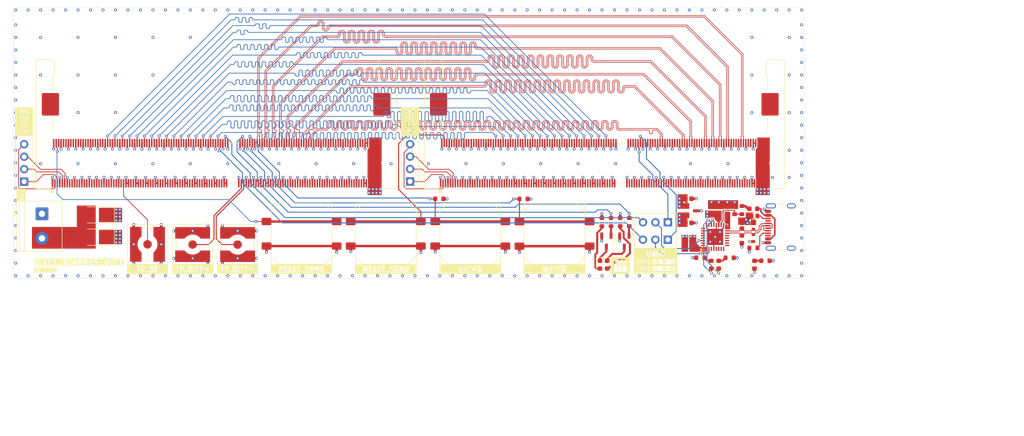
<source format=kicad_pcb>
(kicad_pcb (version 20241229) (generator "pcbnew") (generator_version "9.0")
  (layers (0 "F.Cu" signal) (4 "In1.Cu" signal) (6 "In2.Cu" signal) (2 "B.Cu" signal) (13 "F.Paste" user) (15 "B.Paste" user) (5 "F.SilkS" user "F.Silkscreen") (7 "B.SilkS" user "B.Silkscreen") (1 "F.Mask" user) (3 "B.Mask" user) (25 "Edge.Cuts" user))
  (net 0 "")
  (net 1 "GND")
  (net 2 "VIN9_15")
  (net 3 "+3V3")
  (net 4 "/USB.DP")
  (net 5 "/USB.DN")
  (net 6 "Net-(U1-3V3OUT)")
  (net 7 "Net-(D1-A)")
  (net 8 "Net-(D2-A)")
  (net 9 "Net-(D2-K)")
  (net 10 "Net-(D5-A)")
  (net 11 "Net-(D6-A)")
  (net 12 "/UART.~{RXLED}")
  (net 13 "/UART.~{TXLED}")
  (net 14 "Net-(D7-A)")
  (net 15 "Net-(D8-A)")
  (net 16 "Net-(D8-K)")
  (net 17 "Net-(FB1-Pad2)")
  (net 18 "VBUS")
  (net 25 "/SOM1/RTD17P")
  (net 26 "/SOM1/SE17")
  (net 32 "/SOM1/RTD22N")
  (net 33 "/SOM1/SE27")
  (net 52 "/SOM1/SE39")
  (net 53 "/SOM1/SE43")
  (net 54 "/SOM1/RTD17N")
  (net 58 "/SOM1/RTD18P")
  (net 59 "/SOM1/SE37")
  (net 60 "/SOM1/RTD24N")
  (net 66 "/SOM1/RTD19N")
  (net 70 "/SOM1/SE21")
  (net 72 "/SOM1/RTD22P")
  (net 77 "/SOM1/RTD18N")
  (net 78 "/SOM1/SE25")
  (net 99 "/SOM1/SE19")
  (net 101 "/SOM1/SE13")
  (net 103 "/SOM1/RTD21N")
  (net 108 "/SOM1/SE29")
  (net 111 "/SOM1/SE31")
  (net 116 "/SOM1/SE33")
  (net 118 "/SOM1/RTD20N")
  (net 121 "/SOM1/RTD23P")
  (net 123 "/SOM1/RTD23N")
  (net 126 "/SOM1/RTD20P")
  (net 129 "/SOM1/SE15")
  (net 147 "/SOM1/SE35")
  (net 150 "/SOM1/SE23")
  (net 152 "/SOM1/RTD24P")
  (net 154 "/SOM1/SE41")
  (net 155 "/SOM1/RTD21P")
  (net 159 "/SOM1/RTD19P")
  (net 266 "Net-(J5-CC2)")
  (net 267 "Net-(J5-CC1)")
  (net 268 "/TP.SINGLEENDED")
  (net 269 "/TP.DIFFN")
  (net 270 "/TP.DIFFP")
  (net 271 "Net-(U1-~{RESET})")
  (net 272 "/LED1")
  (net 273 "Net-(Q1-B)")
  (net 274 "/LED2")
  (net 275 "Net-(Q2-B)")
  (net 276 "/BUTTON1")
  (net 277 "/BUTTON2")
  (net 278 "/SOM1.RESET_IN")
  (net 279 "/SOM2.RESET_IN")
  (net 280 "/USB to UART/CTS")
  (net 281 "/USB to UART/DCR")
  (net 284 "/UART.RX")
  (net 285 "/USB to UART/RTS")
  (net 287 "/USB to UART/RI")
  (net 288 "/USB to UART/DCD")
  (net 291 "/UART.TX")
  (net 292 "/USB to UART/DTR")
  (net 293 "/SOM1.JTAC_TDI")
  (net 294 "/SOM2.JTAC_TDO")
  (net 295 "/SOM2.JTAC_TMS")
  (net 296 "/SOM1.JTAC_TDO")
  (net 297 "/SOM2.JTAC_TDI")
  (net 298 "/SOM1.JTAC_TCK")
  (net 299 "/SOM1.JTAC_TMS")
  (net 300 "/SOM2.JTAC_TCK")
  (net 301 "/SOM1.UART_TX")
  (net 302 "/SOM1.UART_RX")
  (net 303 "/SOM2.UART_RX")
  (net 304 "/SOM2.UART_TX")
  (footprint "Connector_PinHeader_2.54mm:PinHeader_1x04_P2.54mm_Vertical" (layer "F.Cu") (at 111.9 98.485 180)
    (property "Reference" "J3")
    (property "Value" "Conn_01x04")
  )
  (footprint "Resistor_SMD:R_0603_1608Metric" (layer "F.Cu") (at 181.9 105.525 180)
    (property "Reference" "R2")
    (property "Value" "5.1k")
  )
  (footprint "Diode_SMD:D_SOD-523" (layer "F.Cu") (at 181.9 107.525 -90)
    (property "Reference" "D4")
    (property "Value" "ESD321DYAR")
  )
  (footprint "Connector_Coaxial:SMA_Amphenol_132134-10_Vertical" (layer "F.Cu") (at 76.725 111.35)
    (property "Reference" "J7")
    (property "Value" "Conn_Coaxial")
  )
  (footprint "Capacitor_SMD:C_0603_1608Metric" (layer "F.Cu") (at 174.85 104.35 90)
    (property "Reference" "C4")
    (property "Value" "100n")
  )
  (footprint "Capacitor_SMD:C_0603_1608Metric" (layer "F.Cu") (at 176.6 104.35 90)
    (property "Reference" "C9")
    (property "Value" "100n")
  )
  (footprint "Capacitor_SMD:C_0603_1608Metric" (layer "F.Cu") (at 179.55 110.275 -90)
    (property "Reference" "C7")
    (property "Value" "47p")
  )
  (footprint "Capacitor_SMD:C_0603_1608Metric" (layer "F.Cu") (at 168.5 106.925)
    (property "Reference" "C2")
    (property "Value" "10u")
  )
  (footprint "ECAP5-BCARRIER-XLITE:SW_Push_1P1T_NO_CK_PTS125Sx73SMTR_1" (layer "F.Cu") (at 124.175 109.15 180)
    (property "Reference" "SW3")
    (property "Value" "USER1")
  )
  (footprint "LED_SMD:LED_0603_1608Metric" (layer "F.Cu") (at 150.625 115.45 -90)
    (property "Reference" "D2")
    (property "Value" "150060GS75000")
  )
  (footprint "Capacitor_SMD:C_0603_1608Metric" (layer "F.Cu") (at 168.5 102)
    (property "Reference" "C1")
    (property "Value" "1u")
  )
  (footprint "Resistor_SMD:R_0603_1608Metric" (layer "F.Cu") (at 154.75 106.7625 -90)
    (property "Reference" "R10")
    (property "Value" "1k")
  )
  (footprint "MountingHole:MountingHole_2.2mm_M2" (layer "F.Cu") (at 33.425 115.725)
    (property "Reference" "H4")
    (property "Value" "MountingHole")
  )
  (footprint "Resistor_SMD:R_0603_1608Metric" (layer "F.Cu") (at 171.1 114.025)
    (property "Reference" "R6")
    (property "Value" "1k")
  )
  (footprint "MountingHole:MountingHole_2.2mm_M2" (layer "F.Cu") (at 33.45 65.5)
    (property "Reference" "H1")
    (property "Value" "MountingHole")
  )
  (footprint "Package_TO_SOT_SMD:SOT-23-3" (layer "F.Cu") (at 155.5875 110.6625 -90)
    (property "Reference" "Q2")
    (property "Value" "BC846BR13")
  )
  (footprint "Diode_SMD:D_SMA" (layer "F.Cu") (at 48.075 109.85 180)
    (property "Reference" "D1")
    (property "Value" "VS-30MQ040-M3/5AT")
  )
  (footprint "Diode_SMD:D_SMA" (layer "F.Cu") (at 48.075 105.3 180)
    (property "Reference" "D9")
    (property "Value" "P4SMAJ15CA")
  )
  (footprint "Capacitor_SMD:C_0603_1608Metric" (layer "F.Cu") (at 179.55 107.3 90)
    (property "Reference" "C8")
    (property "Value" "47p")
  )
  (footprint "Resistor_SMD:R_0603_1608Metric" (layer "F.Cu") (at 152.875 106.7625 90)
    (property "Reference" "R9")
    (property "Value" "10k")
  )
  (footprint "MountingHole:MountingHole_2.2mm_M2" (layer "F.Cu") (at 189.775 65.475)
    (property "Reference" "H2")
    (property "Value" "MountingHole")
  )
  (footprint "ECAP5-BCARRIER-XLITE:SW_Push_1P1T_NO_CK_PTS125Sx73SMTR_1" (layer "F.Cu") (at 141.35 109.175 180)
    (property "Reference" "SW4")
    (property "Value" "USER1")
  )
  (footprint "Package_DFN_QFN:QFN-32-1EP_5x5mm_P0.5mm_EP3.3x3.3mm" (layer "F.Cu") (at 174.09 109.7875 90)
    (property "Reference" "U1")
    (property "Value" "FT232RN")
  )
  (footprint "Resistor_SMD:R_0603_1608Metric" (layer "F.Cu") (at 151 106.7625 -90)
    (property "Reference" "R8")
    (property "Value" "1k")
  )
  (footprint "Connector_Coaxial:SMA_Amphenol_132134-10_Vertical" (layer "F.Cu") (at 58.355 111.3 -90)
    (property "Reference" "J6")
    (property "Value" "Conn_Coaxial")
  )
  (footprint "LED_SMD:LED_0603_1608Metric" (layer "F.Cu") (at 174.825 115.45 90)
    (property "Reference" "D7")
    (property "Value" "150060GS75000")
  )
  (footprint "Connector_USB:USB_C_Receptacle_GCT_USB4105-xx-A_16P_TopMnt_Horizontal" (layer "F.Cu") (at 188.575 107.775 90)
    (property "Reference" "J5")
    (property "Value" "USB_C_Receptacle_USB2.0_14P")
  )
  (footprint "Resistor_SMD:R_0603_1608Metric" (layer "F.Cu") (at 177.05 114.05 180)
    (property "Reference" "R7")
    (property "Value" "1k")
  )
  (footprint "LED_SMD:LED_0603_1608Metric" (layer "F.Cu") (at 182.125 115.45 90)
    (property "Reference" "D5")
    (property "Value" "150060GS75000")
  )
  (footprint "Capacitor_SMD:C_0603_1608Metric" (layer "F.Cu") (at 168.75 110.7 180)
    (property "Reference" "C5")
    (property "Value" "4.7u")
  )
  (footprint "Package_TO_SOT_SMD:SOT-23-3" (layer "F.Cu") (at 169.105 104.465)
    (property "Reference" "U2")
    (property "Value" "AP7375-33SA-7")
  )
  (footprint "Package_TO_SOT_SMD:SOT-23-3" (layer "F.Cu") (at 151.925 110.6625 -90)
    (property "Reference" "Q1")
    (property "Value" "BC846BR13")
  )
  (footprint "LED_SMD:LED_0603_1608Metric" (layer "F.Cu") (at 152.1 115.45 -90)
    (property "Reference" "D8")
    (property "Value" "150060GS75000")
  )
  (footprint "Resistor_SMD:R_0603_1608Metric" (layer "F.Cu") (at 181.9 112.025 180)
    (property "Reference" "R1")
    (property "Value" "5.1k")
  )
  (footprint "ECAP5-BCARRIER-XLITE:SW_Push_1P1T_NO_CK_PTS125Sx73SMTR_1" (layer "F.Cu") (at 106.95 109.15 180)
    (property "Reference" "SW2")
    (property "Value" "RESET_SOM2")
  )
  (footprint "Connector_PinHeader_2.54mm:PinHeader_1x04_P2.54mm_Vertical" (layer "F.Cu") (at 33.2 98.51 180)
    (property "Reference" "J4")
    (property "Value" "Conn_01x04")
  )
  (footprint "ECAP5-BCARRIER-XLITE:SODIMM-260_DDR4_H4.0-5.2_OrientationStd_Socket" (layer "F.Cu") (at 151.5 86.825 90)
    (property "Reference" "J2")
    (property "Value" "DDR4_SODIMM_Board")
  )
  (footprint "ECAP5-BCARRIER-XLITE:SODIMM-260_DDR4_H4.0-5.2_OrientationStd_Socket" (layer "F.Cu") (at 72.35 86.825 90)
    (property "Reference" "J1")
    (property "Value" "DDR4_SODIMM_Board")
  )
  (footprint "LED_SMD:LED_0603_1608Metric" (layer "F.Cu") (at 173.325 115.45 90)
    (property "Reference" "D6")
    (property "Value" "150060GS75000")
  )
  (footprint "Capacitor_SMD:C_0603_1608Metric" (layer "F.Cu") (at 173.375 104.35 90)
    (property "Reference" "C3")
    (property "Value" "4.7u")
  )
  (footprint "Inductor_SMD:L_0603_1608Metric" (layer "F.Cu") (at 181.9 104.05)
    (property "Reference" "FB1")
    (property "Value" "600R/0.5A")
  )
  (footprint "Connector_PinHeader_2.54mm:PinHeader_1x03_P2.54mm_Vertical" (layer "F.Cu") (at 164.475 106.815 -90)
    (property "Reference" "JP2")
    (property "Value" "Jumper_3_Open")
  )
  (footprint "Diode_SMD:D_SOD-523" (layer "F.Cu") (at 181.9 110.025 90)
    (property "Reference" "D3")
    (property "Value" "ESD321DYAR")
  )
  (footprint "Resistor_SMD:R_0603_1608Metric" (layer "F.Cu") (at 184.35 114.65 180)
    (property "Reference" "R5")
    (property "Value" "1k")
  )
  (footprint "Resistor_SMD:R_0603_1608Metric" (layer "F.Cu") (at 135.025 102.05)
    (property "Reference" "R13")
    (property "Value" "10k")
  )
  (footprint "Resistor_SMD:R_0603_1608Metric" (layer "F.Cu") (at 179.55 104.325 -90)
    (property "Reference" "R3")
    (property "Value" "4.7k")
  )
  (footprint "Connector_Coaxial:SMA_Amphenol_132134-10_Vertical" (layer "F.Cu") (at 67.555 111.35 180)
    (property "Reference" "J8")
    (property "Value" "Conn_Coaxial")
  )
  (footprint "Resistor_SMD:R_0603_1608Metric" (layer "F.Cu") (at 117.85 102.025)
    (property "Reference" "R12")
    (property "Value" "10k")
  )
  (footprint "TerminalBlock_Phoenix:TerminalBlock_Phoenix_PT-1,5-2-5.0-H_1x02_P5.00mm_Horizontal" (layer "F.Cu") (at 36.83 105.075 -90)
    (property "Reference" "J9")
    (property "Value" "1935161")
  )
  (footprint "Capacitor_SMD:C_0603_1608Metric" (layer "F.Cu") (at 168.75 112.175 180)
    (property "Reference" "C6")
    (property "Value" "100n")
  )
  (footprint "Resistor_SMD:R_0603_1608Metric" (layer "F.Cu") (at 156.6 106.7625 90)
    (property "Reference" "R11")
    (property "Value" "10k")
  )
  (footprint "ECAP5-BCARRIER-XLITE:SW_Push_1P1T_NO_CK_PTS125Sx73SMTR_1" (layer "F.Cu") (at 89.775 109.15 180)
    (property "Reference" "SW1")
    (property "Value" "RESET_SOM1")
  )
  (footprint "Resistor_SMD:R_0603_1608Metric" (layer "F.Cu") (at 178.075 104.325 90)
    (property "Reference" "R4")
    (property "Value" "10k")
  )
  (footprint "MountingHole:MountingHole_2.2mm_M2" (layer "F.Cu") (at 189.775 115.725)
    (property "Reference" "H3")
    (property "Value" "MountingHole")
  )
  (footprint "Connector_PinHeader_2.54mm:PinHeader_1x03_P2.54mm_Vertical" (layer "F.Cu") (at 164.465 110.35 -90)
    (property "Reference" "JP1")
    (property "Value" "Jumper_3_Open")
  )
  (gr_rect (start 34.2125 85.15) (end 34.6875 86.15) (stroke (width 0.12)) (fill yes) (layer "F.SilkS"))
  (gr_rect (start 60.6 115.425) (end 62.475 117.25) (stroke (width 0.12)) (fill yes) (layer "F.SilkS"))
  (gr_line (start 95.975 113.75) (end 95.975 115.425) (stroke (width 0.12)) (layer "F.SilkS"))
  (gr_rect (start 165.925 114.166053) (end 166.275 116.903553) (stroke (width 0.1)) (fill yes) (layer "F.SilkS"))
  (gr_rect (start 110.0875 83.3875) (end 110.6625 89.1375) (stroke (width 0.12)) (fill yes) (layer "F.SilkS"))
  (gr_circle (center 165.125 114.847303) (end 165.375 115.097303) (stroke (width 0.1)) (fill no) (layer "F.SilkS"))
  (gr_rect (start 72.625 107.225) (end 80.825 115.425) (stroke (width 0.12)) (fill no) (layer "F.SilkS"))
  (gr_circle (center 162.275 116.21875) (end 162.525 116.46875) (stroke (width 0.1)) (fill no) (layer "F.SilkS"))
  (gr_rect (start 63.45 107.225) (end 71.65 115.425) (stroke (width 0.12)) (fill no) (layer "F.SilkS"))
  (gr_line (start 128.775 102.95) (end 130.375 102.95) (stroke (width 0.12)) (layer "F.SilkS"))
  (gr_rect (start 160.975 114.166053) (end 161.475 116.903553) (stroke (width 0.1)) (fill yes) (layer "F.SilkS"))
  (gr_rect (start 110.1 89.15) (end 113.675 99.8) (stroke (width 0.12)) (fill no) (layer "F.SilkS"))
  (gr_rect (start 31.675 88.7) (end 34.55 89.075) (stroke (width 0.12)) (fill yes) (layer "F.SilkS"))
  (gr_rect (start 85.1125 115.425) (end 94.3625 115.55) (stroke (width 0.12)) (fill yes) (layer "F.SilkS"))
  (gr_line (start 94.375 102.95) (end 95.975 102.95) (stroke (width 0.12)) (layer "F.SilkS"))
  (gr_rect (start 73.175 115.425) (end 80.2 115.55) (stroke (width 0.12)) (fill yes) (layer "F.SilkS"))
  (gr_rect (start 54.275 107.225) (end 62.475 115.425) (stroke (width 0.12)) (fill no) (layer "F.SilkS"))
  (gr_rect (start 161.35 113.872303) (end 166.25 114.284803) (stroke (width 0.1)) (fill yes) (layer "F.SilkS"))
  (gr_rect (start 100.75 115.425) (end 102.31875 117.25) (stroke (width 0.12)) (fill yes) (layer "F.SilkS"))
  (gr_rect (start 161.275 116.784803) (end 166.25 117.197303) (stroke (width 0.1)) (fill yes) (layer "F.SilkS"))
  (gr_rect (start 31.675 86.4) (end 32.35 87.4) (stroke (width 0.12)) (fill yes) (layer "F.SilkS"))
  (gr_rect (start 110.35 84.75) (end 113.225 85.1) (stroke (width 0.12)) (fill yes) (layer "F.SilkS"))
  (gr_rect (start 113.1125 83.3875) (end 113.6875 89.1375) (stroke (width 0.12)) (fill yes) (layer "F.SilkS"))
  (gr_rect (start 31.675 83.3875) (end 34.55 83.7875) (stroke (width 0.12)) (fill yes) (layer "F.SilkS"))
  (gr_rect (start 112.8875 83.75) (end 113.3625 84.75) (stroke (width 0.12)) (fill yes) (layer "F.SilkS"))
  (gr_rect (start 31.675 87.7) (end 32.15 88.7) (stroke (width 0.12)) (fill yes) (layer "F.SilkS"))
  (gr_rect (start 157.625 114.166053) (end 158.075 116.903553) (stroke (width 0.1)) (fill yes) (layer "F.SilkS"))
  (gr_rect (start 111.73125 115.425) (end 113.15 117.25) (stroke (width 0.12)) (fill yes) (layer "F.SilkS"))
  (gr_rect (start 121.375 115.425) (end 129.625 115.55) (stroke (width 0.12)) (fill yes) (layer "F.SilkS"))
  (gr_rect (start 152.825 113.975) (end 153.4 117.25) (stroke (width 0.12)) (fill yes) (layer "F.SilkS"))
  (gr_rect (start 34.175 87.7) (end 34.65 88.7) (stroke (width 0.12)) (fill yes) (layer "F.SilkS"))
  (gr_rect (start 136.9 115.425) (end 145.15 115.55) (stroke (width 0.12)) (fill yes) (layer "F.SilkS"))
  (gr_rect (start 33.2775 100.225) (end 33.4275 102.35) (stroke (width 0.12)) (fill yes) (layer "F.SilkS"))
  (gr_rect (start 31.675 84.75) (end 34.55 85.1) (stroke (width 0.12)) (fill yes) (layer "F.SilkS"))
  (gr_line (start 130.375 113.75) (end 130.375 115.425) (stroke (width 0.12)) (layer "F.SilkS"))
  (gr_rect (start 153.4 115.65) (end 156.075 117.25) (stroke (width 0.1)) (fill no) (layer "F.SilkS"))
  (gr_rect (start 73.175 117.125) (end 80.2 117.25) (stroke (width 0.12)) (fill yes) (layer "F.SilkS"))
  (gr_line (start 145.95 102.975) (end 147.55 102.975) (stroke (width 0.12)) (layer "F.SilkS"))
  (gr_rect (start 112.85 87.7) (end 113.325 88.7) (stroke (width 0.12)) (fill yes) (layer "F.SilkS"))
  (gr_rect (start 157.7 116.734803) (end 161.35 117.197303) (stroke (width 0.1)) (fill yes) (layer "F.SilkS"))
  (gr_rect (start 143.825 115.425) (end 147.55 117.25) (stroke (width 0.12)) (fill yes) (layer "F.SilkS"))
  (gr_rect (start 110.35 86.1) (end 113.225 86.4) (stroke (width 0.12)) (fill yes) (layer "F.SilkS"))
  (gr_rect (start 110.35 85.15) (end 110.825 86.15) (stroke (width 0.12)) (fill yes) (layer "F.SilkS"))
  (gr_rect (start 110.35 83.75) (end 110.825 84.75) (stroke (width 0.12)) (fill yes) (layer "F.SilkS"))
  (gr_rect (start 156.075 113.975) (end 156.65 117.25) (stroke (width 0.12)) (fill yes) (layer "F.SilkS"))
  (gr_line (start 113.15 113.75) (end 113.15 115.425) (stroke (width 0.12)) (layer "F.SilkS"))
  (gr_rect (start 117.975 115.425) (end 121.775 117.25) (stroke (width 0.12)) (fill yes) (layer "F.SilkS"))
  (gr_rect (start 110.35 86.4) (end 111.025 87.4) (stroke (width 0.12)) (fill yes) (layer "F.SilkS"))
  (gr_rect (start 72.625 115.425) (end 73.15 117.25) (stroke (width 0.12)) (fill yes) (layer "F.SilkS"))
  (gr_rect (start 33.975 86.4) (end 34.65 87.4) (stroke (width 0.12)) (fill yes) (layer "F.SilkS"))
  (gr_rect (start 85.0375 117.1) (end 94.5625 117.25) (stroke (width 0.12)) (fill yes) (layer "F.SilkS"))
  (gr_line (start 95.975 104.55) (end 95.975 102.95) (stroke (width 0.12)) (layer "F.SilkS"))
  (gr_rect (start 94.4375 115.425) (end 95.975 117.25) (stroke (width 0.12)) (fill yes) (layer "F.SilkS"))
  (gr_rect (start 31.675 85.15) (end 32.15 86.15) (stroke (width 0.12)) (fill yes) (layer "F.SilkS"))
  (gr_rect (start 63.95 115.425) (end 70.975 115.55) (stroke (width 0.12)) (fill yes) (layer "F.SilkS"))
  (gr_line (start 83.575 104.55) (end 83.575 102.95) (stroke (width 0.12)) (layer "F.SilkS"))
  (gr_circle (center 163.7 114.847303) (end 163.95 115.097303) (stroke (width 0.1)) (fill yes) (layer "F.SilkS"))
  (gr_line (start 102.35 102.95) (end 100.75 102.95) (stroke (width 0.12)) (layer "F.SilkS"))
  (gr_rect (start 31.4125 83.3875) (end 31.9875 89.1375) (stroke (width 0.12)) (fill yes) (layer "F.SilkS"))
  (gr_line (start 111.55 102.95) (end 113.15 102.95) (stroke (width 0.12)) (layer "F.SilkS"))
  (gr_rect (start 110.35 87.7) (end 110.825 88.7) (stroke (width 0.12)) (fill yes) (layer "F.SilkS"))
  (gr_rect (start 54.275 115.425) (end 56 117.25) (stroke (width 0.12)) (fill yes) (layer "F.SilkS"))
  (gr_line (start 130.375 104.55) (end 130.375 102.95) (stroke (width 0.12)) (layer "F.SilkS"))
  (gr_rect (start 31.675 86.1) (end 34.55 86.4) (stroke (width 0.12)) (fill yes) (layer "F.SilkS"))
  (gr_rect (start 71.025 115.425) (end 71.65 117.25) (stroke (width 0.12)) (fill yes) (layer "F.SilkS"))
  (gr_line (start 147.55 104.575) (end 147.55 102.975) (stroke (width 0.12)) (layer "F.SilkS"))
  (gr_line (start 117.975 102.95) (end 119.575 102.95) (stroke (width 0.12)) (layer "F.SilkS"))
  (gr_rect (start 31.7025 100.225) (end 32.2775 102.35) (stroke (width 0.12)) (fill yes) (layer "F.SilkS"))
  (gr_rect (start 63.45 115.425) (end 63.925 117.25) (stroke (width 0.12)) (fill yes) (layer "F.SilkS"))
  (gr_line (start 135.15 104.575) (end 135.15 102.975) (stroke (width 0.12)) (layer "F.SilkS"))
  (gr_line (start 83.575 113.75) (end 83.575 115.425) (stroke (width 0.12)) (layer "F.SilkS"))
  (gr_rect (start 55.925 117.125) (end 60.65 117.25) (stroke (width 0.12)) (fill yes) (layer "F.SilkS"))
  (gr_rect (start 110.35 87.4) (end 113.225 87.7) (stroke (width 0.12)) (fill yes) (layer "F.SilkS"))
  (gr_rect (start 163.9 112.55) (end 166.225 113.9125) (stroke (width 0.1)) (fill yes) (layer "F.SilkS"))
  (gr_circle (center 163.7 116.21875) (end 163.95 116.46875) (stroke (width 0.1)) (fill yes) (layer "F.SilkS"))
  (gr_rect (start 126.625 115.425) (end 130.375 117.25) (stroke (width 0.12)) (fill yes) (layer "F.SilkS"))
  (gr_rect (start 110.35 88.7) (end 113.225 89.075) (stroke (width 0.12)) (fill yes) (layer "F.SilkS"))
  (gr_rect (start 121.375 117.0125) (end 129.625 117.25) (stroke (width 0.12)) (fill yes) (layer "F.SilkS"))
  (gr_rect (start 157.825 115.341053) (end 161.075 115.728553) (stroke (width 0.1)) (fill yes) (layer "F.SilkS"))
  (gr_rect (start 56.05 115.425) (end 60.65 115.55) (stroke (width 0.12)) (fill yes) (layer "F.SilkS"))
  (gr_circle (center 162.275 114.847303) (end 162.525 115.097303) (stroke (width 0.1)) (fill yes) (layer "F.SilkS"))
  (gr_rect (start 31.425 89.15) (end 35 99.8) (stroke (width 0.12)) (fill no) (layer "F.SilkS"))
  (gr_line (start 135.15 113.75) (end 135.15 115.425) (stroke (width 0.12)) (layer "F.SilkS"))
  (gr_rect (start 110.35 83.3875) (end 113.225 83.7875) (stroke (width 0.12)) (fill yes) (layer "F.SilkS"))
  (gr_rect (start 34.2125 83.75) (end 34.6875 84.75) (stroke (width 0.12)) (fill yes) (layer "F.SilkS"))
  (gr_line (start 100.75 113.75) (end 100.75 115.425) (stroke (width 0.12)) (layer "F.SilkS"))
  (gr_rect (start 157.625 112.097303) (end 166.25 112.509803) (stroke (width 0.1)) (fill yes) (layer "F.SilkS"))
  (gr_rect (start 34.4375 83.3875) (end 35.0125 89.1375) (stroke (width 0.12)) (fill yes) (layer "F.SilkS"))
  (gr_rect (start 157.625 112.078552) (end 166.275 117.228553) (stroke (width 0.12)) (fill no) (layer "F.SilkS"))
  (gr_rect (start 31.675 87.4) (end 34.55 87.7) (stroke (width 0.12)) (fill yes) (layer "F.SilkS"))
  (gr_line (start 117.975 104.55) (end 117.975 102.95) (stroke (width 0.12)) (layer "F.SilkS"))
  (gr_rect (start 31.675 83.75) (end 32.15 84.75) (stroke (width 0.12)) (fill yes) (layer "F.SilkS"))
  (gr_rect (start 157.675 113.925) (end 161.3 114.3375) (stroke (width 0.1)) (fill yes) (layer "F.SilkS"))
  (gr_rect (start 31.7025 100.05) (end 33.4275 100.2) (stroke (width 0.12)) (fill yes) (layer "F.SilkS"))
  (gr_line (start 113.15 102.95) (end 113.15 104.55) (stroke (width 0.12)) (layer "F.SilkS"))
  (gr_rect (start 83.575 115.425) (end 85.0875 117.25) (stroke (width 0.12)) (fill yes) (layer "F.SilkS"))
  (gr_rect (start 63.85 117.125) (end 71.075 117.25) (stroke (width 0.12)) (fill yes) (layer "F.SilkS"))
  (gr_rect (start 31.7025 102.3125) (end 33.4275 102.4625) (stroke (width 0.12)) (fill yes) (layer "F.SilkS"))
  (gr_rect (start 112.8875 85.15) (end 113.3625 86.15) (stroke (width 0.12)) (fill yes) (layer "F.SilkS"))
  (gr_rect (start 80.2 115.425) (end 80.825 117.25) (stroke (width 0.12)) (fill yes) (layer "F.SilkS"))
  (gr_line (start 135.15 102.975) (end 136.75 102.975) (stroke (width 0.12)) (layer "F.SilkS"))
  (gr_line (start 147.55 113.75) (end 147.55 115.425) (stroke (width 0.12)) (layer "F.SilkS"))
  (gr_circle (center 165.125 116.21875) (end 165.375 116.46875) (stroke (width 0.1)) (fill yes) (layer "F.SilkS"))
  (gr_rect (start 102.31875 117.1) (end 111.84375 117.25) (stroke (width 0.12)) (fill yes) (layer "F.SilkS"))
  (gr_rect (start 137.225 117.0125) (end 145.475 117.25) (stroke (width 0.12)) (fill yes) (layer "F.SilkS"))
  (gr_line (start 100.75 104.55) (end 100.75 102.95) (stroke (width 0.12)) (layer "F.SilkS"))
  (gr_line (start 117.975 113.75) (end 117.975 115.425) (stroke (width 0.12)) (layer "F.SilkS"))
  (gr_line (start 83.575 102.95) (end 85.175 102.95) (stroke (width 0.12)) (layer "F.SilkS"))
  (gr_rect (start 112.65 86.4) (end 113.325 87.4) (stroke (width 0.12)) (fill yes) (layer "F.SilkS"))
  (gr_rect (start 135.15 115.425) (end 138.95 117.25) (stroke (width 0.12)) (fill yes) (layer "F.SilkS"))
  (gr_rect (start 157.625 105.05) (end 166.275 112.1) (stroke (width 0.12)) (fill no) (layer "F.SilkS"))
  (gr_rect (start 157.625 112.55) (end 160.125 113.9125) (stroke (width 0.1)) (fill yes) (layer "F.SilkS"))
  (gr_rect (start 152.825 117) (end 156.65 117.25) (stroke (width 0.12)) (fill yes) (layer "F.SilkS"))
  (gr_rect (start 161.325 115.391053) (end 166.25 115.653553) (stroke (width 0.1)) (fill yes) (layer "F.SilkS"))
  (gr_rect (start 152.825 113.9625) (end 156.65 114.2125) (stroke (width 0.12)) (fill yes) (layer "F.SilkS"))
  (gr_rect (start 102.325 115.425) (end 111.825 115.55) (stroke (width 0.12)) (fill yes) (layer "F.SilkS"))
  (gr_rect (start 30.95 63) (end 192.25 118.2) (stroke (width 0.05)) (fill no) (layer "Edge.Cuts"))
  (gr_text "TCK" (at 33.2 88.6625 0) (layer "F.SilkS" knockout) (effects (font (size 0.7 0.7) (thickness 0.1)) (justify bottom)))
  (gr_text "rev 1.0.0" (at 35.05 116.975 0) (layer "F.SilkS" knockout) (effects (font (size 0.7 0.7) (thickness 0.1)) (justify left bottom)))
  (gr_text "TDO" (at 111.875 86.0375 0) (layer "F.SilkS" knockout) (effects (font (size 0.7 0.7) (thickness 0.1)) (justify bottom)))
  (gr_text "TP_DIFF-" (at 76.725 116.925 0) (layer "F.SilkS" knockout) (effects (font (size 1 1) (thickness 0.2) (bold yes)) (justify bottom)))
  (gr_text "TDI" (at 33.2 87.3375 0) (layer "F.SilkS" knockout) (effects (font (size 0.7 0.7) (thickness 0.1)) (justify bottom)))
  (gr_text "TDO" (at 33.2 86.0375 0) (layer "F.SilkS" knockout) (effects (font (size 0.7 0.7) (thickness 0.1)) (justify bottom)))
  (gr_text "USER2" (at 141.375 116.925 0) (layer "F.SilkS" knockout) (effects (font (size 1 1) (thickness 0.2) (bold yes)) (justify bottom)))
  (gr_text "UART" (at 161.9375 113.872303 0) (layer "F.SilkS" knockout) (effects (font (size 1 1) (thickness 0.2) (bold yes)) (justify bottom)))
  (gr_text "TMS" (at 111.875 84.7125 0) (layer "F.SilkS" knockout) (effects (font (size 0.7 0.7) (thickness 0.1)) (justify bottom)))
  (gr_text "RESET_SOM1" (at 89.75 116.925 0) (layer "F.SilkS" knockout) (effects (font (size 1 1) (thickness 0.2) (bold yes)) (justify bottom)))
  (gr_text "1" (at 155.275 116.775 0) (layer "F.SilkS") (effects (font (size 0.7 0.7) (thickness 0.1)) (justify bottom)))
  (gr_text "ECAP5-BCARRIER-XLITE" (at 35.025 115.525 0) (layer "F.SilkS" knockout) (effects (font (size 1 1) (thickness 0.2) (bold yes)) (justify left bottom)))
  (gr_text "TP_SE" (at 58.35 116.925 0) (layer "F.SilkS" knockout) (effects (font (size 1 1) (thickness 0.2) (bold yes)) (justify bottom)))
  (gr_text "SOM1" (at 159.525 115.272303 0) (layer "F.SilkS" knockout) (effects (font (size 0.7 0.7) (thickness 0.1)) (justify bottom)))
  (gr_text "LED" (at 154.725 115.575 0) (layer "F.SilkS" knockout) (effects (font (size 1 1) (thickness 0.2) (bold yes)) (justify bottom)))
  (gr_text "USER1" (at 124.175 116.925 0) (layer "F.SilkS" knockout) (effects (font (size 1 1) (thickness 0.2) (bold yes)) (justify bottom)))
  (gr_text "GND" (at 32.315 100.125 270) (layer "F.SilkS" knockout) (effects (font (size 0.7 0.7) (thickness 0.1)) (justify left bottom)))
  (gr_text "TCK" (at 111.875 88.6625 0) (layer "F.SilkS" knockout) (effects (font (size 0.7 0.7) (thickness 0.1)) (justify bottom)))
  (gr_text "RESET_SOM2" (at 107 116.925 0) (layer "F.SilkS" knockout) (effects (font (size 1 1) (thickness 0.2) (bold yes)) (justify bottom)))
  (gr_text "TMS" (at 33.2 84.7125 0) (layer "F.SilkS" knockout) (effects (font (size 0.7 0.7) (thickness 0.1)) (justify bottom)))
  (gr_text "TDI" (at 111.875 87.3375 0) (layer "F.SilkS" knockout) (effects (font (size 0.7 0.7) (thickness 0.1)) (justify bottom)))
  (gr_text "SOM2" (at 159.525 116.672303 0) (layer "F.SilkS" knockout) (effects (font (size 0.7 0.7) (thickness 0.1)) (justify bottom)))
  (gr_text "TP_DIFF+" (at 67.55 116.925 0) (layer "F.SilkS" knockout) (effects (font (size 1 1) (thickness 0.2) (bold yes)) (justify bottom)))
  (gr_text "2" (at 154.2 116.775 0) (layer "F.SilkS") (effects (font (size 0.7 0.7) (thickness 0.1)) (justify bottom)))
  (segment (start 46.475 98.85) (end 46.475 97.65) (width 0.3) (layer "F.Cu") (net 1))
  (segment (start 73.675 108.375) (end 73.625 108.325) (width 0.5) (layer "F.Cu") (net 1))
  (segment (start 130.125 98.849999) (end 130.125 97.649999) (width 0.3) (layer "F.Cu") (net 1))
  (segment (start 63.675 108.55) (end 63.655 108.57) (width 0.5) (layer "F.Cu") (net 1))
  (segment (start 95.225 90.650001) (end 95.225 91.85) (width 0.3) (layer "F.Cu") (net 1))
  (segment (start 53.975 98.85) (end 53.975 97.65) (width 0.3) (layer "F.Cu") (net 1))
  (segment (start 84.475 98.85) (end 84.475 97.65) (width 0.3) (layer "F.Cu") (net 1))
  (segment (start 93.725 90.650001) (end 93.725 91.85) (width 0.3) (layer "F.Cu") (net 1))
  (segment (start 143.125 98.849999) (end 143.125 97.649999) (width 0.3) (layer "F.Cu") (net 1))
  (segment (start 145.125 98.849999) (end 145.125 97.649999) (width 0.3) (layer "F.Cu") (net 1))
  (segment (start 122.875 90.65) (end 122.875 91.849999) (width 0.3) (layer "F.Cu") (net 1))
  (segment (start 119.625 98.849999) (end 119.625 97.649999) (width 0.3) (layer "F.Cu") (net 1))
  (segment (start 98.225 90.650001) (end 98.225 91.85) (width 0.3) (layer "F.Cu") (net 1))
  (segment (start 102.725 91.7) (end 102.725 91.85) (width 0.3) (layer "F.Cu") (net 1))
  (segment (start 50.975 98.85) (end 50.975 97.65) (width 0.3) (layer "F.Cu") (net 1))
  (segment (start 174.34 109.5375) (end 174.09 109.7875) (width 0.2) (layer "F.Cu") (net 1))
  (segment (start 173.84 112.225) (end 173.84 110.0375) (width 0.2) (layer "F.Cu") (net 1))
  (segment (start 91.975 98.85) (end 91.975 97.65) (width 0.3) (layer "F.Cu") (net 1))
  (segment (start 54.475 98.85) (end 53.975 98.85) (width 0.3) (layer "F.Cu") (net 1))
  (segment (start 73.625 114.4) (end 73.625 115.325) (width 0.5) (layer "F.Cu") (net 1))
  (segment (start 89.225 90.650001) (end 89.225 91.85) (width 0.3) (layer "F.Cu") (net 1))
  (segment (start 181.875 91.699999) (end 181.875 91.849999) (width 0.3) (layer "F.Cu") (net 1))
  (segment (start 171.6525 108.5375) (end 172.8625 108.5375) (width 0.2) (layer "F.Cu") (net 1))
  (segment (start 184.55 104.575) (end 184.1 104.125) (width 0.5) (layer "F.Cu") (net 1))
  (segment (start 127.375 90.65) (end 127.375 91.849999) (width 0.3) (layer "F.Cu") (net 1))
  (segment (start 149.125 98.849999) (end 149.125 97.649999) (width 0.3) (layer "F.Cu") (net 1))
  (segment (start 178.875 90.65) (end 178.875 91.849999) (width 0.3) (layer "F.Cu") (net 1))
  (segment (start 99.725 90.650001) (end 99.725 91.85) (width 0.3) (layer "F.Cu") (net 1))
  (segment (start 156.125 98.849999) (end 156.125 97.649999) (width 0.3) (layer "F.Cu") (net 1))
  (segment (start 72.225 90.650001) (end 72.225 91.85) (width 0.3) (layer "F.Cu") (net 1))
  (segment (start 143.625 98.849999) (end 143.125 98.849999) (width 0.3) (layer "F.Cu") (net 1))
  (segment (start 44.975 98.85) (end 44.975 97.65) (width 0.3) (layer "F.Cu") (net 1))
  (segment (start 102.475 98.85) (end 102.475 97.65) (width 0.3) (layer "F.Cu") (net 1))
  (segment (start 130.375 90.65) (end 130.375 91.849999) (width 0.3) (layer "F.Cu") (net 1))
  (segment (start 162.125 98.849999) (end 162.125 97.649999) (width 0.3) (layer "F.Cu") (net 1))
  (segment (start 172.45 107.897499) (end 172.45 108.1475) (width 0.2) (layer "F.Cu") (net 1))
  (segment (start 100.975 98.85) (end 100.975 97.65) (width 0.3) (layer "F.Cu") (net 1))
  (segment (start 49.475 98.85) (end 49.475 97.65) (width 0.3) (layer "F.Cu") (net 1))
  (segment (start 172.8625 108.5375) (end 173.1 108.775) (width 0.2) (layer "F.Cu") (net 1))
  (segment (start 79.975 98.85) (end 79.975 97.65) (width 0.3) (layer "F.Cu") (net 1))
  (segment (start 149.875 90.65) (end 149.875 91.849999) (width 0.3) (layer "F.Cu") (net 1))
  (segment (start 55.555 111.3) (end 55.555 115.205) (width 0.5) (layer "F.Cu") (net 1))
  (segment (start 177.125 98.849999) (end 177.125 97.649999) (width 0.3) (layer "F.Cu") (net 1))
  (segment (start 172.45 108.1475) (end 174.09 109.7875) (width 0.2) (layer "F.Cu") (net 1))
  (segment (start 145.375 90.65) (end 145.375 91.849999) (width 0.3) (layer "F.Cu") (net 1))
  (segment (start 45.225 90.650001) (end 45.225 91.85) (width 0.3) (layer "F.Cu") (net 1))
  (segment (start 55.555 107.28) (end 55.55 107.275) (width 0.5) (layer "F.Cu") (net 1))
  (segment (start 152.875 90.65) (end 152.875 91.849999) (width 0.3) (layer "F.Cu") (net 1))
  (segment (start 171.375 90.65) (end 171.375 91.849999) (width 0.3) (layer "F.Cu") (net 1))
  (segment (start 39.225 90.650001) (end 39.225 91.85) (width 0.3) (layer "F.Cu") (net 1))
  (segment (start 122.625 98.849999) (end 122.625 97.649999) (width 0.3) (layer "F.Cu") (net 1))
  (segment (start 179.55 111.05) (end 179.55 111.85) (width 0.5) (layer "F.Cu") (net 1))
  (segment (start 134.875 90.65) (end 134.875 91.849999) (width 0.3) (layer "F.Cu") (net 1))
  (segment (start 127.125 98.849999) (end 127.125 97.649999) (width 0.3) (layer "F.Cu") (net 1))
  (segment (start 47.975 98.85) (end 47.975 97.65) (width 0.3) (layer "F.Cu") (net 1))
  (segment (start 118.675 102.025) (end 119.425 102.025) (width 0.5) (layer "F.Cu") (net 1))
  (segment (start 88.975 98.85) (end 88.975 97.65) (width 0.3) (layer "F.Cu") (net 1))
  (segment (start 62.475 98.85) (end 61.975 98.85) (width 0.3) (layer "F.Cu") (net 1))
  (segment (start 137.875 90.65) (end 137.875 91.849999) (width 0.3) (layer "F.Cu") (net 1))
  (segment (start 139.375 90.65) (end 139.375 91.849999) (width 0.3) (layer "F.Cu") (net 1))
  (segment (start 67.555 108.55) (end 70.55 108.55) (width 0.5) (layer "F.Cu") (net 1))
  (segment (start 61.155 111.3) (end 61.155 107.28) (width 0.5) (layer "F.Cu") (net 1))
  (segment (start 58.475 98.85) (end 57.975 98.85) (width 0.3) (layer "F.Cu") (net 1))
  (segment (start 70.55 108.55) (end 70.65 108.45) (width 0.5) (layer "F.Cu") (net 1))
  (segment (start 76.725 114.15) (end 73.875 114.15) (width 0.5) (layer "F.Cu") (net 1))
  (segment (start 178.625 98.849999) (end 178.625 97.649999) (width 0.3) (layer "F.Cu") (net 1))
  (segment (start 63.975 98.85) (end 63.975 97.65) (width 0.3) (layer "F.Cu") (net 1))
  (segment (start 43.475 98.85) (end 43.475 97.65) (width 0.3) (layer "F.Cu") (net 1))
  (segment (start 131.875 90.65) (end 131.875 91.849999) (width 0.3) (layer "F.Cu") (net 1))
  (segment (start 55.725 90.650001) (end 55.725 91.85) (width 0.3) (layer "F.Cu") (net 1))
  (segment (start 174.375 90.65) (end 174.375 91.849999) (width 0.3) (layer "F.Cu") (net 1))
  (segment (start 73.625 108.325) (end 73.625 107.425) (width 0.5) (layer "F.Cu") (net 1))
  (segment (start 92.225 90.650001) (end 92.225 91.85) (width 0.3) (layer "F.Cu") (net 1))
  (segment (start 128.875 90.65) (end 128.875 91.849999) (width 0.3) (layer "F.Cu") (net 1))
  (segment (start 70.325 114.15) (end 70.65 114.475) (width 0.5) (layer "F.Cu") (net 1))
  (segment (start 48.225 90.650001) (end 48.225 91.85) (width 0.3) (layer "F.Cu") (net 1))
  (segment (start 103.225 90.650001) (end 102.725 90.650001) (width 0.3) (layer "F.Cu") (net 1))
  (segment (start 149.625 98.849999) (end 149.125 98.849999) (width 0.3) (layer "F.Cu") (net 1))
  (segment (start 68.475 98.85) (end 67.975 98.85) (width 0.3) (layer "F.Cu") (net 1))
  (segment (start 163.875 90.65) (end 163.875 91.849999) (width 0.3) (layer "F.Cu") (net 1))
  (segment (start 175.84 107.76) (end 175.775 107.825) (width 0.2) (layer "F.Cu") (net 1))
  (segment (start 181.9 110.725) (end 181.15 110.725) (width 0.5) (layer "F.Cu") (net 1))
  (segment (start 175.84 107.35) (end 175.84 107.76) (width 0.2) (layer "F.Cu") (net 1))
  (segment (start 63.66 114.15) (end 63.655 114.145) (width 0.5) (layer "F.Cu") (net 1))
  (segment (start 87.475 98.85) (end 87.475 97.65) (width 0.3) (layer "F.Cu") (net 1))
  (segment (start 168.375 90.65) (end 168.375 91.849999) (width 0.3) (layer "F.Cu") (net 1))
  (segment (start 55.555 111.3) (end 55.555 107.28) (width 0.5) (layer "F.Cu") (net 1))
  (segment (start 171.125 98.849999) (end 171.125 97.649999) (width 0.3) (layer "F.Cu") (net 1))
  (segment (start 52.475 98.85) (end 52.475 97.65) (width 0.3) (layer "F.Cu") (net 1))
  (segment (start 137.125 98.849999) (end 137.125 97.649999) (width 0.3) (layer "F.Cu") (net 1))
  (segment (start 182.375 90.65) (end 181.875 90.65) (width 0.3) (layer "F.Cu") (net 1))
  (segment (start 59.975 98.85) (end 59.975 97.65) (width 0.3) (layer "F.Cu") (net 1))
  (segment (start 143.875 90.65) (end 143.875 91.849999) (width 0.3) (layer "F.Cu") (net 1))
  (segment (start 102.975 98.85) (end 102.475 98.85) (width 0.3) (layer "F.Cu") (net 1))
  (segment (start 70.475 98.85) (end 69.975 98.85) (width 0.3) (layer "F.Cu") (net 1))
  (segment (start 141.625 98.849999) (end 141.125 98.849999) (width 0.3) (layer "F.Cu") (net 1))
  (segment (start 146.875 90.65) (end 146.875 91.849999) (width 0.3) (layer "F.Cu") (net 1))
  (segment (start 175.625 98.849999) (end 175.625 97.649999) (width 0.3) (layer "F.Cu") (net 1))
  (segment (start 114.1 111.65) (end 114.1 112.95) (width 0.5) (layer "F.Cu") (net 1))
  (segment (start 49.725 90.650001) (end 49.725 91.85) (width 0.3) (layer "F.Cu") (net 1))
  (segment (start 147.125 98.849999) (end 147.125 97.649999) (width 0.3) (layer "F.Cu") (net 1))
  (segment (start 135.625 98.849999) (end 135.125 98.849999) (width 0.3) (layer "F.Cu") (net 1))
  (segment (start 96.925 111.65) (end 96.925 112.9) (width 0.5) (layer "F.Cu") (net 1))
  (segment (start 61.155 107.28) (end 61.15 107.275) (width 0.5) (layer "F.Cu") (net 1))
  (segment (start 170.2425 104.465) (end 171.285 104.465) (width 0.5) (layer "F.Cu") (net 1))
  (segment (start 63.225 90.650001) (end 63.225 91.85) (width 0.3) (layer "F.Cu") (net 1))
  (segment (start 165.375 90.65) (end 165.375 91.849999) (width 0.3) (layer "F.Cu") (net 1))
  (segment (start 141.125 98.849999) (end 141.125 97.649999) (width 0.3) (layer "F.Cu") (net 1))
  (segment (start 58.725 90.650001) (end 58.725 91.85) (width 0.3) (layer "F.Cu") (net 1))
  (segment (start 42.225 90.650001) (end 42.225 91.85) (width 0.3) (layer "F.Cu") (net 1))
  (segment (start 90.725 90.650001) (end 90.725 91.85) (width 0.3) (layer "F.Cu") (net 1))
  (segment (start 142.375 90.65) (end 142.375 91.849999) (width 0.3) (layer "F.Cu") (net 1))
  (segment (start 96.725 90.650001) (end 96.725 91.85) (width 0.3) (layer "F.Cu") (net 1))
  (segment (start 174.34 107.35) (end 174.34 109.5375) (width 0.2) (layer "F.Cu") (net 1))
  (segment (start 114.1 111.65) (end 99.8 111.65) (width 0.5) (layer "F.Cu") (net 1))
  (segment (start 85.975 98.85) (end 85.975 97.65) (width 0.3) (layer "F.Cu") (net 1))
  (segment (start 94.975 98.85) (end 94.975 97.65) (width 0.3) (layer "F.Cu") (net 1))
  (segment (start 38.975 98.849999) (end 38.975 97.65) (width 0.3) (layer "F.Cu") (net 1))
  (segment (start 160.875 90.65) (end 160.875 91.849999) (width 0.3) (layer "F.Cu") (net 1))
  (segment (start 175.875 90.65) (end 175.875 91.849999) (width 0.3) (layer "F.Cu") (net 1))
  (segment (start 177.375 90.65) (end 177.375 91.849999) (width 0.3) (layer "F.Cu") (net 1))
  (segment (start 76.975 98.85) (end 76.975 97.65) (width 0.3) (layer "F.Cu") (net 1))
  (segment (start 67.975 98.85) (end 67.975 97.65) (width 0.3) (layer "F.Cu") (net 1))
  (segment (start 101.225 90.650001) (end 101.225 91.85) (width 0.3) (layer "F.Cu") (net 1))
  (segment (start 67.555 114.15) (end 63.66 114.15) (width 0.5) (layer "F.Cu") (net 1))
  (segment (start 133.375 90.65) (end 133.375 91.849999) (width 0.3) (layer "F.Cu") (net 1))
  (segment (start 70.65 114.475) (end 70.65 115.325) (width 0.5) (layer "F.Cu") (net 1))
  (segment (start 125.625 98.849999) (end 125.625 97.649999) (width 0.3) (layer "F.Cu") (net 1))
  (segment (start 151.125 98.849999) (end 151.125 97.649999) (width 0.3) (layer "F.Cu") (net 1))
  (segment (start 162.375 90.65) (end 162.375 91.849999) (width 0.3) (layer "F.Cu") (net 1))
  (segment (start 172.625 98.849999) (end 172.625 97.649999) (width 0.3) (layer "F.Cu") (net 1))
  (segment (start 133.625 98.849999) (end 133.125 98.849999) (width 0.3) (layer "F.Cu") (net 1))
  (segment (start 76.725 114.15) (end 80.625 114.15) (width 0.5) (layer "F.Cu") (net 1))
  (segment (start 169.275 106.925) (end 170.1 106.925) (width 0.5) (layer "F.Cu") (net 1))
  (segment (start 97.975 98.85) (end 97.975 97.65) (width 0.3) (layer "F.Cu") (net 1))
  (segment (start 154.6375 109.525) (end 154.6375 110.6) (width 0.5) (layer "F.Cu") (net 1))
  (segment (start 57.975 98.85) (end 57.975 97.65) (width 0.3) (layer "F.Cu") (net 1))
  (segment (start 131.625 98.849999) (end 131.625 97.649999) (width 0.3) (layer "F.Cu") (net 1))
  (segment (start 87.725 90.650001) (end 87.725 91.85) (width 0.3) (layer "F.Cu") (net 1))
  (segment (start 70.725 90.650001) (end 70.725 91.85) (width 0.3) (layer "F.Cu") (net 1))
  (segment (start 78.475 98.85) (end 78.475 97.65) (width 0.3) (layer "F.Cu") (net 1))
  (segment (start 175.775 107.825) (end 175.775 107.9) (width 0.2) (layer "F.Cu") (net 1))
  (segment (start 159.375 90.65) (end 159.375 91.849999) (width 0.3) (layer "F.Cu") (net 1))
  (segment (start 40.725 90.650001) (end 40.725 91.85) (width 0.3) (layer "F.Cu") (net 1))
  (segment (start 69.225 90.650001) (end 69.225 91.85) (width 0.3) (layer "F.Cu") (net 1))
  (segment (start 90.475 98.85) (end 90.475 97.65) (width 0.3) (layer "F.Cu") (net 1))
  (segment (start 61.155 111.3) (end 61.155 115.22) (width 0.5) (layer "F.Cu") (net 1))
  (segment (start 157.875 90.65) (end 157.875 91.849999) (width 0.3) (layer "F.Cu") (net 1))
  (segment (start 166.875 90.65) (end 166.875 91.849999) (width 0.3) (layer "F.Cu") (net 1))
  (segment (start 99.8 111.65) (end 99.8 112.75) (width 0.5) (layer "F.Cu") (net 1))
  (segment (start 64.725 90.650001) (end 64.725 91.85) (width 0.3) (layer "F.Cu") (net 1))
  (segment (start 73.85 108.55) (end 73.675 108.375) (width 0.5) (layer "F.Cu") (net 1))
  (segment (start 181.625 98.849999) (end 181.625 97.649999) (width 0.3) (layer "F.Cu") (net 1))
  (segment (start 43.725 90.650001) (end 43.725 91.85) (width 0.3) (layer "F.Cu") (net 1))
  (segment (start 140.875 90.65) (end 140.875 91.849999) (width 0.3) (layer "F.Cu") (net 1))
  (segment (start 125.875 90.65) (end 125.875 91.849999) (width 0.3) (layer "F.Cu") (net 1))
  (segment (start 74.475 98.85) (end 73.975 98.85) (width 0.3) (layer "F.Cu") (net 1))
  (segment (start 76.725 108.55) (end 80.65 108.55) (width 0.5) (layer "F.Cu") (net 1))
  (segment (start 121.125 98.849999) (end 121.125 97.649999) (width 0.3) (layer "F.Cu") (net 1))
  (segment (start 180.125 98.849999) (end 180.125 97.649999) (width 0.3) (layer "F.Cu") (net 1))
  (segment (start 184.895 104.575) (end 184.55 104.575) (width 0.5) (layer "F.Cu") (net 1))
  (segment (start 147.625 98.849999) (end 147.125 98.849999) (width 0.3) (layer "F.Cu") (net 1))
  (segment (start 169.875 90.65) (end 169.875 91.849999) (width 0.3) (layer "F.Cu") (net 1))
  (segment (start 173.84 110.0375) (end 174.09 109.7875) (width 0.2) (layer "F.Cu") (net 1))
  (segment (start 60.225 90.650001) (end 60.225 91.85) (width 0.3) (layer "F.Cu") (net 1))
  (segment (start 40.475 98.85) (end 40.475 97.65) (width 0.3) (layer "F.Cu") (net 1))
  (segment (start 135.85 102.05) (end 136.575 102.05) (width 0.5) (layer "F.Cu") (net 1))
  (segment (start 139.625 98.849999) (end 139.125 98.849999) (width 0.3) (layer "F.Cu") (net 1))
  (segment (start 150.975 109.525) (end 150.975 110.6) (width 0.5) (layer "F.Cu") (net 1))
  (segment (start 61.975 98.85) (end 61.975 97.65) (width 0.3) (layer "F.Cu") (net 1))
  (segment (start 67.725 90.650001) (end 67.725 91.85) (width 0.3) (layer "F.Cu") (net 1))
  (segment (start 78.725 90.650001) (end 78.725 91.85) (width 0.3) (layer "F.Cu") (net 1))
  (segment (start 83.225 90.650001) (end 83.225 91.85) (width 0.3) (layer "F.Cu") (net 1))
  (segment (start 55.555 115.205) (end 55.575 115.225) (width 0.5) (layer "F.Cu") (net 1))
  (segment (start 71.975 98.85) (end 71.975 97.65) (width 0.3) (layer "F.Cu") (net 1))
  (segment (start 169.625 98.849999) (end 169.625 97.649999) (width 0.3) (layer "F.Cu") (net 1))
  (segment (start 51.225 90.650001) (end 51.225 91.85) (width 0.3) (layer "F.Cu") (net 1))
  (segment (start 153.875 90.65) (end 153.875 91.849999) (width 0.3) (layer "F.Cu") (net 1))
  (segment (start 168.125 98.849999) (end 168.125 97.649999) (width 0.3) (layer "F.Cu") (net 1))
  (segment (start 96.475 98.85) (end 96.475 97.65) (width 0.3) (layer "F.Cu") (net 1))
  (segment (start 119.875 90.65) (end 119.875 91.849999) (width 0.3) (layer "F.Cu") (net 1))
  (segment (start 165.125 98.849999) (end 165.125 97.649999) (width 0.3) (layer "F.Cu") (net 1))
  (segment (start 73.975 98.85) (end 73.975 97.65) (width 0.3) (layer "F.Cu") (net 1))
  (segment (start 82.625 111.65) (end 82.625 112.9) (width 0.5) (layer "F.Cu") (net 1))
  (segment (start 73.875 114.15) (end 73.775 114.25) (width 0.5) (layer "F.Cu") (net 1))
  (segment (start 156.375 90.65) (end 156.375 91.849999) (width 0.3) (layer "F.Cu") (net 1))
  (segment (start 46.725 90.650001) (end 46.725 91.85) (width 0.3) (layer "F.Cu") (net 1))
  (segment (start 74.725 90.650001) (end 74.725 91.85) (width 0.3) (layer "F.Cu") (net 1))
  (segment (start 153.625 98.849999) (end 153.125 98.849999) (width 0.3) (layer "F.Cu") (net 1))
  (segment (start 41.975 98.85) (end 41.975 97.65) (width 0.3) (layer "F.Cu") (net 1))
  (segment (start 65.975 98.85) (end 65.975 97.65) (width 0.3) (layer "F.Cu") (net 1))
  (segment (start 159.125 98.849999) (end 159.125 97.649999) (width 0.3) (layer "F.Cu") (net 1))
  (segment (start 102.725 90.650001) (end 102.725 91.7) (width 0.3) (layer "F.Cu") (net 1))
  (segment (start 170.1 106.925) (end 170.275 106.925) (width 0.5) (layer "F.Cu") (net 1))
  (segment (start 128.625 98.849999) (end 128.625 97.649999) (width 0.3) (layer "F.Cu") (net 1))
  (segment (start 124.125 98.849999) (end 124.125 97.649999) (width 0.3) (layer "F.Cu") (net 1))
  (segment (start 66.475 98.85) (end 65.975 98.85) (width 0.3) (layer "F.Cu") (net 1))
  (segment (start 82.975 98.85) (end 82.975 97.65) (width 0.3) (layer "F.Cu") (net 1))
  (segment (start 61.725 90.650001) (end 61.725 91.85) (width 0.3) (layer "F.Cu") (net 1))
  (segment (start 137.625 98.849999) (end 137.125 98.849999) (width 0.3) (layer "F.Cu") (net 1))
  (segment (start 153.125 98.849999) (end 153.125 97.649999) (width 0.3) (layer "F.Cu") (net 1))
  (segment (start 181.075 112.025) (end 181.075 112.85) (width 0.5) (layer "F.Cu") (net 1))
  (segment (start 160.625 98.849999) (end 160.625 97.649999) (width 0.3) (layer "F.Cu") (net 1))
  (segment (start 73.775 114.25) (end 73.625 114.4) (width 0.5) (layer "F.Cu") (net 1))
  (segment (start 77.225 90.650001) (end 77.225 91.85) (width 0.3) (layer "F.Cu") (net 1))
  (segment (start 172.34 107.787499) (end 172.45 107.897499) (width 0.2) (layer "F.Cu") (net 1))
  (segment (start 175.775 107.9) (end 174.09 109.585) (width 0.2) (layer "F.Cu") (net 1))
  (segment (start 163.625 98.849999) (end 163.625 97.649999) (width 0.3) (layer "F.Cu") (net 1))
  (segment (start 174.09 109.585) (end 174.09 109.7875) (width 0.2) (layer "F.Cu") (net 1))
  (segment (start 166.625 98.849999) (end 166.625 97.649999) (width 0.3) (layer "F.Cu") (net 1))
  (segment (start 118.125 98.849998) (end 118.125 97.649999) (width 0.3) (layer "F.Cu") (net 1))
  (segment (start 64.475 98.85) (end 63.975 98.85) (width 0.3) (layer "F.Cu") (net 1))
  (segment (start 157.625 98.849999) (end 157.625 97.649999) (width 0.3) (layer "F.Cu") (net 1))
  (segment (start 124.375 90.65) (end 124.375 91.849999) (width 0.3) (layer "F.Cu") (net 1))
  (segment (start 145.625 98.849999) (end 145.125 98.849999) (width 0.3) (layer "F.Cu") (net 1))
  (segment (start 60.475 98.85) (end 59.975 98.85) (width 0.3) (layer "F.Cu") (net 1))
  (segment (start 169.275 102) (end 170.275 102) (width 0.5) (layer "F.Cu") (net 1))
  (segment (start 118.375 90.65) (end 118.375 91.849999) (width 0.3) (layer "F.Cu") (net 1))
  (segment (start 172.875 90.65) (end 172.875 91.849999) (width 0.3) (layer "F.Cu") (net 1))
  (segment (start 54.225 90.650001) (end 54.225 91.85) (width 0.3) (layer "F.Cu") (net 1))
  (segment (start 76.725 108.55) (end 73.85 108.55) (width 0.5) (layer "F.Cu") (net 1))
  (segment (start 172.34 107.35) (end 172.34 107.787499) (width 0.2) (layer "F.Cu") (net 1))
  (segment (start 69.975 98.85) (end 69.975 97.65) (width 0.3) (layer "F.Cu") (net 1))
  (segment (start 139.125 98.849999) (end 139.125 97.649999) (width 0.3) (layer "F.Cu") (net 1))
  (segment (start 151.375 90.65) (end 151.375 91.849999) (width 0.3) (layer "F.Cu") (net 1))
  (segment (start 99.475 98.85) (end 99.475 97.65) (width 0.3) (layer "F.Cu") (net 1))
  (segment (start 182.125 116.2375) (end 182.125 117) (width 0.5) (layer "F.Cu") (net 1))
  (segment (start 174.125 98.849999) (end 174.125 97.649999) (width 0.3) (layer "F.Cu") (net 1))
  (segment (start 135.125 98.849999) (end 135.125 97.649999) (width 0.3) (layer "F.Cu") (net 1))
  (segment (start 80.225 90.650001) (end 80.225 91.85) (width 0.3) (layer "F.Cu") (net 1))
  (segment (start 93.475 98.85) (end 93.475 97.65) (width 0.3) (layer "F.Cu") (net 1))
  (segment (start 180.375 90.65) (end 180.375 91.849999) (width 0.3) (layer "F.Cu") (net 1))
  (segment (start 136.375 90.65) (end 136.375 91.849999) (width 0.3) (layer "F.Cu") (net 1))
  (segment (start 84.725 90.650001) (end 84.725 91.85) (width 0.3) (layer "F.Cu") (net 1))
  (segment (start 67.555 108.55) (end 63.675 108.55) (width 0.5) (layer "F.Cu") (net 1))
  (segment (start 181.875 90.65) (end 181.875 91.699999) (width 0.3) (layer "F.Cu") (net 1))
  (segment (start 184.895 110.975) (end 183.875 110.975) (width 0.5) (layer "F.Cu") (net 1))
  (segment (start 61.155 115.22) (end 61.15 115.225) (width 0.5) (layer "F.Cu") (net 1))
  (segment (start 70.65 108.45) (end 70.65 107.425) (width 0.5) (layer "F.Cu") (net 1))
  (segment (start 66.225 90.650001) (end 66.225 91.85) (width 0.3) (layer "F.Cu") (net 1))
  (segment (start 171.285 104.465) (end 171.3 104.45) (width 0.5) (layer "F.Cu") (net 1))
  (segment (start 121.375 90.65) (end 121.375 91.849999) (width 0.3) (layer "F.Cu") (net 1))
  (segment (start 67.555 114.15) (end 70.325 114.15) (width 0.5) (layer "F.Cu") (net 1))
  (segment (start 133.125 98.849999) (end 133.125 97.649999) (width 0.3) (layer "F.Cu") (net 1))
  (segment (start 52.725 90.650001) (end 52.725 91.85) (width 0.3) (layer "F.Cu") (net 1))
  (segment (start 148.375 90.65) (end 148.375 91.849999) (width 0.3) (layer "F.Cu") (net 1))
  (segment (start 55.975 98.85) (end 55.975 97.65) (width 0.3) (layer "F.Cu") (net 1))
  (segment (start 73.725 90.650001) (end 73.725 91.85) (width 0.3) (layer "F.Cu") (net 1))
  (segment (start 81.725 90.650001) (end 81.725 91.85) (width 0.3) (layer "F.Cu") (net 1))
  (segment (start 96.925 111.65) (end 82.625 111.65) (width 0.5) (layer "F.Cu") (net 1))
  (segment (start 72.475 98.85) (end 71.975 98.85) (width 0.3) (layer "F.Cu") (net 1))
  (segment (start 86.225 90.650001) (end 86.225 91.85) (width 0.3) (layer "F.Cu") (net 1))
  (segment (start 81.475 98.85) (end 81.475 97.65) (width 0.3) (layer "F.Cu") (net 1))
  (segment (start 151.625 98.849999) (end 151.125 98.849999) (width 0.3) (layer "F.Cu") (net 1))
  (segment (start 182.125 98.849999) (end 181.625 98.849999) (width 0.3) (layer "F.Cu") (net 1))
  (segment (start 56.475 98.85) (end 55.975 98.85) (width 0.3) (layer "F.Cu") (net 1))
  (segment (start 57.225 90.650001) (end 57.225 91.85) (width 0.3) (layer "F.Cu") (net 1))
  (via (at 51.827381 69.1) (size 0.6) (drill 0.3) (layers "F.Cu" "B.Cu") (net 1))
  (via (at 191.75 110.025) (size 0.6) (drill 0.3) (layers "F.Cu" "B.Cu") (net 1))
  (via (at 180.425 106.275) (size 0.6) (drill 0.3) (layers "F.Cu" "B.Cu") (net 1))
  (via (at 84.725 91.85) (size 0.6) (drill 0.3) (layers "F.Cu" "B.Cu") (net 1))
  (via (at 175.1 110.775) (size 0.6) (drill 0.3) (layers "F.Cu" "B.Cu") (net 1))
  (via (at 92.532143 117.7) (size 0.6) (drill 0.3) (layers "F.Cu" "B.Cu") (net 1))
  (via (at 163.765476 117.7) (size 0.6) (drill 0.3) (layers "F.Cu" "B.Cu") (net 1))
  (via (at 177.375 91.849999) (size 0.6) (drill 0.3) (layers "F.Cu" "B.Cu") (net 1))
  (via (at 96.925 112.9) (size 0.6) (drill 0.3) (layers "F.Cu" "B.Cu") (net 1))
  (via (at 180.7 106.975) (size 0.6) (drill 0.3) (layers "F.Cu" "B.Cu") (net 1))
  (via (at 186.661905 63.5) (size 0.6) (drill 0.3) (layers "F.Cu" "B.Cu") (net 1))
  (via (at 191.75 87) (size 0.6) (drill 0.3) (layers "F.Cu" "B.Cu") (net 1))
  (via (at 95.07619 63.5) (size 0.6) (drill 0.3) (layers "F.Cu" "B.Cu") (net 1))
  (via (at 180.375 91.849999) (size 0.6) (drill 0.3) (layers "F.Cu" "B.Cu") (net 1))
  (via (at 76.725 114.15) (size 0.6) (drill 0.3) (layers "F.Cu" "B.Cu") (net 1))
  (via (at 99.475 97.65) (size 0.6) (drill 0.3) (layers "F.Cu" "B.Cu") (net 1))
  (via (at 135.780952 117.7) (size 0.6) (drill 0.3) (layers "F.Cu" "B.Cu") (net 1))
  (via (at 168.25 109.7) (size 0.6) (drill 0.3) (layers "F.Cu" "B.Cu") (net 1))
  (via (at 139.125 97.649999) (size 0.6) (drill 0.3) (layers "F.Cu" "B.Cu") (net 1))
  (via (at 31.475 97.233333) (size 0.6) (drill 0.3) (layers "F.Cu" "B.Cu") (net 1))
  (via (at 74.72381 117.7) (size 0.6) (drill 0.3) (layers "F.Cu" "B.Cu") (net 1))
  (via (at 153.875 91.849999) (size 0.6) (drill 0.3) (layers "F.Cu" "B.Cu") (net 1))
  (via (at 52.725 104.941667) (size 0.6) (drill 0.3) (layers "F.Cu" "B.Cu") (net 1))
  (via (at 47.975 97.65) (size 0.6) (drill 0.3) (layers "F.Cu" "B.Cu") (net 1))
  (via (at 51.827381 63.5) (size 0.6) (drill 0.3) (layers "F.Cu" "B.Cu") (net 1))
  (via (at 158.677381 117.7) (size 0.6) (drill 0.3) (layers "F.Cu" "B.Cu") (net 1))
  (via (at 41.65119 117.7) (size 0.6) (drill 0.3) (layers "F.Cu" "B.Cu") (net 1))
  (via (at 119.625 97.649999) (size 0.6) (drill 0.3) (layers "F.Cu" "B.Cu") (net 1))
  (via (at 149.125 97.649999) (size 0.6) (drill 0.3) (layers "F.Cu" "B.Cu") (net 1))
  (via (at 191.75 94.68) (size 0.6) (drill 0.3) (layers "F.Cu" "B.Cu") (net 1))
  (via (at 70.725 91.85) (size 0.6) (drill 0.3) (layers "F.Cu" "B.Cu") (net 1))
  (via (at 175.625 97.649999) (size 0.6) (drill 0.3) (layers "F.Cu" "B.Cu") (net 1))
  (via (at 42.225 91.85) (size 0.6) (drill 0.3) (layers "F.Cu" "B.Cu") (net 1))
  (via (at 72.179762 117.7) (size 0.6) (drill 0.3) (layers "F.Cu" "B.Cu") (net 1))
  (via (at 44.195238 69.1) (size 0.6) (drill 0.3) (layers "F.Cu" "B.Cu") (net 1))
  (via (at 31.475 107.466667) (size 0.6) (drill 0.3) (layers "F.Cu" "B.Cu") (net 1))
  (via (at 168.853571 63.5) (size 0.6) (drill 0.3) (layers "F.Cu" "B.Cu") (net 1))
  (via (at 48.225 91.85) (size 0.6) (drill 0.3) (layers "F.Cu" "B.Cu") (net 1))
  (via (at 139.375 91.849999) (size 0.6) (drill 0.3) (layers "F.Cu" "B.Cu") (net 1))
  (via (at 191.75 84.441667) (size 0.6) (drill 0.3) (layers "F.Cu" "B.Cu") (net 1))
  (via (at 157.625 97.649999) (size 0.6) (drill 0.3) (layers "F.Cu" "B.Cu") (net 1))
  (via (at 82.355952 63.5) (size 0.6) (drill 0.3) (layers "F.Cu" "B.Cu") (net 1))
  (via (at 174.85 102.7) (size 0.6) (drill 0.3) (layers "F.Cu" "B.Cu") (net 1))
  (via (at 191.75 115.141667) (size 0.6) (drill 0.3) (layers "F.Cu" "B.Cu") (net 1))
  (via (at 100.164286 63.5) (size 0.6) (drill 0.3) (layers "F.Cu" "B.Cu") (net 1))
  (via (at 92.532143 63.5) (size 0.6) (drill 0.3) (layers "F.Cu" "B.Cu") (net 1))
  (via (at 121.375 91.849999) (size 0.6) (drill 0.3) (layers "F.Cu" "B.Cu") (net 1))
  (via (at 189.205952 63.5) (size 0.6) (drill 0.3) (layers "F.Cu" "B.Cu") (net 1))
  (via (at 40.475 97.65) (size 0.6) (drill 0.3) (layers "F.Cu" "B.Cu") (net 1))
  (via (at 110.340476 63.5) (size 0.6) (drill 0.3) (layers "F.Cu" "B.Cu") (net 1))
  (via (at 168.375 91.849999) (size 0.6) (drill 0.3) (layers "F.Cu" "B.Cu") (net 1))
  (via (at 80.65 108.55) (size 0.6) (drill 0.3) (layers "F.Cu" "B.Cu") (net 1))
  (via (at 174.375 91.849999) (size 0.6) (drill 0.3) (layers "F.Cu" "B.Cu") (net 1))
  (via (at 173.941667 63.5) (size 0.6) (drill 0.3) (layers "F.Cu" "B.Cu") (net 1))
  (via (at 158.677381 63.5) (size 0.6) (drill 0.3) (layers "F.Cu" "B.Cu") (net 1))
  (via (at 112.884524 117.7) (size 0.6) (drill 0.3) (layers "F.Cu" "B.Cu") (net 1))
  (via (at 79.975 97.65) (size 0.6) (drill 0.3) (layers "F.Cu" "B.Cu") (net 1))
  (via (at 181.592857 84.45) (size 0.6) (drill 0.3) (layers "F.Cu" "B.Cu") (net 1))
  (via (at 31.475 94.675) (size 0.6) (drill 0.3) (layers "F.Cu" "B.Cu") (net 1))
  (via (at 44.975 97.65) (size 0.6) (drill 0.3) (layers "F.Cu" "B.Cu") (net 1))
  (via (at 64.547619 63.5) (size 0.6) (drill 0.3) (layers "F.Cu" "B.Cu") (net 1))
  (via (at 99.8 112.75) (size 0.6) (drill 0.3) (layers "F.Cu" "B.Cu") (net 1))
  (via (at 162.125 97.649999) (size 0.6) (drill 0.3) (layers "F.Cu" "B.Cu") (net 1))
  (via (at 67.082143 94.85) (size 0.6) (drill 0.3) (layers "F.Cu" "B.Cu") (net 1))
  (via (at 31.475 117.7) (size 0.6) (drill 0.3) (layers "F.Cu" "B.Cu") (net 1))
  (via (at 94.975 97.65) (size 0.6) (drill 0.3) (layers "F.Cu" "B.Cu") (net 1))
  (via (at 175.875 91.849999) (size 0.6) (drill 0.3) (layers "F.Cu" "B.Cu") (net 1))
  (via (at 39.107143 117.7) (size 0.6) (drill 0.3) (layers "F.Cu" "B.Cu") (net 1))
  (via (at 58.725 91.85) (size 0.6) (drill 0.3) (layers "F.Cu" "B.Cu") (net 1))
  (via (at 31.475 69.091667) (size 0.6) (drill 0.3) (layers "F.Cu" "B.Cu") (net 1))
  (via (at 156.133333 63.5) (size 0.6) (drill 0.3) (layers "F.Cu" "B.Cu") (net 1))
  (via (at 171.3 104.45) (size 0.6) (drill 0.3) (layers "F.Cu" "B.Cu") (net 1))
  (via (at 156.133333 117.7) (size 0.6) (drill 0.3) (layers "F.Cu" "B.Cu") (net 1))
  (via (at 89.988095 117.7) (size 0.6) (drill 0.3) (layers "F.Cu" "B.Cu") (net 1))
  (via (at 31.475 102.35) (size 0.6) (drill 0.3) (layers "F.Cu" "B.Cu") (net 1))
  (via (at 167.6 109.7) (size 0.6) (drill 0.3) (layers "F.Cu" "B.Cu") (net 1))
  (via (at 54.225 91.85) (size 0.6) (drill 0.3) (layers "F.Cu" "B.Cu") (net 1))
  (via (at 115.644048 94.85) (size 0.6) (drill 0.3) (layers "F.Cu" "B.Cu") (net 1))
  (via (at 38.975 97.65) (size 0.6) (drill 0.3) (layers "F.Cu" "B.Cu") (net 1))
  (via (at 130.375 91.849999) (size 0.6) (drill 0.3) (layers "F.Cu" "B.Cu") (net 1))
  (via (at 31.475 112.583333) (size 0.6) (drill 0.3) (layers "F.Cu" "B.Cu") (net 1))
  (via (at 52.725 106.425) (size 0.6) (drill 0.3) (layers "F.Cu" "B.Cu") (net 1))
  (via (at 82.975 97.65) (size 0.6) (drill 0.3) (layers "F.Cu" "B.Cu") (net 1))
  (via (at 97.975 97.65) (size 0.6) (drill 0.3) (layers "F.Cu" "B.Cu") (net 1))
  (via (at 63.655 114.145) (size 0.6) (drill 0.3) (layers "F.Cu" "B.Cu") (net 1))
  (via (at 59.459524 94.85) (size 0.6) (drill 0.3) (layers "F.Cu" "B.Cu") (net 1))
  (via (at 67.091667 69.1) (size 0.6) (drill 0.3) (layers "F.Cu" "B.Cu") (net 1))
  (via (at 69.635714 63.5) (size 0.6) (drill 0.3) (layers "F.Cu" "B.Cu") (net 1))
  (via (at 118.375 91.849999) (size 0.6) (drill 0.3) (layers "F.Cu" "B.Cu") (net 1))
  (via (at 63.655 108.57) (size 0.6) (drill 0.3) (layers "F.Cu" "B.Cu") (net 1))
  (via (at 50.975 97.65) (size 0.6) (drill 0.3) (layers "F.Cu" "B.Cu") (net 1))
  (via (at 110.340476 117.7) (size 0.6) (drill 0.3) (layers "F.Cu" "B.Cu") (net 1))
  (via (at 178.875 91.849999) (size 0.6) (drill 0.3) (layers "F.Cu" "B.Cu") (net 1))
  (via (at 138.325 117.7) (size 0.6) (drill 0.3) (layers "F.Cu" "B.Cu") (net 1))
  (via (at 191.75 79.325) (size 0.6) (drill 0.3) (layers "F.Cu" "B.Cu") (net 1))
  (via (at 161.221429 117.7) (size 0.6) (drill 0.3) (layers "F.Cu" "B.Cu") (net 1))
  (via (at 90.725 91.85) (size 0.6) (drill 0.3) (layers "F.Cu" "B.Cu") (net 1))
  (via (at 49.283333 117.7) (size 0.6) (drill 0.3) (layers "F.Cu" "B.Cu") (net 1))
  (via (at 168.125 97.649999) (size 0.6) (drill 0.3) (layers "F.Cu" "B.Cu") (net 1))
  (via (at 98.225 91.85) (size 0.6) (drill 0.3) (layers "F.Cu" "B.Cu") (net 1))
  (via (at 185.825 97.65) (size 0.6) (drill 0.3) (layers "F.Cu" "B.Cu") (net 1))
  (via (at 179.029762 63.5) (size 0.6) (drill 0.3) (layers "F.Cu" "B.Cu") (net 1))
  (via (at 146.169048 94.85) (size 0.6) (drill 0.3) (layers "F.Cu" "B.Cu") (net 1))
  (via (at 191.75 107.466667) (size 0.6) (drill 0.3) (layers "F.Cu" "B.Cu") (net 1))
  (via (at 142.375 91.849999) (size 0.6) (drill 0.3) (layers "F.Cu" "B.Cu") (net 1))
  (via (at 128.14881 117.7) (size 0.6) (drill 0.3) (layers "F.Cu" "B.Cu") (net 1))
  (via (at 91.975 97.65) (size 0.6) (drill 0.3) (layers "F.Cu" "B.Cu") (net 1))
  (via (at 174.125 97.649999) (size 0.6) (drill 0.3) (layers "F.Cu" "B.Cu") (net 1))
  (via (at 79.811905 63.5) (size 0.6) (drill 0.3) (layers "F.Cu" "B.Cu") (net 1))
  (via (at 172.875 91.849999) (size 0.6) (drill 0.3) (layers "F.Cu" "B.Cu") (net 1))
  (via (at 87.725 91.85) (size 0.6) (drill 0.3) (layers "F.Cu" "B.Cu") (net 1))
  (via (at 77.267857 117.7) (size 0.6) (drill 0.3) (layers "F.Cu" "B.Cu") (net 1))
  (via (at 59.459524 63.5) (size 0.6) (drill 0.3) (layers "F.Cu" "B.Cu") (net 1))
  (via (at 45.225 91.85) (size 0.6) (drill 0.3) (layers "F.Cu" "B.Cu") (net 1))
  (via (at 55.725 91.85) (size 0.6) (drill 0.3) (layers "F.Cu" "B.Cu") (net 1))
  (via (at 73.625 115.325) (size 0.6) (drill 0.3) (layers "F.Cu" "B.Cu") (net 1))
  (via (at 157.875 91.849999) (size 0.6) (drill 0.3) (layers "F.Cu" "B.Cu") (net 1))
  (via (at 135.780952 63.5) (size 0.6) (drill 0.3) (layers "F.Cu" "B.Cu") (net 1))
  (via (at 82.625 112.9) (size 0.6) (drill 0.3) (layers "F.Cu" "B.Cu") (net 1))
  (via (at 179.029762 117.7) (size 0.6) (drill 0.3) (layers "F.Cu" "B.Cu") (net 1))
  (via (at 102.725 91.85) (size 0.6) (drill 0.3) (layers "F.Cu" "B.Cu") (net 1))
  (via (at 191.75 117.7) (size 0.6) (drill 0.3) (layers "F.Cu" "B.Cu") (net 1))
  (via (at 191.75 69.091667) (size 0.6) (drill 0.3) (layers "F.Cu" "B.Cu") (net 1))
  (via (at 119.875 91.849999) (size 0.6) (drill 0.3) (layers "F.Cu" "B.Cu") (net 1))
  (via (at 34.019048 63.5) (size 0.6) (drill 0.3) (layers "F.Cu" "B.Cu") (net 1))
  (via (at 191.75 76.766667) (size 0.6) (drill 0.3) (layers "F.Cu" "B.Cu") (net 1))
  (via (at 31.475 63.5) (size 0.6) (drill 0.3) (layers "F.Cu" "B.Cu") (net 1))
  (via (at 153.816667 94.85) (size 0.6) (drill 0.3) (layers "F.Cu" "B.Cu") (net 1))
  (via (at 72.225 91.85) (size 0.6) (drill 0.3) (layers "F.Cu" "B.Cu") (net 1))
  (via (at 31.475 115.141667) (size 0.6) (drill 0.3) (layers "F.Cu" "B.Cu") (net 1))
  (via (at 125.875 91.849999) (size 0.6) (drill 0.3) (layers "F.Cu" "B.Cu") (net 1))
  (via (at 181.57381 63.5) (size 0.6) (drill 0.3) (layers "F.Cu" "B.Cu") (net 1))
  (via (at 72.179762 63.5) (size 0.6) (drill 0.3) (layers "F.Cu" "B.Cu") (net 1))
  (via (at 56.915476 63.5) (size 0.6) (drill 0.3) (layers "F.Cu" "B.Cu") (net 1))
  (via (at 41.975 97.65) (size 0.6) (drill 0.3) (layers "F.Cu" "B.Cu") (net 1))
  (via (at 85.975 97.65) (size 0.6) (drill 0.3) (layers "F.Cu" "B.Cu") (net 1))
  (via (at 148.50119 63.5) (size 0.6) (drill 0.3) (layers "F.Cu" "B.Cu") (net 1))
  (via (at 191.75 99.791667) (size 0.6) (drill 0.3) (layers "F.Cu" "B.Cu") (net 1))
  (via (at 177.125 97.649999) (size 0.6) (drill 0.3) (layers "F.Cu" "B.Cu") (net 1))
  (via (at 61.975 97.65) (size 0.6) (drill 0.3) (layers "F.Cu" "B.Cu") (net 1))
  (via (at 191.75 89.558333) (size 0.6) (drill 0.3) (layers "F.Cu" "B.Cu") (net 1))
  (via (at 105.252381 63.5) (size 0.6) (drill 0.3) (layers "F.Cu" "B.Cu") (net 1))
  (via (at 176.707143 94.85) (size 0.6) (drill 0.3) (layers "F.Cu" "B.Cu") (net 1))
  (via (at 125.625 97.649999) (size 0.6) (drill 0.3) (layers "F.Cu" "B.Cu") (net 1))
  (via (at 137.875 91.849999) (size 0.6) (drill 0.3) (layers "F.Cu" "B.Cu") (net 1))
  (via (at 34.019048 117.7) (size 0.6) (drill 0.3) (layers "F.Cu" "B.Cu") (net 1))
  (via (at 52.725 91.85) (size 0.6) (drill 0.3) (layers "F.Cu" "B.Cu") (net 1))
  (via (at 163.875 91.849999) (size 0.6) (drill 0.3) (layers "F.Cu" "B.Cu") (net 1))
  (via (at 115.428571 117.7) (size 0.6) (drill 0.3) (layers "F.Cu" "B.Cu") (net 1))
  (via (at 69.635714 117.7) (size 0.6) (drill 0.3) (layers "F.Cu" "B.Cu") (net 1))
  (via (at 154.6375 110.6) (size 0.6) (drill 0.3) (layers "F.Cu" "B.Cu") (net 1))
  (via (at 181.875 91.849999) (size 0.6) (drill 0.3) (layers "F.Cu" "B.Cu") (net 1))
  (via (at 31.475 84.441667) (size 0.6) (drill 0.3) (layers "F.Cu" "B.Cu") (net 1))
  (via (at 61.725 91.85) (size 0.6) (drill 0.3) (layers "F.Cu" "B.Cu") (net 1))
  (via (at 52.725 105.683333) (size 0.6) (drill 0.3) (layers "F.Cu" "B.Cu") (net 1))
  (via (at 173.941667 117.7) (size 0.6) (drill 0.3) (layers "F.Cu" "B.Cu") (net 1))
  (via (at 92.747619 94.85) (size 0.6) (drill 0.3) (layers "F.Cu" "B.Cu") (net 1))
  (via (at 80.225 91.85) (size 0.6) (drill 0.3) (layers "F.Cu" "B.Cu") (net 1))
  (via (at 147.125 97.649999) (size 0.6) (drill 0.3) (layers "F.Cu" "B.Cu") (net 1))
  (via (at 148.50119 117.7) (size 0.6) (drill 0.3) (layers "F.Cu" "B.Cu") (net 1))
  (via (at 64.725 91.85) (size 0.6) (drill 0.3) (layers "F.Cu" "B.Cu") (net 1))
  (via (at 78.725 91.85) (size 0.6) (drill 0.3) (layers "F.Cu" "B.Cu") (net 1))
  (via (at 178.075 102.7) (size 0.6) (drill 0.3) (layers "F.Cu" "B.Cu") (net 1))
  (via (at 108.011905 94.85) (size 0.6) (drill 0.3) (layers "F.Cu" "B.Cu") (net 1))
  (via (at 99.725 91.85) (size 0.6) (drill 0.3) (layers "F.Cu" "B.Cu") (net 1))
  (via (at 67.725 91.85) (size 0.6) (drill 0.3) (layers "F.Cu" "B.Cu") (net 1))
  (via (at 131.625 97.649999) (size 0.6) (drill 0.3) (layers "F.Cu" "B.Cu") (net 1))
  (via (at 51.975 104.2) (size 0.6) (drill 0.3) (layers "F.Cu" "B.Cu") (net 1))
  (via (at 189.225 69.1) (size 0.6) (drill 0.3) (layers "F.Cu" "B.Cu") (net 1))
  (via (at 180.125 97.649999) (size 0.6) (drill 0.3) (layers "F.Cu" "B.Cu") (net 1))
  (via (at 191.75 112.583333) (size 0.6) (drill 0.3) (layers "F.Cu" "B.Cu") (net 1))
  (via (at 133.375 91.849999) (size 0.6) (drill 0.3) (layers "F.Cu" "B.Cu") (net 1))
  (via (at 59.459524 117.7) (size 0.6) (drill 0.3) (layers "F.Cu" "B.Cu") (net 1))
  (via (at 189.225 84.45) (size 0.6) (drill 0.3) (layers "F.Cu" "B.Cu") (net 1))
  (via (at 51.975 105.683333) (size 0.6) (drill 0.3) (layers "F.Cu" "B.Cu") (net 1))
  (via (at 87.444048 63.5) (size 0.6) (drill 0.3) (layers "F.Cu" "B.Cu") (net 1))
  (via (at 73.725 91.85) (size 0.6) (drill 0.3) (layers "F.Cu" "B.Cu") (net 1))
  (via (at 31.475 71.65) (size 0.6) (drill 0.3) (layers "F.Cu" "B.Cu") (net 1))
  (via (at 151.045238 117.7) (size 0.6) (drill 0.3) (layers "F.Cu" "B.Cu") (net 1))
  (via (at 186.661905 117.7) (size 0.6) (drill 0.3) (layers "F.Cu" "B.Cu") (net 1))
  (via (at 191.75 81.883333) (size 0.6) (drill 0.3) (layers "F.Cu" "B.Cu") (net 1))
  (via (at 170.275 102) (size 0.6) (drill 0.3) (layers "F.Cu" "B.Cu") (net 1))
  (via (at 181.57381 117.7) (size 0.6) (drill 0.3) (layers "F.Cu" "B.Cu") (net 1))
  (via (at 96.475 97.65) (size 0.6) (drill 0.3) (layers "F.Cu" "B.Cu") (net 1))
  (via (at 168.853571 117.7) (size 0.6) (drill 0.3) (layers "F.Cu" "B.Cu") (net 1))
  (via (at 74.725 91.85) (size 0.6) (drill 0.3) (layers "F.Cu" "B.Cu") (net 1))
  (via (at 44.195238 94.85) (size 0.6) (drill 0.3) (layers "F.Cu" "B.Cu") (net 1))
  (via (at 51.827381 117.7) (size 0.6) (drill 0.3) (layers "F.Cu" "B.Cu") (net 1))
  (via (at 76.975 97.65) (size 0.6) (drill 0.3) (layers "F.Cu" "B.Cu") (net 1))
  (via (at 134.875 91.849999) (size 0.6) (drill 0.3) (layers "F.Cu" "B.Cu") (net 1))
  (via (at 59.459524 76.775) (size 0.6) (drill 0.3) (layers "F.Cu" "B.Cu") (net 1))
  (via (at 31.475 99.791667) (size 0.6) (drill 0.3) (layers "F.Cu" "B.Cu") (net 1))
  (via (at 69.975 97.65) (size 0.6) (drill 0.3) (layers "F.Cu" "B.Cu") (net 1))
  (via (at 59.975 97.65) (size 0.6) (drill 0.3) (layers "F.Cu" "B.Cu") (net 1))
  (via (at 43.725 91.85) (size 0.6) (drill 0.3) (layers "F.Cu" "B.Cu") (net 1))
  (via (at 191.75 102.35) (size 0.6) (drill 0.3) (layers "F.Cu" "B.Cu") (net 1))
  (via (at 169.625 97.649999) (size 0.6) (drill 0.3) (layers "F.Cu" "B.Cu") (net 1))
  (via (at 100.164286 117.7) (size 0.6) (drill 0.3) (layers "F.Cu" "B.Cu") (net 1))
  (via (at 156.125 97.649999) (size 0.6) (drill 0.3) (layers "F.Cu" "B.Cu") (net 1))
  (via (at 95.225 91.85) (size 0.6) (drill 0.3) (layers "F.Cu" "B.Cu") (net 1))
  (via (at 151.125 97.649999) (size 0.6) (drill 0.3) (layers "F.Cu" "B.Cu") (net 1))
  (via (at 143.413095 117.7) (size 0.6) (drill 0.3) (layers "F.Cu" "B.Cu") (net 1))
  (via (at 119.425 102.025) (size 0.6) (drill 0.3) (layers "F.Cu" "B.Cu") (net 1))
  (via (at 118.125 97.649999) (size 0.6) (drill 0.3) (layers "F.Cu" "B.Cu") (net 1))
  (via (at 165.125 97.649999) (size 0.6) (drill 0.3) (layers "F.Cu" "B.Cu") (net 1))
  (via (at 175.1 108.775) (size 0.6) (drill 0.3) (layers "F.Cu" "B.Cu") (net 1))
  (via (at 62.003571 117.7) (size 0.6) (drill 0.3) (layers "F.Cu" "B.Cu") (net 1))
  (via (at 160.625 97.649999) (size 0.6) (drill 0.3) (layers "F.Cu" "B.Cu") (net 1))
  (via (at 53.975 97.65) (size 0.6) (drill 0.3) (layers "F.Cu" "B.Cu") (net 1))
  (via (at 51.975 106.425) (size 0.6) (drill 0.3) (layers "F.Cu" "B.Cu") (net 1))
  (via (at 31.475 104.908333) (size 0.6) (drill 0.3) (layers "F.Cu" "B.Cu") (net 1))
  (via (at 181.075 112.85) (size 0.6) (drill 0.3) (layers "F.Cu" "B.Cu") (net 1))
  (via (at 112.884524 63.5) (size 0.6) (drill 0.3) (layers "F.Cu" "B.Cu") (net 1))
  (via (at 123.282143 94.85) (size 0.6) (drill 0.3) (layers "F.Cu" "B.Cu") (net 1))
  (via (at 89.988095 63.5) (size 0.6) (drill 0.3) (layers "F.Cu" "B.Cu") (net 1))
  (via (at 64.547619 117.7) (size 0.6) (drill 0.3) (layers "F.Cu" "B.Cu") (net 1))
  (via (at 74.714286 94.85) (size 0.6) (drill 0.3) (layers "F.Cu" "B.Cu") (net 1))
  (via (at 49.475 97.65) (size 0.6) (drill 0.3) (layers "F.Cu" "B.Cu") (net 1))
  (via (at 57.225 91.85) (size 0.6) (drill 0.3) (layers "F.Cu" "B.Cu") (net 1))
  (via (at 44.195238 84.425) (size 0.6) (drill 0.3) (layers "F.Cu" "B.Cu") (net 1))
  (via (at 54.371429 117.7) (size 0.6) (drill 0.3) (layers "F.Cu" "B.Cu") (net 1))
  (via (at 51.817857 94.85) (size 0.6) (drill 0.3) (layers "F.Cu" "B.Cu") (net 1))
  (via (at 87.475 97.65) (size 0.6) (drill 0.3) (layers "F.Cu" "B.Cu") (net 1))
  (via (at 55.555 111.3) (size 0.6) (drill 0.3) (layers "F.Cu" "B.Cu") (net 1))
  (via (at 172.625 97.649999) (size 0.6) (drill 0.3) (layers "F.Cu" "B.Cu") (net 1))
  (via (at 181.2 106.45) (size 0.6) (drill 0.3) (layers "F.Cu" "B.Cu") (net 1))
  (via (at 102.708333 117.7) (size 0.6) (drill 0.3) (layers "F.Cu" "B.Cu") (net 1))
  (via (at 125.604762 117.7) (size 0.6) (drill 0.3) (layers "F.Cu" "B.Cu") (net 1))
  (via (at 166.625 97.649999) (size 0.6) (drill 0.3) (layers "F.Cu" "B.Cu") (net 1))
  (via (at 145.957143 63.5) (size 0.6) (drill 0.3) (layers "F.Cu" "B.Cu") (net 1))
  (via (at 88.975 97.65) (size 0.6) (drill 0.3) (layers "F.Cu" "B.Cu") (net 1))
  (via (at 183.875 110.975) (size 0.6) (drill 0.3) (layers "F.Cu" "B.Cu") (net 1))
  (via (at 148.375 91.849999) (size 0.6) (drill 0.3) (layers "F.Cu" "B.Cu") (net 1))
  (via (at 67.975 97.65) (size 0.6) (drill 0.3) (layers "F.Cu" "B.Cu") (net 1))
  (via (at 138.325 63.5) (size 0.6) (drill 0.3) (layers "F.Cu" "B.Cu") (net 1))
  (via (at 105.252381 117.7) (size 0.6) (drill 0.3) (layers "F.Cu" "B.Cu") (net 1))
  (via (at 79.811905 117.7) (size 0.6) (drill 0.3) (layers "F.Cu" "B.Cu") (net 1))
  (via (at 166.309524 117.7) (size 0.6) (drill 0.3) (layers "F.Cu" "B.Cu") (net 1))
  (via (at 166.875 91.849999) (size 0.6) (drill 0.3) (layers "F.Cu" "B.Cu") (net 1))
  (via (at 107.796429 63.5) (size 0.6) (drill 0.3) (layers "F.Cu" "B.Cu") (net 1))
  (via (at 44.195238 117.7) (size 0.6) (drill 0.3) (layers "F.Cu" "B.Cu") (net 1))
  (via (at 93.725 91.85) (size 0.6) (drill 0.3) (layers "F.Cu" "B.Cu") (net 1))
  (via (at 137.125 97.649999) (size 0.6) (drill 0.3) (layers "F.Cu" "B.Cu") (net 1))
  (via (at 65.975 97.65) (size 0.6) (drill 0.3) (layers "F.Cu" "B.Cu") (net 1))
  (via (at 145.957143 117.7) (size 0.6) (drill 0.3) (layers "F.Cu" "B.Cu") (net 1))
  (via (at 117.972619 117.7) (size 0.6) (drill 0.3) (layers "F.Cu" "B.Cu") (net 1))
  (via (at 82.355952 117.7) (size 0.6) (drill 0.3) (layers "F.Cu" "B.Cu") (net 1))
  (via (at 96.725 91.85) (size 0.6) (drill 0.3) (layers "F.Cu" "B.Cu") (net 1))
  (via (at 60.225 91.85) (size 0.6) (drill 0.3) (layers "F.Cu" "B.Cu") (net 1))
  (via (at 84.9 63.5) (size 0.6) (drill 0.3) (layers "F.Cu" "B.Cu") (net 1))
  (via (at 173.375 102.7) (size 0.6) (drill 0.3) (layers "F.Cu" "B.Cu") (net 1))
  (via (at 181.15 110.725) (size 0.6) (drill 0.3) (layers "F.Cu" "B.Cu") (net 1))
  (via (at 87.444048 117.7) (size 0.6) (drill 0.3) (layers "F.Cu" "B.Cu") (net 1))
  (via (at 93.475 97.65) (size 0.6) (drill 0.3) (layers "F.Cu" "B.Cu") (net 1))
  (via (at 36.563095 69.1) (size 0.6) (drill 0.3) (layers "F.Cu" "B.Cu") (net 1))
  (via (at 67.091667 63.5) (size 0.6) (drill 0.3) (layers "F.Cu" "B.Cu") (net 1))
  (via (at 55.575 115.225) (size 0.6) (drill 0.3) (layers "F.Cu" "B.Cu") (net 1))
  (via (at 149.875 91.849999) (size 0.6) (drill 0.3) (layers "F.Cu" "B.Cu") (net 1))
  (via (at 191.75 71.65) (size 0.6) (drill 0.3) (layers "F.Cu" "B.Cu") (net 1))
  (via (at 123.060714 117.7) (size 0.6) (drill 0.3) (layers "F.Cu" "B.Cu") (net 1))
  (via (at 121.125 97.649999) (size 0.6) (drill 0.3) (layers "F.Cu" "B.Cu") (net 1))
  (via (at 61.15 115.225) (size 0.6) (drill 0.3) (layers "F.Cu" "B.Cu") (net 1))
  (via (at 61.15 107.275) (size 0.6) (drill 0.3) (layers "F.Cu" "B.Cu") (net 1))
  (via (at 73.975 97.65) (size 0.6) (drill 0.3) (layers "F.Cu" "B.Cu") (net 1))
  (via (at 191.75 74.208333) (size 0.6) (drill 0.3) (layers "F.Cu" "B.Cu") (net 1))
  (via (at 128.14881 63.5) (size 0.6) (drill 0.3) (layers "F.Cu" "B.Cu") (net 1))
  (via (at 31.475 79.325) (size 0.6) (drill 0.3) (layers "F.Cu" "B.Cu") (net 1))
  (via (at 51.827381 76.775) (size 0.6) (drill 0.3) (layers "F.Cu" "B.Cu") (net 1))
  (via (at 31.475 92.116667) (size 0.6) (drill 0.3) (layers "F.Cu" "B.Cu") (net 1))
  (via (at 152.875 91.849999) (size 0.6) (drill 0.3) (layers "F.Cu" "B.Cu") (net 1))
  (via (at 133.236905 63.5) (size 0.6) (drill 0.3) (layers "F.Cu" "B.Cu") (net 1))
  (via (at 127.125 97.649999) (size 0.6) (drill 0.3) (layers "F.Cu" "B.Cu") (net 1))
  (via (at 169.875 91.849999) (size 0.6) (drill 0.3) (layers "F.Cu" "B.Cu") (net 1))
  (via (at 171.375 91.849999) (size 0.6) (drill 0.3) (layers "F.Cu" "B.Cu") (net 1))
  (via (at 140.869048 63.5) (size 0.6) (drill 0.3) (layers "F.Cu" "B.Cu") (net 1))
  (via (at 176.485714 117.7) (size 0.6) (drill 0.3) (layers "F.Cu" "B.Cu") (net 1))
  (via (at 114.1 112.95) (size 0.6) (drill 0.3) (layers "F.Cu" "B.Cu") (net 1))
  (via (at 161.221429 63.5) (size 0.6) (drill 0.3) (layers "F.Cu" "B.Cu") (net 1))
  (via (at 133.236905 117.7) (size 0.6) (drill 0.3) (layers "F.Cu" "B.Cu") (net 1))
  (via (at 140.875 91.849999) (size 0.6) (drill 0.3) (layers "F.Cu" "B.Cu") (net 1))
  (via (at 141.125 97.649999) (size 0.6) (drill 0.3) (layers "F.Cu" "B.Cu") (net 1))
  (via (at 184.1 104.125) (size 0.6) (drill 0.3) (layers "F.Cu" "B.Cu") (net 1))
  (via (at 31.475 89.558333) (size 0.6) (drill 0.3) (layers "F.Cu" "B.Cu") (net 1))
  (via (at 163.765476 63.5) (size 0.6) (drill 0.3) (layers "F.Cu" "B.Cu") (net 1))
  (via (at 31.475 76.766667) (size 0.6) (drill 0.3) (layers "F.Cu" "B.Cu") (net 1))
  (via (at 145.375 91.849999) (size 0.6) (drill 0.3) (layers "F.Cu" "B.Cu") (net 1))
  (via (at 100.389286 94.85) (size 0.6) (drill 0.3) (layers "F.Cu" "B.Cu") (net 1))
  (via (at 76.725 108.55) (size 0.6) (drill 0.3) (layers "F.Cu" "B.Cu") (net 1))
  (via (at 40.725 91.85) (size 0.6) (drill 0.3) (layers "F.Cu" "B.Cu") (net 1))
  (via (at 120.516667 63.5) (size 0.6) (drill 0.3) (layers "F.Cu" "B.Cu") (net 1))
  (via (at 44.195238 63.5) (size 0.6) (drill 0.3) (layers "F.Cu" "B.Cu") (net 1))
  (via (at 85.125 94.85) (size 0.6) (drill 0.3) (layers "F.Cu" "B.Cu") (net 1))
  (via (at 49.283333 63.5) (size 0.6) (drill 0.3) (layers "F.Cu" "B.Cu") (net 1))
  (via (at 136.375 91.849999) (size 0.6) (drill 0.3) (layers "F.Cu" "B.Cu") (net 1))
  (via (at 191.75 63.5) (size 0.6) (drill 0.3) (layers "F.Cu" "B.Cu") (net 1))
  (via (at 36.563095 117.7) (size 0.6) (drill 0.3) (layers "F.Cu" "B.Cu") (net 1))
  (via (at 74.72381 63.5) (size 0.6) (drill 0.3) (layers "F.Cu" "B.Cu") (net 1))
  (via (at 169.071429 94.85) (size 0.6) (drill 0.3) (layers "F.Cu" "B.Cu") (net 1))
  (via (at 130.914286 94.85) (size 0.6) (drill 0.3) (layers "F.Cu" "B.Cu") (net 1))
  (via (at 128.875 91.849999) (size 0.6) (drill 0.3) (layers "F.Cu" "B.Cu") (net 1))
  (via (at 46.725 91.85) (size 0.6) (drill 0.3) (layers "F.Cu" "B.Cu") (net 1))
  (via (at 117.972619 63.5) (size 0.6) (drill 0.3) (layers "F.Cu" "B.Cu") (net 1))
  (via (at 151.375 91.849999) (size 0.6) (drill 0.3) (layers "F.Cu" "B.Cu") (net 1))
  (via (at 73.625 107.425) (size 0.6) (drill 0.3) (layers "F.Cu" "B.Cu") (net 1))
  (via (at 133.125 97.649999) (size 0.6) (drill 0.3) (layers "F.Cu" "B.Cu") (net 1))
  (via (at 46.475 97.65) (size 0.6) (drill 0.3) (layers "F.Cu" "B.Cu") (net 1))
  (via (at 67.555 114.15) (size 0.6) (drill 0.3) (layers "F.Cu" "B.Cu") (net 1))
  (via (at 67.091667 117.7) (size 0.6) (drill 0.3) (layers "F.Cu" "B.Cu") (net 1))
  (via (at 191.75 66.533333) (size 0.6) (drill 0.3) (layers "F.Cu" "B.Cu") (net 1))
  (via (at 166.309524 63.5) (size 0.6) (drill 0.3) (layers "F.Cu" "B.Cu") (net 1))
  (via (at 31.475 87) (size 0.6) (drill 0.3) (layers "F.Cu" "B.Cu") (net 1))
  (via (at 95.07619 117.7) (size 0.6) (drill 0.3) (layers "F.Cu" "B.Cu") (net 1))
  (via (at 153.589286 117.7) (size 0.6) (drill 0.3) (layers "F.Cu" "B.Cu") (net 1))
  (via (at 31.475 66.533333) (size 0.6) (drill 0.3) (layers "F.Cu" "B.Cu") (net 1))
  (via (at 31.475 74.208333) (size 0.6) (drill 0.3) (layers "F.Cu" "B.Cu") (net 1))
  (via (at 138.536905 94.85) (size 0.6) (drill 0.3) (layers "F.Cu" "B.Cu") (net 1))
  (via (at 100.975 97.65) (size 0.6) (drill 0.3) (layers "F.Cu" "B.Cu") (net 1))
  (via (at 181.592857 76.775) (size 0.6) (drill 0.3) (layers "F.Cu" "B.Cu") (net 1))
  (via (at 97.620238 117.7) (size 0.6) (drill 0.3) (layers "F.Cu" "B.Cu") (net 1))
  (via (at 62.003571 63.5) (size 0.6) (drill 0.3) (layers "F.Cu" "B.Cu") (net 1))
  (via (at 128.625 97.649999) (size 0.6) (drill 0.3) (layers "F.Cu" "B.Cu") (net 1))
  (via (at 181.625 97.649999) (size 0.6) (drill 0.3) (layers "F.Cu" "B.Cu") (net 1))
  (via (at 92.225 91.85) (size 0.6) (drill 0.3) (layers "F.Cu" "B.Cu") (net 1))
  (via (at 41.65119 63.5) (size 0.6) (drill 0.3) (layers "F.Cu" "B.Cu") (net 1))
  (via (at 182.125 117) (size 0.6) (drill 0.3) (layers "F.Cu" "B.Cu") (net 1))
  (via (at 31.475 110.025) (size 0.6) (drill 0.3) (layers "F.Cu" "B.Cu") (net 1))
  (via (at 69.225 91.85) (size 0.6) (drill 0.3) (layers "F.Cu" "B.Cu") (net 1))
  (via (at 84.475 97.65) (size 0.6) (drill 0.3) (layers "F.Cu" "B.Cu") (net 1))
  (via (at 191.75 104.908333) (size 0.6) (drill 0.3) (layers "F.Cu" "B.Cu") (net 1))
  (via (at 130.692857 117.7) (size 0.6) (drill 0.3) (layers "F.Cu" "B.Cu") (net 1))
  (via (at 135.125 97.649999) (size 0.6) (drill 0.3) (layers "F.Cu" "B.Cu") (net 1))
  (via (at 46.739286 117.7) (size 0.6) (drill 0.3) (layers "F.Cu" "B.Cu") (net 1))
  (via (at 165.375 91.849999) (size 0.6) (drill 0.3) (layers "F.Cu" "B.Cu") (net 1))
  (via (at 52.725 104.2) (size 0.6) (drill 0.3) (layers "F.Cu" "B.Cu") (net 1))
  (via (at 102.475 97.65) (size 0.6) (drill 0.3) (layers "F.Cu" "B.Cu") (net 1))
  (via (at 84.9 117.7) (size 0.6) (drill 0.3) (layers "F.Cu" "B.Cu") (net 1))
  (via (at 63.225 91.85) (size 0.6) (drill 0.3) (layers "F.Cu" "B.Cu") (net 1))
  (via (at 51.975 104.941667) (size 0.6) (drill 0.3) (layers "F.Cu" "B.Cu") (net 1))
  (via (at 90.475 97.65) (size 0.6) (drill 0.3) (layers "F.Cu" "B.Cu") (net 1))
  (via (at 143.125 97.649999) (size 0.6) (drill 0.3) (layers "F.Cu" "B.Cu") (net 1))
  (via (at 146.875 91.849999) (size 0.6) (drill 0.3) (layers "F.Cu" "B.Cu") (net 1))
  (via (at 174.1 109.8) (size 0.6) (drill 0.3) (layers "F.Cu" "B.Cu") (net 1))
  (via (at 143.875 91.849999) (size 0.6) (drill 0.3) (layers "F.Cu" "B.Cu") (net 1))
  (via (at 159.375 91.849999) (size 0.6) (drill 0.3) (layers "F.Cu" "B.Cu") (net 1))
  (via (at 77.225 91.85) (size 0.6) (drill 0.3) (layers "F.Cu" "B.Cu") (net 1))
  (via (at 170.275 106.925) (size 0.6) (drill 0.3) (layers "F.Cu" "B.Cu") (net 1))
  (via (at 54.371429 63.5) (size 0.6) (drill 0.3) (layers "F.Cu" "B.Cu") (net 1))
  (via (at 43.475 97.65) (size 0.6) (drill 0.3) (layers "F.Cu" "B.Cu") (net 1))
  (via (at 66.225 91.85) (size 0.6) (drill 0.3) (layers "F.Cu" "B.Cu") (net 1))
  (via (at 153.589286 63.5) (size 0.6) (drill 0.3) (layers "F.Cu" "B.Cu") (net 1))
  (via (at 81.475 97.65) (size 0.6) (drill 0.3) (layers "F.Cu" "B.Cu") (net 1))
  (via (at 145.125 97.649999) (size 0.6) (drill 0.3) (layers "F.Cu" "B.Cu") (net 1))
  (via (at 71.975 97.65) (size 0.6) (drill 0.3) (layers "F.Cu" "B.Cu") (net 1))
  (via (at 122.875 91.849999) (size 0.6) (drill 0.3) (layers "F.Cu" "B.Cu") (net 1))
  (via (at 80.625 114.15) (size 0.6) (drill 0.3) (layers "F.Cu" "B.Cu") (net 1))
  (via (at 57.975 97.65) (size 0.6) (drill 0.3) (layers "F.Cu" "B.Cu") (net 1))
  (via (at 78.475 97.65) (size 0.6) (drill 0.3) (layers "F.Cu" "B.Cu") (net 1))
  (via (at 171.397619 117.7) (size 0.6) (drill 0.3) (layers "F.Cu" "B.Cu") (net 1))
  (via (at 160.875 91.849999) (size 0.6) (drill 0.3) (layers "F.Cu" "B.Cu") (net 1))
  (via (at 189.225 97.65) (size 0.6) (drill 0.3) (layers "F.Cu" "B.Cu") (net 1))
  (via (at 151.045238 63.5) (size 0.6) (drill 0.3) (layers "F.Cu" "B.Cu") (net 1))
  (via (at 189.225 92.125) (size 0.6) (drill 0.3) (layers "F.Cu" "B.Cu") (net 1))
  (via (at 176.485714 63.5) (size 0.6) (drill 0.3) (layers "F.Cu" "B.Cu") (net 1))
  (via (at 136.575 102.05) (size 0.6) (drill 0.3) (layers "F.Cu" "B.Cu") (net 1))
  (via (at 51.827381 84.425) (size 0.6) (drill 0.3) (layers "F.Cu" "B.Cu") (net 1))
  (via (at 122.625 97.649999) (size 0.6) (drill 0.3) (layers "F.Cu" "B.Cu") (net 1))
  (via (at 44.195238 76.775) (size 0.6) (drill 0.3) (layers "F.Cu" "B.Cu") (net 1))
  (via (at 191.75 92.116667) (size 0.6) (drill 0.3) (layers "F.Cu" "B.Cu") (net 1))
  (via (at 36.563095 63.5) (size 0.6) (drill 0.3) (layers "F.Cu" "B.Cu") (net 1))
  (via (at 173.1 110.775) (size 0.6) (drill 0.3) (layers "F.Cu" "B.Cu") (net 1))
  (via (at 102.708333 63.5) (size 0.6) (drill 0.3) (layers "F.Cu" "B.Cu") (net 1))
  (via (at 39.225 91.85) (size 0.6) (drill 0.3) (layers "F.Cu" "B.Cu") (net 1))
  (via (at 191.75 97.233333) (size 0.6) (drill 0.3) (layers "F.Cu" "B.Cu") (net 1))
  (via (at 159.125 97.649999) (size 0.6) (drill 0.3) (layers "F.Cu" "B.Cu") (net 1))
  (via (at 89.225 91.85) (size 0.6) (drill 0.3) (layers "F.Cu" "B.Cu") (net 1))
  (via (at 189.205952 117.7) (size 0.6) (drill 0.3) (layers "F.Cu" "B.Cu") (net 1))
  (via (at 83.225 91.85) (size 0.6) (drill 0.3) (layers "F.Cu" "B.Cu") (net 1))
  (via (at 150.975 110.6) (size 0.6) (drill 0.3) (layers "F.Cu" "B.Cu") (net 1))
  (via (at 52.475 97.65) (size 0.6) (drill 0.3) (layers "F.Cu" "B.Cu") (net 1))
  (via (at 153.125 97.649999) (size 0.6) (drill 0.3) (layers "F.Cu" "B.Cu") (net 1))
  (via (at 176.6 102.7) (size 0.6) (drill 0.3) (layers "F.Cu" "B.Cu") (net 1))
  (via (at 130.692857 63.5) (size 0.6) (drill 0.3) (layers "F.Cu" "B.Cu") (net 1))
  (via (at 59.459524 69.1) (size 0.6) (drill 0.3) (layers "F.Cu" "B.Cu") (net 1))
  (via (at 49.725 91.85) (size 0.6) (drill 0.3) (layers "F.Cu" "B.Cu") (net 1))
  (via (at 127.375 91.849999) (size 0.6) (drill 0.3) (layers "F.Cu" "B.Cu") (net 1))
  (via (at 184.117857 117.7) (size 0.6) (drill 0.3) (layers "F.Cu" "B.Cu") (net 1))
  (via (at 130.125 97.649999) (size 0.6) (drill 0.3) (layers "F.Cu" "B.Cu") (net 1))
  (via (at 124.375 91.849999) (size 0.6) (drill 0.3) (layers "F.Cu" "B.Cu") (net 1))
  (via (at 156.375 91.849999) (size 0.6) (drill 0.3) (layers "F.Cu" "B.Cu") (net 1))
  (via (at 81.725 91.85) (size 0.6) (drill 0.3) (layers "F.Cu" "B.Cu") (net 1))
  (via (at 171.125 97.649999) (size 0.6) (drill 0.3) (layers "F.Cu" "B.Cu") (net 1))
  (via (at 120.516667 117.7) (size 0.6) (drill 0.3) (layers "F.Cu" "B.Cu") (net 1))
  (via (at 56.915476 117.7) (size 0.6) (drill 0.3) (layers "F.Cu" "B.Cu") (net 1))
  (via (at 101.225 91.85) (size 0.6) (drill 0.3) (layers "F.Cu" "B.Cu") (net 1))
  (via (at 163.625 97.649999) (size 0.6) (drill 0.3) (layers "F.Cu" "B.Cu") (net 1))
  (via (at 162.375 91.849999) (size 0.6) (drill 0.3) (layers "F.Cu" "B.Cu") (net 1))
  (via (at 181.592857 69.1) (size 0.6) (drill 0.3) (layers "F.Cu" "B.Cu") (net 1))
  (via (at 70.65 115.325) (size 0.6) (drill 0.3) (layers "F.Cu" "B.Cu") (net 1))
  (via (at 67.555 108.55) (size 0.6) (drill 0.3) (layers "F.Cu" "B.Cu") (net 1))
  (via (at 171.397619 63.5) (size 0.6) (drill 0.3) (layers "F.Cu" "B.Cu") (net 1))
  (via (at 97.620238 63.5) (size 0.6) (drill 0.3) (layers "F.Cu" "B.Cu") (net 1))
  (via (at 31.475 81.883333) (size 0.6) (drill 0.3) (layers "F.Cu" "B.Cu") (net 1))
  (via (at 115.428571 63.5) (size 0.6) (drill 0.3) (layers "F.Cu" "B.Cu") (net 1))
  (via (at 178.625 97.649999) (size 0.6) (drill 0.3) (layers "F.Cu" "B.Cu") (net 1))
  (via (at 125.604762 63.5) (size 0.6) (drill 0.3) (layers "F.Cu" "B.Cu") (net 1))
  (via (at 173.1 108.775) (size 0.6) (drill 0.3) (layers "F.Cu" "B.Cu") (net 1))
  (via (at 36.563095 94.85) (size 0.6) (drill 0.3) (layers "F.Cu" "B.Cu") (net 1))
  (via (at 51.225 91.85) (size 0.6) (drill 0.3) (layers "F.Cu" "B.Cu") (net 1))
  (via (at 39.107143 63.5) (size 0.6) (drill 0.3) (layers "F.Cu" "B.Cu") (net 1))
  (via (at 36.563095 76.775) (size 0.6) (drill 0.3) (layers "F.Cu" "B.Cu") (net 1))
  (via (at 55.55 107.275) (size 0.6) (drill 0.3) (layers "F.Cu" "B.Cu") (net 1))
  (via (at 140.869048 117.7) (size 0.6) (drill 0.3) (layers "F.Cu" "B.Cu") (net 1))
  (via (at 61.155 111.3) (size 0.6) (drill 0.3) (layers "F.Cu" "B.Cu") (net 1))
  (via (at 189.225 76.775) (size 0.6) (drill 0.3) (layers "F.Cu" "B.Cu") (net 1))
  (via (at 107.796429 117.7) (size 0.6) (drill 0.3) (layers "F.Cu" "B.Cu") (net 1))
  (via (at 63.975 97.65) (size 0.6) (drill 0.3) (layers "F.Cu" "B.Cu") (net 1))
  (via (at 46.739286 63.5) (size 0.6) (drill 0.3) (layers "F.Cu" "B.Cu") (net 1))
  (via (at 131.875 91.849999) (size 0.6) (drill 0.3) (layers "F.Cu" "B.Cu") (net 1))
  (via (at 123.060714 63.5) (size 0.6) (drill 0.3) (layers "F.Cu" "B.Cu") (net 1))
  (via (at 77.267857 63.5) (size 0.6) (drill 0.3) (layers "F.Cu" "B.Cu") (net 1))
  (via (at 70.65 107.425) (size 0.6) (drill 0.3) (layers "F.Cu" "B.Cu") (net 1))
  (via (at 179.55 111.85) (size 0.6) (drill 0.3) (layers "F.Cu" "B.Cu") (net 1))
  (via (at 184.117857 63.5) (size 0.6) (drill 0.3) (layers "F.Cu" "B.Cu") (net 1))
  (via (at 124.125 97.649999) (size 0.6) (drill 0.3) (layers "F.Cu" "B.Cu") (net 1))
  (via (at 143.413095 63.5) (size 0.6) (drill 0.3) (layers "F.Cu" "B.Cu") (net 1))
  (via (at 86.225 91.85) (size 0.6) (drill 0.3) (layers "F.Cu" "B.Cu") (net 1))
  (via (at 55.975 97.65) (size 0.6) (drill 0.3) (layers "F.Cu" "B.Cu") (net 1))
  (via (at 105.033333 100.05) (size 0.6) (drill 0.3) (layers "F.Cu" "B.Cu") (net 2))
  (via (at 184.183333 100.05) (size 0.6) (drill 0.3) (layers "F.Cu" "B.Cu") (net 2))
  (via (at 182.7 100.8) (size 0.6) (drill 0.3) (layers "F.Cu" "B.Cu") (net 2))
  (via (at 166.85 101.975) (size 0.6) (drill 0.3) (layers "F.Cu" "B.Cu") (net 2))
  (via (at 184.925 100.8) (size 0.6) (drill 0.3) (layers "F.Cu" "B.Cu") (net 2))
  (via (at 184.925 100.05) (size 0.6) (drill 0.3) (layers "F.Cu" "B.Cu") (net 2))
  (via (at 52.725 109.441667) (size 0.6) (drill 0.3) (layers "F.Cu" "B.Cu") (net 2))
  (via (at 166.85 102.75) (size 0.6) (drill 0.3) (layers "F.Cu" "B.Cu") (net 2))
  (via (at 105.775 100.05) (size 0.6) (drill 0.3) (layers "F.Cu" "B.Cu") (net 2))
  (via (at 52.725 110.183333) (size 0.6) (drill 0.3) (layers "F.Cu" "B.Cu") (net 2))
  (via (at 104.291667 100.8) (size 0.6) (drill 0.3) (layers "F.Cu" "B.Cu") (net 2))
  (via (at 51.975 109.441667) (size 0.6) (drill 0.3) (layers "F.Cu" "B.Cu") (net 2))
  (via (at 105.775 100.8) (size 0.6) (drill 0.3) (layers "F.Cu" "B.Cu") (net 2))
  (via (at 103.55 100.05) (size 0.6) (drill 0.3) (layers "F.Cu" "B.Cu") (net 2))
  (via (at 51.975 110.183333) (size 0.6) (drill 0.3) (layers "F.Cu" "B.Cu") (net 2))
  (via (at 103.55 100.8) (size 0.6) (drill 0.3) (layers "F.Cu" "B.Cu") (net 2))
  (via (at 105.033333 100.8) (size 0.6) (drill 0.3) (layers "F.Cu" "B.Cu") (net 2))
  (via (at 52.725 108.7) (size 0.6) (drill 0.3) (layers "F.Cu" "B.Cu") (net 2))
  (via (at 166.85 103.525) (size 0.6) (drill 0.3) (layers "F.Cu" "B.Cu") (net 2))
  (via (at 183.441667 100.8) (size 0.6) (drill 0.3) (layers "F.Cu" "B.Cu") (net 2))
  (via (at 182.7 100.05) (size 0.6) (drill 0.3) (layers "F.Cu" "B.Cu") (net 2))
  (via (at 52.725 110.925) (size 0.6) (drill 0.3) (layers "F.Cu" "B.Cu") (net 2))
  (via (at 184.183333 100.8) (size 0.6) (drill 0.3) (layers "F.Cu" "B.Cu") (net 2))
  (via (at 104.291667 100.05) (size 0.6) (drill 0.3) (layers "F.Cu" "B.Cu") (net 2))
  (via (at 183.441667 100.05) (size 0.6) (drill 0.3) (layers "F.Cu" "B.Cu") (net 2))
  (via (at 51.975 108.7) (size 0.6) (drill 0.3) (layers "F.Cu" "B.Cu") (net 2))
  (via (at 51.975 110.925) (size 0.6) (drill 0.3) (layers "F.Cu" "B.Cu") (net 2))
  (segment (start 134.2 111.675) (end 134.2 112.95) (width 0.5) (layer "F.Cu") (net 3))
  (segment (start 170.275 114.025) (end 169.525 114.025) (width 0.5) (layer "F.Cu") (net 3))
  (segment (start 177.875 114.05) (end 178.625 114.05) (width 0.5) (layer "F.Cu") (net 3))
  (segment (start 154.75 105.9375) (end 154.75 105.025) (width 0.5) (layer "F.Cu") (net 3))
  (segment (start 185.175 114.65) (end 185.95 114.65) (width 0.5) (layer "F.Cu") (net 3))
  (segment (start 148.5 111.675) (end 134.2 111.675) (width 0.5) (layer "F.Cu") (net 3))
  (segment (start 148.5 111.675) (end 148.5 112.9) (width 0.5) (layer "F.Cu") (net 3))
  (segment (start 117.025 111.65) (end 117.025 112.875) (width 0.5) (layer "F.Cu") (net 3))
  (segment (start 131.325 111.65) (end 131.325 112.875) (width 0.5) (layer "F.Cu") (net 3))
  (segment (start 151 105.9375) (end 151 105.025) (width 0.5) (layer "F.Cu") (net 3))
  (segment (start 131.325 111.65) (end 117.025 111.65) (width 0.5) (layer "F.Cu") (net 3))
  (via (at 134.2 112.95) (size 0.6) (drill 0.3) (layers "F.Cu" "B.Cu") (net 3))
  (via (at 178.625 114.05) (size 0.6) (drill 0.3) (layers "F.Cu" "B.Cu") (net 3))
  (via (at 151 105.025) (size 0.6) (drill 0.3) (layers "F.Cu" "B.Cu") (net 3))
  (via (at 154.75 105.025) (size 0.6) (drill 0.3) (layers "F.Cu" "B.Cu") (net 3))
  (via (at 169.875 109.7) (size 0.6) (drill 0.3) (layers "F.Cu" "B.Cu") (net 3))
  (via (at 185.95 114.65) (size 0.6) (drill 0.3) (layers "F.Cu" "B.Cu") (net 3))
  (via (at 148.5 112.9) (size 0.6) (drill 0.3) (layers "F.Cu" "B.Cu") (net 3))
  (via (at 166.85 106.175) (size 0.6) (drill 0.3) (layers "F.Cu" "B.Cu") (net 3))
  (via (at 166.85 105.4) (size 0.6) (drill 0.3) (layers "F.Cu" "B.Cu") (net 3))
  (via (at 172.475 104.75) (size 0.6) (drill 0.3) (layers "F.Cu" "B.Cu") (net 3))
  (via (at 169.125 109.7) (size 0.6) (drill 0.3) (layers "F.Cu" "B.Cu") (net 3))
  (via (at 166.85 106.95) (size 0.6) (drill 0.3) (layers "F.Cu" "B.Cu") (net 3))
  (via (at 172.475 105.475) (size 0.6) (drill 0.3) (layers "F.Cu" "B.Cu") (net 3))
  (via (at 131.325 112.875) (size 0.6) (drill 0.3) (layers "F.Cu" "B.Cu") (net 3))
  (via (at 117.025 112.875) (size 0.6) (drill 0.3) (layers "F.Cu" "B.Cu") (net 3))
  (via (at 169.525 114.025) (size 0.6) (drill 0.3) (layers "F.Cu" "B.Cu") (net 3))
  (segment (start 182.799857 108.955721) (end 182.319279 108.955721) (width 0.158242) (layer "F.Cu") (net 4))
  (segment (start 181.95 109.325) (end 181.9 109.325) (width 0.158242) (layer "F.Cu") (net 4))
  (segment (start 184.025 107.6) (end 184.025 108.3) (width 0.158242) (layer "F.Cu") (net 4))
  (segment (start 182.319279 108.955721) (end 181.95 109.325) (width 0.158242) (layer "F.Cu") (net 4))
  (segment (start 184.895 107.525) (end 184.1 107.525) (width 0.158242) (layer "F.Cu") (net 4))
  (segment (start 177.183751 109.0375) (end 176.5275 109.0375) (width 0.158242) (layer "F.Cu") (net 4))
  (segment (start 184.25 108.525) (end 184.895 108.525) (width 0.158242) (layer "F.Cu") (net 4))
  (segment (start 180.5125 108.968221) (end 180.106779 108.968221) (width 0.158242) (layer "F.Cu") (net 4))
  (segment (start 181.480721 108.955721) (end 180.525 108.955721) (width 0.158242) (layer "F.Cu") (net 4))
  (segment (start 183.699857 107.455721) (end 183.455721 107.699857) (width 0.158242) (layer "F.Cu") (net 4))
  (segment (start 180.106779 108.968221) (end 179.575 109.5) (width 0.158242) (layer "F.Cu") (net 4))
  (segment (start 184.032499 107.525) (end 183.96322 107.455721) (width 0.158242) (layer "F.Cu") (net 4))
  (segment (start 183.455721 107.699857) (end 183.455721 108.299857) (width 0.158242) (layer "F.Cu") (net 4))
  (segment (start 179.575 109.5) (end 179.55 109.5) (width 0.158242) (layer "F.Cu") (net 4))
  (segment (start 177.25303 108.968221) (end 177.183751 109.0375) (width 0.158242) (layer "F.Cu") (net 4))
  (segment (start 184.025 108.3) (end 184.25 108.525) (width 0.158242) (layer "F.Cu") (net 4))
  (segment (start 183.96322 107.455721) (end 183.699857 107.455721) (width 0.158242) (layer "F.Cu") (net 4))
  (segment (start 178.993221 108.968221) (end 177.25303 108.968221) (width 0.158242) (layer "F.Cu") (net 4))
  (segment (start 181.9 109.325) (end 181.85 109.325) (width 0.158242) (layer "F.Cu") (net 4))
  (segment (start 179.525 109.5) (end 178.993221 108.968221) (width 0.158242) (layer "F.Cu") (net 4))
  (segment (start 184.895 107.525) (end 184.032499 107.525) (width 0.158242) (layer "F.Cu") (net 4))
  (segment (start 179.55 109.5) (end 179.525 109.5) (width 0.158242) (layer "F.Cu") (net 4))
  (segment (start 180.525 108.955721) (end 180.5125 108.968221) (width 0.158242) (layer "F.Cu") (net 4))
  (segment (start 183.455721 108.299857) (end 182.799857 108.955721) (width 0.158242) (layer "F.Cu") (net 4))
  (segment (start 184.1 107.525) (end 184.025 107.6) (width 0.158242) (layer "F.Cu") (net 4))
  (segment (start 181.85 109.325) (end 181.480721 108.955721) (width 0.158242) (layer "F.Cu") (net 4))
  (segment (start 185.55 107.025) (end 185.75 107.225) (width 0.158242) (layer "F.Cu") (net 5))
  (segment (start 179.575 108.075) (end 179.55 108.075) (width 0.158242) (layer "F.Cu") (net 5))
  (segment (start 183.96322 107.094279) (end 183.550143 107.094279) (width 0.158242) (layer "F.Cu") (net 5))
  (segment (start 185.55 108.025) (end 184.895 108.025) (width 0.158242) (layer "F.Cu") (net 5))
  (segment (start 184.032499 107.025) (end 183.96322 107.094279) (width 0.158242) (layer "F.Cu") (net 5))
  (segment (start 182.650143 108.594279) (end 182.319279 108.594279) (width 0.158242) (layer "F.Cu") (net 5))
  (segment (start 185.75 107.825) (end 185.55 108.025) (width 0.158242) (layer "F.Cu") (net 5))
  (segment (start 178.993221 108.606779) (end 177.25303 108.606779) (width 0.158242) (layer "F.Cu") (net 5))
  (segment (start 185.75 107.225) (end 185.75 107.825) (width 0.158242) (layer "F.Cu") (net 5))
  (segment (start 177.183751 108.5375) (end 176.5275 108.5375) (width 0.158242) (layer "F.Cu") (net 5))
  (segment (start 179.525 108.075) (end 178.993221 108.606779) (width 0.158242) (layer "F.Cu") (net 5))
  (segment (start 183.094279 107.550143) (end 183.094279 108.150143) (width 0.158242) (layer "F.Cu") (net 5))
  (segment (start 182.319279 108.594279) (end 181.95 108.225) (width 0.158242) (layer "F.Cu") (net 5))
  (segment (start 184.895 107.025) (end 184.032499 107.025) (width 0.158242) (layer "F.Cu") (net 5))
  (segment (start 181.85 108.225) (end 181.480721 108.594279) (width 0.158242) (layer "F.Cu") (net 5))
  (segment (start 184.895 107.025) (end 185.55 107.025) (width 0.158242) (layer "F.Cu") (net 5))
  (segment (start 180.386683 108.594279) (end 180.374183 108.606779) (width 0.158242) (layer "F.Cu") (net 5))
  (segment (start 180.374183 108.606779) (end 180.106779 108.606779) (width 0.158242) (layer "F.Cu") (net 5))
  (segment (start 181.9 108.225) (end 181.85 108.225) (width 0.158242) (layer "F.Cu") (net 5))
  (segment (start 177.25303 108.606779) (end 177.183751 108.5375) (width 0.158242) (layer "F.Cu") (net 5))
  (segment (start 181.95 108.225) (end 181.9 108.225) (width 0.158242) (layer "F.Cu") (net 5))
  (segment (start 183.094279 108.150143) (end 182.650143 108.594279) (width 0.158242) (layer "F.Cu") (net 5))
  (segment (start 179.55 108.075) (end 179.525 108.075) (width 0.158242) (layer "F.Cu") (net 5))
  (segment (start 181.480721 108.594279) (end 180.386683 108.594279) (width 0.158242) (layer "F.Cu") (net 5))
  (segment (start 183.550143 107.094279) (end 183.094279 107.550143) (width 0.158242) (layer "F.Cu") (net 5))
  (segment (start 180.106779 108.606779) (end 179.575 108.075) (width 0.158242) (layer "F.Cu") (net 5))
  (segment (start 150.05 108.975) (end 151 108.025) (width 0.4) (layer "F.Cu") (net 8))
  (segment (start 150.05 113) (end 150.05 108.975) (width 0.4) (layer "F.Cu") (net 8))
  (segment (start 149.9125 116.2375) (end 149.675 116) (width 0.4) (layer "F.Cu") (net 8))
  (segment (start 150.625 116.2375) (end 149.9125 116.2375) (width 0.4) (layer "F.Cu") (net 8))
  (segment (start 149.675 116) (end 149.675 113.375) (width 0.4) (layer "F.Cu") (net 8))
  (segment (start 149.675 113.375) (end 150.05 113) (width 0.4) (layer "F.Cu") (net 8))
  (segment (start 151 108.025) (end 151 107.5875) (width 0.4) (layer "F.Cu") (net 8))
  (segment (start 151.925 112.75) (end 151.925 111.8) (width 0.4) (layer "F.Cu") (net 9))
  (segment (start 150.625 114.6625) (end 150.625 114.05) (width 0.4) (layer "F.Cu") (net 9))
  (segment (start 150.625 114.05) (end 151.925 112.75) (width 0.4) (layer "F.Cu") (net 9))
  (segment (start 183.5125 114.6625) (end 183.525 114.65) (width 0.5) (layer "F.Cu") (net 10))
  (segment (start 182.125 114.6625) (end 183.5125 114.6625) (width 0.5) (layer "F.Cu") (net 10))
  (segment (start 172.5625 114.6625) (end 171.925 114.025) (width 0.4) (layer "F.Cu") (net 11))
  (segment (start 173.325 114.6625) (end 172.5625 114.6625) (width 0.4) (layer "F.Cu") (net 11))
  (segment (start 173.34 106.896702) (end 172.818298 106.375) (width 0.2) (layer "F.Cu") (net 12))
  (segment (start 173.35 117.15) (end 173.35 116.2625) (width 0.2) (layer "F.Cu") (net 12))
  (segment (start 173.34 107.35) (end 173.34 106.896702) (width 0.2) (layer "F.Cu") (net 12))
  (segment (start 173.35 116.2625) (end 173.325 116.2375) (width 0.2) (layer "F.Cu") (net 12))
  (segment (start 172.818298 106.375) (end 172.65 106.375) (width 0.2) (layer "F.Cu") (net 12))
  (via (at 173.35 117.15) (size 0.6) (drill 0.3) (layers "F.Cu" "B.Cu") (net 12))
  (via (at 172.65 106.375) (size 0.6) (drill 0.3) (layers "F.Cu" "B.Cu") (net 12))
  (segment (start 173.35 117.15) (end 173.325 117.15) (width 0.2) (layer "B.Cu") (net 12))
  (segment (start 173.325 117.15) (end 171.775 115.6) (width 0.2) (layer "B.Cu") (net 12))
  (segment (start 171.775 107.25) (end 172.65 106.375) (width 0.2) (layer "B.Cu") (net 12))
  (segment (start 171.775 115.6) (end 171.775 107.25) (width 0.2) (layer "B.Cu") (net 12))
  (segment (start 173.84 106.548172) (end 173.558414 106.266586) (width 0.2) (layer "F.Cu") (net 13))
  (segment (start 173.84 107.35) (end 173.84 106.548172) (width 0.2) (layer "F.Cu") (net 13))
  (segment (start 174.825 117.15) (end 174.825 116.2375) (width 0.2) (layer "F.Cu") (net 13))
  (via (at 174.825 117.15) (size 0.6) (drill 0.3) (layers "F.Cu" "B.Cu") (net 13))
  (via (at 173.558414 106.266586) (size 0.6) (drill 0.3) (layers "F.Cu" "B.Cu") (net 13))
  (segment (start 174.825 117.15) (end 174.825 117.1375) (width 0.2) (layer "B.Cu") (net 13))
  (segment (start 172.475 114.7875) (end 172.475 107.635172) (width 0.2) (layer "B.Cu") (net 13))
  (segment (start 173.558414 106.551758) (end 173.558414 106.266586) (width 0.2) (layer "B.Cu") (net 13))
  (segment (start 174.825 117.1375) (end 172.475 114.7875) (width 0.2) (layer "B.Cu") (net 13))
  (segment (start 172.475 107.635172) (end 173.558414 106.551758) (width 0.2) (layer "B.Cu") (net 13))
  (segment (start 176.2 114.025) (end 176.225 114.05) (width 0.5) (layer "F.Cu") (net 14))
  (segment (start 174.825 114.6625) (end 175.6125 114.6625) (width 0.4) (layer "F.Cu") (net 14))
  (segment (start 175.6125 114.6625) (end 176.225 114.05) (width 0.4) (layer "F.Cu") (net 14))
  (segment (start 152.1 116.2375) (end 152.3375 116.2375) (width 0.4) (layer "F.Cu") (net 15))
  (segment (start 156.725 113.125) (end 156.725 111.25) (width 0.4) (layer "F.Cu") (net 15))
  (segment (start 156.725 111.25) (end 155.45 109.975) (width 0.4) (layer "F.Cu") (net 15))
  (segment (start 154.25 114.325) (end 155.525 114.325) (width 0.4) (layer "F.Cu") (net 15))
  (segment (start 155.525 114.325) (end 156.725 113.125) (width 0.4) (layer "F.Cu") (net 15))
  (segment (start 155.45 109.975) (end 155.45 108.775) (width 0.4) (layer "F.Cu") (net 15))
  (segment (start 155.45 108.775) (end 154.75 108.075) (width 0.4) (layer "F.Cu") (net 15))
  (segment (start 152.3375 116.2375) (end 154.25 114.325) (width 0.4) (layer "F.Cu") (net 15))
  (segment (start 154.75 108.075) (end 154.75 107.5875) (width 0.4) (layer "F.Cu") (net 15))
  (segment (start 153.125 113.25) (end 155.075 113.25) (width 0.4) (layer "F.Cu") (net 16))
  (segment (start 152.1 114.6625) (end 152.1 114.275) (width 0.4) (layer "F.Cu") (net 16))
  (segment (start 152.1 114.275) (end 153.125 113.25) (width 0.4) (layer "F.Cu") (net 16))
  (segment (start 155.5875 112.7375) (end 155.5875 111.8) (width 0.4) (layer "F.Cu") (net 16))
  (segment (start 155.075 113.25) (end 155.5875 112.7375) (width 0.4) (layer "F.Cu") (net 16))
  (segment (start 186.275 106.15) (end 186.275 109.35) (width 0.3) (layer "F.Cu") (net 17))
  (segment (start 185.5 105.375) (end 186.275 106.15) (width 0.3) (layer "F.Cu") (net 17))
  (segment (start 183.45 104.2) (end 183.3 104.05) (width 0.3) (layer "F.Cu") (net 17))
  (segment (start 184.175 105.375) (end 183.45 104.65) (width 0.3) (layer "F.Cu") (net 17))
  (segment (start 183.45 104.65) (end 183.45 104.2) (width 0.3) (layer "F.Cu") (net 17))
  (segment (start 185.45 110.175) (end 184.895 110.175) (width 0.3) (layer "F.Cu") (net 17))
  (segment (start 186.275 109.35) (end 185.45 110.175) (width 0.3) (layer "F.Cu") (net 17))
  (segment (start 184.895 105.375) (end 185.5 105.375) (width 0.3) (layer "F.Cu") (net 17))
  (segment (start 183.3 104.05) (end 182.6875 104.05) (width 0.3) (layer "F.Cu") (net 17))
  (segment (start 184.895 105.375) (end 184.175 105.375) (width 0.3) (layer "F.Cu") (net 17))
  (segment (start 181.1125 104.05) (end 180.8 104.05) (width 0.5) (layer "F.Cu") (net 18))
  (segment (start 180.8 104.05) (end 180.25 103.5) (width 0.5) (layer "F.Cu") (net 18))
  (segment (start 180.25 103.5) (end 179.55 103.5) (width 0.5) (layer "F.Cu") (net 18))
  (segment (start 179.875 89.375) (end 179.875 90.650001) (width 0.123952) (layer "F.Cu") (net 25))
  (segment (start 80.725 90.650001) (end 80.725 89.375) (width 0.123952) (layer "F.Cu") (net 25))
  (segment (start 179.788576 89.288576) (end 179.875 89.375) (width 0.123952) (layer "F.Cu") (net 25))
  (segment (start 171.947848 64.647848) (end 179.788576 72.488576) (width 0.123952) (layer "F.Cu") (net 25))
  (segment (start 179.788576 72.488576) (end 179.788576 89.288576) (width 0.123952) (layer "F.Cu") (net 25))
  (segment (start 80.811424 73.313576) (end 89.477152 64.647848) (width 0.123952) (layer "F.Cu") (net 25))
  (segment (start 89.477152 64.647848) (end 171.947848 64.647848) (width 0.123952) (layer "F.Cu") (net 25))
  (segment (start 80.725 89.375) (end 80.811424 89.288576) (width 0.123952) (layer "F.Cu") (net 25))
  (segment (start 80.811424 89.288576) (end 80.811424 73.313576) (width 0.123952) (layer "F.Cu") (net 25))
  (segment (start 148.875 90.650001) (end 148.875 89.2) (width 0.156464) (layer "F.Cu") (net 26))
  (segment (start 53.225 90.650001) (end 53.225 89.225) (width 0.156464) (layer "F.Cu") (net 26))
  (via (at 148.875 89.2) (size 0.6) (drill 0.3) (layers "F.Cu" "B.Cu") (net 26))
  (via (at 53.225 89.225) (size 0.6) (drill 0.3) (layers "F.Cu" "B.Cu") (net 26))
  (segment (start 82.830155 67.331935) (end 82.970155 67.331935) (width 0.156464) (layer "B.Cu") (net 26))
  (segment (start 81.850155 66.7) (end 81.850155 66.500153) (width 0.156464) (layer "B.Cu") (net 26))
  (segment (start 81.150155 66.512051) (end 81.150155 66.7) (width 0.156464) (layer "B.Cu") (net 26))
  (segment (start 82.550155 66.98) (end 82.550155 67.051935) (width 0.156464) (layer "B.Cu") (net 26))
  (segment (start 90.244885 66.7) (end 126.375 66.7) (width 0.156464) (layer "B.Cu") (net 26))
  (segment (start 81.150155 66.7) (end 81.150155 67.051902) (width 0.156464) (layer "B.Cu") (net 26))
  (segment (start 83.670155 66.7) (end 90.244885 66.7) (width 0.156464) (layer "B.Cu") (net 26))
  (segment (start 81.850155 67.051902) (end 81.850155 66.7) (width 0.156464) (layer "B.Cu") (net 26))
  (segment (start 82.550155 66.500153) (end 82.550155 66.7) (width 0.156464) (layer "B.Cu") (net 26))
  (segment (start 83.530155 66.7) (end 83.670155 66.7) (width 0.156464) (layer "B.Cu") (net 26))
  (segment (start 53.225 89.225) (end 75.75 66.7) (width 0.156464) (layer "B.Cu") (net 26))
  (segment (start 80.551053 66.324102) (end 80.962206 66.324102) (width 0.156464) (layer "B.Cu") (net 26))
  (segment (start 82.050002 66.300306) (end 82.350308 66.300306) (width 0.156464) (layer "B.Cu") (net 26))
  (segment (start 75.75 66.7) (end 80.175155 66.7) (width 0.156464) (layer "B.Cu") (net 26))
  (segment (start 83.250155 67.051935) (end 83.250155 66.98) (width 0.156464) (layer "B.Cu") (net 26))
  (segment (start 81.430155 67.331902) (end 81.570155 67.331902) (width 0.156464) (layer "B.Cu") (net 26))
  (segment (start 126.375 66.7) (end 148.875 89.2) (width 0.156464) (layer "B.Cu") (net 26))
  (segment (start 82.550155 66.7) (end 82.550155 66.98) (width 0.156464) (layer "B.Cu") (net 26))
  (arc (start 82.350308 66.300306) (mid 82.491621 66.35884) (end 82.550155 66.500153) (width 0.156464) (layer "B.Cu") (net 26))
  (arc (start 81.570155 67.331902) (mid 81.768145 67.249892) (end 81.850155 67.051902) (width 0.156464) (layer "B.Cu") (net 26))
  (arc (start 80.962206 66.324102) (mid 81.095106 66.379151) (end 81.150155 66.512051) (width 0.156464) (layer "B.Cu") (net 26))
  (arc (start 80.175155 66.7) (mid 80.308055 66.644951) (end 80.363104 66.512051) (width 0.156464) (layer "B.Cu") (net 26))
  (arc (start 82.970155 67.331935) (mid 83.168145 67.249925) (end 83.250155 67.051935) (width 0.156464) (layer "B.Cu") (net 26))
  (arc (start 80.363104 66.512051) (mid 80.418153 66.379151) (end 80.551053 66.324102) (width 0.156464) (layer "B.Cu") (net 26))
  (arc (start 81.850155 66.500153) (mid 81.908689 66.35884) (end 82.050002 66.300306) (width 0.156464) (layer "B.Cu") (net 26))
  (arc (start 83.250155 66.98) (mid 83.332165 66.78201) (end 83.530155 66.7) (width 0.156464) (layer "B.Cu") (net 26))
  (arc (start 81.150155 67.051902) (mid 81.232165 67.249892) (end 81.430155 67.331902) (width 0.156464) (layer "B.Cu") (net 26))
  (arc (start 82.550155 67.051935) (mid 82.632165 67.249925) (end 82.830155 67.331935) (width 0.156464) (layer "B.Cu") (net 26))
  (segment (start 124.288637 75.864199) (end 124.288637 76.45) (width 0.123952) (layer "F.Cu") (net 32))
  (segment (start 116.961485 76.777152) (end 116.961485 76.45) (width 0.123952) (layer "F.Cu") (net 32))
  (segment (start 122.961485 76.45) (end 122.961485 75.864199) (width 0.123952) (layer "F.Cu") (net 32))
  (segment (start 104.961485 76.777152) (end 104.961485 76.45) (width 0.123952) (layer "F.Cu") (net 32))
  (segment (start 104.525061 77.599377) (end 104.725061 77.599377) (width 0.123952) (layer "F.Cu") (net 32))
  (segment (start 108.961485 77.362975) (end 108.961485 76.777152) (width 0.123952) (layer "F.Cu") (net 32))
  (segment (start 110.288637 75.864199) (end 110.288637 76.45) (width 0.123952) (layer "F.Cu") (net 32))
  (segment (start 120.288637 75.864199) (end 120.288637 76.45) (width 0.123952) (layer "F.Cu") (net 32))
  (segment (start 120.961485 76.777152) (end 120.961485 76.45) (width 0.123952) (layer "F.Cu") (net 32))
  (segment (start 116.288637 76.777152) (end 116.288637 77.362953) (width 0.123952) (layer "F.Cu") (net 32))
  (segment (start 99.1 76.45) (end 100.725061 76.45) (width 0.123952) (layer "F.Cu") (net 32))
  (segment (start 102.525061 77.599399) (end 102.725061 77.599399) (width 0.123952) (layer "F.Cu") (net 32))
  (segment (start 124.961485 77.362975) (end 124.961485 77.013576) (width 0.123952) (layer "F.Cu") (net 32))
  (segment (start 122.961485 76.777152) (end 122.961485 76.45) (width 0.123952) (layer "F.Cu") (net 32))
  (segment (start 112.288637 75.864199) (end 112.288637 76.45) (width 0.123952) (layer "F.Cu") (net 32))
  (segment (start 108.961485 76.45) (end 108.961485 75.864199) (width 0.123952) (layer "F.Cu") (net 32))
  (segment (start 124.288637 76.45) (end 124.288637 77.013576) (width 0.123952) (layer "F.Cu") (net 32))
  (segment (start 106.525061 77.599399) (end 106.725061 77.599399) (width 0.123952) (layer "F.Cu") (net 32))
  (segment (start 120.525061 77.599399) (end 120.725061 77.599399) (width 0.123952) (layer "F.Cu") (net 32))
  (segment (start 102.288637 76.777152) (end 102.288637 77.362975) (width 0.123952) (layer "F.Cu") (net 32))
  (segment (start 105.525061 75.300623) (end 105.725061 75.300623) (width 0.123952) (layer "F.Cu") (net 32))
  (segment (start 100.961485 76.213576) (end 100.961485 75.864199) (width 0.123952) (layer "F.Cu") (net 32))
  (segment (start 108.288637 75.864199) (end 108.288637 76.45) (width 0.123952) (layer "F.Cu") (net 32))
  (segment (start 88.311424 89.288576) (end 88.311424 87.238576) (width 0.123952) (layer "F.Cu") (net 32))
  (segment (start 110.961485 77.362975) (end 110.961485 76.777152) (width 0.123952) (layer "F.Cu") (net 32))
  (segment (start 118.288637 76.777152) (end 118.288637 77.362953) (width 0.123952) (layer "F.Cu") (net 32))
  (segment (start 102.961485 76.45) (end 102.961485 75.864199) (width 0.123952) (layer "F.Cu") (net 32))
  (segment (start 120.961485 76.45) (end 120.961485 75.864199) (width 0.123952) (layer "F.Cu") (net 32))
  (segment (start 109.525061 75.300623) (end 109.725061 75.300623) (width 0.123952) (layer "F.Cu") (net 32))
  (segment (start 102.961485 77.362975) (end 102.961485 76.777152) (width 0.123952) (layer "F.Cu") (net 32))
  (segment (start 118.525061 77.599377) (end 118.725061 77.599377) (width 0.123952) (layer "F.Cu") (net 32))
  (segment (start 124.525061 77.599399) (end 124.725061 77.599399) (width 0.123952) (layer "F.Cu") (net 32))
  (segment (start 118.961485 76.777152) (end 118.961485 76.45) (width 0.123952) (layer "F.Cu") (net 32))
  (segment (start 119.525061 75.300623) (end 119.725061 75.300623) (width 0.123952) (layer "F.Cu") (net 32))
  (segment (start 118.961485 76.45) (end 118.961485 75.864199) (width 0.123952) (layer "F.Cu") (net 32))
  (segment (start 122.525061 77.599399) (end 122.725061 77.599399) (width 0.123952) (layer "F.Cu") (net 32))
  (segment (start 106.288637 76.777152) (end 106.288637 77.362975) (width 0.123952) (layer "F.Cu") (net 32))
  (segment (start 116.288637 76.45) (end 116.288637 76.777152) (width 0.123952) (layer "F.Cu") (net 32))
  (segment (start 120.288637 76.45) (end 120.288637 76.777152) (width 0.123952) (layer "F.Cu") (net 32))
  (segment (start 108.525061 77.599399) (end 108.725061 77.599399) (width 0.123952) (layer "F.Cu") (net 32))
  (segment (start 111.525061 75.300623) (end 111.725061 75.300623) (width 0.123952) (layer "F.Cu") (net 32))
  (segment (start 115.525061 75.300623) (end 115.725061 75.300623) (width 0.123952) (layer "F.Cu") (net 32))
  (segment (start 114.525061 77.599399) (end 114.725061 77.599399) (width 0.123952) (layer "F.Cu") (net 32))
  (segment (start 104.961485 77.362953) (end 104.961485 76.777152) (width 0.123952) (layer "F.Cu") (net 32))
  (segment (start 108.288637 76.777152) (end 108.288637 77.362975) (width 0.123952) (layer "F.Cu") (net 32))
  (segment (start 114.288637 75.864199) (end 114.288637 76.45) (width 0.123952) (layer "F.Cu") (net 32))
  (segment (start 122.288637 76.45) (end 122.288637 76.777152) (width 0.123952) (layer "F.Cu") (net 32))
  (segment (start 112.288637 76.45) (end 112.288637 76.777152) (width 0.123952) (layer "F.Cu") (net 32))
  (segment (start 169.288576 86.175914) (end 169.288576 89.288576) (width 0.123952) (layer "F.Cu") (net 32))
  (segment (start 159.562662 76.45) (end 169.288576 86.175914) (width 0.123952) (layer "F.Cu") (net 32))
  (segment (start 104.961485 76.45) (end 104.961485 75.864199) (width 0.123952) (layer "F.Cu") (net 32))
  (segment (start 120.288637 76.777152) (end 120.288637 77.362975) (width 0.123952) (layer "F.Cu") (net 32))
  (segment (start 110.288637 76.45) (end 110.288637 76.777152) (width 0.123952) (layer "F.Cu") (net 32))
  (segment (start 121.525061 75.300623) (end 121.725061 75.300623) (width 0.123952) (layer "F.Cu") (net 32))
  (segment (start 114.961485 76.45) (end 114.961485 75.864199) (width 0.123952) (layer "F.Cu") (net 32))
  (segment (start 106.288637 75.864199) (end 106.288637 76.45) (width 0.123952) (layer "F.Cu") (net 32))
  (segment (start 114.961485 77.362975) (end 114.961485 76.777152) (width 0.123952) (layer "F.Cu") (net 32))
  (segment (start 116.961485 77.362953) (end 116.961485 76.777152) (width 0.123952) (layer "F.Cu") (net 32))
  (segment (start 103.525061 75.300623) (end 103.725061 75.300623) (width 0.123952) (layer "F.Cu") (net 32))
  (segment (start 88.311424 87.238576) (end 99.1 76.45) (width 0.123952) (layer "F.Cu") (net 32))
  (segment (start 114.288637 76.777152) (end 114.288637 77.362975) (width 0.123952) (layer "F.Cu") (net 32))
  (segment (start 106.961485 76.777152) (end 106.961485 76.45) (width 0.123952) (layer "F.Cu") (net 32))
  (segment (start 124.288637 77.013576) (end 124.288637 77.362975) (width 0.123952) (layer "F.Cu") (net 32))
  (segment (start 114.288637 76.45) (end 114.288637 76.777152) (width 0.123952) (layer "F.Cu") (net 32))
  (segment (start 110.961485 76.45) (end 110.961485 75.864199) (width 0.123952) (layer "F.Cu") (net 32))
  (segment (start 116.525061 77.599377) (end 116.725061 77.599377) (width 0.123952) (layer "F.Cu") (net 32))
  (segment (start 169.288576 89.288576) (end 169.375 89.375) (width 0.123952) (layer "F.Cu") (net 32))
  (segment (start 88.225 90.650001) (end 88.225 89.375) (width 0.123952) (layer "F.Cu") (net 32))
  (segment (start 110.961485 76.777152) (end 110.961485 76.45) (width 0.123952) (layer "F.Cu") (net 32))
  (segment (start 101.525061 75.300623) (end 101.725061 75.300623) (width 0.123952) (layer "F.Cu") (net 32))
  (segment (start 116.961485 76.45) (end 116.961485 75.864177) (width 0.123952) (layer "F.Cu") (net 32))
  (segment (start 113.525061 75.300623) (end 113.725061 75.300623) (width 0.123952) (layer "F.Cu") (net 32))
  (segment (start 118.288637 75.864177) (end 118.288637 76.45) (width 0.123952) (layer "F.Cu") (net 32))
  (segment (start 102.288637 75.864199) (end 102.288637 76.213576) (width 0.123952) (layer "F.Cu") (net 32))
  (segment (start 118.961485 77.362953) (end 118.961485 76.777152) (width 0.123952) (layer "F.Cu") (net 32))
  (segment (start 122.288637 75.864199) (end 122.288637 76.45) (width 0.123952) (layer "F.Cu") (net 32))
  (segment (start 104.288637 75.864199) (end 104.288637 76.45) (width 0.123952) (layer "F.Cu") (net 32))
  (segment (start 125.725061 76.45) (end 132.780757 76.45) (width 0.123952) (layer "F.Cu") (net 32))
  (segment (start 104.288637 76.777152) (end 104.288637 77.362953) (width 0.123952) (layer "F.Cu") (net 32))
  (segment (start 117.525061 75.300601) (end 117.725061 75.300601) (width 0.123952) (layer "F.Cu") (net 32))
  (segment (start 102.961485 76.777152) (end 102.961485 76.45) (width 0.123952) (layer "F.Cu") (net 32))
  (segment (start 122.288637 76.777152) (end 122.288637 77.362975) (width 0.123952) (layer "F.Cu") (net 32))
  (segment (start 106.961485 76.45) (end 106.961485 75.864199) (width 0.123952) (layer "F.Cu") (net 32))
  (segment (start 108.961485 76.777152) (end 108.961485 76.45) (width 0.123952) (layer "F.Cu") (net 32))
  (segment (start 112.961485 76.777152) (end 112.961485 76.45) (width 0.123952) (layer "F.Cu") (net 32))
  (segment (start 123.525061 75.300623) (end 123.725061 75.300623) (width 0.123952) (layer "F.Cu") (net 32))
  (segment (start 88.225 89.375) (end 88.311424 89.288576) (width 0.123952) (layer "F.Cu") (net 32))
  (segment (start 120.961485 77.362975) (end 120.961485 76.777152) (width 0.123952) (layer "F.Cu") (net 32))
  (segment (start 125.525061 76.45) (end 125.725061 76.45) (width 0.123952) (layer "F.Cu") (net 32))
  (segment (start 169.375 89.375) (end 169.375 90.650001) (width 0.123952) (layer "F.Cu") (net 32))
  (segment (start 112.288637 76.777152) (end 112.288637 77.362975) (width 0.123952) (layer "F.Cu") (net 32))
  (segment (start 116.288637 75.864199) (end 116.288637 76.45) (width 0.123952) (layer "F.Cu") (net 32))
  (segment (start 102.288637 76.213576) (end 102.288637 76.777152) (width 0.123952) (layer "F.Cu") (net 32))
  (segment (start 112.525061 77.599399) (end 112.725061 77.599399) (width 0.123952) (layer "F.Cu") (net 32))
  (segment (start 108.288637 76.45) (end 108.288637 76.777152) (width 0.123952) (layer "F.Cu") (net 32))
  (segment (start 110.288637 76.777152) (end 110.288637 77.362975) (width 0.123952) (layer "F.Cu") (net 32))
  (segment (start 112.961485 76.45) (end 112.961485 75.864199) (width 0.123952) (layer "F.Cu") (net 32))
  (segment (start 106.288637 76.45) (end 106.288637 76.777152) (width 0.123952) (layer "F.Cu") (net 32))
  (segment (start 107.525061 75.300623) (end 107.725061 75.300623) (width 0.123952) (layer "F.Cu") (net 32))
  (segment (start 104.288637 76.45) (end 104.288637 76.777152) (width 0.123952) (layer "F.Cu") (net 32))
  (segment (start 110.525061 77.599399) (end 110.725061 77.599399) (width 0.123952) (layer "F.Cu") (net 32))
  (segment (start 112.961485 77.362975) (end 112.961485 76.777152) (width 0.123952) (layer "F.Cu") (net 32))
  (segment (start 122.961485 77.362975) (end 122.961485 76.777152) (width 0.123952) (layer "F.Cu") (net 32))
  (segment (start 118.288637 76.45) (end 118.288637 76.777152) (width 0.123952) (layer "F.Cu") (net 32))
  (segment (start 106.961485 77.362975) (end 106.961485 76.777152) (width 0.123952) (layer "F.Cu") (net 32))
  (segment (start 114.961485 76.777152) (end 114.961485 76.45) (width 0.123952) (layer "F.Cu") (net 32))
  (segment (start 132.780757 76.45) (end 159.562662 76.45) (width 0.123952) (layer "F.Cu") (net 32))
  (arc (start 106.961485 75.864199) (mid 107.126553 75.465691) (end 107.525061 75.300623) (width 0.123952) (layer "F.Cu") (net 32))
  (arc (start 108.961485 75.864199) (mid 109.126553 75.465691) (end 109.525061 75.300623) (width 0.123952) (layer "F.Cu") (net 32))
  (arc (start 108.725061 77.599399) (mid 108.892238 77.530152) (end 108.961485 77.362975) (width 0.123952) (layer "F.Cu") (net 32))
  (arc (start 122.725061 77.599399) (mid 122.892238 77.530152) (end 122.961485 77.362975) (width 0.123952) (layer "F.Cu") (net 32))
  (arc (start 124.288637 77.362975) (mid 124.357884 77.530152) (end 124.525061 77.599399) (width 0.123952) (layer "F.Cu") (net 32))
  (arc (start 120.288637 77.362975) (mid 120.357884 77.530152) (end 120.525061 77.599399) (width 0.123952) (layer "F.Cu") (net 32))
  (arc (start 114.961485 75.864199) (mid 115.126553 75.465691) (end 115.525061 75.300623) (width 0.123952) (layer "F.Cu") (net 32))
  (arc (start 104.961485 75.864199) (mid 105.126553 75.465691) (end 105.525061 75.300623) (width 0.123952) (layer "F.Cu") (net 32))
  (arc (start 106.725061 77.599399) (mid 106.892238 77.530152) (end 106.961485 77.362975) (width 0.123952) (layer "F.Cu") (net 32))
  (arc (start 116.288637 77.362953) (mid 116.357884 77.53013) (end 116.525061 77.599377) (width 0.123952) (layer "F.Cu") (net 32))
  (arc (start 124.725061 77.599399) (mid 124.892238 77.530152) (end 124.961485 77.362975) (width 0.123952) (layer "F.Cu") (net 32))
  (arc (start 120.961485 75.864199) (mid 121.126553 75.465691) (end 121.525061 75.300623) (width 0.123952) (layer "F.Cu") (net 32))
  (arc (start 107.725061 75.300623) (mid 108.123569 75.465691) (end 108.288637 75.864199) (width 0.123952) (layer "F.Cu") (net 32))
  (arc (start 110.961485 75.864199) (mid 111.126553 75.465691) (end 111.525061 75.300623) (width 0.123952) (layer "F.Cu") (net 32))
  (arc (start 100.725061 76.45) (mid 100.892238 76.380753) (end 100.961485 76.213576) (width 0.123952) (layer "F.Cu") (net 32))
  (arc (start 116.961485 75.864177) (mid 117.126553 75.465669) (end 117.525061 75.300601) (width 0.123952) (layer "F.Cu") (net 32))
  (arc (start 110.288637 77.362975) (mid 110.357884 77.530152) (end 110.525061 77.599399) (width 0.123952) (layer "F.Cu") (net 32))
  (arc (start 123.725061 75.300623) (mid 124.123569 75.465691) (end 124.288637 75.864199) (width 0.123952) (layer "F.Cu") (net 32))
  (arc (start 102.725061 77.599399) (mid 102.892238 77.530152) (end 102.961485 77.362975) (width 0.123952) (layer "F.Cu") (net 32))
  (arc (start 124.961485 77.013576) (mid 125.126553 76.615068) (end 125.525061 76.45) (width 0.123952) (layer "F.Cu") (net 32))
  (arc (start 117.725061 75.300601) (mid 118.123569 75.465669) (end 118.288637 75.864177) (width 0.123952) (layer "F.Cu") (net 32))
  (arc (start 118.961485 75.864199) (mid 119.126553 75.465691) (end 119.525061 75.300623) (width 0.123952) (layer "F.Cu") (net 32))
  (arc (start 109.725061 75.300623) (mid 110.123569 75.465691) (end 110.288637 75.864199) (width 0.123952) (layer "F.Cu") (net 32))
  (arc (start 111.725061 75.300623) (mid 112.123569 75.465691) (end 112.288637 75.864199) (width 0.123952) (layer "F.Cu") (net 32))
  (arc (start 110.725061 77.599399) (mid 110.892238 77.530152) (end 110.961485 77.362975) (width 0.123952) (layer "F.Cu") (net 32))
  (arc (start 113.725061 75.300623) (mid 114.123569 75.465691) (end 114.288637 75.864199) (width 0.123952) (layer "F.Cu") (net 32))
  (arc (start 100.961485 75.864199) (mid 101.126553 75.465691) (end 101.525061 75.300623) (width 0.123952) (layer "F.Cu") (net 32))
  (arc (start 101.725061 75.300623) (mid 102.123569 75.465691) (end 102.288637 75.864199) (width 0.123952) (layer "F.Cu") (net 32))
  (arc (start 118.725061 77.599377) (mid 118.892238 77.53013) (end 118.961485 77.362953) (width 0.123952) (layer "F.Cu") (net 32))
  (arc (start 115.725061 75.300623) (mid 116.123569 75.465691) (end 116.288637 75.864199) (width 0.123952) (layer "F.Cu") (net 32))
  (arc (start 120.725061 77.599399) (mid 120.892238 77.530152) (end 120.961485 77.362975) (width 0.123952) (layer "F.Cu") (net 32))
  (arc (start 105.725061 75.300623) (mid 106.123569 75.465691) (end 106.288637 75.864199) (width 0.123952) (layer "F.Cu") (net 32))
  (arc (start 112.288637 77.362975) (mid 112.357884 77.530152) (end 112.525061 77.599399) (width 0.123952) (layer "F.Cu") (net 32))
  (arc (start 112.725061 77.599399) (mid 112.892238 77.530152) (end 112.961485 77.362975) (width 0.123952) (layer "F.Cu") (net 32))
  (arc (start 104.288637 77.362953) (mid 104.357884 77.53013) (end 104.525061 77.599377) (width 0.123952) (layer "F.Cu") (net 32))
  (arc (start 106.288637 77.362975) (mid 106.357884 77.530152) (end 106.525061 77.599399) (width 0.123952) (layer "F.Cu") (net 32))
  (arc (start 116.725061 77.599377) (mid 116.892238 77.53013) (end 116.961485 77.362953) (width 0.123952) (layer "F.Cu") (net 32))
  (arc (start 121.725061 75.300623) (mid 122.123569 75.465691) (end 122.288637 75.864199) (width 0.123952) (layer "F.Cu") (net 32))
  (arc (start 102.288637 77.362975) (mid 102.357884 77.530152) (end 102.525061 77.599399) (width 0.123952) (layer "F.Cu") (net 32))
  (arc (start 104.725061 77.599377) (mid 104.892238 77.53013) (end 104.961485 77.362953) (width 0.123952) (layer "F.Cu") (net 32))
  (arc (start 102.961485 75.864199) (mid 103.126553 75.465691) (end 103.525061 75.300623) (width 0.123952) (layer "F.Cu") (net 32))
  (arc (start 118.288637 77.362953) (mid 118.357884 77.53013) (end 118.525061 77.599377) (width 0.123952) (layer "F.Cu") (net 32))
  (arc (start 108.288637 77.362975) (mid 108.357884 77.530152) (end 108.525061 77.599399) (width 0.123952) (layer "F.Cu") (net 32))
  (arc (start 114.288637 77.362975) (mid 114.357884 77.530152) (end 114.525061 77.599399) (width 0.123952) (layer "F.Cu") (net 32))
  (arc (start 114.725061 77.599399) (mid 114.892238 77.530152) (end 114.961485 77.362975) (width 0.123952) (layer "F.Cu") (net 32))
  (arc (start 119.725061 75.300623) (mid 120.123569 75.465691) (end 120.288637 75.864199) (width 0.123952) (layer "F.Cu") (net 32))
  (arc (start 103.725061 75.300623) (mid 104.123569 75.465691) (end 104.288637 75.864199) (width 0.123952) (layer "F.Cu") (net 32))
  (arc (start 112.961485 75.864199) (mid 113.126553 75.465691) (end 113.525061 75.300623) (width 0.123952) (layer "F.Cu") (net 32))
  (arc (start 122.288637 77.362975) (mid 122.357884 77.530152) (end 122.525061 77.599399) (width 0.123952) (layer "F.Cu") (net 32))
  (arc (start 122.961485 75.864199) (mid 123.126553 75.465691) (end 123.525061 75.300623) (width 0.123952) (layer "F.Cu") (net 32))
  (segment (start 60.725 90.650001) (end 60.725 89.225) (width 0.156464) (layer "F.Cu") (net 33))
  (segment (start 141.375 90.650001) (end 141.375 89.2) (width 0.156464) (layer "F.Cu") (net 33))
  (via (at 60.725 89.225) (size 0.6) (drill 0.3) (layers "F.Cu" "B.Cu") (net 33))
  (via (at 141.375 89.2) (size 0.6) (drill 0.3) (layers "F.Cu" "B.Cu") (net 33))
  (segment (start 86.913542 75.153304) (end 87.060238 75.153304) (width 0.156464) (layer "B.Cu") (net 33))
  (segment (start 87.33689 74.6) (end 87.33689 74.323917) (width 0.156464) (layer "B.Cu") (net 33))
  (segment (start 82.713536 75.153292) (end 82.860244 75.153292) (width 0.156464) (layer "B.Cu") (net 33))
  (segment (start 78.513536 75.153292) (end 78.660244 75.153292) (width 0.156464) (layer "B.Cu") (net 33))
  (segment (start 82.013536 74.046708) (end 82.160244 74.046708) (width 0.156464) (layer "B.Cu") (net 33))
  (segment (start 83.83689 74.323354) (end 83.83689 74.6) (width 0.156464) (layer "B.Cu") (net 33))
  (segment (start 80.33689 74.6) (end 80.33689 74.323354) (width 0.156464) (layer "B.Cu") (net 33))
  (segment (start 86.21354 74.0467) (end 86.36024 74.0467) (width 0.156464) (layer "B.Cu") (net 33))
  (segment (start 78.93689 74.876646) (end 78.93689 74.6) (width 0.156464) (layer "B.Cu") (net 33))
  (segment (start 83.13689 74.876646) (end 83.13689 74.6) (width 0.156464) (layer "B.Cu") (net 33))
  (segment (start 88.45689 74.6) (end 89.121823 74.6) (width 0.156464) (layer "B.Cu") (net 33))
  (segment (start 87.33689 74.876652) (end 87.33689 74.6) (width 0.156464) (layer "B.Cu") (net 33))
  (segment (start 85.513539 75.153298) (end 85.660241 75.153298) (width 0.156464) (layer "B.Cu") (net 33))
  (segment (start 77.53689 74.6) (end 77.53689 74.323354) (width 0.156464) (layer "B.Cu") (net 33))
  (segment (start 78.23689 74.323354) (end 78.23689 74.6) (width 0.156464) (layer "B.Cu") (net 33))
  (segment (start 126.775 74.6) (end 141.375 89.2) (width 0.156464) (layer "B.Cu") (net 33))
  (segment (start 76.83689 74.32392) (end 76.83689 74.6) (width 0.156464) (layer "B.Cu") (net 33))
  (segment (start 81.03689 74.323354) (end 81.03689 74.6) (width 0.156464) (layer "B.Cu") (net 33))
  (segment (start 79.913536 75.153292) (end 80.060244 75.153292) (width 0.156464) (layer "B.Cu") (net 33))
  (segment (start 87.612973 74.047834) (end 87.760807 74.047834) (width 0.156464) (layer "B.Cu") (net 33))
  (segment (start 76.83689 74.6) (end 76.83689 74.876646) (width 0.156464) (layer "B.Cu") (net 33))
  (segment (start 79.63689 74.6) (end 79.63689 74.876646) (width 0.156464) (layer "B.Cu") (net 33))
  (segment (start 77.813536 74.046708) (end 77.960244 74.046708) (width 0.156464) (layer "B.Cu") (net 33))
  (segment (start 83.83689 74.6) (end 83.83689 74.876649) (width 0.156464) (layer "B.Cu") (net 33))
  (segment (start 86.63689 74.32335) (end 86.63689 74.6) (width 0.156464) (layer "B.Cu") (net 33))
  (segment (start 80.33689 74.876646) (end 80.33689 74.6) (width 0.156464) (layer "B.Cu") (net 33))
  (segment (start 85.23689 74.6) (end 85.23689 74.876649) (width 0.156464) (layer "B.Cu") (net 33))
  (segment (start 75.35 74.6) (end 75.85689 74.6) (width 0.156464) (layer "B.Cu") (net 33))
  (segment (start 88.312973 74.6) (end 88.45689 74.6) (width 0.156464) (layer "B.Cu") (net 33))
  (segment (start 77.53689 74.876646) (end 77.53689 74.6) (width 0.156464) (layer "B.Cu") (net 33))
  (segment (start 81.73689 74.6) (end 81.73689 74.323354) (width 0.156464) (layer "B.Cu") (net 33))
  (segment (start 81.03689 74.6) (end 81.03689 74.876646) (width 0.156464) (layer "B.Cu") (net 33))
  (segment (start 76.40905 74.04784) (end 76.56081 74.04784) (width 0.156464) (layer "B.Cu") (net 33))
  (segment (start 84.53689 74.6) (end 84.53689 74.323351) (width 0.156464) (layer "B.Cu") (net 33))
  (segment (start 82.43689 74.6) (end 82.43689 74.876646) (width 0.156464) (layer "B.Cu") (net 33))
  (segment (start 60.725 89.225) (end 75.35 74.6) (width 0.156464) (layer "B.Cu") (net 33))
  (segment (start 82.43689 74.323354) (end 82.43689 74.6) (width 0.156464) (layer "B.Cu") (net 33))
  (segment (start 86.63689 74.6) (end 86.63689 74.876652) (width 0.156464) (layer "B.Cu") (net 33))
  (segment (start 84.113539 75.153298) (end 84.260241 75.153298) (width 0.156464) (layer "B.Cu") (net 33))
  (segment (start 79.213536 74.046708) (end 79.360244 74.046708) (width 0.156464) (layer "B.Cu") (net 33))
  (segment (start 89.121823 74.6) (end 126.775 74.6) (width 0.156464) (layer "B.Cu") (net 33))
  (segment (start 83.13689 74.6) (end 83.13689 74.323354) (width 0.156464) (layer "B.Cu") (net 33))
  (segment (start 78.93689 74.6) (end 78.93689 74.323354) (width 0.156464) (layer "B.Cu") (net 33))
  (segment (start 84.53689 74.876649) (end 84.53689 74.6) (width 0.156464) (layer "B.Cu") (net 33))
  (segment (start 80.613536 74.046708) (end 80.760244 74.046708) (width 0.156464) (layer "B.Cu") (net 33))
  (segment (start 84.813539 74.046702) (end 84.960241 74.046702) (width 0.156464) (layer "B.Cu") (net 33))
  (segment (start 81.313536 75.153292) (end 81.460244 75.153292) (width 0.156464) (layer "B.Cu") (net 33))
  (segment (start 85.93689 74.6) (end 85.93689 74.32335) (width 0.156464) (layer "B.Cu") (net 33))
  (segment (start 83.413536 74.046708) (end 83.560244 74.046708) (width 0.156464) (layer "B.Cu") (net 33))
  (segment (start 77.113536 75.153292) (end 77.260244 75.153292) (width 0.156464) (layer "B.Cu") (net 33))
  (segment (start 78.23689 74.6) (end 78.23689 74.876646) (width 0.156464) (layer "B.Cu") (net 33))
  (segment (start 81.73689 74.876646) (end 81.73689 74.6) (width 0.156464) (layer "B.Cu") (net 33))
  (segment (start 85.23689 74.323351) (end 85.23689 74.6) (width 0.156464) (layer "B.Cu") (net 33))
  (segment (start 85.93689 74.876649) (end 85.93689 74.6) (width 0.156464) (layer "B.Cu") (net 33))
  (segment (start 79.63689 74.323354) (end 79.63689 74.6) (width 0.156464) (layer "B.Cu") (net 33))
  (arc (start 76.83689 74.876646) (mid 76.917918 75.072264) (end 77.113536 75.153292) (width 0.156464) (layer "B.Cu") (net 33))
  (arc (start 85.23689 74.876649) (mid 85.317919 75.072269) (end 85.513539 75.153298) (width 0.156464) (layer "B.Cu") (net 33))
  (arc (start 84.53689 74.323351) (mid 84.617919 74.127731) (end 84.813539 74.046702) (width 0.156464) (layer "B.Cu") (net 33))
  (arc (start 75.85689 74.6) (mid 76.052108 74.519138) (end 76.13297 74.32392) (width 0.156464) (layer "B.Cu") (net 33))
  (arc (start 77.53689 74.323354) (mid 77.617918 74.127736) (end 77.813536 74.046708) (width 0.156464) (layer "B.Cu") (net 33))
  (arc (start 80.060244 75.153292) (mid 80.255862 75.072264) (end 80.33689 74.876646) (width 0.156464) (layer "B.Cu") (net 33))
  (arc (start 85.660241 75.153298) (mid 85.855861 75.072269) (end 85.93689 74.876649) (width 0.156464) (layer "B.Cu") (net 33))
  (arc (start 76.13297 74.32392) (mid 76.213832 74.128702) (end 76.40905 74.04784) (width 0.156464) (layer "B.Cu") (net 33))
  (arc (start 87.060238 75.153304) (mid 87.255861 75.072275) (end 87.33689 74.876652) (width 0.156464) (layer "B.Cu") (net 33))
  (arc (start 83.560244 74.046708) (mid 83.755862 74.127736) (end 83.83689 74.323354) (width 0.156464) (layer "B.Cu") (net 33))
  (arc (start 85.93689 74.32335) (mid 86.017919 74.127729) (end 86.21354 74.0467) (width 0.156464) (layer "B.Cu") (net 33))
  (arc (start 84.960241 74.046702) (mid 85.155861 74.127731) (end 85.23689 74.323351) (width 0.156464) (layer "B.Cu") (net 33))
  (arc (start 82.860244 75.153292) (mid 83.055862 75.072264) (end 83.13689 74.876646) (width 0.156464) (layer "B.Cu") (net 33))
  (arc (start 84.260241 75.153298) (mid 84.455861 75.072269) (end 84.53689 74.876649) (width 0.156464) (layer "B.Cu") (net 33))
  (arc (start 77.260244 75.153292) (mid 77.455862 75.072264) (end 77.53689 74.876646) (width 0.156464) (layer "B.Cu") (net 33))
  (arc (start 78.93689 74.323354) (mid 79.017918 74.127736) (end 79.213536 74.046708) (width 0.156464) (layer "B.Cu") (net 33))
  (arc (start 79.63689 74.876646) (mid 79.717918 75.072264) (end 79.913536 75.153292) (width 0.156464) (layer "B.Cu") (net 33))
  (arc (start 76.56081 74.04784) (mid 76.756028 74.128702) (end 76.83689 74.32392) (width 0.156464) (layer "B.Cu") (net 33))
  (arc (start 81.460244 75.153292) (mid 81.655862 75.072264) (end 81.73689 74.876646) (width 0.156464) (layer "B.Cu") (net 33))
  (arc (start 77.960244 74.046708) (mid 78.155862 74.127736) (end 78.23689 74.323354) (width 0.156464) (layer "B.Cu") (net 33))
  (arc (start 79.360244 74.046708) (mid 79.555862 74.127736) (end 79.63689 74.323354) (width 0.156464) (layer "B.Cu") (net 33))
  (arc (start 86.36024 74.0467) (mid 86.555861 74.127729) (end 86.63689 74.32335) (width 0.156464) (layer "B.Cu") (net 33))
  (arc (start 81.73689 74.323354) (mid 81.817918 74.127736) (end 82.013536 74.046708) (width 0.156464) (layer "B.Cu") (net 33))
  (arc (start 83.13689 74.323354) (mid 83.217918 74.127736) (end 83.413536 74.046708) (width 0.156464) (layer "B.Cu") (net 33))
  (arc (start 86.63689 74.876652) (mid 86.717919 75.072275) (end 86.913542 75.153304) (width 0.156464) (layer "B.Cu") (net 33))
  (arc (start 81.03689 74.876646) (mid 81.117918 75.072264) (end 81.313536 75.153292) (width 0.156464) (layer "B.Cu") (net 33))
  (arc (start 83.83689 74.876649) (mid 83.917919 75.072269) (end 84.113539 75.153298) (width 0.156464) (layer "B.Cu") (net 33))
  (arc (start 80.760244 74.046708) (mid 80.955862 74.127736) (end 81.03689 74.323354) (width 0.156464) (layer "B.Cu") (net 33))
  (arc (start 78.23689 74.876646) (mid 78.317918 75.072264) (end 78.513536 75.153292) (width 0.156464) (layer "B.Cu") (net 33))
  (arc (start 80.33689 74.323354) (mid 80.417918 74.127736) (end 80.613536 74.046708) (width 0.156464) (layer "B.Cu") (net 33))
  (arc (start 82.160244 74.046708) (mid 82.355862 74.127736) (end 82.43689 74.323354) (width 0.156464) (layer "B.Cu") (net 33))
  (arc (start 87.33689 74.323917) (mid 87.417753 74.128697) (end 87.612973 74.047834) (width 0.156464) (layer "B.Cu") (net 33))
  (arc (start 87.760807 74.047834) (mid 87.956027 74.128697) (end 88.03689 74.323917) (width 0.156464) (layer "B.Cu") (net 33))
  (arc (start 88.03689 74.323917) (mid 88.117753 74.519137) (end 88.312973 74.6) (width 0.156464) (layer "B.Cu") (net 33))
  (arc (start 78.660244 75.153292) (mid 78.855862 75.072264) (end 78.93689 74.876646) (width 0.156464) (layer "B.Cu") (net 33))
  (arc (start 82.43689 74.876646) (mid 82.517918 75.072264) (end 82.713536 75.153292) (width 0.156464) (layer "B.Cu") (net 33))
  (segment (start 69.725 90.650001) (end 69.725 89.225) (width 0.156464) (layer "F.Cu") (net 52))
  (segment (start 132.375 90.650001) (end 132.375 89.2) (width 0.156464) (layer "F.Cu") (net 52))
  (via (at 132.375 89.2) (size 0.6) (drill 0.3) (layers "F.Cu" "B.Cu") (net 52))
  (via (at 69.725 89.225) (size 0.6) (drill 0.3) (layers "F.Cu" "B.Cu") (net 52))
  (segment (start 110.055 84.501108) (end 110.055 85.225) (width 0.156464) (layer "B.Cu") (net 52))
  (segment (start 119.155 85.225) (end 119.155 84.501108) (width 0.156464) (layer "B.Cu") (net 52))
  (segment (start 109.355 85.225) (end 109.355 84.501108) (width 0.156464) (layer "B.Cu") (net 52))
  (segment (start 106.555 84.945) (end 106.555 84.501108) (width 0.156464) (layer "B.Cu") (net 52))
  (segment (start 128.7125 85.5375) (end 132.375 89.2) (width 0.156464) (layer "B.Cu") (net 52))
  (segment (start 122.935 86.228868) (end 123.075 86.228868) (width 0.156464) (layer "B.Cu") (net 52))
  (segment (start 111.035 84.221108) (end 111.175 84.221108) (width 0.156464) (layer "B.Cu") (net 52))
  (segment (start 121.955 85.225) (end 121.955 84.501108) (width 0.156464) (layer "B.Cu") (net 52))
  (segment (start 120.555 85.225) (end 120.555 84.501108) (width 0.156464) (layer "B.Cu") (net 52))
  (segment (start 116.635 84.221108) (end 116.775 84.221108) (width 0.156464) (layer "B.Cu") (net 52))
  (segment (start 112.155 85.225) (end 112.155 84.501108) (width 0.156464) (layer "B.Cu") (net 52))
  (segment (start 114.255 84.501108) (end 114.255 85.225) (width 0.156464) (layer "B.Cu") (net 52))
  (segment (start 108.235 84.221108) (end 108.375 84.221108) (width 0.156464) (layer "B.Cu") (net 52))
  (segment (start 122.655 84.501108) (end 122.655 85.225) (width 0.156464) (layer "B.Cu") (net 52))
  (segment (start 125.735 86.228868) (end 125.875 86.228868) (width 0.156464) (layer "B.Cu") (net 52))
  (segment (start 111.455 84.501108) (end 111.455 85.225) (width 0.156464) (layer "B.Cu") (net 52))
  (segment (start 119.855 84.501108) (end 119.855 85.225) (width 0.156464) (layer "B.Cu") (net 52))
  (segment (start 114.535 86.228892) (end 114.675 86.228892) (width 0.156464) (layer "B.Cu") (net 52))
  (segment (start 107.955 85.225) (end 107.955 84.501108) (width 0.156464) (layer "B.Cu") (net 52))
  (segment (start 124.335 86.228868) (end 124.475 86.228868) (width 0.156464) (layer "B.Cu") (net 52))
  (segment (start 114.255 85.225) (end 114.255 85.948892) (width 0.156464) (layer "B.Cu") (net 52))
  (segment (start 121.955 85.948868) (end 121.955 85.225) (width 0.156464) (layer "B.Cu") (net 52))
  (segment (start 120.135 86.228868) (end 120.275 86.228868) (width 0.156464) (layer "B.Cu") (net 52))
  (segment (start 126.855 84.501108) (end 126.855 85.225) (width 0.156464) (layer "B.Cu") (net 52))
  (segment (start 118.735 86.228892) (end 118.875 86.228892) (width 0.156464) (layer "B.Cu") (net 52))
  (segment (start 123.355 85.225) (end 123.355 84.501108) (width 0.156464) (layer "B.Cu") (net 52))
  (segment (start 118.455 84.501108) (end 118.455 85.225) (width 0.156464) (layer "B.Cu") (net 52))
  (segment (start 127.135 86.228868) (end 127.275 86.228868) (width 0.156464) (layer "B.Cu") (net 52))
  (segment (start 117.335 86.228892) (end 117.475 86.228892) (width 0.156464) (layer "B.Cu") (net 52))
  (segment (start 118.035 84.221108) (end 118.175 84.221108) (width 0.156464) (layer "B.Cu") (net 52))
  (segment (start 117.755 85.948892) (end 117.755 85.225) (width 0.156464) (layer "B.Cu") (net 52))
  (segment (start 124.055 84.501108) (end 124.055 85.225) (width 0.156464) (layer "B.Cu") (net 52))
  (segment (start 116.355 85.225) (end 116.355 84.501108) (width 0.156464) (layer "B.Cu") (net 52))
  (segment (start 69.725 89.225) (end 73.725 85.225) (width 0.156464) (layer "B.Cu") (net 52))
  (segment (start 107.255 84.501108) (end 107.255 84.945) (width 0.156464) (layer "B.Cu") (net 52))
  (segment (start 126.855 85.505) (end 126.855 85.948868) (width 0.156464) (layer "B.Cu") (net 52))
  (segment (start 107.255 84.945) (end 107.255 85.225) (width 0.156464) (layer "B.Cu") (net 52))
  (segment (start 121.255 84.501108) (end 121.255 85.225) (width 0.156464) (layer "B.Cu") (net 52))
  (segment (start 111.735 86.228892) (end 111.875 86.228892) (width 0.156464) (layer "B.Cu") (net 52))
  (segment (start 115.235 84.221108) (end 115.375 84.221108) (width 0.156464) (layer "B.Cu") (net 52))
  (segment (start 73.725 85.225) (end 106.275 85.225) (width 0.156464) (layer "B.Cu") (net 52))
  (segment (start 113.835 84.221108) (end 113.975 84.221108) (width 0.156464) (layer "B.Cu") (net 52))
  (segment (start 120.835 84.221108) (end 120.975 84.221108) (width 0.156464) (layer "B.Cu") (net 52))
  (segment (start 120.555 85.948868) (end 120.555 85.225) (width 0.156464) (layer "B.Cu") (net 52))
  (segment (start 110.755 85.948892) (end 110.755 85.225) (width 0.156464) (layer "B.Cu") (net 52))
  (segment (start 110.335 86.228892) (end 110.475 86.228892) (width 0.156464) (layer "B.Cu") (net 52))
  (segment (start 119.155 85.948892) (end 119.155 85.225) (width 0.156464) (layer "B.Cu") (net 52))
  (segment (start 112.855 85.225) (end 112.855 85.948892) (width 0.156464) (layer "B.Cu") (net 52))
  (segment (start 115.655 85.225) (end 115.655 85.948892) (width 0.156464) (layer "B.Cu") (net 52))
  (segment (start 108.655 84.501108) (end 108.655 85.225) (width 0.156464) (layer "B.Cu") (net 52))
  (segment (start 115.935 86.228892) (end 116.075 86.228892) (width 0.156464) (layer "B.Cu") (net 52))
  (segment (start 109.355 85.948892) (end 109.355 85.225) (width 0.156464) (layer "B.Cu") (net 52))
  (segment (start 113.135 86.228892) (end 113.275 86.228892) (width 0.156464) (layer "B.Cu") (net 52))
  (segment (start 118.455 85.225) (end 118.455 85.948892) (width 0.156464) (layer "B.Cu") (net 52))
  (segment (start 109.635 84.221108) (end 109.775 84.221108) (width 0.156464) (layer "B.Cu") (net 52))
  (segment (start 124.755 85.948868) (end 124.755 85.225) (width 0.156464) (layer "B.Cu") (net 52))
  (segment (start 117.755 85.225) (end 117.755 84.501108) (width 0.156464) (layer "B.Cu") (net 52))
  (segment (start 113.555 85.948892) (end 113.555 85.225) (width 0.156464) (layer "B.Cu") (net 52))
  (segment (start 127.555 85.948868) (end 127.555 85.505) (width 0.156464) (layer "B.Cu") (net 52))
  (segment (start 112.435 84.221108) (end 112.575 84.221108) (width 0.156464) (layer "B.Cu") (net 52))
  (segment (start 108.935 86.228892) (end 109.075 86.228892) (width 0.156464) (layer "B.Cu") (net 52))
  (segment (start 127.975 85.225) (end 128.4 85.225) (width 0.156464) (layer "B.Cu") (net 52))
  (segment (start 126.155 85.225) (end 126.155 84.501108) (width 0.156464) (layer "B.Cu") (net 52))
  (segment (start 123.355 85.948868) (end 123.355 85.225) (width 0.156464) (layer "B.Cu") (net 52))
  (segment (start 110.755 85.225) (end 110.755 84.501108) (width 0.156464) (layer "B.Cu") (net 52))
  (segment (start 123.635 84.221108) (end 123.775 84.221108) (width 0.156464) (layer "B.Cu") (net 52))
  (segment (start 116.355 85.948892) (end 116.355 85.225) (width 0.156464) (layer "B.Cu") (net 52))
  (segment (start 115.655 84.501108) (end 115.655 85.225) (width 0.156464) (layer "B.Cu") (net 52))
  (segment (start 125.035 84.221108) (end 125.175 84.221108) (width 0.156464) (layer "B.Cu") (net 52))
  (segment (start 126.855 85.225) (end 126.855 85.505) (width 0.156464) (layer "B.Cu") (net 52))
  (segment (start 112.155 85.948892) (end 112.155 85.225) (width 0.156464) (layer "B.Cu") (net 52))
  (segment (start 126.155 85.948868) (end 126.155 85.225) (width 0.156464) (layer "B.Cu") (net 52))
  (segment (start 117.055 84.501108) (end 117.055 85.225) (width 0.156464) (layer "B.Cu") (net 52))
  (segment (start 119.435 84.221108) (end 119.575 84.221108) (width 0.156464) (layer "B.Cu") (net 52))
  (segment (start 124.755 85.225) (end 124.755 84.501108) (width 0.156464) (layer "B.Cu") (net 52))
  (segment (start 121.535 86.228868) (end 121.675 86.228868) (width 0.156464) (layer "B.Cu") (net 52))
  (segment (start 111.455 85.225) (end 111.455 85.948892) (width 0.156464) (layer "B.Cu") (net 52))
  (segment (start 125.455 85.225) (end 125.455 85.948868) (width 0.156464) (layer "B.Cu") (net 52))
  (segment (start 106.835 84.221108) (end 106.975 84.221108) (width 0.156464) (layer "B.Cu") (net 52))
  (segment (start 119.855 85.225) (end 119.855 85.948868) (width 0.156464) (layer "B.Cu") (net 52))
  (segment (start 125.455 84.501108) (end 125.455 85.225) (width 0.156464) (layer "B.Cu") (net 52))
  (segment (start 126.435 84.221108) (end 126.575 84.221108) (width 0.156464) (layer "B.Cu") (net 52))
  (segment (start 114.955 85.225) (end 114.955 84.501108) (width 0.156464) (layer "B.Cu") (net 52))
  (segment (start 107.38111 85.47722) (end 107.82889 85.47722) (width 0.156464) (layer "B.Cu") (net 52))
  (segment (start 124.055 85.225) (end 124.055 85.948868) (width 0.156464) (layer "B.Cu") (net 52))
  (segment (start 121.255 85.225) (end 121.255 85.948868) (width 0.156464) (layer "B.Cu") (net 52))
  (segment (start 108.655 85.225) (end 108.655 85.948892) (width 0.156464) (layer "B.Cu") (net 52))
  (segment (start 122.655 85.225) (end 122.655 85.948868) (width 0.156464) (layer "B.Cu") (net 52))
  (segment (start 114.955 85.948892) (end 114.955 85.225) (width 0.156464) (layer "B.Cu") (net 52))
  (segment (start 112.855 84.501108) (end 112.855 85.225) (width 0.156464) (layer "B.Cu") (net 52))
  (segment (start 113.555 85.225) (end 113.555 84.501108) (width 0.156464) (layer "B.Cu") (net 52))
  (segment (start 110.055 85.225) (end 110.055 85.948892) (width 0.156464) (layer "B.Cu") (net 52))
  (segment (start 117.055 85.225) (end 117.055 85.948892) (width 0.156464) (layer "B.Cu") (net 52))
  (segment (start 107.255 85.225) (end 107.255 85.35111) (width 0.156464) (layer "B.Cu") (net 52))
  (segment (start 128.4 85.225) (end 128.7125 85.5375) (width 0.156464) (layer "B.Cu") (net 52))
  (segment (start 107.955 85.35111) (end 107.955 85.225) (width 0.156464) (layer "B.Cu") (net 52))
  (segment (start 122.235 84.221108) (end 122.375 84.221108) (width 0.156464) (layer "B.Cu") (net 52))
  (segment (start 127.835 85.225) (end 127.975 85.225) (width 0.156464) (layer "B.Cu") (net 52))
  (arc (start 108.375 84.221108) (mid 108.57299 84.303118) (end 108.655 84.501108) (width 0.156464) (layer "B.Cu") (net 52))
  (arc (start 114.255 85.948892) (mid 114.33701 86.146882) (end 114.535 86.228892) (width 0.156464) (layer "B.Cu") (net 52))
  (arc (start 109.075 86.228892) (mid 109.27299 86.146882) (end 109.355 85.948892) (width 0.156464) (layer "B.Cu") (net 52))
  (arc (start 112.155 84.501108) (mid 112.23701 84.303118) (end 112.435 84.221108) (width 0.156464) (layer "B.Cu") (net 52))
  (arc (start 127.275 86.228868) (mid 127.47299 86.146858) (end 127.555 85.948868) (width 0.156464) (layer "B.Cu") (net 52))
  (arc (start 119.575 84.221108) (mid 119.77299 84.303118) (end 119.855 84.501108) (width 0.156464) (layer "B.Cu") (net 52))
  (arc (start 112.575 84.221108) (mid 112.77299 84.303118) (end 112.855 84.501108) (width 0.156464) (layer "B.Cu") (net 52))
  (arc (start 124.055 85.948868) (mid 124.13701 86.146858) (end 124.335 86.228868) (width 0.156464) (layer "B.Cu") (net 52))
  (arc (start 125.875 86.228868) (mid 126.07299 86.146858) (end 126.155 85.948868) (width 0.156464) (layer "B.Cu") (net 52))
  (arc (start 107.82889 85.47722) (mid 107.918063 85.440283) (end 107.955 85.35111) (width 0.156464) (layer "B.Cu") (net 52))
  (arc (start 115.655 85.948892) (mid 115.73701 86.146882) (end 115.935 86.228892) (width 0.156464) (layer "B.Cu") (net 52))
  (arc (start 113.555 84.501108) (mid 113.63701 84.303118) (end 113.835 84.221108) (width 0.156464) (layer "B.Cu") (net 52))
  (arc (start 111.875 86.228892) (mid 112.07299 86.146882) (end 112.155 85.948892) (width 0.156464) (layer "B.Cu") (net 52))
  (arc (start 118.175 84.221108) (mid 118.37299 84.303118) (end 118.455 84.501108) (width 0.156464) (layer "B.Cu") (net 52))
  (arc (start 110.475 86.228892) (mid 110.67299 86.146882) (end 110.755 85.948892) (width 0.156464) (layer "B.Cu") (net 52))
  (arc (start 125.455 85.948868) (mid 125.53701 86.146858) (end 125.735 86.228868) (width 0.156464) (layer "B.Cu") (net 52))
  (arc (start 116.775 84.221108) (mid 116.97299 84.303118) (end 117.055 84.501108) (width 0.156464) (layer "B.Cu") (net 52))
  (arc (start 117.055 85.948892) (mid 117.13701 86.146882) (end 117.335 86.228892) (width 0.156464) (layer "B.Cu") (net 52))
  (arc (start 106.555 84.501108) (mid 106.63701 84.303118) (end 106.835 84.221108) (width 0.156464) (layer "B.Cu") (net 52))
  (arc (start 123.355 84.501108) (mid 123.43701 84.303118) (end 123.635 84.221108) (width 0.156464) (layer "B.Cu") (net 52))
  (arc (start 125.175 84.221108) (mid 125.37299 84.303118) (end 125.455 84.501108) (width 0.156464) (layer "B.Cu") (net 52))
  (arc (start 122.655 85.948868) (mid 122.73701 86.146858) (end 122.935 86.228868) (width 0.156464) (layer "B.Cu") (net 52))
  (arc (start 106.275 85.225) (mid 106.47299 85.14299) (end 106.555 84.945) (width 0.156464) (layer "B.Cu") (net 52))
  (arc (start 117.475 86.228892) (mid 117.67299 86.146882) (end 117.755 85.948892) (width 0.156464) (layer "B.Cu") (net 52))
  (arc (start 113.275 86.228892) (mid 113.47299 86.146882) (end 113.555 85.948892) (width 0.156464) (layer "B.Cu") (net 52))
  (arc (start 117.755 84.501108) (mid 117.83701 84.303118) (end 118.035 84.221108) (width 0.156464) (layer "B.Cu") (net 52))
  (arc (start 114.675 86.228892) (mid 114.87299 86.146882) (end 114.955 85.948892) (width 0.156464) (layer "B.Cu") (net 52))
  (arc (start 120.555 84.501108) (mid 120.63701 84.303118) (end 120.835 84.221108) (width 0.156464) (layer "B.Cu") (net 52))
  (arc (start 109.775 84.221108) (mid 109.97299 84.303118) (end 110.055 84.501108) (width 0.156464) (layer "B.Cu") (net 52))
  (arc (start 120.275 86.228868) (mid 120.47299 86.146858) (end 120.555 85.948868) (width 0.156464) (layer "B.Cu") (net 52))
  (arc (start 118.875 86.228892) (mid 119.07299 86.146882) (end 119.155 85.948892) (width 0.156464) (layer "B.Cu") (net 52))
  (arc (start 111.175 84.221108) (mid 111.37299 84.303118) (end 111.455 84.501108) (width 0.156464) (layer "B.Cu") (net 52))
  (arc (start 122.375 84.221108) (mid 122.57299 84.303118) (end 122.655 84.501108) (width 0.156464) (layer "B.Cu") (net 52))
  (arc (start 112.855 85.948892) (mid 112.93701 86.146882) (end 113.135 86.228892) (width 0.156464) (layer "B.Cu") (net 52))
  (arc (start 108.655 85.948892) (mid 108.73701 86.146882) (end 108.935 86.228892) (width 0.156464) (layer "B.Cu") (net 52))
  (arc (start 114.955 84.501108) (mid 115.03701 84.303118) (end 115.235 84.221108) (width 0.156464) (layer "B.Cu") (net 52))
  (arc (start 121.255 85.948868) (mid 121.33701 86.146858) (end 121.535 86.228868) (width 0.156464) (layer "B.Cu") (net 52))
  (arc (start 123.075 86.228868) (mid 123.27299 86.146858) (end 123.355 85.948868) (width 0.156464) (layer "B.Cu") (net 52))
  (arc (start 127.555 85.505) (mid 127.63701 85.30701) (end 127.835 85.225) (width 0.156464) (layer "B.Cu") (net 52))
  (arc (start 126.575 84.221108) (mid 126.77299 84.303118) (end 126.855 84.501108) (width 0.156464) (layer "B.Cu") (net 52))
  (arc (start 111.455 85.948892) (mid 111.53701 86.146882) (end 111.735 86.228892) (width 0.156464) (layer "B.Cu") (net 52))
  (arc (start 110.755 84.501108) (mid 110.83701 84.303118) (end 111.035 84.221108) (width 0.156464) (layer "B.Cu") (net 52))
  (arc (start 116.075 86.228892) (mid 116.27299 86.146882) (end 116.355 85.948892) (width 0.156464) (layer "B.Cu") (net 52))
  (arc (start 121.675 86.228868) (mid 121.87299 86.146858) (end 121.955 85.948868) (width 0.156464) (layer "B.Cu") (net 52))
  (arc (start 120.975 84.221108) (mid 121.17299 84.303118) (end 121.255 84.501108) (width 0.156464) (layer "B.Cu") (net 52))
  (arc (start 119.855 85.948868) (mid 119.93701 86.146858) (end 120.135 86.228868) (width 0.156464) (layer "B.Cu") (net 52))
  (arc (start 124.755 84.501108) (mid 124.83701 84.303118) (end 125.035 84.221108) (width 0.156464) (layer "B.Cu") (net 52))
  (arc (start 107.955 84.501108) (mid 108.03701 84.303118) (end 108.235 84.221108) (width 0.156464) (layer "B.Cu") (net 52))
  (arc (start 109.355 84.501108) (mid 109.43701 84.303118) (end 109.635 84.221108) (width 0.156464) (layer "B.Cu") (net 52))
  (arc (start 126.155 84.501108) (mid 126.23701 84.303118) (end 126.435 84.221108) (width 0.156464) (layer "B.Cu") (net 52))
  (arc (start 116.355 84.501108) (mid 116.43701 84.303118) (end 116.635 84.221108) (width 0.156464) (layer "B.Cu") (net 52))
  (arc (start 110.055 85.948892) (mid 110.13701 86.146882) (end 110.335 86.228892) (width 0.156464) (layer "B.Cu") (net 52))
  (arc (start 121.955 84.501108) (mid 122.03701 84.303118) (end 122.235 84.221108) (width 0.156464) (layer "B.Cu") (net 52))
  (arc (start 118.455 85.948892) (mid 118.53701 86.146882) (end 118.735 86.228892) (width 0.156464) (layer "B.Cu") (net 52))
  (arc (start 106.975 84.221108) (mid 107.17299 84.303118) (end 107.255 84.501108) (width 0.156464) (layer "B.Cu") (net 52))
  (arc (start 119.155 84.501108) (mid 119.23701 84.303118) (end 119.435 84.221108) (width 0.156464) (layer "B.Cu") (net 52))
  (arc (start 107.255 85.35111) (mid 107.291937 85.440283) (end 107.38111 85.47722) (width 0.156464) (layer "B.Cu") (net 52))
  (arc (start 126.855 85.948868) (mid 126.93701 86.146858) (end 127.135 86.228868) (width 0.156464) (layer "B.Cu") (net 52))
  (arc (start 123.775 84.221108) (mid 123.97299 84.303118) (end 124.055 84.501108) (width 0.156464) (layer "B.Cu") (net 52))
  (arc (start 115.375 84.221108) (mid 115.57299 84.303118) (end 115.655 84.501108) (width 0.156464) (layer "B.Cu") (net 52))
  (arc (start 124.475 86.228868) (mid 124.67299 86.146858) (end 124.755 85.948868) (width 0.156464) (layer "B.Cu") (net 52))
  (arc (start 113.975 84.221108) (mid 114.17299 84.303118) (end 114.255 84.501108) (width 0.156464) (layer "B.Cu") (net 52))
  (segment (start 129.375 90.650001) (end 129.375 89.2) (width 0.156464) (layer "F.Cu") (net 53))
  (segment (start 72.725 90.650001) (end 72.725 89.225) (width 0.156464) (layer "F.Cu") (net 53))
  (via (at 72.725 89.225) (size 0.6) (drill 0.3) (layers "F.Cu" "B.Cu") (net 53))
  (via (at 129.375 89.2) (size 0.6) (drill 0.3) (layers "F.Cu" "B.Cu") (net 53))
  (segment (start 91.06 88.475) (end 91.2 88.475) (width 0.156464) (layer "B.Cu") (net 53))
  (segment (start 121.16 89.803454) (end 121.3 89.803454) (width 0.156464) (layer "B.Cu") (net 53))
  (segment (start 128.925 88.75) (end 129.375 89.2) (width 0.156464) (layer "B.Cu") (net 53))
  (segment (start 84.76 89.803451) (end 84.9 89.803451) (width 0.156464) (layer "B.Cu") (net 53))
  (segment (start 122.98 89.523445) (end 122.98 88.755) (width 0.156464) (layer "B.Cu") (net 53))
  (segment (start 89.38 89.523451) (end 89.38 88.755) (width 0.156464) (layer "B.Cu") (net 53))
  (segment (start 103.38 89.52345) (end 103.38 88.755) (width 0.156464) (layer "B.Cu") (net 53))
  (segment (start 102.26 88.475) (end 102.4 88.475) (width 0.156464) (layer "B.Cu") (net 53))
  (segment (start 119.48 88.755) (end 119.48 89.523449) (width 0.156464) (layer "B.Cu") (net 53))
  (segment (start 104.78 89.523449) (end 104.78 88.755) (width 0.156464) (layer "B.Cu") (net 53))
  (segment (start 118.36 89.803451) (end 118.5 89.803451) (width 0.156464) (layer "B.Cu") (net 53))
  (segment (start 110.38 89.523449) (end 110.38 88.755) (width 0.156464) (layer "B.Cu") (net 53))
  (segment (start 81.68 88.755) (end 81.68 89.523451) (width 0.156464) (layer "B.Cu") (net 53))
  (segment (start 96.66 88.475) (end 96.8 88.475) (width 0.156464) (layer "B.Cu") (net 53))
  (segment (start 95.96 89.80345) (end 96.1 89.80345) (width 0.156464) (layer "B.Cu") (net 53))
  (segment (start 90.08 88.755) (end 90.08 89.52345) (width 0.156464) (layer "B.Cu") (net 53))
  (segment (start 115.28 88.755) (end 115.28 89.52345) (width 0.156464) (layer "B.Cu") (net 53))
  (segment (start 106.18 89.52345) (end 106.18 88.755) (width 0.156464) (layer "B.Cu") (net 53))
  (segment (start 83.78 89.523451) (end 83.78 88.755) (width 0.156464) (layer "B.Cu") (net 53))
  (segment (start 95.68 88.755) (end 95.68 89.52345) (width 0.156464) (layer "B.Cu") (net 53))
  (segment (start 111.08 88.755) (end 111.08 89.37345) (width 0.156464) (layer "B.Cu") (net 53))
  (segment (start 86.58 89.523451) (end 86.58 88.755) (width 0.156464) (layer "B.Cu") (net 53))
  (segment (start 84.48 88.755) (end 84.48 89.523451) (width 0.156464) (layer "B.Cu") (net 53))
  (segment (start 101.56 89.803449) (end 101.7 89.803449) (width 0.156464) (layer "B.Cu") (net 53))
  (segment (start 85.18 89.523451) (end 85.18 88.755) (width 0.156464) (layer "B.Cu") (net 53))
  (segment (start 107.16 89.803449) (end 107.3 89.803449) (width 0.156464) (layer "B.Cu") (net 53))
  (segment (start 117.38 89.523449) (end 117.38 88.755) (width 0.156464) (layer "B.Cu") (net 53))
  (segment (start 118.78 89.523451) (end 118.78 88.755) (width 0.156464) (layer "B.Cu") (net 53))
  (segment (start 114.58 89.523451) (end 114.58 88.755) (width 0.156464) (layer "B.Cu") (net 53))
  (segment (start 73.475 88.475) (end 81.4 88.475) (width 0.156464) (layer "B.Cu") (net 53))
  (segment (start 106.88 88.755) (end 106.88 89.523449) (width 0.156464) (layer "B.Cu") (net 53))
  (segment (start 81.96 89.803451) (end 82.1 89.803451) (width 0.156464) (layer "B.Cu") (net 53))
  (segment (start 116.96 89.803449) (end 117.1 89.803449) (width 0.156464) (layer "B.Cu") (net 53))
  (segment (start 113.88 88.755) (end 113.88 89.523451) (width 0.156464) (layer "B.Cu") (net 53))
  (segment (start 128.65 88.475) (end 128.925 88.75) (width 0.156464) (layer "B.Cu") (net 53))
  (segment (start 86.86 88.475) (end 87 88.475) (width 0.156464) (layer "B.Cu") (net 53))
  (segment (start 109.68 88.755) (end 109.68 89.523449) (width 0.156464) (layer "B.Cu") (net 53))
  (segment (start 98.06 88.475) (end 98.2 88.475) (width 0.156464) (layer "B.Cu") (net 53))
  (segment (start 107.86 88.475) (end 108 88.475) (width 0.156464) (layer "B.Cu") (net 53))
  (segment (start 100.86 88.475) (end 101 88.475) (width 0.156464) (layer "B.Cu") (net 53))
  (segment (start 118.08 88.755) (end 118.08 89.523451) (width 0.156464) (layer "B.Cu") (net 53))
  (segment (start 115.56 89.80345) (end 115.7 89.80345) (width 0.156464) (layer "B.Cu") (net 53))
  (segment (start 123.26 88.475) (end 123.4 88.475) (width 0.156464) (layer "B.Cu") (net 53))
  (segment (start 94.98 89.523449) (end 94.98 88.755) (width 0.156464) (layer "B.Cu") (net 53))
  (segment (start 96.38 89.52345) (end 96.38 88.755) (width 0.156464) (layer "B.Cu") (net 53))
  (segment (start 90.78 89.52345) (end 90.78 88.755) (width 0.156464) (layer "B.Cu") (net 53))
  (segment (start 111.78 89.37345) (end 111.78 88.755) (width 0.156464) (layer "B.Cu") (net 53))
  (segment (start 99.18 89.523451) (end 99.18 88.755) (width 0.156464) (layer "B.Cu") (net 53))
  (segment (start 98.76 89.803451) (end 98.9 89.803451) (width 0.156464) (layer "B.Cu") (net 53))
  (segment (start 99.46 88.475) (end 99.6 88.475) (width 0.156464) (layer "B.Cu") (net 53))
  (segment (start 106.46 88.475) (end 106.6 88.475) (width 0.156464) (layer "B.Cu") (net 53))
  (segment (start 92.18 89.523449) (end 92.18 88.755) (width 0.156464) (layer "B.Cu") (net 53))
  (segment (start 109.26 88.475) (end 109.4 88.475) (width 0.156464) (layer "B.Cu") (net 53))
  (segment (start 90.36 89.80345) (end 90.5 89.80345) (width 0.156464) (layer "B.Cu") (net 53))
  (segment (start 122.56 89.803445) (end 122.7 89.803445) (width 0.156464) (layer "B.Cu") (net 53))
  (segment (start 87.28 88.755) (end 87.28 89.523451) (width 0.156464) (layer "B.Cu") (net 53))
  (segment (start 88.96 89.803451) (end 89.1 89.803451) (width 0.156464) (layer "B.Cu") (net 53))
  (segment (start 98.48 88.755) (end 98.48 89.523451) (width 0.156464) (layer "B.Cu") (net 53))
  (segment (start 83.36 89.803451) (end 83.5 89.803451) (width 0.156464) (layer "B.Cu") (net 53))
  (segment (start 121.58 89.523454) (end 121.58 88.755) (width 0.156464) (layer "B.Cu") (net 53))
  (segment (start 116.26 88.475) (end 116.4 88.475) (width 0.156464) (layer "B.Cu") (net 53))
  (segment (start 94.28 88.755) (end 94.28 89.523449) (width 0.156464) (layer "B.Cu") (net 53))
  (segment (start 88.26 88.475) (end 88.4 88.475) (width 0.156464) (layer "B.Cu") (net 53))
  (segment (start 123.4 88.475) (end 128.65 88.475) (width 0.156464) (layer "B.Cu") (net 53))
  (segment (start 115.98 89.52345) (end 115.98 88.755) (width 0.156464) (layer "B.Cu") (net 53))
  (segment (start 82.38 89.523451) (end 82.38 88.755) (width 0.156464) (layer "B.Cu") (net 53))
  (segment (start 86.16 89.803451) (end 86.3 89.803451) (width 0.156464) (layer "B.Cu") (net 53))
  (segment (start 122.28 88.755) (end 122.28 89.523445) (width 0.156464) (layer "B.Cu") (net 53))
  (segment (start 114.86 88.475) (end 115 88.475) (width 0.156464) (layer "B.Cu") (net 53))
  (segment (start 112.48 88.755) (end 112.48 89.523449) (width 0.156464) (layer "B.Cu") (net 53))
  (segment (start 93.58 89.52345) (end 93.58 88.755) (width 0.156464) (layer "B.Cu") (net 53))
  (segment (start 120.88 88.755) (end 120.88 89.523454) (width 0.156464) (layer "B.Cu") (net 53))
  (segment (start 92.46 88.475) (end 92.6 88.475) (width 0.156464) (layer "B.Cu") (net 53))
  (segment (start 104.08 88.755) (end 104.08 89.523449) (width 0.156464) (layer "B.Cu") (net 53))
  (segment (start 97.36 89.803449) (end 97.5 89.803449) (width 0.156464) (layer "B.Cu") (net 53))
  (segment (start 108.28 88.755) (end 108.28 89.523451) (width 0.156464) (layer "B.Cu") (net 53))
  (segment (start 99.88 88.755) (end 99.88 89.52345) (width 0.156464) (layer "B.Cu") (net 53))
  (segment (start 113.18 89.523449) (end 113.18 88.755) (width 0.156464) (layer "B.Cu") (net 53))
  (segment (start 112.06 88.475) (end 112.2 88.475) (width 0.156464) (layer "B.Cu") (net 53))
  (segment (start 92.88 88.755) (end 92.88 89.52345) (width 0.156464) (layer "B.Cu") (net 53))
  (segment (start 110.66 88.475) (end 110.8 88.475) (width 0.156464) (layer "B.Cu") (net 53))
  (segment (start 82.66 88.475) (end 82.8 88.475) (width 0.156464) (layer "B.Cu") (net 53))
  (segment (start 89.66 88.475) (end 89.8 88.475) (width 0.156464) (layer "B.Cu") (net 53))
  (segment (start 109.96 89.803449) (end 110.1 89.803449) (width 0.156464) (layer "B.Cu") (net 53))
  (segment (start 102.96 89.80345) (end 103.1 89.80345) (width 0.156464) (layer "B.Cu") (net 53))
  (segment (start 120.46 88.475) (end 120.6 88.475) (width 0.156464) (layer "B.Cu") (net 53))
  (segment (start 116.68 88.755) (end 116.68 89.523449) (width 0.156464) (layer "B.Cu") (net 53))
  (segment (start 120.18 89.523449) (end 120.18 88.755) (width 0.156464) (layer "B.Cu") (net 53))
  (segment (start 105.76 89.80345) (end 105.9 89.80345) (width 0.156464) (layer "B.Cu") (net 53))
  (segment (start 95.26 88.475) (end 95.4 88.475) (width 0.156464) (layer "B.Cu") (net 53))
  (segment (start 105.48 88.755) (end 105.48 89.52345) (width 0.156464) (layer "B.Cu") (net 53))
  (segment (start 105.06 88.475) (end 105.2 88.475) (width 0.156464) (layer "B.Cu") (net 53))
  (segment (start 83.08 88.755) (end 83.08 89.523451) (width 0.156464) (layer "B.Cu") (net 53))
  (segment (start 84.06 88.475) (end 84.2 88.475) (width 0.156464) (layer "B.Cu") (net 53))
  (segment (start 88.68 88.755) (end 88.68 89.523451) (width 0.156464) (layer "B.Cu") (net 53))
  (segment (start 101.28 88.755) (end 101.28 89.523449) (width 0.156464) (layer "B.Cu") (net 53))
  (segment (start 100.16 89.80345) (end 100.3 89.80345) (width 0.156464) (layer "B.Cu") (net 53))
  (segment (start 103.66 88.475) (end 103.8 88.475) (width 0.156464) (layer "B.Cu") (net 53))
  (segment (start 101.98 89.523449) (end 101.98 88.755) (width 0.156464) (layer "B.Cu") (net 53))
  (segment (start 119.06 88.475) (end 119.2 88.475) (width 0.156464) (layer "B.Cu") (net 53))
  (segment (start 102.68 88.755) (end 102.68 89.52345) (width 0.156464) (layer "B.Cu") (net 53))
  (segment (start 72.725 89.225) (end 73.475 88.475) (width 0.156464) (layer "B.Cu") (net 53))
  (segment (start 108.56 89.803451) (end 108.7 89.803451) (width 0.156464) (layer "B.Cu") (net 53))
  (segment (start 104.36 89.803449) (end 104.5 89.803449) (width 0.156464) (layer "B.Cu") (net 53))
  (segment (start 93.16 89.80345) (end 93.3 89.80345) (width 0.156464) (layer "B.Cu") (net 53))
  (segment (start 113.46 88.475) (end 113.6 88.475) (width 0.156464) (layer "B.Cu") (net 53))
  (segment (start 91.48 88.755) (end 91.48 89.523449) (width 0.156464) (layer "B.Cu") (net 53))
  (segment (start 111.36 89.65345) (end 111.5 89.65345) (width 0.156464) (layer "B.Cu") (net 53))
  (segment (start 119.76 89.803449) (end 119.9 89.803449) (width 0.156464) (layer "B.Cu") (net 53))
  (segment (start 94.56 89.803449) (end 94.7 89.803449) (width 0.156464) (layer "B.Cu") (net 53))
  (segment (start 97.78 89.523449) (end 97.78 88.755) (width 0.156464) (layer "B.Cu") (net 53))
  (segment (start 114.16 89.803451) (end 114.3 89.803451) (width 0.156464) (layer "B.Cu") (net 53))
  (segment (start 87.56 89.803451) (end 87.7 89.803451) (width 0.156464) (layer "B.Cu") (net 53))
  (segment (start 91.76 89.803449) (end 91.9 89.803449) (width 0.156464) (layer "B.Cu") (net 53))
  (segment (start 93.86 88.475) (end 94 88.475) (width 0.156464) (layer "B.Cu") (net 53))
  (segment (start 121.86 88.475) (end 122 88.475) (width 0.156464) (layer "B.Cu") (net 53))
  (segment (start 87.98 89.523451) (end 87.98 88.755) (width 0.156464) (layer "B.Cu") (net 53))
  (segment (start 107.58 89.523449) (end 107.58 88.755) (width 0.156464) (layer "B.Cu") (net 53))
  (segment (start 85.88 88.755) (end 85.88 89.523451) (width 0.156464) (layer "B.Cu") (net 53))
  (segment (start 108.98 89.523451) (end 108.98 88.755) (width 0.156464) (layer "B.Cu") (net 53))
  (segment (start 97.08 88.755) (end 97.08 89.523449) (width 0.156464) (layer "B.Cu") (net 53))
  (segment (start 112.76 89.803449) (end 112.9 89.803449) (width 0.156464) (layer "B.Cu") (net 53))
  (segment (start 100.58 89.52345) (end 100.58 88.755) (width 0.156464) (layer "B.Cu") (net 53))
  (segment (start 85.46 88.475) (end 85.6 88.475) (width 0.156464) (layer "B.Cu") (net 53))
  (segment (start 117.66 88.475) (end 117.8 88.475) (width 0.156464) (layer "B.Cu") (net 53))
  (arc (start 85.18 88.755) (mid 85.26201 88.55701) (end 85.46 88.475) (width 0.156464) (layer "B.Cu") (net 53))
  (arc (start 91.2 88.475) (mid 91.39799 88.55701) (end 91.48 88.755) (width 0.156464) (layer "B.Cu") (net 53))
  (arc (start 120.18 88.755) (mid 120.26201 88.55701) (end 120.46 88.475) (width 0.156464) (layer "B.Cu") (net 53))
  (arc (start 111.5 89.65345) (mid 111.69799 89.57144) (end 111.78 89.37345) (width 0.156464) (layer "B.Cu") (net 53))
  (arc (start 118.78 88.755) (mid 118.86201 88.55701) (end 119.06 88.475) (width 0.156464) (layer "B.Cu") (net 53))
  (arc (start 108 88.475) (mid 108.19799 88.55701) (end 108.28 88.755) (width 0.156464) (layer "B.Cu") (net 53))
  (arc (start 97.08 89.523449) (mid 97.16201 89.721439) (end 97.36 89.803449) (width 0.156464) (layer "B.Cu") (net 53))
  (arc (start 96.8 88.475) (mid 96.99799 88.55701) (end 97.08 88.755) (width 0.156464) (layer "B.Cu") (net 53))
  (arc (start 101 88.475) (mid 101.19799 88.55701) (end 101.28 88.755) (width 0.156464) (layer "B.Cu") (net 53))
  (arc (start 107.58 88.755) (mid 107.66201 88.55701) (end 107.86 88.475) (width 0.156464) (layer "B.Cu") (net 53))
  (arc (start 89.1 89.803451) (mid 89.29799 89.721441) (end 89.38 89.523451) (width 0.156464) (layer "B.Cu") (net 53))
  (arc (start 99.18 88.755) (mid 99.26201 88.55701) (end 99.46 88.475) (width 0.156464) (layer "B.Cu") (net 53))
  (arc (start 101.28 89.523449) (mid 101.36201 89.721439) (end 101.56 89.803449) (width 0.156464) (layer "B.Cu") (net 53))
  (arc (start 98.9 89.803451) (mid 99.09799 89.721441) (end 99.18 89.523451) (width 0.156464) (layer "B.Cu") (net 53))
  (arc (start 93.58 88.755) (mid 93.66201 88.55701) (end 93.86 88.475) (width 0.156464) (layer "B.Cu") (net 53))
  (arc (start 99.6 88.475) (mid 99.79799 88.55701) (end 99.88 88.755) (width 0.156464) (layer "B.Cu") (net 53))
  (arc (start 117.1 89.803449) (mid 117.29799 89.721439) (end 117.38 89.523449) (width 0.156464) (layer "B.Cu") (net 53))
  (arc (start 114.3 89.803451) (mid 114.49799 89.721441) (end 114.58 89.523451) (width 0.156464) (layer "B.Cu") (net 53))
  (arc (start 103.38 88.755) (mid 103.46201 88.55701) (end 103.66 88.475) (width 0.156464) (layer "B.Cu") (net 53))
  (arc (start 113.18 88.755) (mid 113.26201 88.55701) (end 113.46 88.475) (width 0.156464) (layer "B.Cu") (net 53))
  (arc (start 118.08 89.523451) (mid 118.16201 89.721441) (end 118.36 89.803451) (width 0.156464) (layer "B.Cu") (net 53))
  (arc (start 119.48 89.523449) (mid 119.56201 89.721439) (end 119.76 89.803449) (width 0.156464) (layer "B.Cu") (net 53))
  (arc (start 115.28 89.52345) (mid 115.36201 89.72144) (end 115.56 89.80345) (width 0.156464) (layer "B.Cu") (net 53))
  (arc (start 108.28 89.523451) (mid 108.36201 89.721441) (end 108.56 89.803451) (width 0.156464) (layer "B.Cu") (net 53))
  (arc (start 121.3 89.803454) (mid 121.49799 89.721444) (end 121.58 89.523454) (width 0.156464) (layer "B.Cu") (net 53))
  (arc (start 105.48 89.52345) (mid 105.56201 89.72144) (end 105.76 89.80345) (width 0.156464) (layer "B.Cu") (net 53))
  (arc (start 82.8 88.475) (mid 82.99799 88.55701) (end 83.08 88.755) (width 0.156464) (layer "B.Cu") (net 53))
  (arc (start 115.7 89.80345) (mid 115.89799 89.72144) (end 115.98 89.52345) (width 0.156464) (layer "B.Cu") (net 53))
  (arc (start 93.3 89.80345) (mid 93.49799 89.72144) (end 93.58 89.52345) (width 0.156464) (layer "B.Cu") (net 53))
  (arc (start 95.4 88.475) (mid 95.59799 88.55701) (end 95.68 88.755) (width 0.156464) (layer "B.Cu") (net 53))
  (arc (start 113.6 88.475) (mid 113.79799 88.55701) (end 113.88 88.755) (width 0.156464) (layer "B.Cu") (net 53))
  (arc (start 98.2 88.475) (mid 98.39799 88.55701) (end 98.48 88.755) (width 0.156464) (layer "B.Cu") (net 53))
  (arc (start 119.2 88.475) (mid 119.39799 88.55701) (end 119.48 88.755) (width 0.156464) (layer "B.Cu") (net 53))
  (arc (start 95.68 89.52345) (mid 95.76201 89.72144) (end 95.96 89.80345) (width 0.156464) (layer "B.Cu") (net 53))
  (arc (start 98.48 89.523451) (mid 98.56201 89.721441) (end 98.76 89.803451) (width 0.156464) (layer "B.Cu") (net 53))
  (arc (start 114.58 88.755) (mid 114.66201 88.55701) (end 114.86 88.475) (width 0.156464) (layer "B.Cu") (net 53))
  (arc (start 87.7 89.803451) (mid 87.89799 89.721441) (end 87.98 89.523451) (width 0.156464) (layer "B.Cu") (net 53))
  (arc (start 81.4 88.475) (mid 81.59799 88.55701) (end 81.68 88.755) (width 0.156464) (layer "B.Cu") (net 53))
  (arc (start 83.08 89.523451) (mid 83.16201 89.721441) (end 83.36 89.803451) (width 0.156464) (layer "B.Cu") (net 53))
  (arc (start 100.58 88.755) (mid 100.66201 88.55701) (end 100.86 88.475) (width 0.156464) (layer "B.Cu") (net 53))
  (arc (start 116.4 88.475) (mid 116.59799 88.55701) (end 116.68 88.755) (width 0.156464) (layer "B.Cu") (net 53))
  (arc (start 84.2 88.475) (mid 84.39799 88.55701) (end 84.48 88.755) (width 0.156464) (layer "B.Cu") (net 53))
  (arc (start 118.5 89.803451) (mid 118.69799 89.721441) (end 118.78 89.523451) (width 0.156464) (layer "B.Cu") (net 53))
  (arc (start 106.6 88.475) (mid 106.79799 88.55701) (end 106.88 88.755) (width 0.156464) (layer "B.Cu") (net 53))
  (arc (start 110.1 89.803449) (mid 110.29799 89.721439) (end 110.38 89.523449) (width 0.156464) (layer "B.Cu") (net 53))
  (arc (start 92.88 89.52345) (mid 92.96201 89.72144) (end 93.16 89.80345) (width 0.156464) (layer "B.Cu") (net 53))
  (arc (start 106.18 88.755) (mid 106.26201 88.55701) (end 106.46 88.475) (width 0.156464) (layer "B.Cu") (net 53))
  (arc (start 85.6 88.475) (mid 85.79799 88.55701) (end 85.88 88.755) (width 0.156464) (layer "B.Cu") (net 53))
  (arc (start 106.88 89.523449) (mid 106.96201 89.721439) (end 107.16 89.803449) (width 0.156464) (layer "B.Cu") (net 53))
  (arc (start 102.68 89.52345) (mid 102.76201 89.72144) (end 102.96 89.80345) (width 0.156464) (layer "B.Cu") (net 53))
  (arc (start 94 88.475) (mid 94.19799 88.55701) (end 94.28 88.755) (width 0.156464) (layer "B.Cu") (net 53))
  (arc (start 82.38 88.755) (mid 82.46201 88.55701) (end 82.66 88.475) (width 0.156464) (layer "B.Cu") (net 53))
  (arc (start 112.48 89.523449) (mid 112.56201 89.721439) (end 112.76 89.803449) (width 0.156464) (layer "B.Cu") (net 53))
  (arc (start 97.5 89.803449) (mid 97.69799 89.721439) (end 97.78 89.523449) (width 0.156464) (layer "B.Cu") (net 53))
  (arc (start 96.38 88.755) (mid 96.46201 88.55701) (end 96.66 88.475) (width 0.156464) (layer "B.Cu") (net 53))
  (arc (start 117.38 88.755) (mid 117.46201 88.55701) (end 117.66 88.475) (width 0.156464) (layer "B.Cu") (net 53))
  (arc (start 100.3 89.80345) (mid 100.49799 89.72144) (end 100.58 89.52345) (width 0.156464) (layer "B.Cu") (net 53))
  (arc (start 96.1 89.80345) (mid 96.29799 89.72144) (end 96.38 89.52345) (width 0.156464) (layer "B.Cu") (net 53))
  (arc (start 94.7 89.803449) (mid 94.89799 89.721439) (end 94.98 89.523449) (width 0.156464) (layer "B.Cu") (net 53))
  (arc (start 92.18 88.755) (mid 92.26201 88.55701) (end 92.46 88.475) (width 0.156464) (layer "B.Cu") (net 53))
  (arc (start 122.98 88.755) (mid 123.06201 88.55701) (end 123.26 88.475) (width 0.156464) (layer "B.Cu") (net 53))
  (arc (start 122.28 89.523445) (mid 122.36201 89.721435) (end 122.56 89.803445) (width 0.156464) (layer "B.Cu") (net 53))
  (arc (start 89.8 88.475) (mid 89.99799 88.55701) (end 90.08 88.755) (width 0.156464) (layer "B.Cu") (net 53))
  (arc (start 109.4 88.475) (mid 109.59799 88.55701) (end 109.68 88.755) (width 0.156464) (layer "B.Cu") (net 53))
  (arc (start 87.28 89.523451) (mid 87.36201 89.721441) (end 87.56 89.803451) (width 0.156464) (layer "B.Cu") (net 53))
  (arc (start 110.38 88.755) (mid 110.46201 88.55701) (end 110.66 88.475) (width 0.156464) (layer "B.Cu") (net 53))
  (arc (start 111.78 88.755) (mid 111.86201 88.55701) (end 112.06 88.475) (width 0.156464) (layer "B.Cu") (net 53))
  (arc (start 117.8 88.475) (mid 117.99799 88.55701) (end 118.08 88.755) (width 0.156464) (layer "B.Cu") (net 53))
  (arc (start 90.78 88.755) (mid 90.86201 88.55701) (end 91.06 88.475) (width 0.156464) (layer "B.Cu") (net 53))
  (arc (start 97.78 88.755) (mid 97.86201 88.55701) (end 98.06 88.475) (width 0.156464) (layer "B.Cu") (net 53))
  (arc (start 99.88 89.52345) (mid 99.96201 89.72144) (end 100.16 89.80345) (width 0.156464) (layer "B.Cu") (net 53))
  (arc (start 101.7 89.803449) (mid 101.89799 89.721439) (end 101.98 89.523449) (width 0.156464) (layer "B.Cu") (net 53))
  (arc (start 87 88.475) (mid 87.19799 88.55701) (end 87.28 88.755) (width 0.156464) (layer "B.Cu") (net 53))
  (arc (start 108.7 89.803451) (mid 108.89799 89.721441) (end 108.98 89.523451) (width 0.156464) (layer "B.Cu") (net 53))
  (arc (start 119.9 89.803449) (mid 120.09799 89.721439) (end 120.18 89.523449) (width 0.156464) (layer "B.Cu") (net 53))
  (arc (start 104.78 88.755) (mid 104.86201 88.55701) (end 105.06 88.475) (width 0.156464) (layer "B.Cu") (net 53))
  (arc (start 115 88.475) (mid 115.19799 88.55701) (end 115.28 88.755) (width 0.156464) (layer "B.Cu") (net 53))
  (arc (start 87.98 88.755) (mid 88.06201 88.55701) (end 88.26 88.475) (width 0.156464) (layer "B.Cu") (net 53))
  (arc (start 112.2 88.475) (mid 112.39799 88.55701) (end 112.48 88.755) (width 0.156464) (layer "B.Cu") (net 53))
  (arc (start 102.4 88.475) (mid 102.59799 88.55701) (end 102.68 88.755) (width 0.156464) (layer "B.Cu") (net 53))
  (arc (start 92.6 88.475) (mid 92.79799 88.55701) (end 92.88 88.755) (width 0.156464) (layer "B.Cu") (net 53))
  (arc (start 83.78 88.755) (mid 83.86201 88.55701) (end 84.06 88.475) (width 0.156464) (layer "B.Cu") (net 53))
  (arc (start 108.98 88.755) (mid 109.06201 88.55701) (end 109.26 88.475) (width 0.156464) (layer "B.Cu") (net 53))
  (arc (start 91.9 89.803449) (mid 92.09799 89.721439) (end 92.18 89.523449) (width 0.156464) (layer "B.Cu") (net 53))
  (arc (start 111.08 89.37345) (mid 111.16201 89.57144) (end 111.36 89.65345) (width 0.156464) (layer "B.Cu") (net 53))
  (arc (start 83.5 89.803451) (mid 83.69799 89.721441) (end 83.78 89.523451) (width 0.156464) (layer "B.Cu") (net 53))
  (arc (start 81.68 89.523451) (mid 81.76201 89.721441) (end 81.96 89.803451) (width 0.156464) (layer "B.Cu") (net 53))
  (arc (start 82.1 89.803451) (mid 82.29799 89.721441) (end 82.38 89.523451) (width 0.156464) (layer "B.Cu") (net 53))
  (arc (start 122 88.475) (mid 122.19799 88.55701) (end 122.28 88.755) (width 0.156464) (layer "B.Cu") (net 53))
  (arc (start 110.8 88.475) (mid 110.99799 88.55701) (end 111.08 88.755) (width 0.156464) (layer "B.Cu") (net 53))
  (arc (start 90.08 89.52345) (mid 90.16201 89.72144) (end 90.36 89.80345) (width 0.156464) (layer "B.Cu") (net 53))
  (arc (start 121.58 88.755) (mid 121.66201 88.55701) (end 121.86 88.475) (width 0.156464) (layer "B.Cu") (net 53))
  (arc (start 105.2 88.475) (mid 105.39799 88.55701) (end 105.48 88.755) (width 0.156464) (layer "B.Cu") (net 53))
  (arc (start 104.08 89.523449) (mid 104.16201 89.721439) (end 104.36 89.803449) (width 0.156464) (layer "B.Cu") (net 53))
  (arc (start 105.9 89.80345) (mid 106.09799 89.72144) (end 106.18 89.52345) (width 0.156464) (layer "B.Cu") (net 53))
  (arc (start 94.98 88.755) (mid 95.06201 88.55701) (end 95.26 88.475) (width 0.156464) (layer "B.Cu") (net 53))
  (arc (start 89.38 88.755) (mid 89.46201 88.55701) (end 89.66 88.475) (width 0.156464) (layer "B.Cu") (net 53))
  (arc (start 120.88 89.523454) (mid 120.96201 89.721444) (end 121.16 89.803454) (width 0.156464) (layer "B.Cu") (net 53))
  (arc (start 107.3 89.803449) (mid 107.49799 89.721439) (end 107.58 89.523449) (width 0.156464) (layer "B.Cu") (net 53))
  (arc (start 88.68 89.523451) (mid 88.76201 89.721441) (end 88.96 89.803451) (width 0.156464) (layer "B.Cu") (net 53))
  (arc (start 103.1 89.80345) (mid 103.29799 89.72144) (end 103.38 89.52345) (width 0.156464) (layer "B.Cu") (net 53))
  (arc (start 86.58 88.755) (mid 86.66201 88.55701) (end 86.86 88.475) (width 0.156464) (layer "B.Cu") (net 53))
  (arc (start 94.28 89.523449) (mid 94.36201 89.721439) (end 94.56 89.803449) (width 0.156464) (layer "B.Cu") (net 53))
  (arc (start 91.48 89.523449) (mid 91.56201 89.721439) (end 91.76 89.803449) (width 0.156464) (layer "B.Cu") (net 53))
  (arc (start 86.3 89.803451) (mid 86.49799 89.721441) (end 86.58 89.523451) (width 0.156464) (layer "B.Cu") (net 53))
  (arc (start 103.8 88.475) (mid 103.99799 88.55701) (end 104.08 88.755) (width 0.156464) (layer "B.Cu") (net 53))
  (arc (start 104.5 89.803449) (mid 104.69799 89.721439) (end 104.78 89.523449) (width 0.156464) (layer "B.Cu") (net 53))
  (arc (start 122.7 89.803445) (mid 122.89799 89.721435) (end 122.98 89.523445) (width 0.156464) (layer "B.Cu") (net 53))
  (arc (start 84.9 89.803451) (mid 85.09799 89.721441) (end 85.18 89.523451) (width 0.156464) (layer "B.Cu") (net 53))
  (arc (start 116.68 89.523449) (mid 116.76201 89.721439) (end 116.96 89.803449) (width 0.156464) (layer "B.Cu") (net 53))
  (arc (start 109.68 89.523449) (mid 109.76201 89.721439) (end 109.96 89.803449) (width 0.156464) (layer "B.Cu") (net 53))
  (arc (start 90.5 89.80345) (mid 90.69799 89.72144) (end 90.78 89.52345) (width 0.156464) (layer "B.Cu") (net 53))
  (arc (start 85.88 89.523451) (mid 85.96201 89.721441) (end 86.16 89.803451) (width 0.156464) (layer "B.Cu") (net 53))
  (arc (start 84.48 89.523451) (mid 84.56201 89.721441) (end 84.76 89.803451) (width 0.156464) (layer "B.Cu") (net 53))
  (arc (start 115.98 88.755) (mid 116.06201 88.55701) (end 116.26 88.475) (width 0.156464) (layer "B.Cu") (net 53))
  (arc (start 112.9 89.803449) (mid 113.09799 89.721439) (end 113.18 89.523449) (width 0.156464) (layer "B.Cu") (net 53))
  (arc (start 88.4 88.475) (mid 88.59799 88.55701) (end 88.68 88.755) (width 0.156464) (layer "B.Cu") (net 53))
  (arc (start 120.6 88.475) (mid 120.79799 88.55701) (end 120.88 88.755) (width 0.156464) (layer "B.Cu") (net 53))
  (arc (start 113.88 89.523451) (mid 113.96201 89.721441) (end 114.16 89.803451) (width 0.156464) (layer "B.Cu") (net 53))
  (arc (start 101.98 88.755) (mid 102.06201 88.55701) (end 102.26 88.475) (width 0.156464) (layer "B.Cu") (net 53))
  (segment (start 81.613282 88.296334) (end 81.613282 88.17104) (width 0.123952) (layer "F.Cu") (net 54))
  (segment (start 179.461424 89.288576) (end 179.375 89.375) (width 0.123952) (layer "F.Cu") (net 54))
  (segment (start 81.138576 86.496334) (end 81.138576 86.37104) (width 0.123952) (layer "F.Cu") (net 54))
  (segment (start 179.461424 72.624086) (end 179.461424 89.288576) (width 0.123952) (layer "F.Cu") (net 54))
  (segment (start 81.138576 87.696334) (end 81.138576 87.57104) (width 0.123952) (layer "F.Cu") (net 54))
  (segment (start 89.612662 64.975) (end 171.812338 64.975) (width 0.123952) (layer "F.Cu") (net 54))
  (segment (start 81.225 89.375) (end 81.138576 89.288576) (width 0.123952) (layer "F.Cu") (net 54))
  (segment (start 81.138576 89.288576) (end 81.138576 88.77104) (width 0.123952) (layer "F.Cu") (net 54))
  (segment (start 81.225 90.650001) (end 81.225 89.375) (width 0.123952) (layer "F.Cu") (net 54))
  (segment (start 81.613282 87.096334) (end 81.613282 86.97104) (width 0.123952) (layer "F.Cu") (net 54))
  (segment (start 81.138576 84.123215) (end 81.138576 73.449086) (width 0.123952) (layer "F.Cu") (net 54))
  (segment (start 179.375 89.375) (end 179.375 90.650001) (width 0.123952) (layer "F.Cu") (net 54))
  (segment (start 81.138576 86.37104) (end 81.138576 84.123215) (width 0.123952) (layer "F.Cu") (net 54))
  (segment (start 171.812338 64.975) (end 179.461424 72.624086) (width 0.123952) (layer "F.Cu") (net 54))
  (segment (start 81.138576 73.449086) (end 89.612662 64.975) (width 0.123952) (layer "F.Cu") (net 54))
  (arc (start 81.138576 87.57104) (mid 81.208095 87.403206) (end 81.375929 87.333687) (width 0.123952) (layer "F.Cu") (net 54))
  (arc (start 81.613282 88.17104) (mid 81.543763 88.003206) (end 81.375929 87.933687) (width 0.123952) (layer "F.Cu") (net 54))
  (arc (start 81.138576 88.77104) (mid 81.208095 88.603206) (end 81.375929 88.533687) (width 0.123952) (layer "F.Cu") (net 54))
  (arc (start 81.375929 86.733687) (mid 81.208095 86.664168) (end 81.138576 86.496334) (width 0.123952) (layer "F.Cu") (net 54))
  (arc (start 81.613282 86.97104) (mid 81.543763 86.803206) (end 81.375929 86.733687) (width 0.123952) (layer "F.Cu") (net 54))
  (arc (start 81.375929 87.933687) (mid 81.208095 87.864168) (end 81.138576 87.696334) (width 0.123952) (layer "F.Cu") (net 54))
  (arc (start 81.375929 88.533687) (mid 81.543763 88.464168) (end 81.613282 88.296334) (width 0.123952) (layer "F.Cu") (net 54))
  (arc (start 81.375929 87.333687) (mid 81.543763 87.264168) (end 81.613282 87.096334) (width 0.123952) (layer "F.Cu") (net 54))
  (segment (start 94.347602 66.270551) (end 94.347602 66.338576) (width 0.123952) (layer "F.Cu") (net 58))
  (segment (start 82.225 90.650001) (end 82.225 89.375) (width 0.123952) (layer "F.Cu") (net 58))
  (segment (start 93.584026 65.706975) (end 93.784026 65.706975) (width 0.123952) (layer "F.Cu") (net 58))
  (segment (start 94.347602 66.338576) (end 94.347602 67.138576) (width 0.123952) (layer "F.Cu") (net 58))
  (segment (start 176.788576 89.288576) (end 176.875 89.375) (width 0.123952) (layer "F.Cu") (net 58))
  (segment (start 82.311424 89.288576) (end 82.311424 75.913576) (width 0.123952) (layer "F.Cu") (net 58))
  (segment (start 103.660065 66.575) (end 168.35 66.575) (width 0.123952) (layer "F.Cu") (net 58))
  (segment (start 82.311424 75.913576) (end 91.65 66.575) (width 0.123952) (layer "F.Cu") (net 58))
  (segment (start 94.347602 67.138576) (end 94.347602 67.206621) (width 0.123952) (layer "F.Cu") (net 58))
  (segment (start 95.784026 66.575) (end 103.660065 66.575) (width 0.123952) (layer "F.Cu") (net 58))
  (segment (start 82.225 89.375) (end 82.311424 89.288576) (width 0.123952) (layer "F.Cu") (net 58))
  (segment (start 95.584026 66.575) (end 95.784026 66.575) (width 0.123952) (layer "F.Cu") (net 58))
  (segment (start 176.875 89.375) (end 176.875 90.650001) (width 0.123952) (layer "F.Cu") (net 58))
  (segment (start 176.788576 75.013576) (end 176.788576 89.288576) (width 0.123952) (layer "F.Cu") (net 58))
  (segment (start 95.02045 67.206621) (end 95.02045 67.138576) (width 0.123952) (layer "F.Cu") (net 58))
  (segment (start 94.584026 67.443045) (end 94.784026 67.443045) (width 0.123952) (layer "F.Cu") (net 58))
  (segment (start 93.02045 66.338576) (end 93.02045 66.270551) (width 0.123952) (layer "F.Cu") (net 58))
  (segment (start 91.65 66.575) (end 92.784026 66.575) (width 0.123952) (layer "F.Cu") (net 58))
  (segment (start 168.35 66.575) (end 176.788576 75.013576) (width 0.123952) (layer "F.Cu") (net 58))
  (arc (start 92.784026 66.575) (mid 92.951203 66.505753) (end 93.02045 66.338576) (width 0.123952) (layer "F.Cu") (net 58))
  (arc (start 94.784026 67.443045) (mid 94.951203 67.373798) (end 95.02045 67.206621) (width 0.123952) (layer "F.Cu") (net 58))
  (arc (start 93.02045 66.270551) (mid 93.185518 65.872043) (end 93.584026 65.706975) (width 0.123952) (layer "F.Cu") (net 58))
  (arc (start 95.02045 67.138576) (mid 95.185518 66.740068) (end 95.584026 66.575) (width 0.123952) (layer "F.Cu") (net 58))
  (arc (start 93.784026 65.706975) (mid 94.182534 65.872043) (end 94.347602 66.270551) (width 0.123952) (layer "F.Cu") (net 58))
  (arc (start 94.347602 67.206621) (mid 94.416849 67.373798) (end 94.584026 67.443045) (width 0.123952) (layer "F.Cu") (net 58))
  (segment (start 68.225 90.650001) (end 68.225 89.225) (width 0.156464) (layer "F.Cu") (net 59))
  (segment (start 133.875 90.650001) (end 133.875 89.2) (width 0.156464) (layer "F.Cu") (net 59))
  (via (at 133.875 89.2) (size 0.6) (drill 0.3) (layers "F.Cu" "B.Cu") (net 59))
  (via (at 68.225 89.225) (size 0.6) (drill 0.3) (layers "F.Cu" "B.Cu") (net 59))
  (segment (start 96.799343 83.475) (end 96.799343 83.802533) (width 0.156464) (layer "B.Cu") (net 59))
  (segment (start 83.499343 83.802521) (end 83.499343 83.475) (width 0.156464) (layer "B.Cu") (net 59))
  (segment (start 88.679343 84.082521) (end 88.819343 84.082521) (width 0.156464) (layer "B.Cu") (net 59))
  (segment (start 90.499343 83.475) (end 90.499343 83.147479) (width 0.156464) (layer "B.Cu") (net 59))
  (segment (start 96.799343 83.147467) (end 96.799343 83.475) (width 0.156464) (layer "B.Cu") (net 59))
  (segment (start 79.999343 83.147479) (end 79.999343 83.475) (width 0.156464) (layer "B.Cu") (net 59))
  (segment (start 85.599343 83.475) (end 85.599343 83.802521) (width 0.156464) (layer "B.Cu") (net 59))
  (segment (start 87.699343 83.475) (end 87.699343 83.147479) (width 0.156464) (layer "B.Cu") (net 59))
  (segment (start 97.079343 84.082533) (end 97.219343 84.082533) (width 0.156464) (layer "B.Cu") (net 59))
  (segment (start 128.15 83.475) (end 133.875 89.2) (width 0.156464) (layer "B.Cu") (net 59))
  (segment (start 94.699343 83.802521) (end 94.699343 83.475) (width 0.156464) (layer "B.Cu") (net 59))
  (segment (start 99.179343 82.867467) (end 99.319343 82.867467) (width 0.156464) (layer "B.Cu") (net 59))
  (segment (start 76.499343 83.475) (end 76.499343 83.147479) (width 0.156464) (layer "B.Cu") (net 59))
  (segment (start 103.799343 83.147479) (end 103.799343 83.475) (width 0.156464) (layer "B.Cu") (net 59))
  (segment (start 98.479343 84.082533) (end 98.619343 84.082533) (width 0.156464) (layer "B.Cu") (net 59))
  (segment (start 78.879343 84.082521) (end 79.019343 84.082521) (width 0.156464) (layer "B.Cu") (net 59))
  (segment (start 83.079343 84.082521) (end 83.219343 84.082521) (width 0.156464) (layer "B.Cu") (net 59))
  (segment (start 89.099343 83.802521) (end 89.099343 83.475) (width 0.156464) (layer "B.Cu") (net 59))
  (segment (start 89.799343 83.147479) (end 89.799343 83.475) (width 0.156464) (layer "B.Cu") (net 59))
  (segment (start 103.799343 83.475) (end 103.799343 83.802546) (width 0.156464) (layer "B.Cu") (net 59))
  (segment (start 87.979343 82.867479) (end 88.119343 82.867479) (width 0.156464) (layer "B.Cu") (net 59))
  (segment (start 86.999343 83.147479) (end 86.999343 83.475) (width 0.156464) (layer "B.Cu") (net 59))
  (segment (start 86.299343 83.475) (end 86.299343 83.147479) (width 0.156464) (layer "B.Cu") (net 59))
  (segment (start 84.199343 83.475) (end 84.199343 83.802521) (width 0.156464) (layer "B.Cu") (net 59))
  (segment (start 101.699343 83.802533) (end 101.699343 83.475) (width 0.156464) (layer "B.Cu") (net 59))
  (segment (start 82.099343 83.475) (end 82.099343 83.147479) (width 0.156464) (layer "B.Cu") (net 59))
  (segment (start 104.079343 84.082546) (end 104.219343 84.082546) (width 0.156464) (layer "B.Cu") (net 59))
  (segment (start 104.499343 83.195) (end 104.499343 83.147479) (width 0.156464) (layer "B.Cu") (net 59))
  (segment (start 106.125 83.475) (end 128.15 83.475) (width 0.156464) (layer "B.Cu") (net 59))
  (segment (start 89.099343 83.475) (end 89.099343 83.147479) (width 0.156464) (layer "B.Cu") (net 59))
  (segment (start 78.179343 82.867479) (end 78.319343 82.867479) (width 0.156464) (layer "B.Cu") (net 59))
  (segment (start 86.999343 83.475) (end 86.999343 83.802521) (width 0.156464) (layer "B.Cu") (net 59))
  (segment (start 97.499343 83.802533) (end 97.499343 83.475) (width 0.156464) (layer "B.Cu") (net 59))
  (segment (start 94.279343 84.082521) (end 94.419343 84.082521) (width 0.156464) (layer "B.Cu") (net 59))
  (segment (start 92.879343 84.082521) (end 93.019343 84.082521) (width 0.156464) (layer "B.Cu") (net 59))
  (segment (start 80.279343 84.082521) (end 80.419343 84.082521) (width 0.156464) (layer "B.Cu") (net 59))
  (segment (start 87.279343 84.082521) (end 87.419343 84.082521) (width 0.156464) (layer "B.Cu") (net 59))
  (segment (start 89.379343 82.867479) (end 89.519343 82.867479) (width 0.156464) (layer "B.Cu") (net 59))
  (segment (start 99.599343 83.475) (end 99.599343 83.802533) (width 0.156464) (layer "B.Cu") (net 59))
  (segment (start 91.899343 83.475) (end 91.899343 83.147479) (width 0.156464) (layer "B.Cu") (net 59))
  (segment (start 81.399343 83.147479) (end 81.399343 83.475) (width 0.156464) (layer "B.Cu") (net 59))
  (segment (start 91.479343 84.082521) (end 91.619343 84.082521) (width 0.156464) (layer "B.Cu") (net 59))
  (segment (start 81.399343 83.475) (end 81.399343 83.802521) (width 0.156464) (layer "B.Cu") (net 59))
  (segment (start 90.499343 83.802521) (end 90.499343 83.475) (width 0.156464) (layer "B.Cu") (net 59))
  (segment (start 75.799343 83.147479) (end 75.799343 83.195) (width 0.156464) (layer "B.Cu") (net 59))
  (segment (start 90.079343 84.082521) (end 90.219343 84.082521) (width 0.156464) (layer "B.Cu") (net 59))
  (segment (start 96.099343 83.802533) (end 96.099343 83.475) (width 0.156464) (layer "B.Cu") (net 59))
  (segment (start 84.899343 83.475) (end 84.899343 83.147479) (width 0.156464) (layer "B.Cu") (net 59))
  (segment (start 102.399343 83.475) (end 102.399343 83.802546) (width 0.156464) (layer "B.Cu") (net 59))
  (segment (start 99.599343 83.147467) (end 99.599343 83.475) (width 0.156464) (layer "B.Cu") (net 59))
  (segment (start 95.399343 83.475) (end 95.399343 83.802533) (width 0.156464) (layer "B.Cu") (net 59))
  (segment (start 100.299343 83.802533) (end 100.299343 83.475) (width 0.156464) (layer "B.Cu") (net 59))
  (segment (start 79.299343 83.475) (end 79.299343 83.147479) (width 0.156464) (layer "B.Cu") (net 59))
  (segment (start 82.379343 82.867479) (end 82.519343 82.867479) (width 0.156464) (layer "B.Cu") (net 59))
  (segment (start 104.779343 82.867479) (end 104.919343 82.867479) (width 0.156464) (layer "B.Cu") (net 59))
  (segment (start 100.999343 83.147467) (end 100.999343 83.475) (width 0.156464) (layer "B.Cu") (net 59))
  (segment (start 103.099343 83.802546) (end 103.099343 83.475) (width 0.156464) (layer "B.Cu") (net 59))
  (segment (start 94.699343 83.475) (end 94.699343 83.147467) (width 0.156464) (layer "B.Cu") (net 59))
  (segment (start 93.579343 82.867479) (end 93.719343 82.867479) (width 0.156464) (layer "B.Cu") (net 59))
  (segment (start 98.199343 83.147467) (end 98.199343 83.475) (width 0.156464) (layer "B.Cu") (net 59))
  (segment (start 96.099343 83.475) (end 96.099343 83.147467) (width 0.156464) (layer "B.Cu") (net 59))
  (segment (start 86.579343 82.867479) (end 86.719343 82.867479) (width 0.156464) (layer "B.Cu") (net 59))
  (segment (start 84.899343 83.802521) (end 84.899343 83.475) (width 0.156464) (layer "B.Cu") (net 59))
  (segment (start 105.619343 83.475) (end 106.125 83.475) (width 0.156464) (layer "B.Cu") (net 59))
  (segment (start 91.199343 83.147479) (end 91.199343 83.475) (width 0.156464) (layer "B.Cu") (net 59))
  (segment (start 75.799343 83.195) (end 75.799343 83.475) (width 0.156464) (layer "B.Cu") (net 59))
  (segment (start 76.779343 82.867479) (end 76.919343 82.867479) (width 0.156464) (layer "B.Cu") (net 59))
  (segment (start 104.499343 83.475) (end 104.499343 83.195) (width 0.156464) (layer "B.Cu") (net 59))
  (segment (start 83.779343 82.867479) (end 83.919343 82.867479) (width 0.156464) (layer "B.Cu") (net 59))
  (segment (start 97.779343 82.867467) (end 97.919343 82.867467) (width 0.156464) (layer "B.Cu") (net 59))
  (segment (start 100.579343 82.867467) (end 100.719343 82.867467) (width 0.156464) (layer "B.Cu") (net 59))
  (segment (start 105.479343 83.475) (end 105.619343 83.475) (width 0.156464) (layer "B.Cu") (net 59))
  (segment (start 104.499343 83.802546) (end 104.499343 83.475) (width 0.156464) (layer "B.Cu") (net 59))
  (segment (start 75.099343 83.195) (end 75.099343 83.147479) (width 0.156464) (layer "B.Cu") (net 59))
  (segment (start 68.225 89.225) (end 73.975 83.475) (width 0.156464) (layer "B.Cu") (net 59))
  (segment (start 102.679343 84.082546) (end 102.819343 84.082546) (width 0.156464) (layer "B.Cu") (net 59))
  (segment (start 79.999343 83.475) (end 79.999343 83.802521) (width 0.156464) (layer "B.Cu") (net 59))
  (segment (start 97.499343 83.475) (end 97.499343 83.147467) (width 0.156464) (layer "B.Cu") (net 59))
  (segment (start 95.679343 84.082533) (end 95.819343 84.082533) (width 0.156464) (layer "B.Cu") (net 59))
  (segment (start 75.799343 83.475) (end 75.799343 83.802521) (width 0.156464) (layer "B.Cu") (net 59))
  (segment (start 76.499343 83.802521) (end 76.499343 83.475) (width 0.156464) (layer "B.Cu") (net 59))
  (segment (start 85.879343 84.082521) (end 86.019343 84.082521) (width 0.156464) (layer "B.Cu") (net 59))
  (segment (start 92.599343 83.147479) (end 92.599343 83.475) (width 0.156464) (layer "B.Cu") (net 59))
  (segment (start 92.599343 83.475) (end 92.599343 83.802521) (width 0.156464) (layer "B.Cu") (net 59))
  (segment (start 85.599343 83.147479) (end 85.599343 83.475) (width 0.156464) (layer "B.Cu") (net 59))
  (segment (start 78.599343 83.147479) (end 78.599343 83.475) (width 0.156464) (layer "B.Cu") (net 59))
  (segment (start 91.899343 83.802521) (end 91.899343 83.475) (width 0.156464) (layer "B.Cu") (net 59))
  (segment (start 89.799343 83.475) (end 89.799343 83.802521) (width 0.156464) (layer "B.Cu") (net 59))
  (segment (start 98.899343 83.475) (end 98.899343 83.147467) (width 0.156464) (layer "B.Cu") (net 59))
  (segment (start 88.399343 83.475) (end 88.399343 83.802521) (width 0.156464) (layer "B.Cu") (net 59))
  (segment (start 88.399343 83.147479) (end 88.399343 83.475) (width 0.156464) (layer "B.Cu") (net 59))
  (segment (start 101.279343 84.082533) (end 101.419343 84.082533) (width 0.156464) (layer "B.Cu") (net 59))
  (segment (start 101.699343 83.475) (end 101.699343 83.147467) (width 0.156464) (layer "B.Cu") (net 59))
  (segment (start 90.779343 82.867479) (end 90.919343 82.867479) (width 0.156464) (layer "B.Cu") (net 59))
  (segment (start 80.699343 83.475) (end 80.699343 83.147479) (width 0.156464) (layer "B.Cu") (net 59))
  (segment (start 99.879343 84.082533) (end 100.019343 84.082533) (width 0.156464) (layer "B.Cu") (net 59))
  (segment (start 82.099343 83.802521) (end 82.099343 83.475) (width 0.156464) (layer "B.Cu") (net 59))
  (segment (start 93.299343 83.475) (end 93.299343 83.147479) (width 0.156464) (layer "B.Cu") (net 59))
  (segment (start 76.079343 84.082521) (end 76.219343 84.082521) (width 0.156464) (layer "B.Cu") (net 59))
  (segment (start 102.399343 83.147467) (end 102.399343 83.475) (width 0.156464) (layer "B.Cu") (net 59))
  (segment (start 92.179343 82.867479) (end 92.319343 82.867479) (width 0.156464) (layer "B.Cu") (net 59))
  (segment (start 81.679343 84.082521) (end 81.819343 84.082521) (width 0.156464) (layer "B.Cu") (net 59))
  (segment (start 105.199343 83.147479) (end 105.199343 83.195) (width 0.156464) (layer "B.Cu") (net 59))
  (segment (start 93.999343 83.147479) (end 93.999343 83.475) (width 0.156464) (layer "B.Cu") (net 59))
  (segment (start 77.899343 83.802521) (end 77.899343 83.475) (width 0.156464) (layer "B.Cu") (net 59))
  (segment (start 86.299343 83.802521) (end 86.299343 83.475) (width 0.156464) (layer "B.Cu") (net 59))
  (segment (start 78.599343 83.475) (end 78.599343 83.802521) (width 0.156464) (layer "B.Cu") (net 59))
  (segment (start 95.399343 83.147467) (end 95.399343 83.475) (width 0.156464) (layer "B.Cu") (net 59))
  (segment (start 82.799343 83.475) (end 82.799343 83.802521) (width 0.156464) (layer "B.Cu") (net 59))
  (segment (start 98.899343 83.802533) (end 98.899343 83.475) (width 0.156464) (layer "B.Cu") (net 59))
  (segment (start 103.099343 83.475) (end 103.099343 83.147479) (width 0.156464) (layer "B.Cu") (net 59))
  (segment (start 100.299343 83.475) (end 100.299343 83.147467) (width 0.156464) (layer "B.Cu") (net 59))
  (segment (start 80.699343 83.802521) (end 80.699343 83.475) (width 0.156464) (layer "B.Cu") (net 59))
  (segment (start 98.199343 83.475) (end 98.199343 83.802533) (width 0.156464) (layer "B.Cu") (net 59))
  (segment (start 77.479343 84.082521) (end 77.619343 84.082521) (width 0.156464) (layer "B.Cu") (net 59))
  (segment (start 77.899343 83.475) (end 77.899343 83.147479) (width 0.156464) (layer "B.Cu") (net 59))
  (segment (start 94.979343 82.867467) (end 95.119343 82.867467) (width 0.156464) (layer "B.Cu") (net 59))
  (segment (start 91.199343 83.475) (end 91.199343 83.802521) (width 0.156464) (layer "B.Cu") (net 59))
  (segment (start 77.199343 83.147479) (end 77.199343 83.475) (width 0.156464) (layer "B.Cu") (net 59))
  (segment (start 100.999343 83.475) (end 100.999343 83.802533) (width 0.156464) (layer "B.Cu") (net 59))
  (segment (start 73.975 83.475) (end 74.819343 83.475) (width 0.156464) (layer "B.Cu") (net 59))
  (segment (start 84.479343 84.082521) (end 84.619343 84.082521) (width 0.156464) (layer "B.Cu") (net 59))
  (segment (start 96.379343 82.867467) (end 96.519343 82.867467) (width 0.156464) (layer "B.Cu") (net 59))
  (segment (start 83.499343 83.475) (end 83.499343 83.147479) (width 0.156464) (layer "B.Cu") (net 59))
  (segment (start 80.979343 82.867479) (end 81.119343 82.867479) (width 0.156464) (layer "B.Cu") (net 59))
  (segment (start 101.979343 82.867467) (end 102.119343 82.867467) (width 0.156464) (layer "B.Cu") (net 59))
  (segment (start 79.579343 82.867479) (end 79.719343 82.867479) (width 0.156464) (layer "B.Cu") (net 59))
  (segment (start 79.299343 83.802521) (end 79.299343 83.475) (width 0.156464) (layer "B.Cu") (net 59))
  (segment (start 85.179343 82.867479) (end 85.319343 82.867479) (width 0.156464) (layer "B.Cu") (net 59))
  (segment (start 93.299343 83.802521) (end 93.299343 83.475) (width 0.156464) (layer "B.Cu") (net 59))
  (segment (start 75.379343 82.867479) (end 75.519343 82.867479) (width 0.156464) (layer "B.Cu") (net 59))
  (segment (start 84.199343 83.147479) (end 84.199343 83.475) (width 0.156464) (layer "B.Cu") (net 59))
  (segment (start 77.199343 83.475) (end 77.199343 83.802521) (width 0.156464) (layer "B.Cu") (net 59))
  (segment (start 82.799343 83.147479) (end 82.799343 83.475) (width 0.156464) (layer "B.Cu") (net 59))
  (segment (start 87.699343 83.802521) (end 87.699343 83.475) (width 0.156464) (layer "B.Cu") (net 59))
  (segment (start 103.379343 82.867479) (end 103.519343 82.867479) (width 0.156464) (layer "B.Cu") (net 59))
  (segment (start 93.999343 83.475) (end 93.999343 83.802521) (width 0.156464) (layer "B.Cu") (net 59))
  (arc (start 102.819343 84.082546) (mid 103.017333 84.000536) (end 103.099343 83.802546) (width 0.156464) (layer "B.Cu") (net 59))
  (arc (start 93.019343 84.082521) (mid 93.217333 84.000511) (end 93.299343 83.802521) (width 0.156464) (layer "B.Cu") (net 59))
  (arc (start 99.319343 82.867467) (mid 99.517333 82.949477) (end 99.599343 83.147467) (width 0.156464) (layer "B.Cu") (net 59))
  (arc (start 90.919343 82.867479) (mid 91.117333 82.949489) (end 91.199343 83.147479) (width 0.156464) (layer "B.Cu") (net 59))
  (arc (start 89.799343 83.802521) (mid 89.881353 84.000511) (end 90.079343 84.082521) (width 0.156464) (layer "B.Cu") (net 59))
  (arc (start 80.419343 84.082521) (mid 80.617333 84.000511) (end 80.699343 83.802521) (width 0.156464) (layer "B.Cu") (net 59))
  (arc (start 100.999343 83.802533) (mid 101.081353 84.000523) (end 101.279343 84.082533) (width 0.156464) (layer "B.Cu") (net 59))
  (arc (start 105.199343 83.195) (mid 105.281353 83.39299) (end 105.479343 83.475) (width 0.156464) (layer "B.Cu") (net 59))
  (arc (start 79.999343 83.802521) (mid 80.081353 84.000511) (end 80.279343 84.082521) (width 0.156464) (layer "B.Cu") (net 59))
  (arc (start 101.419343 84.082533) (mid 101.617333 84.000523) (end 101.699343 83.802533) (width 0.156464) (layer "B.Cu") (net 59))
  (arc (start 85.599343 83.802521) (mid 85.681353 84.000511) (end 85.879343 84.082521) (width 0.156464) (layer "B.Cu") (net 59))
  (arc (start 76.219343 84.082521) (mid 76.417333 84.000511) (end 76.499343 83.802521) (width 0.156464) (layer "B.Cu") (net 59))
  (arc (start 87.419343 84.082521) (mid 87.617333 84.000511) (end 87.699343 83.802521) (width 0.156464) (layer "B.Cu") (net 59))
  (arc (start 90.499343 83.147479) (mid 90.581353 82.949489) (end 90.779343 82.867479) (width 0.156464) (layer "B.Cu") (net 59))
  (arc (start 100.299343 83.147467) (mid 100.381353 82.949477) (end 100.579343 82.867467) (width 0.156464) (layer "B.Cu") (net 59))
  (arc (start 91.199343 83.802521) (mid 91.281353 84.000511) (end 91.479343 84.082521) (width 0.156464) (layer "B.Cu") (net 59))
  (arc (start 94.419343 84.082521) (mid 94.617333 84.000511) (end 94.699343 83.802521) (width 0.156464) (layer "B.Cu") (net 59))
  (arc (start 88.819343 84.082521) (mid 89.017333 84.000511) (end 89.099343 83.802521) (width 0.156464) (layer "B.Cu") (net 59))
  (arc (start 104.219343 84.082546) (mid 104.417333 84.000536) (end 104.499343 83.802546) (width 0.156464) (layer "B.Cu") (net 59))
  (arc (start 96.519343 82.867467) (mid 96.717333 82.949477) (end 96.799343 83.147467) (width 0.156464) (layer "B.Cu") (net 59))
  (arc (start 74.819343 83.475) (mid 75.017333 83.39299) (end 75.099343 83.195) (width 0.156464) (layer "B.Cu") (net 59))
  (arc (start 94.699343 83.147467) (mid 94.781353 82.949477) (end 94.979343 82.867467) (width 0.156464) (layer "B.Cu") (net 59))
  (arc (start 87.699343 83.147479) (mid 87.781353 82.949489) (end 87.979343 82.867479) (width 0.156464) (layer "B.Cu") (net 59))
  (arc (start 89.519343 82.867479) (mid 89.717333 82.949489) (end 89.799343 83.147479) (width 0.156464) (layer "B.Cu") (net 59))
  (arc (start 75.099343 83.147479) (mid 75.181353 82.949489) (end 75.379343 82.867479) (width 0.156464) (layer "B.Cu") (net 59))
  (arc (start 82.799343 83.802521) (mid 82.881353 84.000511) (end 83.079343 84.082521) (width 0.156464) (layer "B.Cu") (net 59))
  (arc (start 93.719343 82.867479) (mid 93.917333 82.949489) (end 93.999343 83.147479) (width 0.156464) (layer "B.Cu") (net 59))
  (arc (start 83.499343 83.147479) (mid 83.581353 82.949489) (end 83.779343 82.867479) (width 0.156464) (layer "B.Cu") (net 59))
  (arc (start 96.799343 83.802533) (mid 96.881353 84.000523) (end 97.079343 84.082533) (width 0.156464) (layer "B.Cu") (net 59))
  (arc (start 100.719343 82.867467) (mid 100.917333 82.949477) (end 100.999343 83.147467) (width 0.156464) (layer "B.Cu") (net 59))
  (arc (start 78.599343 83.802521) (mid 78.681353 84.000511) (end 78.879343 84.082521) (width 0.156464) (layer "B.Cu") (net 59))
  (arc (start 80.699343 83.147479) (mid 80.781353 82.949489) (end 80.979343 82.867479) (width 0.156464) (layer "B.Cu") (net 59))
  (arc (start 98.899343 83.147467) (mid 98.981353 82.949477) (end 99.179343 82.867467) (width 0.156464) (layer "B.Cu") (net 59))
  (arc (start 86.999343 83.802521) (mid 87.081353 84.000511) (end 87.279343 84.082521) (width 0.156464) (layer "B.Cu") (net 59))
  (arc (start 91.899343 83.147479) (mid 91.981353 82.949489) (end 92.179343 82.867479) (width 0.156464) (layer "B.Cu") (net 59))
  (arc (start 84.199343 83.802521) (mid 84.281353 84.000511) (end 84.479343 84.082521) (width 0.156464) (layer "B.Cu") (net 59))
  (arc (start 103.099343 83.147479) (mid 103.181353 82.949489) (end 103.379343 82.867479) (width 0.156464) (layer "B.Cu") (net 59))
  (arc (start 85.319343 82.867479) (mid 85.517333 82.949489) (end 85.599343 83.147479) (width 0.156464) (layer "B.Cu") (net 59))
  (arc (start 95.119343 82.867467) (mid 95.317333 82.949477) (end 95.399343 83.147467) (width 0.156464) (layer "B.Cu") (net 59))
  (arc (start 79.719343 82.867479) (mid 79.917333 82.949489) (end 79.999343 83.147479) (width 0.156464) (layer "B.Cu") (net 59))
  (arc (start 104.499343 83.147479) (mid 104.581353 82.949489) (end 104.779343 82.867479) (width 0.156464) (layer "B.Cu") (net 59))
  (arc (start 77.899343 83.147479) (mid 77.981353 82.949489) (end 78.179343 82.867479) (width 0.156464) (layer "B.Cu") (net 59))
  (arc (start 98.619343 84.082533) (mid 98.817333 84.000523) (end 98.899343 83.802533) (width 0.156464) (layer "B.Cu") (net 59))
  (arc (start 84.899343 83.147479) (mid 84.981353 82.949489) (end 85.179343 82.867479) (width 0.156464) (layer "B.Cu") (net 59))
  (arc (start 100.019343 84.082533) (mid 100.217333 84.000523) (end 100.299343 83.802533) (width 0.156464) (layer "B.Cu") (net 59))
  (arc (start 77.619343 84.082521) (mid 77.817333 84.000511) (end 77.899343 83.802521) (width 0.156464) (layer "B.Cu") (net 59))
  (arc (start 99.599343 83.802533) (mid 99.681353 84.000523) (end 99.879343 84.082533) (width 0.156464) (layer "B.Cu") (net 59))
  (arc (start 97.919343 82.867467) (mid 98.117333 82.949477) (end 98.199343 83.147467) (width 0.156464) (layer "B.Cu") (net 59))
  (arc (start 97.499343 83.147467) (mid 97.581353 82.949477) (end 97.779343 82.867467) (width 0.156464) (layer "B.Cu") (net 59))
  (arc (start 98.199343 83.802533) (mid 98.281353 84.000523) (end 98.479343 84.082533) (width 0.156464) (layer "B.Cu") (net 59))
  (arc (start 96.099343 83.147467) (mid 96.181353 82.949477) (end 96.379343 82.867467) (width 0.156464) (layer "B.Cu") (net 59))
  (arc (start 79.299343 83.147479) (mid 79.381353 82.949489) (end 79.579343 82.867479) (width 0.156464) (layer "B.Cu") (net 59))
  (arc (start 75.799343 83.802521) (mid 75.881353 84.000511) (end 76.079343 84.082521) (width 0.156464) (layer "B.Cu") (net 59))
  (arc (start 81.399343 83.802521) (mid 81.481353 84.000511) (end 81.679343 84.082521) (width 0.156464) (layer "B.Cu") (net 59))
  (arc (start 78.319343 82.867479) (mid 78.517333 82.949489) (end 78.599343 83.147479) (width 0.156464) (layer "B.Cu") (net 59))
  (arc (start 93.299343 83.147479) (mid 93.381353 82.949489) (end 93.579343 82.867479) (width 0.156464) (layer "B.Cu") (net 59))
  (arc (start 77.199343 83.802521) (mid 77.281353 84.000511) (end 77.479343 84.082521) (width 0.156464) (layer "B.Cu") (net 59))
  (arc (start 84.619343 84.082521) (mid 84.817333 84.000511) (end 84.899343 83.802521) (width 0.156464) (layer "B.Cu") (net 59))
  (arc (start 91.619343 84.082521) (mid 91.817333 84.000511) (end 91.899343 83.802521) (width 0.156464) (layer "B.Cu") (net 59))
  (arc (start 76.499343 83.147479) (mid 76.581353 82.949489) (end 76.779343 82.867479) (width 0.156464) (layer "B.Cu") (net 59))
  (arc (start 93.999343 83.802521) (mid 94.081353 84.000511) (end 94.279343 84.082521) (width 0.156464) (layer "B.Cu") (net 59))
  (arc (start 89.099343 83.147479) (mid 89.181353 82.949489) (end 89.379343 82.867479) (width 0.156464) (layer "B.Cu") (net 59))
  (arc (start 76.919343 82.867479) (mid 77.117333 82.949489) (end 77.199343 83.147479) (width 0.156464) (layer "B.Cu") (net 59))
  (arc (start 102.119343 82.867467) (mid 102.317333 82.949477) (end 102.399343 83.147467) (width 0.156464) (layer "B.Cu") (net 59))
  (arc (start 83.919343 82.867479) (mid 84.117333 82.949489) (end 84.199343 83.147479) (width 0.156464) (layer "B.Cu") (net 59))
  (arc (start 92.319343 82.867479) (mid 92.517333 82.949489) (end 92.599343 83.147479) (width 0.156464) (layer "B.Cu") (net 59))
  (arc (start 95.819343 84.082533) (mid 96.017333 84.000523) (end 96.099343 83.802533) (width 0.156464) (layer "B.Cu") (net 59))
  (arc (start 88.119343 82.867479) (mid 88.317333 82.949489) (end 88.399343 83.147479) (width 0.156464) (layer "B.Cu") (net 59))
  (arc (start 103.519343 82.867479) (mid 103.717333 82.949489) (end 103.799343 83.147479) (width 0.156464) (layer "B.Cu") (net 59))
  (arc (start 83.219343 84.082521) (mid 83.417333 84.000511) (end 83.499343 83.802521) (width 0.156464) (layer "B.Cu") (net 59))
  (arc (start 79.019343 84.082521) (mid 79.217333 84.000511) (end 79.299343 83.802521) (width 0.156464) (layer "B.Cu") (net 59))
  (arc (start 75.519343 82.867479) (mid 75.717333 82.949489) (end 75.799343 83.147479) (width 0.156464) (layer "B.Cu") (net 59))
  (arc (start 92.599343 83.802521) (mid 92.681353 84.000511) (end 92.879343 84.082521) (width 0.156464) (layer "B.Cu") (net 59))
  (arc (start 104.919343 82.867479) (mid 105.117333 82.949489) (end 105.199343 83.147479) (width 0.156464) (layer "B.Cu") (net 59))
  (arc (start 86.019343 84.082521) (mid 86.217333 84.000511) (end 86.299343 83.802521) (width 0.156464) (layer "B.Cu") (net 59))
  (arc (start 95.399343 83.802533) (mid 95.481353 84.000523) (end 95.679343 84.082533) (width 0.156464) (layer "B.Cu") (net 59))
  (arc (start 101.699343 83.147467) (mid 101.781353 82.949477) (end 101.979343 82.867467) (width 0.156464) (layer "B.Cu") (net 59))
  (arc (start 90.219343 84.082521) (mid 90.417333 84.000511) (end 90.499343 83.802521) (width 0.156464) (layer "B.Cu") (net 59))
  (arc (start 81.819343 84.082521) (mid 82.017333 84.000511) (end 82.099343 83.802521) (width 0.156464) (layer "B.Cu") (net 59))
  (arc (start 86.299343 83.147479) (mid 86.381353 82.949489) (end 86.579343 82.867479) (width 0.156464) (layer "B.Cu") (net 59))
  (arc (start 102.399343 83.802546) (mid 102.481353 84.000536) (end 102.679343 84.082546) (width 0.156464) (layer "B.Cu") (net 59))
  (arc (start 97.219343 84.082533) (mid 97.417333 84.000523) (end 97.499343 83.802533) (width 0.156464) (layer "B.Cu") (net 59))
  (arc (start 88.399343 83.802521) (mid 88.481353 84.000511) (end 88.679343 84.082521) (width 0.156464) (layer "B.Cu") (net 59))
  (arc (start 103.799343 83.802546) (mid 103.881353 84.000536) (end 104.079343 84.082546) (width 0.156464) (layer "B.Cu") (net 59))
  (arc (start 82.099343 83.147479) (mid 82.181353 82.949489) (end 82.379343 82.867479) (width 0.156464) (layer "B.Cu") (net 59))
  (arc (start 82.519343 82.867479) (mid 82.717333 82.949489) (end 82.799343 83.147479) (width 0.156464) (layer "B.Cu") (net 59))
  (arc (start 86.719343 82.867479) (mid 86.917333 82.949489) (end 86.999343 83.147479) (width 0.156464) (layer "B.Cu") (net 59))
  (arc (start 81.119343 82.867479) (mid 81.317333 82.949489) (end 81.399343 83.147479) (width 0.156464) (layer "B.Cu") (net 59))
  (segment (start 96.946844 87.45) (end 96.946844 86.626114) (width 0.123952) (layer "F.Cu") (net 60))
  (segment (start 130.946844 87.45) (end 130.946844 86.626114) (width 0.123952) (layer "F.Cu") (net 60))
  (segment (start 152.51042 87.686424) (end 152.71042 87.686424) (width 0.123952) (layer "F.Cu") (net 60))
  (segment (start 96.51042 87.686424) (end 96.71042 87.686424) (width 0.123952) (layer "F.Cu") (net 60))
  (segment (start 106.946844 87.45) (end 106.946844 86.626133) (width 0.123952) (layer "F.Cu") (net 60))
  (segment (start 122.273996 86.626133) (end 122.273996 87.45) (width 0.123952) (layer "F.Cu") (net 60))
  (segment (start 102.51042 87.686424) (end 102.71042 87.686424) (width 0.123952) (layer "F.Cu") (net 60))
  (segment (start 110.273996 86.626133) (end 110.273996 87.45) (width 0.123952) (layer "F.Cu") (net 60))
  (segment (start 134.946844 87.45) (end 134.946844 86.626133) (width 0.123952) (layer "F.Cu") (net 60))
  (segment (start 150.273996 86.626114) (end 150.273996 87.45) (width 0.123952) (layer "F.Cu") (net 60))
  (segment (start 108.51042 87.686424) (end 108.71042 87.686424) (width 0.123952) (layer "F.Cu") (net 60))
  (segment (start 108.946844 87.45) (end 108.946844 86.626133) (width 0.123952) (layer "F.Cu") (net 60))
  (segment (start 148.51042 87.686424) (end 148.71042 87.686424) (width 0.123952) (layer "F.Cu") (net 60))
  (segment (start 153.51042 86.062557) (end 153.71042 86.062557) (width 0.123952) (layer "F.Cu") (net 60))
  (segment (start 154.273996 86.626133) (end 154.273996 87.45) (width 0.123952) (layer "F.Cu") (net 60))
  (segment (start 127.51042 86.062557) (end 127.71042 86.062557) (width 0.123952) (layer "F.Cu") (net 60))
  (segment (start 163.375 89.375) (end 163.375 90.650001) (width 0.123952) (layer "F.Cu") (net 60))
  (segment (start 102.946844 87.45) (end 102.946844 86.626133) (width 0.123952) (layer "F.Cu") (net 60))
  (segment (start 100.273996 86.626114) (end 100.273996 87.45) (width 0.123952) (layer "F.Cu") (net 60))
  (segment (start 149.51042 86.062538) (end 149.71042 86.062538) (width 0.123952) (layer "F.Cu") (net 60))
  (segment (start 115.51042 86.062557) (end 115.71042 86.062557) (width 0.123952) (layer "F.Cu") (net 60))
  (segment (start 129.51042 86.062557) (end 129.71042 86.062557) (width 0.123952) (layer "F.Cu") (net 60))
  (segment (start 134.273996 86.626133) (end 134.273996 87.45) (width 0.123952) (layer "F.Cu") (net 60))
  (segment (start 132.273996 86.626114) (end 132.273996 87.45) (width 0.123952) (layer "F.Cu") (net 60))
  (segment (start 140.946844 87.45) (end 140.946844 86.626133) (width 0.123952) (layer "F.Cu") (net 60))
  (segment (start 100.946844 87.45) (end 100.946844 86.626133) (width 0.123952) (layer "F.Cu") (net 60))
  (segment (start 139.51042 86.062557) (end 139.71042 86.062557) (width 0.123952) (layer "F.Cu") (net 60))
  (segment (start 144.273996 86.626114) (end 144.273996 87.45) (width 0.123952) (layer "F.Cu") (net 60))
  (segment (start 134.51042 87.686424) (end 134.71042 87.686424) (width 0.123952) (layer "F.Cu") (net 60))
  (segment (start 122.51042 87.686424) (end 122.71042 87.686424) (width 0.123952) (layer "F.Cu") (net 60))
  (segment (start 124.51042 87.686424) (end 124.71042 87.686424) (width 0.123952) (layer "F.Cu") (net 60))
  (segment (start 91.225 89.950001) (end 91.308824 89.866177) (width 0.123952) (layer "F.Cu") (net 60))
  (segment (start 106.51042 87.686424) (end 106.71042 87.686424) (width 0.123952) (layer "F.Cu") (net 60))
  (segment (start 163.288576 89.288576) (end 163.375 89.375) (width 0.123952) (layer "F.Cu") (net 60))
  (segment (start 146.51042 87.686424) (end 146.71042 87.686424) (width 0.123952) (layer "F.Cu") (net 60))
  (segment (start 120.273996 86.626133) (end 120.273996 87.45) (width 0.123952) (layer "F.Cu") (net 60))
  (segment (start 132.946844 87.45) (end 132.946844 86.626133) (width 0.123952) (layer "F.Cu") (net 60))
  (segment (start 106.273996 86.626114) (end 106.273996 87.45) (width 0.123952) (layer "F.Cu") (net 60))
  (segment (start 143.51042 86.062538) (end 143.71042 86.062538) (width 0.123952) (layer "F.Cu") (net 60))
  (segment (start 98.51042 87.686424) (end 98.71042 87.686424) (width 0.123952) (layer "F.Cu") (net 60))
  (segment (start 110.946844 87.45) (end 110.946844 86.626114) (width 0.123952) (layer "F.Cu") (net 60))
  (segment (start 99.51042 86.062538) (end 99.71042 86.062538) (width 0.123952) (layer "F.Cu") (net 60))
  (segment (start 140.51042 87.686424) (end 140.71042 87.686424) (width 0.123952) (layer "F.Cu") (net 60))
  (segment (start 148.273996 86.626133) (end 148.273996 87.45) (width 0.123952) (layer "F.Cu") (net 60))
  (segment (start 157.075 87.686424) (end 162.292756 87.686424) (width 0.123952) (layer "F.Cu") (net 60))
  (segment (start 93.032244 87.686424) (end 94.71042 87.686424) (width 0.123952) (layer "F.Cu") (net 60))
  (segment (start 146.946844 87.45) (end 146.946844 86.626133) (width 0.123952) (layer "F.Cu") (net 60))
  (segment (start 98.946844 87.45) (end 98.946844 86.626114) (width 0.123952) (layer "F.Cu") (net 60))
  (segment (start 142.946844 87.45) (end 142.946844 86.626114) (width 0.123952) (layer "F.Cu") (net 60))
  (segment (start 145.51042 86.062557) (end 145.71042 86.062557) (width 0.123952) (layer "F.Cu") (net 60))
  (segment (start 142.273996 86.626133) (end 142.273996 87.45) (width 0.123952) (layer "F.Cu") (net 60))
  (segment (start 111.51042 86.062538) (end 111.71042 86.062538) (width 0.123952) (layer "F.Cu") (net 60))
  (segment (start 130.51042 87.686424) (end 130.71042 87.686424) (width 0.123952) (layer "F.Cu") (net 60))
  (segment (start 131.51042 86.062538) (end 131.71042 86.062538) (width 0.123952) (layer "F.Cu") (net 60))
  (segment (start 97.51042 86.062538) (end 97.71042 86.062538) (width 0.123952) (layer "F.Cu") (net 60))
  (segment (start 117.51042 86.062538) (end 117.71042 86.062538) (width 0.123952) (layer "F.Cu") (net 60))
  (segment (start 118.273996 86.626114) (end 118.273996 87.45) (width 0.123952) (layer "F.Cu") (net 60))
  (segment (start 148.946844 87.45) (end 148.946844 86.626114) (width 0.123952) (layer "F.Cu") (net 60))
  (segment (start 91.311424 89.407244) (end 93.032244 87.686424) (width 0.123952) (layer "F.Cu") (net 60))
  (segment (start 103.51042 86.062557) (end 103.71042 86.062557) (width 0.123952) (layer "F.Cu") (net 60))
  (segment (start 114.51042 87.686424) (end 114.71042 87.686424) (width 0.123952) (layer "F.Cu") (net 60))
  (segment (start 138.273996 86.626114) (end 138.273996 87.45) (width 0.123952) (layer "F.Cu") (net 60))
  (segment (start 91.311424 89.729003) (end 91.311424 89.407244) (width 0.123952) (layer "F.Cu") (net 60))
  (segment (start 94.946844 87.45) (end 94.946844 86.626114) (width 0.123952) (layer "F.Cu") (net 60))
  (segment (start 124.273996 86.626133) (end 124.273996 87.45) (width 0.123952) (layer "F.Cu") (net 60))
  (segment (start 114.273996 86.626133) (end 114.273996 87.45) (width 0.123952) (layer "F.Cu") (net 60))
  (segment (start 138.51042 87.686424) (end 138.71042 87.686424) (width 0.123952) (layer "F.Cu") (net 60))
  (segment (start 152.946844 87.45) (end 152.946844 86.626133) (width 0.123952) (layer "F.Cu") (net 60))
  (segment (start 110.51042 87.686424) (end 110.71042 87.686424) (width 0.123952) (layer "F.Cu") (net 60))
  (segment (start 112.946844 87.45) (end 112.946844 86.626133) (width 0.123952) (layer "F.Cu") (net 60))
  (segment (start 130.273996 86.626133) (end 130.273996 87.45) (width 0.123952) (layer "F.Cu") (net 60))
  (segment (start 121.51042 86.062557) (end 121.71042 86.062557) (width 0.123952) (layer "F.Cu") (net 60))
  (segment (start 109.51042 86.062557) (end 109.71042 86.062557) (width 0.123952) (layer "F.Cu") (net 60))
  (segment (start 100.51042 87.686424) (end 100.71042 87.686424) (width 0.123952) (layer "F.Cu") (net 60))
  (segment (start 126.946844 87.45) (end 126.946844 86.626133) (width 0.123952) (layer "F.Cu") (net 60))
  (segment (start 152.273996 86.626133) (end 152.273996 87.45) (width 0.123952) (layer "F.Cu") (net 60))
  (segment (start 144.946844 87.45) (end 144.946844 86.626133) (width 0.123952) (layer "F.Cu") (net 60))
  (segment (start 128.273996 86.626133) (end 128.273996 87.45) (width 0.123952) (layer "F.Cu") (net 60))
  (segment (start 154.71042 87.686424) (end 157.075 87.686424) (width 0.123952) (layer "F.Cu") (net 60))
  (segment (start 95.51042 86.062538) (end 95.71042 86.062538) (width 0.123952) (layer "F.Cu") (net 60))
  (segment (start 146.273996 86.626133) (end 146.273996 87.45) (width 0.123952) (layer "F.Cu") (net 60))
  (segment (start 119.51042 86.062557) (end 119.71042 86.062557) (width 0.123952) (layer "F.Cu") (net 60))
  (segment (start 124.946844 87.45) (end 124.946844 86.626114) (width 0.123952) (layer "F.Cu") (net 60))
  (segment (start 105.51042 86.062538) (end 105.71042 86.062538) (width 0.123952) (layer "F.Cu") (net 60))
  (segment (start 120.51042 87.686424) (end 120.71042 87.686424) (width 0.123952) (layer "F.Cu") (net 60))
  (segment (start 136.273996 86.626133) (end 136.273996 87.45) (width 0.123952) (layer "F.Cu") (net 60))
  (segment (start 96.273996 86.626114) (end 96.273996 87.45) (width 0.123952) (layer "F.Cu") (net 60))
  (segment (start 102.273996 86.626133) (end 102.273996 87.45) (width 0.123952) (layer "F.Cu") (net 60))
  (segment (start 138.946844 87.45) (end 138.946844 86.626133) (width 0.123952) (layer "F.Cu") (net 60))
  (segment (start 104.51042 87.686424) (end 104.71042 87.686424) (width 0.123952) (layer "F.Cu") (net 60))
  (segment (start 112.273996 86.626114) (end 112.273996 87.45) (width 0.123952) (layer "F.Cu") (net 60))
  (segment (start 91.308824 89.866177) (end 91.308824 89.731603) (width 0.123952) (layer "F.Cu") (net 60))
  (segment (start 128.51042 87.686424) (end 128.71042 87.686424) (width 0.123952) (layer "F.Cu") (net 60))
  (segment (start 126.273996 86.626114) (end 126.273996 87.45) (width 0.123952) (layer "F.Cu") (net 60))
  (segment (start 113.51042 86.062557) (end 113.71042 86.062557) (width 0.123952) (layer "F.Cu") (net 60))
  (segment (start 150.946844 87.45) (end 150.946844 86.626133) (width 0.123952) (layer "F.Cu") (net 60))
  (segment (start 154.51042 87.686424) (end 154.71042 87.686424) (width 0.123952) (layer "F.Cu") (net 60))
  (segment (start 118.51042 87.686424) (end 118.71042 87.686424) (width 0.123952) (layer "F.Cu") (net 60))
  (segment (start 116.51042 87.686424) (end 116.71042 87.686424) (width 0.123952) (layer "F.Cu") (net 60))
  (segment (start 140.273996 86.626133) (end 140.273996 87.45) (width 0.123952) (layer "F.Cu") (net 60))
  (segment (start 107.51042 86.062557) (end 107.71042 86.062557) (width 0.123952) (layer "F.Cu") (net 60))
  (segment (start 116.273996 86.626133) (end 116.273996 87.45) (width 0.123952) (layer "F.Cu") (net 60))
  (segment (start 133.51042 86.062557) (end 133.71042 86.062557) (width 0.123952) (layer "F.Cu") (net 60))
  (segment (start 120.946844 87.45) (end 120.946844 86.626133) (width 0.123952) (layer "F.Cu") (net 60))
  (segment (start 118.946844 87.45) (end 118.946844 86.626133) (width 0.123952) (layer "F.Cu") (net 60))
  (segment (start 114.946844 87.45) (end 114.946844 86.626133) (width 0.123952) (layer "F.Cu") (net 60))
  (segment (start 150.51042 87.686424) (end 150.71042 87.686424) (width 0.123952) (layer "F.Cu") (net 60))
  (segment (start 163.288576 88.682244) (end 163.288576 89.288576) (width 0.123952) (layer "F.Cu") (net 60))
  (segment (start 126.51042 87.686424) (end 126.71042 87.686424) (width 0.123952) (layer "F.Cu") (net 60))
  (segment (start 151.51042 86.062557) (end 151.71042 86.062557) (width 0.123952) (layer "F.Cu") (net 60))
  (segment (start 125.51042 86.062538) (end 125.71042 86.062538) (width 0.123952) (layer "F.Cu") (net 60))
  (segment (start 101.51042 86.062557) (end 101.71042 86.062557) (width 0.123952) (layer "F.Cu") (net 60))
  (segment (start 141.51042 86.062557) (end 141.71042 86.062557) (width 0.123952) (layer "F.Cu") (net 60))
  (segment (start 136.946844 87.45) (end 136.946844 86.626114) (width 0.123952) (layer "F.Cu") (net 60))
  (segment (start 123.51042 86.062557) (end 123.71042 86.062557) (width 0.123952) (layer "F.Cu") (net 60))
  (segment (start 104.946844 87.45) (end 104.946844 86.626114) (width 0.123952) (layer "F.Cu") (net 60))
  (segment (start 136.51042 87.686424) (end 136.71042 87.686424) (width 0.123952) (layer "F.Cu") (net 60))
  (segment (start 98.273996 86.626114) (end 98.273996 87.45) (width 0.123952) (layer "F.Cu") (net 60))
  (segment (start 147.51042 86.062557) (end 147.71042 86.062557) (width 0.123952) (layer "F.Cu") (net 60))
  (segment (start 128.946844 87.45) (end 128.946844 86.626133) (width 0.123952) (layer "F.Cu") (net 60))
  (segment (start 132.51042 87.686424) (end 132.71042 87.686424) (width 0.123952) (layer "F.Cu") (net 60))
  (segment (start 108.273996 86.626133) (end 108.273996 87.45) (width 0.123952) (layer "F.Cu") (net 60))
  (segment (start 91.308824 89.731603) (end 91.311424 89.729003) (width 0.123952) (layer "F.Cu") (net 60))
  (segment (start 137.51042 86.062538) (end 137.71042 86.062538) (width 0.123952) (layer "F.Cu") (net 60))
  (segment (start 112.51042 87.686424) (end 112.71042 87.686424) (width 0.123952) (layer "F.Cu") (net 60))
  (segment (start 91.225 90.650001) (end 91.225 89.950001) (width 0.123952) (layer "F.Cu") (net 60))
  (segment (start 144.51042 87.686424) (end 144.71042 87.686424) (width 0.123952) (layer "F.Cu") (net 60))
  (segment (start 122.946844 87.45) (end 122.946844 86.626133) (width 0.123952) (layer "F.Cu") (net 60))
  (segment (start 135.51042 86.062557) (end 135.71042 86.062557) (width 0.123952) (layer "F.Cu") (net 60))
  (segment (start 142.51042 87.686424) (end 142.71042 87.686424) (width 0.123952) (layer "F.Cu") (net 60))
  (segment (start 116.946844 87.45) (end 116.946844 86.626114) (width 0.123952) (layer "F.Cu") (net 60))
  (segment (start 162.292756 87.686424) (end 163.288576 88.682244) (width 0.123952) (layer "F.Cu") (net 60))
  (segment (start 104.273996 86.626133) (end 104.273996 87.45) (width 0.123952) (layer "F.Cu") (net 60))
  (arc (start 138.946844 86.626133) (mid 139.111912 86.227625) (end 139.51042 86.062557) (width 0.123952) (layer "F.Cu") (net 60))
  (arc (start 106.71042 87.686424) (mid 106.877597 87.617177) (end 106.946844 87.45) (width 0.123952) (layer "F.Cu") (net 60))
  (arc (start 104.946844 86.626114) (mid 105.111912 86.227606) (end 105.51042 86.062538) (width 0.123952) (layer "F.Cu") (net 60))
  (arc (start 142.946844 86.626114) (mid 143.111912 86.227606) (end 143.51042 86.062538) (width 0.123952) (layer "F.Cu") (net 60))
  (arc (start 108.273996 87.45) (mid 108.343243 87.617177) (end 108.51042 87.686424) (width 0.123952) (layer "F.Cu") (net 60))
  (arc (start 132.946844 86.626133) (mid 133.111912 86.227625) (end 133.51042 86.062557) (width 0.123952) (layer "F.Cu") (net 60))
  (arc (start 134.946844 86.626133) (mid 135.111912 86.227625) (end 135.51042 86.062557) (width 0.123952) (layer "F.Cu") (net 60))
  (arc (start 110.71042 87.686424) (mid 110.877597 87.617177) (end 110.946844 87.45) (width 0.123952) (layer "F.Cu") (net 60))
  (arc (start 100.273996 87.45) (mid 100.343243 87.617177) (end 100.51042 87.686424) (width 0.123952) (layer "F.Cu") (net 60))
  (arc (start 152.71042 87.686424) (mid 152.877597 87.617177) (end 152.946844 87.45) (width 0.123952) (layer "F.Cu") (net 60))
  (arc (start 99.71042 86.062538) (mid 100.108928 86.227606) (end 100.273996 86.626114) (width 0.123952) (layer "F.Cu") (net 60))
  (arc (start 122.71042 87.686424) (mid 122.877597 87.617177) (end 122.946844 87.45) (width 0.123952) (layer "F.Cu") (net 60))
  (arc (start 104.273996 87.45) (mid 104.343243 87.617177) (end 104.51042 87.686424) (width 0.123952) (layer "F.Cu") (net 60))
  (arc (start 144.71042 87.686424) (mid 144.877597 87.617177) (end 144.946844 87.45) (width 0.123952) (layer "F.Cu") (net 60))
  (arc (start 94.946844 86.626114) (mid 95.111912 86.227606) (end 95.51042 86.062538) (width 0.123952) (layer "F.Cu") (net 60))
  (arc (start 106.946844 86.626133) (mid 107.111912 86.227625) (end 107.51042 86.062557) (width 0.123952) (layer "F.Cu") (net 60))
  (arc (start 100.946844 86.626133) (mid 101.111912 86.227625) (end 101.51042 86.062557) (width 0.123952) (layer "F.Cu") (net 60))
  (arc (start 143.71042 86.062538) (mid 144.108928 86.227606) (end 144.273996 86.626114) (width 0.123952) (layer "F.Cu") (net 60))
  (arc (start 115.71042 86.062557) (mid 116.108928 86.227625) (end 116.273996 86.626133) (width 0.123952) (layer "F.Cu") (net 60))
  (arc (start 136.273996 87.45) (mid 136.343243 87.617177) (end 136.51042 87.686424) (width 0.123952) (layer "F.Cu") (net 60))
  (arc (start 152.273996 87.45) (mid 152.343243 87.617177) (end 152.51042 87.686424) (width 0.123952) (layer "F.Cu") (net 60))
  (arc (start 126.273996 87.45) (mid 126.343243 87.617177) (end 126.51042 87.686424) (width 0.123952) (layer "F.Cu") (net 60))
  (arc (start 94.71042 87.686424) (mid 94.877597 87.617177) (end 94.946844 87.45) (width 0.123952) (layer "F.Cu") (net 60))
  (arc (start 116.273996 87.45) (mid 116.343243 87.617177) (end 116.51042 87.686424) (width 0.123952) (layer "F.Cu") (net 60))
  (arc (start 142.273996 87.45) (mid 142.343243 87.617177) (end 142.51042 87.686424) (width 0.123952) (layer "F.Cu") (net 60))
  (arc (start 130.71042 87.686424) (mid 130.877597 87.617177) (end 130.946844 87.45) (width 0.123952) (layer "F.Cu") (net 60))
  (arc (start 148.273996 87.45) (mid 148.343243 87.617177) (end 148.51042 87.686424) (width 0.123952) (layer "F.Cu") (net 60))
  (arc (start 129.71042 86.062557) (mid 130.108928 86.227625) (end 130.273996 86.626133) (width 0.123952) (layer "F.Cu") (net 60))
  (arc (start 150.273996 87.45) (mid 150.343243 87.617177) (end 150.51042 87.686424) (width 0.123952) (layer "F.Cu") (net 60))
  (arc (start 100.71042 87.686424) (mid 100.877597 87.617177) (end 100.946844 87.45) (width 0.123952) (layer "F.Cu") (net 60))
  (arc (start 105.71042 86.062538) (mid 106.108928 86.227606) (end 106.273996 86.626114) (width 0.123952) (layer "F.Cu") (net 60))
  (arc (start 146.71042 87.686424) (mid 146.877597 87.617177) (end 146.946844 87.45) (width 0.123952) (layer "F.Cu") (net 60))
  (arc (start 119.71042 86.062557) (mid 120.108928 86.227625) (end 120.273996 86.626133) (width 0.123952) (layer "F.Cu") (net 60))
  (arc (start 132.71042 87.686424) (mid 132.877597 87.617177) (end 132.946844 87.45) (width 0.123952) (layer "F.Cu") (net 60))
  (arc (start 126.71042 87.686424) (mid 126.877597 87.617177) (end 126.946844 87.45) (width 0.123952) (layer "F.Cu") (net 60))
  (arc (start 102.273996 87.45) (mid 102.343243 87.617177) (end 102.51042 87.686424) (width 0.123952) (layer "F.Cu") (net 60))
  (arc (start 148.71042 87.686424) (mid 148.877597 87.617177) (end 148.946844 87.45) (width 0.123952) (layer "F.Cu") (net 60))
  (arc (start 102.71042 87.686424) (mid 102.877597 87.617177) (end 102.946844 87.45) (width 0.123952) (layer "F.Cu") (net 60))
  (arc (start 108.946844 86.626133) (mid 109.111912 86.227625) (end 109.51042 86.062557) (width 0.123952) (layer "F.Cu") (net 60))
  (arc (start 126.946844 86.626133) (mid 127.111912 86.227625) (end 127.51042 86.062557) (width 0.123952) (layer "F.Cu") (net 60))
  (arc (start 154.273996 87.45) (mid 154.343243 87.617177) (end 154.51042 87.686424) (width 0.123952) (layer "F.Cu") (net 60))
  (arc (start 140.71042 87.686424) (mid 140.877597 87.617177) (end 140.946844 87.45) (width 0.123952) (layer "F.Cu") (net 60))
  (arc (start 128.71042 87.686424) (mid 128.877597 87.617177) (end 128.946844 87.45) (width 0.123952) (layer "F.Cu") (net 60))
  (arc (start 130.273996 87.45) (mid 130.343243 87.617177) (end 130.51042 87.686424) (width 0.123952) (layer "F.Cu") (net 60))
  (arc (start 137.71042 86.062538) (mid 138.108928 86.227606) (end 138.273996 86.626114) (width 0.123952) (layer "F.Cu") (net 60))
  (arc (start 134.71042 87.686424) (mid 134.877597 87.617177) (end 134.946844 87.45) (width 0.123952) (layer "F.Cu") (net 60))
  (arc (start 149.71042 86.062538) (mid 150.108928 86.227606) (end 150.273996 86.626114) (width 0.123952) (layer "F.Cu") (net 60))
  (arc (start 120.71042 87.686424) (mid 120.877597 87.617177) (end 120.946844 87.45) (width 0.123952) (layer "F.Cu") (net 60))
  (arc (start 106.273996 87.45) (mid 106.343243 87.617177) (end 106.51042 87.686424) (width 0.123952) (layer "F.Cu") (net 60))
  (arc (start 124.71042 87.686424) (mid 124.877597 87.617177) (end 124.946844 87.45) (width 0.123952) (layer "F.Cu") (net 60))
  (arc (start 141.71042 86.062557) (mid 142.108928 86.227625) (end 142.273996 86.626133) (width 0.123952) (layer "F.Cu") (net 60))
  (arc (start 102.946844 86.626133) (mid 103.111912 86.227625) (end 103.51042 86.062557) (width 0.123952) (layer "F.Cu") (net 60))
  (arc (start 122.273996 87.45) (mid 122.343243 87.617177) (end 122.51042 87.686424) (width 0.123952) (layer "F.Cu") (net 60))
  (arc (start 146.946844 86.626133) (mid 147.111912 86.227625) (end 147.51042 86.062557) (width 0.123952) (layer "F.Cu") (net 60))
  (arc (start 144.273996 87.45) (mid 144.343243 87.617177) (end 144.51042 87.686424) (width 0.123952) (layer "F.Cu") (net 60))
  (arc (start 120.273996 87.45) (mid 120.343243 87.617177) (end 120.51042 87.686424) (width 0.123952) (layer "F.Cu") (net 60))
  (arc (start 121.71042 86.062557) (mid 122.108928 86.227625) (end 122.273996 86.626133) (width 0.123952) (layer "F.Cu") (net 60))
  (arc (start 114.71042 87.686424) (mid 114.877597 87.617177) (end 114.946844 87.45) (width 0.123952) (layer "F.Cu") (net 60))
  (arc (start 114.946844 86.626133) (mid 115.111912 86.227625) (end 115.51042 86.062557) (width 0.123952) (layer "F.Cu") (net 60))
  (arc (start 127.71042 86.062557) (mid 128.108928 86.227625) (end 128.273996 86.626133) (width 0.123952) (layer "F.Cu") (net 60))
  (arc (start 96.71042 87.686424) (mid 96.877597 87.617177) (end 96.946844 87.45) (width 0.123952) (layer "F.Cu") (net 60))
  (arc (start 133.71042 86.062557) (mid 134.108928 86.227625) (end 134.273996 86.626133) (width 0.123952) (layer "F.Cu") (net 60))
  (arc (start 140.273996 87.45) (mid 140.343243 87.617177) (end 140.51042 87.686424) (width 0.123952) (layer "F.Cu") (net 60))
  (arc (start 135.71042 86.062557) (mid 136.108928 86.227625) (end 136.273996 86.626133) (width 0.123952) (layer "F.Cu") (net 60))
  (arc (start 124.273996 87.45) (mid 124.343243 87.617177) (end 124.51042 87.686424) (width 0.123952) (layer "F.Cu") (net 60))
  (arc (start 147.71042 86.062557) (mid 148.108928 86.227625) (end 148.273996 86.626133) (width 0.123952) (layer "F.Cu") (net 60))
  (arc (start 145.71042 86.062557) (mid 146.108928 86.227625) (end 146.273996 86.626133) (width 0.123952) (layer "F.Cu") (net 60))
  (arc (start 150.946844 86.626133) (mid 151.111912 86.227625) (end 151.51042 86.062557) (width 0.123952) (layer "F.Cu") (net 60))
  (arc (start 150.71042 87.686424) (mid 150.877597 87.617177) (end 150.946844 87.45) (width 0.123952) (layer "F.Cu") (net 60))
  (arc (start 136.71042 87.686424) (mid 136.877597 87.617177) (end 136.946844 87.45) (width 0.123952) (layer "F.Cu") (net 60))
  (arc (start 138.273996 87.45) (mid 138.343243 87.617177) (end 138.51042 87.686424) (width 0.123952) (layer "F.Cu") (net 60))
  (arc (start 114.273996 87.45) (mid 114.343243 87.617177) (end 114.51042 87.686424) (width 0.123952) (layer "F.Cu") (net 60))
  (arc (start 139.71042 86.062557) (mid 140.108928 86.227625) (end 140.273996 86.626133) (width 0.123952) (layer "F.Cu") (net 60))
  (arc (start 136.946844 86.626114) (mid 137.111912 86.227606) (end 137.51042 86.062538) (width 0.123952) (layer "F.Cu") (net 60))
  (arc (start 153.71042 86.062557) (mid 154.108928 86.227625) (end 154.273996 86.626133) (width 0.123952) (layer "F.Cu") (net 60))
  (arc (start 134.273996 87.45) (mid 134.343243 87.617177) (end 134.51042 87.686424) (width 0.123952) (layer "F.Cu") (net 60))
  (arc (start 98.273996 87.45) (mid 98.343243 87.617177) (end 98.51042 87.686424) (width 0.123952) (layer "F.Cu") (net 60))
  (arc (start 95.71042 86.062538) (mid 96.108928 86.227606) (end 96.273996 86.626114) (width 0.123952) (layer "F.Cu") (net 60))
  (arc (start 148.946844 86.626114) (mid 149.111912 86.227606) (end 149.51042 86.062538) (width 0.123952) (layer "F.Cu") (net 60))
  (arc (start 140.946844 86.626133) (mid 141.111912 86.227625) (end 141.51042 86.062557) (width 0.123952) (layer "F.Cu") (net 60))
  (arc (start 128.946844 86.626133) (mid 129.111912 86.227625) (end 129.51042 86.062557) (width 0.123952) (layer "F.Cu") (net 60))
  (arc (start 101.71042 86.062557) (mid 102.108928 86.227625) (end 102.273996 86.626133) (width 0.123952) (layer "F.Cu") (net 60))
  (arc (start 120.946844 86.626133) (mid 121.111912 86.227625) (end 121.51042 86.062557) (width 0.123952) (layer "F.Cu") (net 60))
  (arc (start 118.273996 87.45) (mid 118.343243 87.617177) (end 118.51042 87.686424) (width 0.123952) (layer "F.Cu") (net 60))
  (arc (start 125.71042 86.062538) (mid 126.108928 86.227606) (end 126.273996 86.626114) (width 0.123952) (layer "F.Cu") (net 60))
  (arc (start 103.71042 86.062557) (mid 104.108928 86.227625) (end 104.273996 86.626133) (width 0.123952) (layer "F.Cu") (net 60))
  (arc (start 117.71042 86.062538) (mid 118.108928 86.227606) (end 118.273996 86.626114) (width 0.123952) (layer "F.Cu") (net 60))
  (arc (start 118.946844 86.626133) (mid 119.111912 86.227625) (end 119.51042 86.062557) (width 0.123952) (layer "F.Cu") (net 60))
  (arc (start 111.71042 86.062538) (mid 112.108928 86.227606) (end 112.273996 86.626114) (width 0.123952) (layer "F.Cu") (net 60))
  (arc (start 152.946844 86.626133) (mid 153.111912 86.227625) (end 153.51042 86.062557) (width 0.123952) (layer "F.Cu") (net 60))
  (arc (start 109.71042 86.062557) (mid 110.108928 86.227625) (end 110.273996 86.626133) (width 0.123952) (layer "F.Cu") (net 60))
  (arc (start 144.946844 86.626133) (mid 145.111912 86.227625) (end 145.51042 86.062557) (width 0.123952) (layer "F.Cu") (net 60))
  (arc (start 138.71042 87.686424) (mid 138.877597 87.617177) (end 138.946844 87.45) (width 0.123952) (layer "F.Cu") (net 60))
  (arc (start 142.71042 87.686424) (mid 142.877597 87.617177) (end 142.946844 87.45) (width 0.123952) (layer "F.Cu") (net 60))
  (arc (start 123.71042 86.062557) (mid 124.108928 86.227625) (end 124.273996 86.626133) (width 0.123952) (layer "F.Cu") (net 60))
  (arc (start 130.946844 86.626114) (mid 131.111912 86.227606) (end 131.51042 86.062538) (width 0.123952) (layer "F.Cu") (net 60))
  (arc (start 112.946844 86.626133) (mid 113.111912 86.227625) (end 113.51042 86.062557) (width 0.123952) (layer "F.Cu") (net 60))
  (arc (start 132.273996 87.45) (mid 132.343243 87.617177) (end 132.51042 87.686424) (width 0.123952) (layer "F.Cu") (net 60))
  (arc (start 116.946844 86.626114) (mid 117.111912 86.227606) (end 117.51042 86.062538) (width 0.123952) (layer "F.Cu") (net 60))
  (arc (start 110.273996 87.45) (mid 110.343243 87.617177) (end 110.51042 87.686424) (width 0.123952) (layer "F.Cu") (net 60))
  (arc (start 124.946844 86.626114) (mid 125.111912 86.227606) (end 125.51042 86.062538) (width 0.123952) (layer "F.Cu") (net 60))
  (arc (start 131.71042 86.062538) (mid 132.108928 86.227606) (end 132.273996 86.626114) (width 0.123952) (layer "F.Cu") (net 60))
  (arc (start 96.273996 87.45) (mid 96.343243 87.617177) (end 96.51042 87.686424) (width 0.123952) (layer "F.Cu") (net 60))
  (arc (start 108.71042 87.686424) (mid 108.877597 87.617177) (end 108.946844 87.45) (width 0.123952) (layer "F.Cu") (net 60))
  (arc (start 107.71042 86.062557) (mid 108.108928 86.227625) (end 108.273996 86.626133) (width 0.123952) (layer "F.Cu") (net 60))
  (arc (start 112.273996 87.45) (mid 112.343243 87.617177) (end 112.51042 87.686424) (width 0.123952) (layer "F.Cu") (net 60))
  (arc (start 122.946844 86.626133) (mid 123.111912 86.227625) (end 123.51042 86.062557) (width 0.123952) (layer "F.Cu") (net 60))
  (arc (start 116.71042 87.686424) (mid 116.877597 87.617177) (end 116.946844 87.45) (width 0.123952) (layer "F.Cu") (net 60))
  (arc (start 98.946844 86.626114) (mid 99.111912 86.227606) (end 99.51042 86.062538) (width 0.123952) (layer "F.Cu") (net 60))
  (arc (start 97.71042 86.062538) (mid 98.108928 86.227606) (end 98.273996 86.626114) (width 0.123952) (layer "F.Cu") (net 60))
  (arc (start 96.946844 86.626114) (mid 97.111912 86.227606) (end 97.51042 86.062538) (width 0.123952) (layer "F.Cu") (net 60))
  (arc (start 113.71042 86.062557) (mid 114.108928 86.227625) (end 114.273996 86.626133) (width 0.123952) (layer "F.Cu") (net 60))
  (arc (start 104.71042 87.686424) (mid 104.877597 87.617177) (end 104.946844 87.45) (width 0.123952) (layer "F.Cu") (net 60))
  (arc (start 110.946844 86.626114) (mid 111.111912 86.227606) (end 111.51042 86.062538) (width 0.123952) (layer "F.Cu") (net 60))
  (arc (start 112.71042 87.686424) (mid 112.877597 87.617177) (end 112.946844 87.45) (width 0.123952) (layer "F.Cu") (net 60))
  (arc (start 98.71042 87.686424) (mid 98.877597 87.617177) (end 98.946844 87.45) (width 0.123952) (layer "F.Cu") (net 60))
  (arc (start 128.273996 87.45) (mid 128.343243 87.617177) (end 128.51042 87.686424) (width 0.123952) (layer "F.Cu") (net 60))
  (arc (start 151.71042 86.062557) (mid 152.108928 86.227625) (end 152.273996 86.626133) (width 0.123952) (layer "F.Cu") (net 60))
  (arc (start 146.273996 87.45) (mid 146.343243 87.617177) (end 146.51042 87.686424) (width 0.123952) (layer "F.Cu") (net 60))
  (arc (start 118.71042 87.686424) (mid 118.877597 87.617177) (end 118.946844 87.45) (width 0.123952) (layer "F.Cu") (net 60))
  (segment (start 97.640775 68.563576) (end 97.640775 68.243748) (width 0.123952) (layer "F.Cu") (net 66))
  (segment (start 100.313623 69.127152) (end 100.313623 69.683425) (width 0.123952) (layer "F.Cu") (net 66))
  (segment (start 84.138576 79.124086) (end 94.13551 69.127152) (width 0.123952) (layer "F.Cu") (net 66))
  (segment (start 101.640775 68.8) (end 101.640775 68.243749) (width 0.123952) (layer "F.Cu") (net 66))
  (segment (start 105.877199 68.007324) (end 106.077199 68.007324) (width 0.123952) (layer "F.Cu") (net 66))
  (segment (start 103.640775 69.683425) (end 103.640775 69.127152) (width 0.123952) (layer "F.Cu") (net 66))
  (segment (start 101.877199 68.007325) (end 102.077199 68.007325) (width 0.123952) (layer "F.Cu") (net 66))
  (segment (start 102.313623 68.243749) (end 102.313623 68.8) (width 0.123952) (layer "F.Cu") (net 66))
  (segment (start 84.138576 83.079702) (end 84.138576 79.124086) (width 0.123952) (layer "F.Cu") (net 66))
  (segment (start 94.13551 69.127152) (end 97.077199 69.127152) (width 0.123952) (layer "F.Cu") (net 66))
  (segment (start 103.640775 68.8) (end 103.640775 68.243749) (width 0.123952) (layer "F.Cu") (net 66))
  (segment (start 174.961424 78.849086) (end 174.961424 89.288576) (width 0.123952) (layer "F.Cu") (net 66))
  (segment (start 102.313623 68.8) (end 102.313623 69.127152) (width 0.123952) (layer "F.Cu") (net 66))
  (segment (start 84.613282 88.267228) (end 84.613282 88.141934) (width 0.123952) (layer "F.Cu") (net 66))
  (segment (start 102.313623 69.127152) (end 102.313623 69.683425) (width 0.123952) (layer "F.Cu") (net 66))
  (segment (start 102.877199 70.247001) (end 103.077199 70.247001) (width 0.123952) (layer "F.Cu") (net 66))
  (segment (start 99.877199 68.007324) (end 100.077199 68.007324) (width 0.123952) (layer "F.Cu") (net 66))
  (segment (start 105.640775 69.127152) (end 105.640775 68.563576) (width 0.123952) (layer "F.Cu") (net 66))
  (segment (start 100.313623 68.243748) (end 100.313623 68.8) (width 0.123952) (layer "F.Cu") (net 66))
  (segment (start 101.640775 69.683425) (end 101.640775 69.127152) (width 0.123952) (layer "F.Cu") (net 66))
  (segment (start 174.875 89.375) (end 174.875 90.650001) (width 0.123952) (layer "F.Cu") (net 66))
  (segment (start 84.613258 87.067252) (end 84.613258 86.941934) (width 0.123952) (layer "F.Cu") (net 66))
  (segment (start 105.640775 69.683425) (end 105.640775 69.127152) (width 0.123952) (layer "F.Cu") (net 66))
  (segment (start 104.313623 69.127152) (end 104.313623 69.683425) (width 0.123952) (layer "F.Cu") (net 66))
  (segment (start 103.640775 69.127152) (end 103.640775 68.8) (width 0.123952) (layer "F.Cu") (net 66))
  (segment (start 100.877199 70.247001) (end 101.077199 70.247001) (width 0.123952) (layer "F.Cu") (net 66))
  (segment (start 84.138576 86.341934) (end 84.138576 83.079702) (width 0.123952) (layer "F.Cu") (net 66))
  (segment (start 107.077199 69.127152) (end 117.779836 69.127152) (width 0.123952) (layer "F.Cu") (net 66))
  (segment (start 84.138576 87.667228) (end 84.138576 87.541934) (width 0.123952) (layer "F.Cu") (net 66))
  (segment (start 104.313623 68.8) (end 104.313623 69.127152) (width 0.123952) (layer "F.Cu") (net 66))
  (segment (start 84.138576 86.467252) (end 84.138576 86.341934) (width 0.123952) (layer "F.Cu") (net 66))
  (segment (start 103.877199 68.007325) (end 104.077199 68.007325) (width 0.123952) (layer "F.Cu") (net 66))
  (segment (start 101.640775 69.127152) (end 101.640775 68.8) (width 0.123952) (layer "F.Cu") (net 66))
  (segment (start 165.23949 69.127152) (end 174.961424 78.849086) (width 0.123952) (layer "F.Cu") (net 66))
  (segment (start 97.877199 68.007324) (end 98.077199 68.007324) (width 0.123952) (layer "F.Cu") (net 66))
  (segment (start 104.313623 68.243749) (end 104.313623 68.8) (width 0.123952) (layer "F.Cu") (net 66))
  (segment (start 106.313623 68.243748) (end 106.313623 68.563576) (width 0.123952) (layer "F.Cu") (net 66))
  (segment (start 117.779836 69.127152) (end 165.23949 69.127152) (width 0.123952) (layer "F.Cu") (net 66))
  (segment (start 84.225 89.375) (end 84.138576 89.288576) (width 0.123952) (layer "F.Cu") (net 66))
  (segment (start 104.877199 70.247001) (end 105.077199 70.247001) (width 0.123952) (layer "F.Cu") (net 66))
  (segment (start 84.225 90.650001) (end 84.225 89.375) (width 0.123952) (layer "F.Cu") (net 66))
  (segment (start 99.640775 69.127152) (end 99.640775 68.8) (width 0.123952) (layer "F.Cu") (net 66))
  (segment (start 100.313623 68.8) (end 100.313623 69.127152) (width 0.123952) (layer "F.Cu") (net 66))
  (segment (start 99.640775 68.8) (end 99.640775 68.243748) (width 0.123952) (layer "F.Cu") (net 66))
  (segment (start 98.313623 68.563576) (end 98.313623 69.127152) (width 0.123952) (layer "F.Cu") (net 66))
  (segment (start 98.313623 69.127152) (end 98.313623 69.683425) (width 0.123952) (layer "F.Cu") (net 66))
  (segment (start 98.877199 70.247001) (end 99.077199 70.247001) (width 0.123952) (layer "F.Cu") (net 66))
  (segment (start 98.313623 68.243748) (end 98.313623 68.563576) (width 0.123952) (layer "F.Cu") (net 66))
  (segment (start 174.961424 89.288576) (end 174.875 89.375) (width 0.123952) (layer "F.Cu") (net 66))
  (segment (start 105.640775 68.563576) (end 105.640775 68.243748) (width 0.123952) (layer "F.Cu") (net 66))
  (segment (start 99.640775 69.683425) (end 99.640775 69.127152) (width 0.123952) (layer "F.Cu") (net 66))
  (segment (start 84.138576 89.288576) (end 84.138576 88.741934) (width 0.123952) (layer "F.Cu") (net 66))
  (segment (start 106.877199 69.127152) (end 107.077199 69.127152) (width 0.123952) (layer "F.Cu") (net 66))
  (arc (start 97.077199 69.127152) (mid 97.475707 68.962084) (end 97.640775 68.563576) (width 0.123952) (layer "F.Cu") (net 66))
  (arc (start 103.077199 70.247001) (mid 103.475707 70.081933) (end 103.640775 69.683425) (width 0.123952) (layer "F.Cu") (net 66))
  (arc (start 97.640775 68.243748) (mid 97.710022 68.076571) (end 97.877199 68.007324) (width 0.123952) (layer "F.Cu") (net 66))
  (arc (start 98.313623 69.683425) (mid 98.478691 70.081933) (end 98.877199 70.247001) (width 0.123952) (layer "F.Cu") (net 66))
  (arc (start 102.077199 68.007325) (mid 102.244376 68.076572) (end 102.313623 68.243749) (width 0.123952) (layer "F.Cu") (net 66))
  (arc (start 84.375929 88.504581) (mid 84.543763 88.435062) (end 84.613282 88.267228) (width 0.123952) (layer "F.Cu") (net 66))
  (arc (start 100.077199 68.007324) (mid 100.244376 68.076571) (end 100.313623 68.243748) (width 0.123952) (layer "F.Cu") (net 66))
  (arc (start 99.640775 68.243748) (mid 99.710022 68.076571) (end 99.877199 68.007324) (width 0.123952) (layer "F.Cu") (net 66))
  (arc (start 98.077199 68.007324) (mid 98.244376 68.076571) (end 98.313623 68.243748) (width 0.123952) (layer "F.Cu") (net 66))
  (arc (start 106.077199 68.007324) (mid 106.244376 68.076571) (end 106.313623 68.243748) (width 0.123952) (layer "F.Cu") (net 66))
  (arc (start 105.077199 70.247001) (mid 105.475707 70.081933) (end 105.640775 69.683425) (width 0.123952) (layer "F.Cu") (net 66))
  (arc (start 84.375917 86.704593) (mid 84.208092 86.635077) (end 84.138576 86.467252) (width 0.123952) (layer "F.Cu") (net 66))
  (arc (start 84.375929 87.904581) (mid 84.208095 87.835062) (end 84.138576 87.667228) (width 0.123952) (layer "F.Cu") (net 66))
  (arc (start 106.313623 68.563576) (mid 106.478691 68.962084) (end 106.877199 69.127152) (width 0.123952) (layer "F.Cu") (net 66))
  (arc (start 104.077199 68.007325) (mid 104.244376 68.076572) (end 104.313623 68.243749) (width 0.123952) (layer "F.Cu") (net 66))
  (arc (start 104.313623 69.683425) (mid 104.478691 70.081933) (end 104.877199 70.247001) (width 0.123952) (layer "F.Cu") (net 66))
  (arc (start 105.640775 68.243748) (mid 105.710022 68.076571) (end 105.877199 68.007324) (width 0.123952) (layer "F.Cu") (net 66))
  (arc (start 100.313623 69.683425) (mid 100.478691 70.081933) (end 100.877199 70.247001) (width 0.123952) (layer "F.Cu") (net 66))
  (arc (start 103.640775 68.243749) (mid 103.710022 68.076572) (end 103.877199 68.007325) (width 0.123952) (layer "F.Cu") (net 66))
  (arc (start 101.077199 70.247001) (mid 101.475707 70.081933) (end 101.640775 69.683425) (width 0.123952) (layer "F.Cu") (net 66))
  (arc (start 84.375917 87.304593) (mid 84.543742 87.235077) (end 84.613258 87.067252) (width 0.123952) (layer "F.Cu") (net 66))
  (arc (start 102.313623 69.683425) (mid 102.478691 70.081933) (end 102.877199 70.247001) (width 0.123952) (layer "F.Cu") (net 66))
  (arc (start 84.613258 86.941934) (mid 84.543742 86.774109) (end 84.375917 86.704593) (width 0.123952) (layer "F.Cu") (net 66))
  (arc (start 84.138576 88.741934) (mid 84.208095 88.5741) (end 84.375929 88.504581) (width 0.123952) (layer "F.Cu") (net 66))
  (arc (start 84.138576 87.541934) (mid 84.208092 87.374109) (end 84.375917 87.304593) (width 0.123952) (layer "F.Cu") (net 66))
  (arc (start 99.077199 70.247001) (mid 99.475707 70.081933) (end 99.640775 69.683425) (width 0.123952) (layer "F.Cu") (net 66))
  (arc (start 84.613282 88.141934) (mid 84.543763 87.9741) (end 84.375929 87.904581) (width 0.123952) (layer "F.Cu") (net 66))
  (arc (start 101.640775 68.243749) (mid 101.710022 68.076572) (end 101.877199 68.007325) (width 0.123952) (layer "F.Cu") (net 66))
  (segment (start 56.225 90.650001) (end 56.225 89.225) (width 0.156464) (layer "F.Cu") (net 70))
  (segment (start 145.875 90.650001) (end 145.875 89.2) (width 0.156464) (layer "F.Cu") (net 70))
  (via (at 56.225 89.225) (size 0.6) (drill 0.3) (layers "F.Cu" "B.Cu") (net 70))
  (via (at 145.875 89.2) (size 0.6) (drill 0.3) (layers "F.Cu" "B.Cu") (net 70))
  (segment (start 90.999114 70.126498) (end 91.147616 70.126498) (width 0.156464) (layer "B.Cu") (net 70))
  (segment (start 87.923365 69.575) (end 87.923365 69.850748) (width 0.156464) (layer "B.Cu") (net 70))
  (segment (start 92.823365 69.575) (end 92.823365 69.299251) (width 0.156464) (layer "B.Cu") (net 70))
  (segment (start 90.023365 69.575) (end 90.023365 69.299252) (width 0.156464) (layer "B.Cu") (net 70))
  (segment (start 89.323365 69.575) (end 89.323365 69.850748) (width 0.156464) (layer "B.Cu") (net 70))
  (segment (start 95.343365 69.575) (end 99.098771 69.575) (width 0.156464) (layer "B.Cu") (net 70))
  (segment (start 90.023365 69.850748) (end 90.023365 69.575) (width 0.156464) (layer "B.Cu") (net 70))
  (segment (start 90.723365 69.299252) (end 90.723365 69.575) (width 0.156464) (layer "B.Cu") (net 70))
  (segment (start 126.25 69.575) (end 145.875 89.2) (width 0.156464) (layer "B.Cu") (net 70))
  (segment (start 86.799113 70.126496) (end 86.947617 70.126496) (width 0.156464) (layer "B.Cu") (net 70))
  (segment (start 86.523365 69.575) (end 86.523365 69.850748) (width 0.156464) (layer "B.Cu") (net 70))
  (segment (start 91.423365 69.850749) (end 91.423365 69.575) (width 0.156464) (layer "B.Cu") (net 70))
  (segment (start 75.875 69.575) (end 85.543365 69.575) (width 0.156464) (layer "B.Cu") (net 70))
  (segment (start 92.123365 69.575) (end 92.123365 69.85075) (width 0.156464) (layer "B.Cu") (net 70))
  (segment (start 87.223365 69.850748) (end 87.223365 69.575) (width 0.156464) (layer "B.Cu") (net 70))
  (segment (start 91.423365 69.575) (end 91.423365 69.299251) (width 0.156464) (layer "B.Cu") (net 70))
  (segment (start 91.699114 69.023502) (end 91.847616 69.023502) (width 0.156464) (layer "B.Cu") (net 70))
  (segment (start 86.093467 69.024898) (end 86.248314 69.024898) (width 0.156464) (layer "B.Cu") (net 70))
  (segment (start 89.323365 69.299252) (end 89.323365 69.575) (width 0.156464) (layer "B.Cu") (net 70))
  (segment (start 88.199113 70.126496) (end 88.347617 70.126496) (width 0.156464) (layer "B.Cu") (net 70))
  (segment (start 94.498448 69.024834) (end 94.648282 69.024834) (width 0.156464) (layer "B.Cu") (net 70))
  (segment (start 87.923365 69.299252) (end 87.923365 69.575) (width 0.156464) (layer "B.Cu") (net 70))
  (segment (start 92.823365 69.85075) (end 92.823365 69.575) (width 0.156464) (layer "B.Cu") (net 70))
  (segment (start 87.499113 69.023504) (end 87.647617 69.023504) (width 0.156464) (layer "B.Cu") (net 70))
  (segment (start 93.523365 69.575) (end 93.523365 69.850751) (width 0.156464) (layer "B.Cu") (net 70))
  (segment (start 93.523365 69.299251) (end 93.523365 69.575) (width 0.156464) (layer "B.Cu") (net 70))
  (segment (start 92.399114 70.126499) (end 92.547616 70.126499) (width 0.156464) (layer "B.Cu") (net 70))
  (segment (start 88.623365 69.575) (end 88.623365 69.299252) (width 0.156464) (layer "B.Cu") (net 70))
  (segment (start 93.099114 69.023502) (end 93.247616 69.023502) (width 0.156464) (layer "B.Cu") (net 70))
  (segment (start 56.225 89.225) (end 75.875 69.575) (width 0.156464) (layer "B.Cu") (net 70))
  (segment (start 88.623365 69.850748) (end 88.623365 69.575) (width 0.156464) (layer "B.Cu") (net 70))
  (segment (start 86.523365 69.299949) (end 86.523365 69.575) (width 0.156464) (layer "B.Cu") (net 70))
  (segment (start 99.098771 69.575) (end 126.25 69.575) (width 0.156464) (layer "B.Cu") (net 70))
  (segment (start 95.198448 69.575) (end 95.343365 69.575) (width 0.156464) (layer "B.Cu") (net 70))
  (segment (start 94.223365 69.850751) (end 94.223365 69.575) (width 0.156464) (layer "B.Cu") (net 70))
  (segment (start 89.599113 70.126496) (end 89.747617 70.126496) (width 0.156464) (layer "B.Cu") (net 70))
  (segment (start 90.723365 69.575) (end 90.723365 69.850749) (width 0.156464) (layer "B.Cu") (net 70))
  (segment (start 92.123365 69.299251) (end 92.123365 69.575) (width 0.156464) (layer "B.Cu") (net 70))
  (segment (start 88.899113 69.023504) (end 89.047617 69.023504) (width 0.156464) (layer "B.Cu") (net 70))
  (segment (start 94.223365 69.575) (end 94.223365 69.299917) (width 0.156464) (layer "B.Cu") (net 70))
  (segment (start 90.299113 69.023504) (end 90.447617 69.023504) (width 0.156464) (layer "B.Cu") (net 70))
  (segment (start 87.223365 69.575) (end 87.223365 69.299252) (width 0.156464) (layer "B.Cu") (net 70))
  (segment (start 93.799115 70.126501) (end 93.947615 70.126501) (width 0.156464) (layer "B.Cu") (net 70))
  (arc (start 87.647617 69.023504) (mid 87.8426 69.104269) (end 87.923365 69.299252) (width 0.156464) (layer "B.Cu") (net 70))
  (arc (start 91.147616 70.126498) (mid 91.3426 70.045733) (end 91.423365 69.850749) (width 0.156464) (layer "B.Cu") (net 70))
  (arc (start 91.423365 69.299251) (mid 91.50413 69.104267) (end 91.699114 69.023502) (width 0.156464) (layer "B.Cu") (net 70))
  (arc (start 87.923365 69.850748) (mid 88.00413 70.045731) (end 88.199113 70.126496) (width 0.156464) (layer "B.Cu") (net 70))
  (arc (start 93.947615 70.126501) (mid 94.1426 70.045736) (end 94.223365 69.850751) (width 0.156464) (layer "B.Cu") (net 70))
  (arc (start 89.747617 70.126496) (mid 89.9426 70.045731) (end 90.023365 69.850748) (width 0.156464) (layer "B.Cu") (net 70))
  (arc (start 86.947617 70.126496) (mid 87.1426 70.045731) (end 87.223365 69.850748) (width 0.156464) (layer "B.Cu") (net 70))
  (arc (start 92.547616 70.126499) (mid 92.7426 70.045734) (end 92.823365 69.85075) (width 0.156464) (layer "B.Cu") (net 70))
  (arc (start 88.623365 69.299252) (mid 88.70413 69.104269) (end 88.899113 69.023504) (width 0.156464) (layer "B.Cu") (net 70))
  (arc (start 94.923365 69.299917) (mid 95.003935 69.49443) (end 95.198448 69.575) (width 0.156464) (layer "B.Cu") (net 70))
  (arc (start 91.847616 69.023502) (mid 92.0426 69.104267) (end 92.123365 69.299251) (width 0.156464) (layer "B.Cu") (net 70))
  (arc (start 94.223365 69.299917) (mid 94.303935 69.105404) (end 94.498448 69.024834) (width 0.156464) (layer "B.Cu") (net 70))
  (arc (start 89.047617 69.023504) (mid 89.2426 69.104269) (end 89.323365 69.299252) (width 0.156464) (layer "B.Cu") (net 70))
  (arc (start 92.123365 69.85075) (mid 92.20413 70.045734) (end 92.399114 70.126499) (width 0.156464) (layer "B.Cu") (net 70))
  (arc (start 92.823365 69.299251) (mid 92.90413 69.104267) (end 93.099114 69.023502) (width 0.156464) (layer "B.Cu") (net 70))
  (arc (start 88.347617 70.126496) (mid 88.5426 70.045731) (end 88.623365 69.850748) (width 0.156464) (layer "B.Cu") (net 70))
  (arc (start 93.523365 69.850751) (mid 93.60413 70.045736) (end 93.799115 70.126501) (width 0.156464) (layer "B.Cu") (net 70))
  (arc (start 89.323365 69.850748) (mid 89.40413 70.045731) (end 89.599113 70.126496) (width 0.156464) (layer "B.Cu") (net 70))
  (arc (start 87.223365 69.299252) (mid 87.30413 69.104269) (end 87.499113 69.023504) (width 0.156464) (layer "B.Cu") (net 70))
  (arc (start 86.523365 69.850748) (mid 86.60413 70.045731) (end 86.799113 70.126496) (width 0.156464) (layer "B.Cu") (net 70))
  (arc (start 86.248314 69.024898) (mid 86.442804 69.105459) (end 86.523365 69.299949) (width 0.156464) (layer "B.Cu") (net 70))
  (arc (start 93.247616 69.023502) (mid 93.4426 69.104267) (end 93.523365 69.299251) (width 0.156464) (layer "B.Cu") (net 70))
  (arc (start 90.023365 69.299252) (mid 90.10413 69.104269) (end 90.299113 69.023504) (width 0.156464) (layer "B.Cu") (net 70))
  (arc (start 94.648282 69.024834) (mid 94.842795 69.105404) (end 94.923365 69.299917) (width 0.156464) (layer "B.Cu") (net 70))
  (arc (start 90.447617 69.023504) (mid 90.6426 69.104269) (end 90.723365 69.299252) (width 0.156464) (layer "B.Cu") (net 70))
  (arc (start 90.723365 69.850749) (mid 90.80413 70.045733) (end 90.999114 70.126498) (width 0.156464) (layer "B.Cu") (net 70))
  (arc (start 85.818416 69.299949) (mid 85.898977 69.105459) (end 86.093467 69.024898) (width 0.156464) (layer "B.Cu") (net 70))
  (arc (start 85.543365 69.575) (mid 85.737855 69.494439) (end 85.818416 69.299949) (width 0.156464) (layer "B.Cu") (net 70))
  (segment (start 123.288637 76.777152) (end 123.288637 76.45) (width 0.123952) (layer "F.Cu") (net 72))
  (segment (start 88.878576 88.514253) (end 89.146719 88.514253) (width 0.123952) (layer "F.Cu") (net 72))
  (segment (start 121.961485 76.45) (end 121.961485 76.777152) (width 0.123952) (layer "F.Cu") (net 72))
  (segment (start 101.961485 76.777152) (end 101.961485 77.362975) (width 0.123952) (layer "F.Cu") (net 72))
  (segment (start 120.525061 77.926551) (end 120.725061 77.926551) (width 0.123952) (layer "F.Cu") (net 72))
  (segment (start 121.525061 75.627775) (end 121.725061 75.627775) (width 0.123952) (layer "F.Cu") (net 72))
  (segment (start 117.288637 76.777152) (end 117.288637 76.45) (width 0.123952) (layer "F.Cu") (net 72))
  (segment (start 113.961485 76.777152) (end 113.961485 77.362975) (width 0.123952) (layer "F.Cu") (net 72))
  (segment (start 125.288637 77.362975) (end 125.288637 77.013576) (width 0.123952) (layer "F.Cu") (net 72))
  (segment (start 113.525061 75.627775) (end 113.725061 75.627775) (width 0.123952) (layer "F.Cu") (net 72))
  (segment (start 103.961485 75.864199) (end 103.961485 76.45) (width 0.123952) (layer "F.Cu") (net 72))
  (segment (start 103.288637 76.45) (end 103.288637 75.864199) (width 0.123952) (layer "F.Cu") (net 72))
  (segment (start 107.961485 75.864199) (end 107.961485 76.45) (width 0.123952) (layer "F.Cu") (net 72))
  (segment (start 111.961485 76.777152) (end 111.961485 77.362975) (width 0.123952) (layer "F.Cu") (net 72))
  (segment (start 123.288637 77.362975) (end 123.288637 76.777152) (width 0.123952) (layer "F.Cu") (net 72))
  (segment (start 123.525061 75.627775) (end 123.725061 75.627775) (width 0.123952) (layer "F.Cu") (net 72))
  (segment (start 123.961485 77.013576) (end 123.961485 77.362975) (width 0.123952) (layer "F.Cu") (net 72))
  (segment (start 111.525061 75.627775) (end 111.725061 75.627775) (width 0.123952) (layer "F.Cu") (net 72))
  (segment (start 168.961424 86.311424) (end 168.961424 89.288576) (width 0.123952) (layer "F.Cu") (net 72))
  (segment (start 122.525061 77.926551) (end 122.725061 77.926551) (width 0.123952) (layer "F.Cu") (net 72))
  (segment (start 105.288637 77.362953) (end 105.288637 76.777152) (width 0.123952) (layer "F.Cu") (net 72))
  (segment (start 109.961485 76.45) (end 109.961485 76.777152) (width 0.123952) (layer "F.Cu") (net 72))
  (segment (start 103.961485 76.45) (end 103.961485 76.777152) (width 0.123952) (layer "F.Cu") (net 72))
  (segment (start 119.961485 75.864199) (end 119.961485 76.45) (width 0.123952) (layer "F.Cu") (net 72))
  (segment (start 111.288637 76.777152) (end 111.288637 76.45) (width 0.123952) (layer "F.Cu") (net 72))
  (segment (start 113.288637 76.45) (end 113.288637 75.864199) (width 0.123952) (layer "F.Cu") (net 72))
  (segment (start 121.961485 76.777152) (end 121.961485 77.362975) (width 0.123952) (layer "F.Cu") (net 72))
  (segment (start 119.288637 76.45) (end 119.288637 75.864199) (width 0.123952) (layer "F.Cu") (net 72))
  (segment (start 117.961485 75.864177) (end 117.961485 76.45) (width 0.123952) (layer "F.Cu") (net 72))
  (segment (start 115.288637 76.45) (end 115.288637 75.864199) (width 0.123952) (layer "F.Cu") (net 72))
  (segment (start 99.23551 76.777152) (end 100.725061 76.777152) (width 0.123952) (layer "F.Cu") (net 72))
  (segment (start 113.288637 77.362975) (end 113.288637 76.777152) (width 0.123952) (layer "F.Cu") (net 72))
  (segment (start 114.525061 77.926551) (end 114.725061 77.926551) (width 0.123952) (layer "F.Cu") (net 72))
  (segment (start 121.288637 76.777152) (end 121.288637 76.45) (width 0.123952) (layer "F.Cu") (net 72))
  (segment (start 117.525061 75.627753) (end 117.725061 75.627753) (width 0.123952) (layer "F.Cu") (net 72))
  (segment (start 109.961485 76.777152) (end 109.961485 77.362975) (width 0.123952) (layer "F.Cu") (net 72))
  (segment (start 105.961485 76.777152) (end 105.961485 77.362975) (width 0.123952) (layer "F.Cu") (net 72))
  (segment (start 123.288637 76.45) (end 123.288637 75.864199) (width 0.123952) (layer "F.Cu") (net 72))
  (segment (start 115.961485 75.864199) (end 115.961485 76.45) (width 0.123952) (layer "F.Cu") (net 72))
  (segment (start 110.525061 77.926551) (end 110.725061 77.926551) (width 0.123952) (layer "F.Cu") (net 72))
  (segment (start 115.288637 76.777152) (end 115.288637 76.45) (width 0.123952) (layer "F.Cu") (net 72))
  (segment (start 125.525061 76.777152) (end 125.725061 76.777152) (width 0.123952) (layer "F.Cu") (net 72))
  (segment (start 101.961485 76.213576) (end 101.961485 76.777152) (width 0.123952) (layer "F.Cu") (net 72))
  (segment (start 115.961485 76.777152) (end 115.961485 77.362953) (width 0.123952) (layer "F.Cu") (net 72))
  (segment (start 102.525061 77.926551) (end 102.725061 77.926551) (width 0.123952) (layer "F.Cu") (net 72))
  (segment (start 119.961485 76.777152) (end 119.961485 77.362975) (width 0.123952) (layer "F.Cu") (net 72))
  (segment (start 115.288637 77.362975) (end 115.288637 76.777152) (width 0.123952) (layer "F.Cu") (net 72))
  (segment (start 105.288637 76.45) (end 105.288637 75.864199) (width 0.123952) (layer "F.Cu") (net 72))
  (segment (start 168.961424 89.288576) (end 168.875 89.375) (width 0.123952) (layer "F.Cu") (net 72))
  (segment (start 119.961485 76.45) (end 119.961485 76.777152) (width 0.123952) (layer "F.Cu") (net 72))
  (segment (start 89.386719 88.274253) (end 89.386719 88.154253) (width 0.123952) (layer "F.Cu") (net 72))
  (segment (start 123.961485 76.45) (end 123.961485 77.013576) (width 0.123952) (layer "F.Cu") (net 72))
  (segment (start 108.525061 77.926551) (end 108.725061 77.926551) (width 0.123952) (layer "F.Cu") (net 72))
  (segment (start 121.288637 76.45) (end 121.288637 75.864199) (width 0.123952) (layer "F.Cu") (net 72))
  (segment (start 113.961485 76.45) (end 113.961485 76.777152) (width 0.123952) (layer "F.Cu") (net 72))
  (segment (start 111.961485 76.45) (end 111.961485 76.777152) (width 0.123952) (layer "F.Cu") (net 72))
  (segment (start 115.525061 75.627775) (end 115.725061 75.627775) (width 0.123952) (layer "F.Cu") (net 72))
  (segment (start 104.525061 77.926529) (end 104.725061 77.926529) (width 0.123952) (layer "F.Cu") (net 72))
  (segment (start 132.780757 76.777152) (end 159.427152 76.777152) (width 0.123952) (layer "F.Cu") (net 72))
  (segment (start 105.961485 76.45) (end 105.961485 76.777152) (width 0.123952) (layer "F.Cu") (net 72))
  (segment (start 88.725 89.375) (end 88.638576 89.288576) (width 0.123952) (layer "F.Cu") (net 72))
  (segment (start 125.725061 76.777152) (end 132.780757 76.777152) (width 0.123952) (layer "F.Cu") (net 72))
  (segment (start 88.638576 87.374086) (end 90.385104 85.627558) (width 0.123952) (layer "F.Cu") (net 72))
  (segment (start 124.525061 77.926551) (end 124.725061 77.926551) (width 0.123952) (layer "F.Cu") (net 72))
  (segment (start 101.288637 76.213576) (end 101.288637 75.864199) (width 0.123952) (layer "F.Cu") (net 72))
  (segment (start 117.961485 76.45) (end 117.961485 76.777152) (width 0.123952) (layer "F.Cu") (net 72))
  (segment (start 101.525061 75.627775) (end 101.725061 75.627775) (width 0.123952) (layer "F.Cu") (net 72))
  (segment (start 117.288637 76.45) (end 117.288637 75.864177) (width 0.123952) (layer "F.Cu") (net 72))
  (segment (start 103.525061 75.627775) (end 103.725061 75.627775) (width 0.123952) (layer "F.Cu") (net 72))
  (segment (start 121.961485 75.864199) (end 121.961485 76.45) (width 0.123952) (layer "F.Cu") (net 72))
  (segment (start 121.288637 77.362975) (end 121.288637 76.777152) (width 0.123952) (layer "F.Cu") (net 72))
  (segment (start 88.638576 87.674253) (end 88.638576 87.554253) (width 0.123952) (layer "F.Cu") (net 72))
  (segment (start 159.427152 76.777152) (end 168.961424 86.311424) (width 0.123952) (layer "F.Cu") (net 72))
  (segment (start 106.525061 77.926551) (end 106.725061 77.926551) (width 0.123952) (layer "F.Cu") (net 72))
  (segment (start 88.638576 89.288576) (end 88.638576 88.754253) (width 0.123952) (layer "F.Cu") (net 72))
  (segment (start 109.961485 75.864199) (end 109.961485 76.45) (width 0.123952) (layer "F.Cu") (net 72))
  (segment (start 88.638576 87.554253) (end 88.638576 87.374086) (width 0.123952) (layer "F.Cu") (net 72))
  (segment (start 107.525061 75.627775) (end 107.725061 75.627775) (width 0.123952) (layer "F.Cu") (net 72))
  (segment (start 116.525061 77.926529) (end 116.725061 77.926529) (width 0.123952) (layer "F.Cu") (net 72))
  (segment (start 118.525061 77.926529) (end 118.725061 77.926529) (width 0.123952) (layer "F.Cu") (net 72))
  (segment (start 89.146719 87.914253) (end 88.878576 87.914253) (width 0.123952) (layer "F.Cu") (net 72))
  (segment (start 103.288637 76.777152) (end 103.288637 76.45) (width 0.123952) (layer "F.Cu") (net 72))
  (segment (start 168.875 89.375) (end 168.875 90.650001) (width 0.123952) (layer "F.Cu") (net 72))
  (segment (start 107.961485 76.45) (end 107.961485 76.777152) (width 0.123952) (layer "F.Cu") (net 72))
  (segment (start 111.288637 77.362975) (end 111.288637 76.777152) (width 0.123952) (layer "F.Cu") (net 72))
  (segment (start 119.288637 77.362953) (end 119.288637 76.777152) (width 0.123952) (layer "F.Cu") (net 72))
  (segment (start 109.288637 76.45) (end 109.288637 75.864199) (width 0.123952) (layer "F.Cu") (net 72))
  (segment (start 112.525061 77.926551) (end 112.725061 77.926551) (width 0.123952) (layer "F.Cu") (net 72))
  (segment (start 109.288637 77.362975) (end 109.288637 76.777152) (width 0.123952) (layer "F.Cu") (net 72))
  (segment (start 105.288637 76.777152) (end 105.288637 76.45) (width 0.123952) (layer "F.Cu") (net 72))
  (segment (start 105.525061 75.627775) (end 105.725061 75.627775) (width 0.123952) (layer "F.Cu") (net 72))
  (segment (start 119.288637 76.777152) (end 119.288637 76.45) (width 0.123952) (layer "F.Cu") (net 72))
  (segment (start 88.725 90.650001) (end 88.725 89.375) (width 0.123952) (layer "F.Cu") (net 72))
  (segment (start 111.288637 76.45) (end 111.288637 75.864199) (width 0.123952) (layer "F.Cu") (net 72))
  (segment (start 107.288637 76.45) (end 107.288637 75.864199) (width 0.123952) (layer "F.Cu") (net 72))
  (segment (start 103.288637 77.362975) (end 103.288637 76.777152) (width 0.123952) (layer "F.Cu") (net 72))
  (segment (start 117.961485 76.777152) (end 117.961485 77.362953) (width 0.123952) (layer "F.Cu") (net 72))
  (segment (start 103.961485 76.777152) (end 103.961485 77.362953) (width 0.123952) (layer "F.Cu") (net 72))
  (segment (start 107.961485 76.777152) (end 107.961485 77.362975) (width 0.123952) (layer "F.Cu") (net 72))
  (segment (start 113.288637 76.777152) (end 113.288637 76.45) (width 0.123952) (layer "F.Cu") (net 72))
  (segment (start 105.961485 75.864199) (end 105.961485 76.45) (width 0.123952) (layer "F.Cu") (net 72))
  (segment (start 109.525061 75.627775) (end 109.725061 75.627775) (width 0.123952) (layer "F.Cu") (net 72))
  (segment (start 113.961485 75.864199) (end 113.961485 76.45) (width 0.123952) (layer "F.Cu") (net 72))
  (segment (start 115.961485 76.45) (end 115.961485 76.777152) (width 0.123952) (layer "F.Cu") (net 72))
  (segment (start 109.288637 76.777152) (end 109.288637 76.45) (width 0.123952) (layer "F.Cu") (net 72))
  (segment (start 119.525061 75.627775) (end 119.725061 75.627775) (width 0.123952) (layer "F.Cu") (net 72))
  (segment (start 123.961485 75.864199) (end 123.961485 76.45) (width 0.123952) (layer "F.Cu") (net 72))
  (segment (start 107.288637 77.362975) (end 107.288637 76.777152) (width 0.123952) (layer "F.Cu") (net 72))
  (segment (start 111.961485 75.864199) (end 111.961485 76.45) (width 0.123952) (layer "F.Cu") (net 72))
  (segment (start 107.288637 76.777152) (end 107.288637 76.45) (width 0.123952) (layer "F.Cu") (net 72))
  (segment (start 117.288637 77.362953) (end 117.288637 76.777152) (width 0.123952) (layer "F.Cu") (net 72))
  (segment (start 101.961485 75.864199) (end 101.961485 76.213576) (width 0.123952) (layer "F.Cu") (net 72))
  (segment (start 90.385104 85.627558) (end 99.23551 76.777152) (width 0.123952) (layer "F.Cu") (net 72))
  (arc (start 118.725061 77.926529) (mid 119.123569 77.761461) (end 119.288637 77.362953) (width 0.123952) (layer "F.Cu") (net 72))
  (arc (start 103.961485 77.362953) (mid 104.126553 77.761461) (end 104.525061 77.926529) (width 0.123952) (layer "F.Cu") (net 72))
  (arc (start 115.725061 75.627775) (mid 115.892238 75.697022) (end 115.961485 75.864199) (width 0.123952) (layer "F.Cu") (net 72))
  (arc (start 112.725061 77.926551) (mid 113.123569 77.761483) (end 113.288637 77.362975) (width 0.123952) (layer "F.Cu") (net 72))
  (arc (start 115.961485 77.362953) (mid 116.126553 77.761461) (end 116.525061 77.926529) (width 0.123952) (layer "F.Cu") (net 72))
  (arc (start 105.288637 75.864199) (mid 105.357884 75.697022) (end 105.525061 75.627775) (width 0.123952) (layer "F.Cu") (net 72))
  (arc (start 104.725061 77.926529) (mid 105.123569 77.761461) (end 105.288637 77.362953) (width 0.123952) (layer "F.Cu") (net 72))
  (arc (start 107.288637 75.864199) (mid 107.357884 75.697022) (end 107.525061 75.627775) (width 0.123952) (layer "F.Cu") (net 72))
  (arc (start 107.961485 77.362975) (mid 108.126553 77.761483) (end 108.525061 77.926551) (width 0.123952) (layer "F.Cu") (net 72))
  (arc (start 100.725061 76.777152) (mid 101.123569 76.612084) (end 101.288637 76.213576) (width 0.123952) (layer "F.Cu") (net 72))
  (arc (start 109.961485 77.362975) (mid 110.126553 77.761483) (end 110.525061 77.926551) (width 0.123952) (layer "F.Cu") (net 72))
  (arc (start 105.725061 75.627775) (mid 105.892238 75.697022) (end 105.961485 75.864199) (width 0.123952) (layer "F.Cu") (net 72))
  (arc (start 119.725061 75.627775) (mid 119.892238 75.697022) (end 119.961485 75.864199) (width 0.123952) (layer "F.Cu") (net 72))
  (arc (start 120.725061 77.926551) (mid 121.123569 77.761483) (end 121.288637 77.362975) (width 0.123952) (layer "F.Cu") (net 72))
  (arc (start 111.961485 77.362975) (mid 112.126553 77.761483) (end 112.525061 77.926551) (width 0.123952) (layer "F.Cu") (net 72))
  (arc (start 113.961485 77.362975) (mid 114.126553 77.761483) (end 114.525061 77.926551) (width 0.123952) (layer "F.Cu") (net 72))
  (arc (start 101.961485 77.362975) (mid 102.126553 77.761483) (end 102.525061 77.926551) (width 0.123952) (layer "F.Cu") (net 72))
  (arc (start 119.288637 75.864199) (mid 119.357884 75.697022) (end 119.525061 75.627775) (width 0.123952) (layer "F.Cu") (net 72))
  (arc (start 123.961485 77.362975) (mid 124.126553 77.761483) (end 124.525061 77.926551) (width 0.123952) (layer "F.Cu") (net 72))
  (arc (start 89.146719 88.514253) (mid 89.316425 88.443959) (end 89.386719 88.274253) (width 0.123952) (layer "F.Cu") (net 72))
  (arc (start 114.725061 77.926551) (mid 115.123569 77.761483) (end 115.288637 77.362975) (width 0.123952) (layer "F.Cu") (net 72))
  (arc (start 121.288637 75.864199) (mid 121.357884 75.697022) (end 121.525061 75.627775) (width 0.123952) (layer "F.Cu") (net 72))
  (arc (start 123.288637 75.864199) (mid 123.357884 75.697022) (end 123.525061 75.627775) (width 0.123952) (layer "F.Cu") (net 72))
  (arc (start 117.961485 77.362953) (mid 118.126553 77.761461) (end 118.525061 77.926529) (width 0.123952) (layer "F.Cu") (net 72))
  (arc (start 111.288637 75.864199) (mid 111.357884 75.697022) (end 111.525061 75.627775) (width 0.123952) (layer "F.Cu") (net 72))
  (arc (start 103.288637 75.864199) (mid 103.357884 75.697022) (end 103.525061 75.627775) (width 0.123952) (layer "F.Cu") (net 72))
  (arc (start 101.725061 75.627775) (mid 101.892238 75.697022) (end 101.961485 75.864199) (width 0.123952) (layer "F.Cu") (net 72))
  (arc (start 109.725061 75.627775) (mid 109.892238 75.697022) (end 109.961485 75.864199) (width 0.123952) (layer "F.Cu") (net 72))
  (arc (start 102.725061 77.926551) (mid 103.123569 77.761483) (end 103.288637 77.362975) (width 0.123952) (layer "F.Cu") (net 72))
  (arc (start 89.386719 88.154253) (mid 89.316425 87.984547) (end 89.146719 87.914253) (width 0.123952) (layer "F.Cu") (net 72))
  (arc (start 121.725061 75.627775) (mid 121.892238 75.697022) (end 121.961485 75.864199) (width 0.123952) (layer "F.Cu") (net 72))
  (arc (start 115.288637 75.864199) (mid 115.357884 75.697022) (end 115.525061 75.627775) (width 0.123952) (layer "F.Cu") (net 72))
  (arc (start 123.725061 75.627775) (mid 123.892238 75.697022) (end 123.961485 75.864199) (width 0.123952) (layer "F.Cu") (net 72))
  (arc (start 116.725061 77.926529) (mid 117.123569 77.761461) (end 117.288637 77.362953) (width 0.123952) (layer "F.Cu") (net 72))
  (arc (start 110.725061 77.926551) (mid 111.123569 77.761483) (end 111.288637 77.362975) (width 0.123952) (layer "F.Cu") (net 72))
  (arc (start 111.725061 75.627775) (mid 111.892238 75.697022) (end 111.961485 75.864199) (width 0.123952) (layer "F.Cu") (net 72))
  (arc (start 101.288637 75.864199) (mid 101.357884 75.697022) (end 101.525061 75.627775) (width 0.123952) (layer "F.Cu") (net 72))
  (arc (start 103.725061 75.627775) (mid 103.892238 75.697022) (end 103.961485 75.864199) (width 0.123952) (layer "F.Cu") (net 72))
  (arc (start 109.288637 75.864199) (mid 109.357884 75.697022) (end 109.525061 75.627775) (width 0.123952) (layer "F.Cu") (net 72))
  (arc (start 113.725061 75.627775) (mid 113.892238 75.697022) (end 113.961485 75.864199) (width 0.123952) (layer "F.Cu") (net 72))
  (arc (start 121.961485 77.362975) (mid 122.126553 77.761483) (end 122.525061 77.926551) (width 0.123952) (layer "F.Cu") (net 72))
  (arc (start 88.638576 88.754253) (mid 88.70887 88.584547) (end 88.878576 88.514253) (width 0.123952) (layer "F.Cu") (net 72))
  (arc (start 88.878576 87.914253) (mid 88.70887 87.843959) (end 88.638576 87.674253) (width 0.123952) (layer "F.Cu") (net 72))
  (arc (start 106.725061 77.926551) (mid 107.123569 77.761483) (end 107.288637 77.362975) (width 0.123952) (layer "F.Cu") (net 72))
  (arc (start 119.961485 77.362975) (mid 120.126553 77.761483) (end 120.525061 77.926551) (width 0.123952) (layer "F.Cu") (net 72))
  (arc (start 113.288637 75.864199) (mid 113.357884 75.697022) (end 113.525061 75.627775) (width 0.123952) (layer "F.Cu") (net 72))
  (arc (start 117.725061 75.627753) (mid 117.892238 75.697) (end 117.961485 75.864177) (width 0.123952) (layer "F.Cu") (net 72))
  (arc (start 107.725061 75.627775) (mid 107.892238 75.697022) (end 107.961485 75.864199) (width 0.123952) (layer "F.Cu") (net 72))
  (arc (start 125.288637 77.013576) (mid 125.357884 76.846399) (end 125.525061 76.777152) (width 0.123952) (layer "F.Cu") (net 72))
  (arc (start 105.961485 77.362975) (mid 106.126553 77.761483) (end 106.525061 77.926551) (width 0.123952) (layer "F.Cu") (net 72))
  (arc (start 122.725061 77.926551) (mid 123.123569 77.761483) (end 123.288637 77.362975) (width 0.123952) (layer "F.Cu") (net 72))
  (arc (start 124.725061 77.926551) (mid 125.123569 77.761483) (end 125.288637 77.362975) (width 0.123952) (layer "F.Cu") (net 72))
  (arc (start 117.288637 75.864177) (mid 117.357884 75.697) (end 117.525061 75.627753) (width 0.123952) (layer "F.Cu") (net 72))
  (arc (start 108.725061 77.926551) (mid 109.123569 77.761483) (end 109.288637 77.362975) (width 0.123952) (layer "F.Cu") (net 72))
  (segment (start 82.638576 86.305046) (end 82.638576 84.241659) (width 0.123952) (layer "F.Cu") (net 77))
  (segment (start 82.638576 84.241659) (end 82.638576 76.049086) (width 0.123952) (layer "F.Cu") (net 77))
  (segment (start 83.113282 88.23034) (end 83.113282 88.105046) (width 0.123952) (layer "F.Cu") (net 77))
  (segment (start 95.347602 67.206621) (end 95.347602 67.138576) (width 0.123952) (layer "F.Cu") (net 77))
  (segment (start 103.660065 66.902152) (end 168.21449 66.902152) (width 0.123952) (layer "F.Cu") (net 77))
  (segment (start 93.347602 66.338576) (end 93.347602 66.270551) (width 0.123952) (layer "F.Cu") (net 77))
  (segment (start 91.78551 66.902152) (end 92.784026 66.902152) (width 0.123952) (layer "F.Cu") (net 77))
  (segment (start 82.725 90.650001) (end 82.725 89.375) (width 0.123952) (layer "F.Cu") (net 77))
  (segment (start 176.461424 75.149086) (end 176.461424 89.288576) (width 0.123952) (layer "F.Cu") (net 77))
  (segment (start 94.02045 67.138576) (end 94.02045 67.206621) (width 0.123952) (layer "F.Cu") (net 77))
  (segment (start 176.375 89.375) (end 176.375 90.650001) (width 0.123952) (layer "F.Cu") (net 77))
  (segment (start 82.638576 86.430352) (end 82.638576 86.305046) (width 0.123952) (layer "F.Cu") (net 77))
  (segment (start 83.11327 87.030352) (end 83.11327 86.905046) (width 0.123952) (layer "F.Cu") (net 77))
  (segment (start 82.638576 76.049086) (end 91.78551 66.902152) (width 0.123952) (layer "F.Cu") (net 77))
  (segment (start 82.638576 87.63034) (end 82.638576 87.505046) (width 0.123952) (layer "F.Cu") (net 77))
  (segment (start 176.461424 89.288576) (end 176.375 89.375) (width 0.123952) (layer "F.Cu") (net 77))
  (segment (start 94.02045 66.270551) (end 94.02045 66.338576) (width 0.123952) (layer "F.Cu") (net 77))
  (segment (start 95.584026 66.902152) (end 95.784026 66.902152) (width 0.123952) (layer "F.Cu") (net 77))
  (segment (start 82.725 89.375) (end 82.638576 89.288576) (width 0.123952) (layer "F.Cu") (net 77))
  (segment (start 82.638576 89.288576) (end 82.638576 88.705046) (width 0.123952) (layer "F.Cu") (net 77))
  (segment (start 94.584026 67.770197) (end 94.784026 67.770197) (width 0.123952) (layer "F.Cu") (net 77))
  (segment (start 94.02045 66.338576) (end 94.02045 67.138576) (width 0.123952) (layer "F.Cu") (net 77))
  (segment (start 168.21449 66.902152) (end 176.461424 75.149086) (width 0.123952) (layer "F.Cu") (net 77))
  (segment (start 95.784026 66.902152) (end 103.660065 66.902152) (width 0.123952) (layer "F.Cu") (net 77))
  (segment (start 93.584026 66.034127) (end 93.784026 66.034127) (width 0.123952) (layer "F.Cu") (net 77))
  (arc (start 82.638576 87.505046) (mid 82.708093 87.337216) (end 82.875923 87.267699) (width 0.123952) (layer "F.Cu") (net 77))
  (arc (start 94.02045 67.206621) (mid 94.185518 67.605129) (end 94.584026 67.770197) (width 0.123952) (layer "F.Cu") (net 77))
  (arc (start 82.638576 88.705046) (mid 82.708095 88.537212) (end 82.875929 88.467693) (width 0.123952) (layer "F.Cu") (net 77))
  (arc (start 94.784026 67.770197) (mid 95.182534 67.605129) (end 95.347602 67.206621) (width 0.123952) (layer "F.Cu") (net 77))
  (arc (start 93.347602 66.270551) (mid 93.416849 66.103374) (end 93.584026 66.034127) (width 0.123952) (layer "F.Cu") (net 77))
  (arc (start 95.347602 67.138576) (mid 95.416849 66.971399) (end 95.584026 66.902152) (width 0.123952) (layer "F.Cu") (net 77))
  (arc (start 93.784026 66.034127) (mid 93.951203 66.103374) (end 94.02045 66.270551) (width 0.123952) (layer "F.Cu") (net 77))
  (arc (start 83.11327 86.905046) (mid 83.043753 86.737216) (end 82.875923 86.667699) (width 0.123952) (layer "F.Cu") (net 77))
  (arc (start 82.875929 87.867693) (mid 82.708095 87.798174) (end 82.638576 87.63034) (width 0.123952) (layer "F.Cu") (net 77))
  (arc (start 82.875923 87.267699) (mid 83.043753 87.198182) (end 83.11327 87.030352) (width 0.123952) (layer "F.Cu") (net 77))
  (arc (start 83.113282 88.105046) (mid 83.043763 87.937212) (end 82.875929 87.867693) (width 0.123952) (layer "F.Cu") (net 77))
  (arc (start 92.784026 66.902152) (mid 93.182534 66.737084) (end 93.347602 66.338576) (width 0.123952) (layer "F.Cu") (net 77))
  (arc (start 82.875923 86.667699) (mid 82.708093 86.598182) (end 82.638576 86.430352) (width 0.123952) (layer "F.Cu") (net 77))
  (arc (start 82.875929 88.467693) (mid 83.043763 88.398174) (end 83.113282 88.23034) (width 0.123952) (layer "F.Cu") (net 77))
  (segment (start 142.875 90.650001) (end 142.875 89.2) (width 0.156464) (layer "F.Cu") (net 78))
  (segment (start 59.225 90.650001) (end 59.225 89.225) (width 0.156464) (layer "F.Cu") (net 78))
  (via (at 142.875 89.2) (size 0.6) (drill 0.3) (layers "F.Cu" "B.Cu") (net 78))
  (via (at 59.225 89.225) (size 0.6) (drill 0.3) (layers "F.Cu" "B.Cu") (net 78))
  (segment (start 95.795539 72.990916) (end 95.795539 72.725) (width 0.156464) (layer "B.Cu") (net 78))
  (segment (start 101.659235 72.197608) (end 101.831843 72.197608) (width 0.156464) (layer "B.Cu") (net 78))
  (segment (start 92.295539 72.459084) (end 92.295539 72.725) (width 0.156464) (layer "B.Cu") (net 78))
  (segment (start 96.061454 72.193169) (end 96.229624 72.193169) (width 0.156464) (layer "B.Cu") (net 78))
  (segment (start 99.295539 72.725) (end 99.295539 72.990916) (width 0.156464) (layer "B.Cu") (net 78))
  (segment (start 92.561454 73.256831) (end 92.729624 73.256831) (width 0.156464) (layer "B.Cu") (net 78))
  (segment (start 89.495539 72.725) (end 89.495539 72.990916) (width 0.156464) (layer "B.Cu") (net 78))
  (segment (start 98.861454 72.193169) (end 99.029624 72.193169) (width 0.156464) (layer "B.Cu") (net 78))
  (segment (start 101.395539 72.990916) (end 101.395539 72.725) (width 0.156464) (layer "B.Cu") (net 78))
  (segment (start 99.995539 72.990916) (end 99.995539 72.725) (width 0.156464) (layer "B.Cu") (net 78))
  (segment (start 101.395539 72.725) (end 101.395539 72.461304) (width 0.156464) (layer "B.Cu") (net 78))
  (segment (start 95.361454 73.256831) (end 95.529624 73.256831) (width 0.156464) (layer "B.Cu") (net 78))
  (segment (start 75.725 72.725) (end 88.515539 72.725) (width 0.156464) (layer "B.Cu") (net 78))
  (segment (start 89.042941 72.197598) (end 89.231838 72.197598) (width 0.156464) (layer "B.Cu") (net 78))
  (segment (start 93.961454 73.256831) (end 94.129624 73.256831) (width 0.156464) (layer "B.Cu") (net 78))
  (segment (start 92.995539 72.990916) (end 92.995539 72.725) (width 0.156464) (layer "B.Cu") (net 78))
  (segment (start 94.661454 72.193169) (end 94.829624 72.193169) (width 0.156464) (layer "B.Cu") (net 78))
  (segment (start 93.261454 72.193169) (end 93.429624 72.193169) (width 0.156464) (layer "B.Cu") (net 78))
  (segment (start 100.961454 73.256831) (end 101.129624 73.256831) (width 0.156464) (layer "B.Cu") (net 78))
  (segment (start 91.861454 72.193169) (end 92.029624 72.193169) (width 0.156464) (layer "B.Cu") (net 78))
  (segment (start 97.895539 72.725) (end 97.895539 72.990916) (width 0.156464) (layer "B.Cu") (net 78))
  (segment (start 99.995539 72.725) (end 99.995539 72.459084) (width 0.156464) (layer "B.Cu") (net 78))
  (segment (start 90.895539 72.459084) (end 90.895539 72.725) (width 0.156464) (layer "B.Cu") (net 78))
  (segment (start 90.461454 72.193169) (end 90.629624 72.193169) (width 0.156464) (layer "B.Cu") (net 78))
  (segment (start 90.895539 72.725) (end 90.895539 72.990916) (width 0.156464) (layer "B.Cu") (net 78))
  (segment (start 98.595539 72.725) (end 98.595539 72.459084) (width 0.156464) (layer "B.Cu") (net 78))
  (segment (start 96.495539 72.725) (end 96.495539 72.990916) (width 0.156464) (layer "B.Cu") (net 78))
  (segment (start 98.161454 73.256831) (end 98.329624 73.256831) (width 0.156464) (layer "B.Cu") (net 78))
  (segment (start 89.495539 72.461299) (end 89.495539 72.725) (width 0.156464) (layer "B.Cu") (net 78))
  (segment (start 92.295539 72.725) (end 92.295539 72.990916) (width 0.156464) (layer "B.Cu") (net 78))
  (segment (start 98.595539 72.990916) (end 98.595539 72.725) (width 0.156464) (layer "B.Cu") (net 78))
  (segment (start 90.195539 72.725) (end 90.195539 72.459084) (width 0.156464) (layer "B.Cu") (net 78))
  (segment (start 94.395539 72.725) (end 94.395539 72.459084) (width 0.156464) (layer "B.Cu") (net 78))
  (segment (start 94.395539 72.990916) (end 94.395539 72.725) (width 0.156464) (layer "B.Cu") (net 78))
  (segment (start 102.515539 72.725) (end 105.169323 72.725) (width 0.156464) (layer "B.Cu") (net 78))
  (segment (start 99.295539 72.459084) (end 99.295539 72.725) (width 0.156464) (layer "B.Cu") (net 78))
  (segment (start 97.895539 72.459084) (end 97.895539 72.725) (width 0.156464) (layer "B.Cu") (net 78))
  (segment (start 91.161454 73.256831) (end 91.329624 73.256831) (width 0.156464) (layer "B.Cu") (net 78))
  (segment (start 59.225 89.225) (end 75.725 72.725) (width 0.156464) (layer "B.Cu") (net 78))
  (segment (start 93.695539 72.725) (end 93.695539 72.990916) (width 0.156464) (layer "B.Cu") (net 78))
  (segment (start 91.595539 72.990916) (end 91.595539 72.725) (width 0.156464) (layer "B.Cu") (net 78))
  (segment (start 96.761454 73.256831) (end 96.929624 73.256831) (width 0.156464) (layer "B.Cu") (net 78))
  (segment (start 93.695539 72.459084) (end 93.695539 72.725) (width 0.156464) (layer "B.Cu") (net 78))
  (segment (start 99.561454 73.256831) (end 99.729624 73.256831) (width 0.156464) (layer "B.Cu") (net 78))
  (segment (start 97.195539 72.990916) (end 97.195539 72.725) (width 0.156464) (layer "B.Cu") (net 78))
  (segment (start 97.461454 72.193169) (end 97.629624 72.193169) (width 0.156464) (layer "B.Cu") (net 78))
  (segment (start 91.595539 72.725) (end 91.595539 72.459084) (width 0.156464) (layer "B.Cu") (net 78))
  (segment (start 89.761454 73.256831) (end 89.929624 73.256831) (width 0.156464) (layer "B.Cu") (net 78))
  (segment (start 95.795539 72.725) (end 95.795539 72.459084) (width 0.156464) (layer "B.Cu") (net 78))
  (segment (start 95.095539 72.459084) (end 95.095539 72.725) (width 0.156464) (layer "B.Cu") (net 78))
  (segment (start 105.169323 72.725) (end 126.4 72.725) (width 0.156464) (layer "B.Cu") (net 78))
  (segment (start 95.095539 72.725) (end 95.095539 72.990916) (width 0.156464) (layer "B.Cu") (net 78))
  (segment (start 126.4 72.725) (end 142.875 89.2) (width 0.156464) (layer "B.Cu") (net 78))
  (segment (start 96.495539 72.459084) (end 96.495539 72.725) (width 0.156464) (layer "B.Cu") (net 78))
  (segment (start 100.261454 72.193169) (end 100.429624 72.193169) (width 0.156464) (layer "B.Cu") (net 78))
  (segment (start 102.359235 72.725) (end 102.515539 72.725) (width 0.156464) (layer "B.Cu") (net 78))
  (segment (start 100.695539 72.459084) (end 100.695539 72.725) (width 0.156464) (layer "B.Cu") (net 78))
  (segment (start 100.695539 72.725) (end 100.695539 72.990916) (width 0.156464) (layer "B.Cu") (net 78))
  (segment (start 90.195539 72.990916) (end 90.195539 72.725) (width 0.156464) (layer "B.Cu") (net 78))
  (segment (start 97.195539 72.725) (end 97.195539 72.459084) (width 0.156464) (layer "B.Cu") (net 78))
  (segment (start 92.995539 72.725) (end 92.995539 72.459084) (width 0.156464) (layer "B.Cu") (net 78))
  (arc (start 101.831843 72.197608) (mid 102.018304 72.274843) (end 102.095539 72.461304) (width 0.156464) (layer "B.Cu") (net 78))
  (arc (start 101.395539 72.461304) (mid 101.472774 72.274843) (end 101.659235 72.197608) (width 0.156464) (layer "B.Cu") (net 78))
  (arc (start 96.229624 72.193169) (mid 96.417654 72.271054) (end 96.495539 72.459084) (width 0.156464) (layer "B.Cu") (net 78))
  (arc (start 101.129624 73.256831) (mid 101.317654 73.178946) (end 101.395539 72.990916) (width 0.156464) (layer "B.Cu") (net 78))
  (arc (start 95.529624 73.256831) (mid 95.717654 73.178946) (end 95.795539 72.990916) (width 0.156464) (layer "B.Cu") (net 78))
  (arc (start 92.295539 72.990916) (mid 92.373424 73.178946) (end 92.561454 73.256831) (width 0.156464) (layer "B.Cu") (net 78))
  (arc (start 88.77924 72.461299) (mid 88.856476 72.274834) (end 89.042941 72.197598) (width 0.156464) (layer "B.Cu") (net 78))
  (arc (start 98.595539 72.459084) (mid 98.673424 72.271054) (end 98.861454 72.193169) (width 0.156464) (layer "B.Cu") (net 78))
  (arc (start 98.329624 73.256831) (mid 98.517654 73.178946) (end 98.595539 72.990916) (width 0.156464) (layer "B.Cu") (net 78))
  (arc (start 88.515539 72.725) (mid 88.702004 72.647764) (end 88.77924 72.461299) (width 0.156464) (layer "B.Cu") (net 78))
  (arc (start 97.895539 72.990916) (mid 97.973424 73.178946) (end 98.161454 73.256831) (width 0.156464) (layer "B.Cu") (net 78))
  (arc (start 89.231838 72.197598) (mid 89.418303 72.274834) (end 89.495539 72.461299) (width 0.156464) (layer "B.Cu") (net 78))
  (arc (start 95.095539 72.990916) (mid 95.173424 73.178946) (end 95.361454 73.256831) (width 0.156464) (layer "B.Cu") (net 78))
  (arc (start 94.829624 72.193169) (mid 95.017654 72.271054) (end 95.095539 72.459084) (width 0.156464) (layer "B.Cu") (net 78))
  (arc (start 91.329624 73.256831) (mid 91.517654 73.178946) (end 91.595539 72.990916) (width 0.156464) (layer "B.Cu") (net 78))
  (arc (start 92.729624 73.256831) (mid 92.917654 73.178946) (end 92.995539 72.990916) (width 0.156464) (layer "B.Cu") (net 78))
  (arc (start 95.795539 72.459084) (mid 95.873424 72.271054) (end 96.061454 72.193169) (width 0.156464) (layer "B.Cu") (net 78))
  (arc (start 89.929624 73.256831) (mid 90.117654 73.178946) (end 90.195539 72.990916) (width 0.156464) (layer "B.Cu") (net 78))
  (arc (start 89.495539 72.990916) (mid 89.573424 73.178946) (end 89.761454 73.256831) (width 0.156464) (layer "B.Cu") (net 78))
  (arc (start 92.995539 72.459084) (mid 93.073424 72.271054) (end 93.261454 72.193169) (width 0.156464) (layer "B.Cu") (net 78))
  (arc (start 96.495539 72.990916) (mid 96.573424 73.178946) (end 96.761454 73.256831) (width 0.156464) (layer "B.Cu") (net 78))
  (arc (start 90.629624 72.193169) (mid 90.817654 72.271054) (end 90.895539 72.459084) (width 0.156464) (layer "B.Cu") (net 78))
  (arc (start 100.429624 72.193169) (mid 100.617654 72.271054) (end 100.695539 72.459084) (width 0.156464) (layer "B.Cu") (net 78))
  (arc (start 94.129624 73.256831) (mid 94.317654 73.178946) (end 94.395539 72.990916) (width 0.156464) (layer "B.Cu") (net 78))
  (arc (start 93.695539 72.990916) (mid 93.773424 73.178946) (end 93.961454 73.256831) (width 0.156464) (layer "B.Cu") (net 78))
  (arc (start 97.629624 72.193169) (mid 97.817654 72.271054) (end 97.895539 72.459084) (width 0.156464) (layer "B.Cu") (net 78))
  (arc (start 90.195539 72.459084) (mid 90.273424 72.271054) (end 90.461454 72.193169) (width 0.156464) (layer "B.Cu") (net 78))
  (arc (start 90.895539 72.990916) (mid 90.973424 73.178946) (end 91.161454 73.256831) (width 0.156464) (layer "B.Cu") (net 78))
  (arc (start 96.929624 73.256831) (mid 97.117654 73.178946) (end 97.195539 72.990916) (width 0.156464) (layer "B.Cu") (net 78))
  (arc (start 99.029624 72.193169) (mid 99.217654 72.271054) (end 99.295539 72.459084) (width 0.156464) (layer "B.Cu") (net 78))
  (arc (start 99.995539 72.459084) (mid 100.073424 72.271054) (end 100.261454 72.193169) (width 0.156464) (layer "B.Cu") (net 78))
  (arc (start 99.295539 72.990916) (mid 99.373424 73.178946) (end 99.561454 73.256831) (width 0.156464) (layer "B.Cu") (net 78))
  (arc (start 100.695539 72.990916) (mid 100.773424 73.178946) (end 100.961454 73.256831) (width 0.156464) (layer "B.Cu") (net 78))
  (arc (start 93.429624 72.193169) (mid 93.617654 72.271054) (end 93.695539 72.459084) (width 0.156464) (layer "B.Cu") (net 78))
  (arc (start 102.095539 72.461304) (mid 102.172774 72.647765) (end 102.359235 72.725) (width 0.156464) (layer "B.Cu") (net 78))
  (arc (start 99.729624 73.256831) (mid 99.917654 73.178946) (end 99.995539 72.990916) (width 0.156464) (layer "B.Cu") (net 78))
  (arc (start 91.595539 72.459084) (mid 91.673424 72.271054) (end 91.861454 72.193169) (width 0.156464) (layer "B.Cu") (net 78))
  (arc (start 92.029624 72.193169) (mid 92.217654 72.271054) (end 92.295539 72.459084) (width 0.156464) (layer "B.Cu") (net 78))
  (arc (start 94.395539 72.459084) (mid 94.473424 72.271054) (end 94.661454 72.193169) (width 0.156464) (layer "B.Cu") (net 78))
  (arc (start 97.195539 72.459084) (mid 97.273424 72.271054) (end 97.461454 72.193169) (width 0.156464) (layer "B.Cu") (net 78))
  (segment (start 54.725 90.650001) (end 54.725 89.225) (width 0.156464) (layer "F.Cu") (net 99))
  (segment (start 147.375 90.650001) (end 147.375 89.2) (width 0.156464) (layer "F.Cu") (net 99))
  (via (at 147.375 89.2) (size 0.6) (drill 0.3) (layers "F.Cu" "B.Cu") (net 99))
  (via (at 54.725 89.225) (size 0.6) (drill 0.3) (layers "F.Cu" "B.Cu") (net 99))
  (segment (start 77.371844 67.854975) (end 77.371844 68.075) (width 0.156464) (layer "B.Cu") (net 99))
  (segment (start 77.600033 68.531378) (end 77.843655 68.531378) (width 0.156464) (layer "B.Cu") (net 99))
  (segment (start 54.725 89.225) (end 75.875 68.075) (width 0.156464) (layer "B.Cu") (net 99))
  (segment (start 79.191844 68.075) (end 84.331439 68.075) (width 0.156464) (layer "B.Cu") (net 99))
  (segment (start 78.071844 68.075) (end 78.071844 67.854994) (width 0.156464) (layer "B.Cu") (net 99))
  (segment (start 76.831894 67.63495) (end 77.151819 67.63495) (width 0.156464) (layer "B.Cu") (net 99))
  (segment (start 78.99185 68.075) (end 79.191844 68.075) (width 0.156464) (layer "B.Cu") (net 99))
  (segment (start 77.371844 68.075) (end 77.371844 68.303189) (width 0.156464) (layer "B.Cu") (net 99))
  (segment (start 75.875 68.075) (end 76.391844 68.075) (width 0.156464) (layer "B.Cu") (net 99))
  (segment (start 78.071844 68.303189) (end 78.071844 68.075) (width 0.156464) (layer "B.Cu") (net 99))
  (segment (start 78.29185 67.634988) (end 78.551838 67.634988) (width 0.156464) (layer "B.Cu") (net 99))
  (segment (start 126.25 68.075) (end 147.375 89.2) (width 0.156464) (layer "B.Cu") (net 99))
  (segment (start 84.331439 68.075) (end 126.25 68.075) (width 0.156464) (layer "B.Cu") (net 99))
  (arc (start 77.151819 67.63495) (mid 77.3074 67.699394) (end 77.371844 67.854975) (width 0.156464) (layer "B.Cu") (net 99))
  (arc (start 77.843655 68.531378) (mid 78.005009 68.464543) (end 78.071844 68.303189) (width 0.156464) (layer "B.Cu") (net 99))
  (arc (start 76.391844 68.075) (mid 76.547425 68.010556) (end 76.611869 67.854975) (width 0.156464) (layer "B.Cu") (net 99))
  (arc (start 78.551838 67.634988) (mid 78.707406 67.699426) (end 78.771844 67.854994) (width 0.156464) (layer "B.Cu") (net 99))
  (arc (start 77.371844 68.303189) (mid 77.438679 68.464543) (end 77.600033 68.531378) (width 0.156464) (layer "B.Cu") (net 99))
  (arc (start 78.071844 67.854994) (mid 78.136282 67.699426) (end 78.29185 67.634988) (width 0.156464) (layer "B.Cu") (net 99))
  (arc (start 76.611869 67.854975) (mid 76.676313 67.699394) (end 76.831894 67.63495) (width 0.156464) (layer "B.Cu") (net 99))
  (arc (start 78.771844 67.854994) (mid 78.836282 68.010562) (end 78.99185 68.075) (width 0.156464) (layer "B.Cu") (net 99))
  (segment (start 151.875 90.650001) (end 151.875 89.2) (width 0.156464) (layer "F.Cu") (net 101))
  (segment (start 50.225 90.650001) (end 50.225 89.225) (width 0.156464) (layer "F.Cu") (net 101))
  (via (at 151.875 89.2) (size 0.6) (drill 0.3) (layers "F.Cu" "B.Cu") (net 101))
  (via (at 50.225 89.225) (size 0.6) (drill 0.3) (layers "F.Cu" "B.Cu") (net 101))
  (segment (start 75.1 64.35) (end 127.025 64.35) (width 0.156464) (layer "B.Cu") (net 101))
  (segment (start 50.225 89.225) (end 75.1 64.35) (width 0.156464) (layer "B.Cu") (net 101))
  (segment (start 127.025 64.35) (end 151.875 89.2) (width 0.156464) (layer "B.Cu") (net 101))
  (segment (start 137.816907 74.177152) (end 137.816907 73.85) (width 0.123952) (layer "F.Cu") (net 103))
  (segment (start 137.144059 74.177152) (end 137.144059 74.770019) (width 0.123952) (layer "F.Cu") (net 103))
  (segment (start 145.816907 74.177152) (end 145.816907 73.85) (width 0.123952) (layer "F.Cu") (net 103))
  (segment (start 145.816907 74.770019) (end 145.816907 74.177152) (width 0.123952) (layer "F.Cu") (net 103))
  (segment (start 145.144059 73.25715) (end 145.144059 73.85) (width 0.123952) (layer "F.Cu") (net 103))
  (segment (start 131.816907 74.770019) (end 131.816907 74.177152) (width 0.123952) (layer "F.Cu") (net 103))
  (segment (start 139.816907 74.770019) (end 139.816907 74.177152) (width 0.123952) (layer "F.Cu") (net 103))
  (segment (start 172.375 89.375) (end 172.375 90.650001) (width 0.123952) (layer "F.Cu") (net 103))
  (segment (start 139.816907 74.177152) (end 139.816907 73.85) (width 0.123952) (layer "F.Cu") (net 103))
  (segment (start 143.816907 74.770019) (end 143.816907 74.177152) (width 0.123952) (layer "F.Cu") (net 103))
  (segment (start 131.144059 73.85) (end 131.144059 74.177152) (width 0.123952) (layer "F.Cu") (net 103))
  (segment (start 141.816907 73.85) (end 141.816907 73.257149) (width 0.123952) (layer "F.Cu") (net 103))
  (segment (start 135.816907 73.85) (end 135.816907 73.25715) (width 0.123952) (layer "F.Cu") (net 103))
  (segment (start 141.144059 73.85) (end 141.144059 74.177152) (width 0.123952) (layer "F.Cu") (net 103))
  (segment (start 128.380483 72.693574) (end 128.580483 72.693574) (width 0.123952) (layer "F.Cu") (net 103))
  (segment (start 143.816907 74.177152) (end 143.816907 73.85) (width 0.123952) (layer "F.Cu") (net 103))
  (segment (start 129.380483 75.006443) (end 129.580483 75.006443) (width 0.123952) (layer "F.Cu") (net 103))
  (segment (start 133.380483 75.006443) (end 133.580483 75.006443) (width 0.123952) (layer "F.Cu") (net 103))
  (segment (start 127.816907 73.613576) (end 127.816907 73.25715) (width 0.123952) (layer "F.Cu") (net 103))
  (segment (start 137.144059 73.85) (end 137.144059 74.177152) (width 0.123952) (layer "F.Cu") (net 103))
  (segment (start 149.380483 73.85) (end 149.580483 73.85) (width 0.123952) (layer "F.Cu") (net 103))
  (segment (start 135.380483 75.006443) (end 135.580483 75.006443) (width 0.123952) (layer "F.Cu") (net 103))
  (segment (start 133.144059 74.177152) (end 133.144059 74.770019) (width 0.123952) (layer "F.Cu") (net 103))
  (segment (start 147.380483 75.006443) (end 147.580483 75.006443) (width 0.123952) (layer "F.Cu") (net 103))
  (segment (start 139.144059 74.177152) (end 139.144059 74.770019) (width 0.123952) (layer "F.Cu") (net 103))
  (segment (start 143.144059 73.85) (end 143.144059 74.177152) (width 0.123952) (layer "F.Cu") (net 103))
  (segment (start 86.811424 85.138576) (end 98.1 73.85) (width 0.123952) (layer "F.Cu") (net 103))
  (segment (start 139.816907 73.85) (end 139.816907 73.25715) (width 0.123952) (layer "F.Cu") (net 103))
  (segment (start 144.380483 72.693574) (end 144.580483 72.693574) (width 0.123952) (layer "F.Cu") (net 103))
  (segment (start 129.816907 74.770019) (end 129.816907 74.177152) (width 0.123952) (layer "F.Cu") (net 103))
  (segment (start 172.288576 89.288576) (end 172.375 89.375) (width 0.123952) (layer "F.Cu") (net 103))
  (segment (start 131.144059 73.257149) (end 131.144059 73.85) (width 0.123952) (layer "F.Cu") (net 103))
  (segment (start 172.288576 85.125914) (end 172.288576 89.288576) (width 0.123952) (layer "F.Cu") (net 103))
  (segment (start 133.816907 74.770019) (end 133.816907 74.177152) (width 0.123952) (layer "F.Cu") (net 103))
  (segment (start 135.816907 74.177152) (end 135.816907 73.85) (width 0.123952) (layer "F.Cu") (net 103))
  (segment (start 131.816907 73.85) (end 131.816907 73.25715) (width 0.123952) (layer "F.Cu") (net 103))
  (segment (start 137.380483 75.006443) (end 137.580483 75.006443) (width 0.123952) (layer "F.Cu") (net 103))
  (segment (start 86.811424 89.288576) (end 86.811424 85.138576) (width 0.123952) (layer "F.Cu") (net 103))
  (segment (start 141.144059 74.177152) (end 141.144059 74.770019) (width 0.123952) (layer "F.Cu") (net 103))
  (segment (start 141.380483 75.006443) (end 141.580483 75.006443) (width 0.123952) (layer "F.Cu") (net 103))
  (segment (start 133.816907 74.177152) (end 133.816907 73.85) (width 0.123952) (layer "F.Cu") (net 103))
  (segment (start 161.012662 73.85) (end 172.288576 85.125914) (width 0.123952) (layer "F.Cu") (net 103))
  (segment (start 135.816907 74.770019) (end 135.816907 74.177152) (width 0.123952) (layer "F.Cu") (net 103))
  (segment (start 141.144059 73.25715) (end 141.144059 73.85) (width 0.123952) (layer "F.Cu") (net 103))
  (segment (start 147.144059 73.257149) (end 147.144059 73.85) (width 0.123952) (layer "F.Cu") (net 103))
  (segment (start 147.816907 74.770019) (end 147.816907 74.177152) (width 0.123952) (layer "F.Cu") (net 103))
  (segment (start 98.1 73.85) (end 127.580483 73.85) (width 0.123952) (layer "F.Cu") (net 103))
  (segment (start 147.816907 74.177152) (end 147.816907 73.613576) (width 0.123952) (layer "F.Cu") (net 103))
  (segment (start 137.816907 74.770019) (end 137.816907 74.177152) (width 0.123952) (layer "F.Cu") (net 103))
  (segment (start 145.144059 73.85) (end 145.144059 74.177152) (width 0.123952) (layer "F.Cu") (net 103))
  (segment (start 139.380483 75.006443) (end 139.580483 75.006443) (width 0.123952) (layer "F.Cu") (net 103))
  (segment (start 137.144059 73.25715) (end 137.144059 73.85) (width 0.123952) (layer "F.Cu") (net 103))
  (segment (start 129.816907 74.177152) (end 129.816907 73.85) (width 0.123952) (layer "F.Cu") (net 103))
  (segment (start 133.816907 73.85) (end 133.816907 73.257149) (width 0.123952) (layer "F.Cu") (net 103))
  (segment (start 143.816907 73.85) (end 143.816907 73.25715) (width 0.123952) (layer "F.Cu") (net 103))
  (segment (start 143.380483 75.006443) (end 143.580483 75.006443) (width 0.123952) (layer "F.Cu") (net 103))
  (segment (start 142.380483 72.693573) (end 142.580483 72.693573) (width 0.123952) (layer "F.Cu") (net 103))
  (segment (start 140.380483 72.693574) (end 140.580483 72.693574) (width 0.123952) (layer "F.Cu") (net 103))
  (segment (start 135.144059 73.85) (end 135.144059 74.177152) (width 0.123952) (layer "F.Cu") (net 103))
  (segment (start 141.816907 74.770019) (end 141.816907 74.177152) (width 0.123952) (layer "F.Cu") (net 103))
  (segment (start 131.380483 75.006443) (end 131.580483 75.006443) (width 0.123952) (layer "F.Cu") (net 103))
  (segment (start 147.816907 73.613576) (end 147.816907 73.257155) (width 0.123952) (layer "F.Cu") (net 103))
  (segment (start 147.144059 73.85) (end 147.144059 74.177152) (width 0.123952) (layer "F.Cu") (net 103))
  (segment (start 148.380483 72.693579) (end 148.580483 72.693579) (width 0.123952) (layer "F.Cu") (net 103))
  (segment (start 141.816907 74.177152) (end 141.816907 73.85) (width 0.123952) (layer "F.Cu") (net 103))
  (segment (start 159.581608 73.85) (end 161.012662 73.85) (width 0.123952) (layer "F.Cu") (net 103))
  (segment (start 149.580483 73.85) (end 159.581608 73.85) (width 0.123952) (layer "F.Cu") (net 103))
  (segment (start 139.144059 73.257149) (end 139.144059 73.85) (width 0.123952) (layer "F.Cu") (net 103))
  (segment (start 133.144059 73.85) (end 133.144059 74.177152) (width 0.123952) (layer "F.Cu") (net 103))
  (segment (start 146.380483 72.693573) (end 146.580483 72.693573) (width 0.123952) (layer "F.Cu") (net 103))
  (segment (start 129.816907 73.85) (end 129.816907 73.257149) (width 0.123952) (layer "F.Cu") (net 103))
  (segment (start 145.380483 75.006443) (end 145.580483 75.006443) (width 0.123952) (layer "F.Cu") (net 103))
  (segment (start 145.144059 74.177152) (end 145.144059 74.770019) (width 0.123952) (layer "F.Cu") (net 103))
  (segment (start 134.380483 72.693573) (end 134.580483 72.693573) (width 0.123952) (layer "F.Cu") (net 103))
  (segment (start 86.725 90.650001) (end 86.725 89.375) (width 0.123952) (layer "F.Cu") (net 103))
  (segment (start 149.144059 73.257155) (end 149.144059 73.613576) (width 0.123952) (layer "F.Cu") (net 103))
  (segment (start 135.144059 73.257149) (end 135.144059 73.85) (width 0.123952) (layer "F.Cu") (net 103))
  (segment (start 129.144059 74.177152) (end 129.144059 74.770019) (width 0.123952) (layer "F.Cu") (net 103))
  (segment (start 131.144059 74.177152) (end 131.144059 74.770019) (width 0.123952) (layer "F.Cu") (net 103))
  (segment (start 145.816907 73.85) (end 145.816907 73.257149) (width 0.123952) (layer "F.Cu") (net 103))
  (segment (start 129.144059 73.25715) (end 129.144059 73.613576) (width 0.123952) (layer "F.Cu") (net 103))
  (segment (start 129.144059 73.613576) (end 129.144059 74.177152) (width 0.123952) (layer "F.Cu") (net 103))
  (segment (start 130.380483 72.693573) (end 130.580483 72.693573) (width 0.123952) (layer "F.Cu") (net 103))
  (segment (start 135.144059 74.177152) (end 135.144059 74.770019) (width 0.123952) (layer "F.Cu") (net 103))
  (segment (start 136.380483 72.693574) (end 136.580483 72.693574) (width 0.123952) (layer "F.Cu") (net 103))
  (segment (start 143.144059 73.257149) (end 143.144059 73.85) (width 0.123952) (layer "F.Cu") (net 103))
  (segment (start 147.144059 74.177152) (end 147.144059 74.770019) (width 0.123952) (layer "F.Cu") (net 103))
  (segment (start 131.816907 74.177152) (end 131.816907 73.85) (width 0.123952) (layer "F.Cu") (net 103))
  (segment (start 139.144059 73.85) (end 139.144059 74.177152) (width 0.123952) (layer "F.Cu") (net 103))
  (segment (start 132.380483 72.693574) (end 132.580483 72.693574) (width 0.123952) (layer "F.Cu") (net 103))
  (segment (start 137.816907 73.85) (end 137.816907 73.257149) (width 0.123952) (layer "F.Cu") (net 103))
  (segment (start 133.144059 73.25715) (end 133.144059 73.85) (width 0.123952) (layer "F.Cu") (net 103))
  (segment (start 143.144059 74.177152) (end 143.144059 74.770019) (width 0.123952) (layer "F.Cu") (net 103))
  (segment (start 138.380483 72.693573) (end 138.580483 72.693573) (width 0.123952) (layer "F.Cu") (net 103))
  (segment (start 86.725 89.375) (end 86.811424 89.288576) (width 0.123952) (layer "F.Cu") (net 103))
  (arc (start 139.580483 75.006443) (mid 139.74766 74.937196) (end 139.816907 74.770019) (width 0.123952) (layer "F.Cu") (net 103))
  (arc (start 143.580483 75.006443) (mid 143.74766 74.937196) (end 143.816907 74.770019) (width 0.123952) (layer "F.Cu") (net 103))
  (arc (start 133.580483 75.006443) (mid 133.74766 74.937196) (end 133.816907 74.770019) (width 0.123952) (layer "F.Cu") (net 103))
  (arc (start 137.580483 75.006443) (mid 137.74766 74.937196) (end 137.816907 74.770019) (width 0.123952) (layer "F.Cu") (net 103))
  (arc (start 138.580483 72.693573) (mid 138.978991 72.858641) (end 139.144059 73.257149) (width 0.123952) (layer "F.Cu") (net 103))
  (arc (start 140.580483 72.693574) (mid 140.978991 72.858642) (end 141.144059 73.25715) (width 0.123952) (layer "F.Cu") (net 103))
  (arc (start 133.144059 74.770019) (mid 133.213306 74.937196) (end 133.380483 75.006443) (width 0.123952) (layer "F.Cu") (net 103))
  (arc (start 133.816907 73.257149) (mid 133.981975 72.858641) (end 134.380483 72.693573) (width 0.123952) (layer "F.Cu") (net 103))
  (arc (start 129.580483 75.006443) (mid 129.74766 74.937196) (end 129.816907 74.770019) (width 0.123952) (layer "F.Cu") (net 103))
  (arc (start 141.580483 75.006443) (mid 141.74766 74.937196) (end 141.816907 74.770019) (width 0.123952) (layer "F.Cu") (net 103))
  (arc (start 131.580483 75.006443) (mid 131.74766 74.937196) (end 131.816907 74.770019) (width 0.123952) (layer "F.Cu") (net 103))
  (arc (start 148.580483 72.693579) (mid 148.978991 72.858647) (end 149.144059 73.257155) (width 0.123952) (layer "F.Cu") (net 103))
  (arc (start 129.816907 73.257149) (mid 129.981975 72.858641) (end 130.380483 72.693573) (width 0.123952) (layer "F.Cu") (net 103))
  (arc (start 137.144059 74.770019) (mid 137.213306 74.937196) (end 137.380483 75.006443) (width 0.123952) (layer "F.Cu") (net 103))
  (arc (start 128.580483 72.693574) (mid 128.978991 72.858642) (end 129.144059 73.25715) (width 0.123952) (layer "F.Cu") (net 103))
  (arc (start 142.580483 72.693573) (mid 142.978991 72.858641) (end 143.144059 73.257149) (width 0.123952) (layer "F.Cu") (net 103))
  (arc (start 135.580483 75.006443) (mid 135.74766 74.937196) (end 135.816907 74.770019) (width 0.123952) (layer "F.Cu") (net 103))
  (arc (start 135.816907 73.25715) (mid 135.981975 72.858642) (end 136.380483 72.693574) (width 0.123952) (layer "F.Cu") (net 103))
  (arc (start 135.144059 74.770019) (mid 135.213306 74.937196) (end 135.380483 75.006443) (width 0.123952) (layer "F.Cu") (net 103))
  (arc (start 139.816907 73.25715) (mid 139.981975 72.858642) (end 140.380483 72.693574) (width 0.123952) (layer "F.Cu") (net 103))
  (arc (start 127.816907 73.25715) (mid 127.981975 72.858642) (end 128.380483 72.693574) (width 0.123952) (layer "F.Cu") (net 103))
  (arc (start 147.816907 73.257155) (mid 147.981975 72.858647) (end 148.380483 72.693579) (width 0.123952) (layer "F.Cu") (net 103))
  (arc (start 139.144059 74.770019) (mid 139.213306 74.937196) (end 139.380483 75.006443) (width 0.123952) (layer "F.Cu") (net 103))
  (arc (start 147.580483 75.006443) (mid 147.74766 74.937196) (end 147.816907 74.770019) (width 0.123952) (layer "F.Cu") (net 103))
  (arc (start 127.580483 73.85) (mid 127.74766 73.780753) (end 127.816907 73.613576) (width 0.123952) (layer "F.Cu") (net 103))
  (arc (start 144.580483 72.693574) (mid 144.978991 72.858642) (end 145.144059 73.25715) (width 0.123952) (layer "F.Cu") (net 103))
  (arc (start 143.816907 73.25715) (mid 143.981975 72.858642) (end 144.380483 72.693574) (width 0.123952) (layer "F.Cu") (net 103))
  (arc (start 146.580483 72.693573) (mid 146.978991 72.858641) (end 147.144059 73.257149) (width 0.123952) (layer "F.Cu") (net 103))
  (arc (start 149.144059 73.613576) (mid 149.213306 73.780753) (end 149.380483 73.85) (width 0.123952) (layer "F.Cu") (net 103))
  (arc (start 131.144059 74.770019) (mid 131.213306 74.937196) (end 131.380483 75.006443) (width 0.123952) (layer "F.Cu") (net 103))
  (arc (start 145.816907 73.257149) (mid 145.981975 72.858641) (end 146.380483 72.693573) (width 0.123952) (layer "F.Cu") (net 103))
  (arc (start 145.144059 74.770019) (mid 145.213306 74.937196) (end 145.380483 75.006443) (width 0.123952) (layer "F.Cu") (net 103))
  (arc (start 137.816907 73.257149) (mid 137.981975 72.858641) (end 138.380483 72.693573) (width 0.123952) (layer "F.Cu") (net 103))
  (arc (start 132.580483 72.693574) (mid 132.978991 72.858642) (end 133.144059 73.25715) (width 0.123952) (layer "F.Cu") (net 103))
  (arc (start 136.580483 72.693574) (mid 136.978991 72.858642) (end 137.144059 73.25715) (width 0.123952) (layer "F.Cu") (net 103))
  (arc (start 147.144059 74.770019) (mid 147.213306 74.937196) (end 147.380483 75.006443) (width 0.123952) (layer "F.Cu") (net 103))
  (arc (start 143.144059 74.770019) (mid 143.213306 74.937196) (end 143.380483 75.006443) (width 0.123952) (layer "F.Cu") (net 103))
  (arc (start 145.580483 75.006443) (mid 145.74766 74.937196) (end 145.816907 74.770019) (width 0.123952) (layer "F.Cu") (net 103))
  (arc (start 129.144059 74.770019) (mid 129.213306 74.937196) (end 129.380483 75.006443) (width 0.123952) (layer "F.Cu") (net 103))
  (arc (start 134.580483 72.693573) (mid 134.978991 72.858641) (end 135.144059 73.257149) (width 0.123952) (layer "F.Cu") (net 103))
  (arc (start 141.144059 74.770019) (mid 141.213306 74.937196) (end 141.380483 75.006443) (width 0.123952) (layer "F.Cu") (net 103))
  (arc (start 131.816907 73.25715) (mid 131.981975 72.858642) (end 132.380483 72.693574) (width 0.123952) (layer "F.Cu") (net 103))
  (arc (start 141.816907 73.257149) (mid 141.981975 72.858641) (end 142.380483 72.693573) (width 0.123952) (layer "F.Cu") (net 103))
  (arc (start 130.580483 72.693573) (mid 130.978991 72.858641) (end 131.144059 73.257149) (width 0.123952) (layer "F.Cu") (net 103))
  (segment (start 139.875 90.650001) (end 139.875 89.2) (width 0.156464) (layer "F.Cu") (net 108))
  (segment (start 62.225 90.650001) (end 62.225 89.225) (width 0.156464) (layer "F.Cu") (net 108))
  (via (at 62.225 89.225) (size 0.6) (drill 0.3) (layers "F.Cu" "B.Cu") (net 108))
  (via (at 139.875 89.2) (size 0.6) (drill 0.3) (layers "F.Cu" "B.Cu") (net 108))
  (segment (start 92.033309 76.747149) (end 92.033309 76.4) (width 0.156464) (layer "B.Cu") (net 108))
  (segment (start 90.633309 76.4) (end 90.633309 76.052849) (width 0.156464) (layer "B.Cu") (net 108))
  (segment (start 94.833309 76.4) (end 94.833309 76.052851) (width 0.156464) (layer "B.Cu") (net 108))
  (segment (start 90.913309 75.772849) (end 91.053309 75.772849) (width 0.156464) (layer "B.Cu") (net 108))
  (segment (start 75.05 76.4) (end 88.253309 76.4) (width 0.156464) (layer "B.Cu") (net 108))
  (segment (start 93.433309 76.74715) (end 93.433309 76.4) (width 0.156464) (layer "B.Cu") (net 108))
  (segment (start 97.913309 75.772851) (end 98.053309 75.772851) (width 0.156464) (layer "B.Cu") (net 108))
  (segment (start 90.213309 77.027149) (end 90.353309 77.027149) (width 0.156464) (layer "B.Cu") (net 108))
  (segment (start 89.233309 76.4) (end 89.233309 76.05285) (width 0.156464) (layer "B.Cu") (net 108))
  (segment (start 96.933309 76.4) (end 96.933309 76.747151) (width 0.156464) (layer "B.Cu") (net 108))
  (segment (start 98.333309 76.052851) (end 98.333309 76.4) (width 0.156464) (layer "B.Cu") (net 108))
  (segment (start 89.513309 75.77285) (end 89.653309 75.77285) (width 0.156464) (layer "B.Cu") (net 108))
  (segment (start 89.233309 76.747151) (end 89.233309 76.68) (width 0.156464) (layer "B.Cu") (net 108))
  (segment (start 89.933309 76.05285) (end 89.933309 76.4) (width 0.156464) (layer "B.Cu") (net 108))
  (segment (start 95.113309 75.772851) (end 95.253309 75.772851) (width 0.156464) (layer "B.Cu") (net 108))
  (segment (start 94.413309 77.02715) (end 94.553309 77.02715) (width 0.156464) (layer "B.Cu") (net 108))
  (segment (start 127.075 76.4) (end 139.875 89.2) (width 0.156464) (layer "B.Cu") (net 108))
  (segment (start 95.533309 76.052851) (end 95.533309 76.4) (width 0.156464) (layer "B.Cu") (net 108))
  (segment (start 100.013309 77.027149) (end 100.153309 77.027149) (width 0.156464) (layer "B.Cu") (net 108))
  (segment (start 91.333309 76.052849) (end 91.333309 76.4) (width 0.156464) (layer "B.Cu") (net 108))
  (segment (start 94.133309 76.4) (end 94.133309 76.74715) (width 0.156464) (layer "B.Cu") (net 108))
  (segment (start 89.233309 76.68) (end 89.233309 76.4) (width 0.156464) (layer "B.Cu") (net 108))
  (segment (start 99.313309 75.77285) (end 99.453309 75.77285) (width 0.156464) (layer "B.Cu") (net 108))
  (segment (start 101.413309 77.027144) (end 101.553309 77.027144) (width 0.156464) (layer "B.Cu") (net 108))
  (segment (start 95.533309 76.4) (end 95.533309 76.747151) (width 0.156464) (layer "B.Cu") (net 108))
  (segment (start 99.733309 76.4) (end 99.733309 76.747149) (width 0.156464) (layer "B.Cu") (net 108))
  (segment (start 92.033309 76.4) (end 92.033309 76.052849) (width 0.156464) (layer "B.Cu") (net 108))
  (segment (start 102.253309 76.4) (end 110.619729 76.4) (width 0.156464) (layer "B.Cu") (net 108))
  (segment (start 100.433309 76.4) (end 100.433309 76.052849) (width 0.156464) (layer "B.Cu") (net 108))
  (segment (start 90.633309 76.747149) (end 90.633309 76.4) (width 0.156464) (layer "B.Cu") (net 108))
  (segment (start 93.013309 77.02715) (end 93.153309 77.02715) (width 0.156464) (layer "B.Cu") (net 108))
  (segment (start 94.133309 76.052851) (end 94.133309 76.4) (width 0.156464) (layer "B.Cu") (net 108))
  (segment (start 92.733309 76.4) (end 92.733309 76.74715) (width 0.156464) (layer "B.Cu") (net 108))
  (segment (start 100.433309 76.747149) (end 100.433309 76.4) (width 0.156464) (layer "B.Cu") (net 108))
  (segment (start 97.213309 77.027151) (end 97.353309 77.027151) (width 0.156464) (layer "B.Cu") (net 108))
  (segment (start 110.619729 76.4) (end 127.075 76.4) (width 0.156464) (layer "B.Cu") (net 108))
  (segment (start 94.833309 76.74715) (end 94.833309 76.4) (width 0.156464) (layer "B.Cu") (net 108))
  (segment (start 96.233309 76.747151) (end 96.233309 76.4) (width 0.156464) (layer "B.Cu") (net 108))
  (segment (start 95.813309 77.027151) (end 95.953309 77.027151) (width 0.156464) (layer "B.Cu") (net 108))
  (segment (start 99.733309 76.05285) (end 99.733309 76.4) (width 0.156464) (layer "B.Cu") (net 108))
  (segment (start 96.513309 75.772851) (end 96.653309 75.772851) (width 0.156464) (layer "B.Cu") (net 108))
  (segment (start 101.133309 76.68) (end 101.133309 76.747144) (width 0.156464) (layer "B.Cu") (net 108))
  (segment (start 92.313309 75.772849) (end 92.453309 75.772849) (width 0.156464) (layer "B.Cu") (net 108))
  (segment (start 98.333309 76.4) (end 98.333309 76.747151) (width 0.156464) (layer "B.Cu") (net 108))
  (segment (start 101.133309 76.052849) (end 101.133309 76.4) (width 0.156464) (layer "B.Cu") (net 108))
  (segment (start 101.133309 76.4) (end 101.133309 76.68) (width 0.156464) (layer "B.Cu") (net 108))
  (segment (start 96.233309 76.4) (end 96.233309 76.052851) (width 0.156464) (layer "B.Cu") (net 108))
  (segment (start 88.533309 76.68) (end 88.533309 76.747151) (width 0.156464) (layer "B.Cu") (net 108))
  (segment (start 92.733309 76.052849) (end 92.733309 76.4) (width 0.156464) (layer "B.Cu") (net 108))
  (segment (start 97.633309 76.747151) (end 97.633309 76.4) (width 0.156464) (layer "B.Cu") (net 108))
  (segment (start 97.633309 76.4) (end 97.633309 76.052851) (width 0.156464) (layer "B.Cu") (net 108))
  (segment (start 102.113309 76.4) (end 102.253309 76.4) (width 0.156464) (layer "B.Cu") (net 108))
  (segment (start 62.225 89.225) (end 75.05 76.4) (width 0.156464) (layer "B.Cu") (net 108))
  (segment (start 100.713309 75.772849) (end 100.853309 75.772849) (width 0.156464) (layer "B.Cu") (net 108))
  (segment (start 93.433309 76.4) (end 93.433309 76.052851) (width 0.156464) (layer "B.Cu") (net 108))
  (segment (start 101.833309 76.747144) (end 101.833309 76.68) (width 0.156464) (layer "B.Cu") (net 108))
  (segment (start 99.033309 76.4) (end 99.033309 76.05285) (width 0.156464) (layer "B.Cu") (net 108))
  (segment (start 96.933309 76.052851) (end 96.933309 76.4) (width 0.156464) (layer "B.Cu") (net 108))
  (segment (start 91.613309 77.027149) (end 91.753309 77.027149) (width 0.156464) (layer "B.Cu") (net 108))
  (segment (start 88.813309 77.027151) (end 88.953309 77.027151) (width 0.156464) (layer "B.Cu") (net 108))
  (segment (start 99.033309 76.747151) (end 99.033309 76.4) (width 0.156464) (layer "B.Cu") (net 108))
  (segment (start 93.713309 75.772851) (end 93.853309 75.772851) (width 0.156464) (layer "B.Cu") (net 108))
  (segment (start 89.933309 76.4) (end 89.933309 76.747149) (width 0.156464) (layer "B.Cu") (net 108))
  (segment (start 91.333309 76.4) (end 91.333309 76.747149) (width 0.156464) (layer "B.Cu") (net 108))
  (segment (start 98.613309 77.027151) (end 98.753309 77.027151) (width 0.156464) (layer "B.Cu") (net 108))
  (arc (start 92.453309 75.772849) (mid 92.651299 75.854859) (end 92.733309 76.052849) (width 0.156464) (layer "B.Cu") (net 108))
  (arc (start 91.333309 76.747149) (mid 91.415319 76.945139) (end 91.613309 77.027149) (width 0.156464) (layer "B.Cu") (net 108))
  (arc (start 91.053309 75.772849) (mid 91.251299 75.854859) (end 91.333309 76.052849) (width 0.156464) (layer "B.Cu") (net 108))
  (arc (start 98.333309 76.747151) (mid 98.415319 76.945141) (end 98.613309 77.027151) (width 0.156464) (layer "B.Cu") (net 108))
  (arc (start 90.633309 76.052849) (mid 90.715319 75.854859) (end 90.913309 75.772849) (width 0.156464) (layer "B.Cu") (net 108))
  (arc (start 91.753309 77.027149) (mid 91.951299 76.945139) (end 92.033309 76.747149) (width 0.156464) (layer "B.Cu") (net 108))
  (arc (start 89.233309 76.05285) (mid 89.315319 75.85486) (end 89.513309 75.77285) (width 0.156464) (layer "B.Cu") (net 108))
  (arc (start 97.633309 76.052851) (mid 97.715319 75.854861) (end 97.913309 75.772851) (width 0.156464) (layer "B.Cu") (net 108))
  (arc (start 96.933309 76.747151) (mid 97.015319 76.945141) (end 97.213309 77.027151) (width 0.156464) (layer "B.Cu") (net 108))
  (arc (start 100.433309 76.052849) (mid 100.515319 75.854859) (end 100.713309 75.772849) (width 0.156464) (layer "B.Cu") (net 108))
  (arc (start 95.533309 76.747151) (mid 95.615319 76.945141) (end 95.813309 77.027151) (width 0.156464) (layer "B.Cu") (net 108))
  (arc (start 90.353309 77.027149) (mid 90.551299 76.945139) (end 90.633309 76.747149) (width 0.156464) (layer "B.Cu") (net 108))
  (arc (start 101.133309 76.747144) (mid 101.215319 76.945134) (end 101.413309 77.027144) (width 0.156464) (layer "B.Cu") (net 108))
  (arc (start 89.933309 76.747149) (mid 90.015319 76.945139) (end 90.213309 77.027149) (width 0.156464) (layer "B.Cu") (net 108))
  (arc (start 93.153309 77.02715) (mid 93.351299 76.94514) (end 93.433309 76.74715) (width 0.156464) (layer "B.Cu") (net 108))
  (arc (start 100.153309 77.027149) (mid 100.351299 76.945139) (end 100.433309 76.747149) (width 0.156464) (layer "B.Cu") (net 108))
  (arc (start 88.953309 77.027151) (mid 89.151299 76.945141) (end 89.233309 76.747151) (width 0.156464) (layer "B.Cu") (net 108))
  (arc (start 98.053309 75.772851) (mid 98.251299 75.854861) (end 98.333309 76.052851) (width 0.156464) (layer "B.Cu") (net 108))
  (arc (start 96.233309 76.052851) (mid 96.315319 75.854861) (end 96.513309 75.772851) (width 0.156464) (layer "B.Cu") (net 108))
  (arc (start 92.733309 76.74715) (mid 92.815319 76.94514) (end 93.013309 77.02715) (width 0.156464) (layer "B.Cu") (net 108))
  (arc (start 101.553309 77.027144) (mid 101.751299 76.945134) (end 101.833309 76.747144) (width 0.156464) (layer "B.Cu") (net 108))
  (arc (start 95.253309 75.772851) (mid 95.451299 75.854861) (end 95.533309 76.052851) (width 0.156464) (layer "B.Cu") (net 108))
  (arc (start 93.433309 76.052851) (mid 93.515319 75.854861) (end 93.713309 75.772851) (width 0.156464) (layer "B.Cu") (net 108))
  (arc (start 88.533309 76.747151) (mid 88.615319 76.945141) (end 88.813309 77.027151) (width 0.156464) (layer "B.Cu") (net 108))
  (arc (start 88.253309 76.4) (mid 88.451299 76.48201) (end 88.533309 76.68) (width 0.156464) (layer "B.Cu") (net 108))
  (arc (start 100.853309 75.772849) (mid 101.051299 75.854859) (end 101.133309 76.052849) (width 0.156464) (layer "B.Cu") (net 108))
  (arc (start 99.733309 76.747149) (mid 99.815319 76.945139) (end 100.013309 77.027149) (width 0.156464) (layer "B.Cu") (net 108))
  (arc (start 99.453309 75.77285) (mid 99.651299 75.85486) (end 99.733309 76.05285) (width 0.156464) (layer "B.Cu") (net 108))
  (arc (start 94.133309 76.74715) (mid 94.215319 76.94514) (end 94.413309 77.02715) (width 0.156464) (layer "B.Cu") (net 108))
  (arc (start 101.833309 76.68) (mid 101.915319 76.48201) (end 102.113309 76.4) (width 0.156464) (layer "B.Cu") (net 108))
  (arc (start 97.353309 77.027151) (mid 97.551299 76.945141) (end 97.633309 76.747151) (width 0.156464) (layer "B.Cu") (net 108))
  (arc (start 96.653309 75.772851) (mid 96.851299 75.854861) (end 96.933309 76.052851) (width 0.156464) (layer "B.Cu") (net 108))
  (arc (start 94.833309 76.052851) (mid 94.915319 75.854861) (end 95.113309 75.772851) (width 0.156464) (layer "B.Cu") (net 108))
  (arc (start 89.653309 75.77285) (mid 89.851299 75.85486) (end 89.933309 76.05285) (width 0.156464) (layer "B.Cu") (net 108))
  (arc (start 94.553309 77.02715) (mid 94.751299 76.94514) (end 94.833309 76.74715) (width 0.156464) (layer "B.Cu") (net 108))
  (arc (start 99.033309 76.05285) (mid 99.115319 75.85486) (end 99.313309 75.77285) (width 0.156464) (layer "B.Cu") (net 108))
  (arc (start 95.953309 77.027151) (mid 96.151299 76.945141) (end 96.233309 76.747151) (width 0.156464) (layer "B.Cu") (net 108))
  (arc (start 98.753309 77.027151) (mid 98.951299 76.945141) (end 99.033309 76.747151) (width 0.156464) (layer "B.Cu") (net 108))
  (arc (start 93.853309 75.772851) (mid 94.051299 75.854861) (end 94.133309 76.052851) (width 0.156464) (layer "B.Cu") (net 108))
  (arc (start 92.033309 76.052849) (mid 92.115319 75.854859) (end 92.313309 75.772849) (width 0.156464) (layer "B.Cu") (net 108))
  (segment (start 63.725 90.650001) (end 63.725 89.225) (width 0.156464) (layer "F.Cu") (net 111))
  (segment (start 138.375 90.650001) (end 138.375 89.2) (width 0.156464) (layer "F.Cu") (net 111))
  (via (at 63.725 89.225) (size 0.6) (drill 0.3) (layers "F.Cu" "B.Cu") (net 111))
  (via (at 138.375 89.2) (size 0.6) (drill 0.3) (layers "F.Cu" "B.Cu") (net 111))
  (segment (start 77.356685 78.717582) (end 77.564103 78.717582) (width 0.156464) (layer "B.Cu") (net 111))
  (segment (start 99.756694 78.717601) (end 99.964094 78.717601) (width 0.156464) (layer "B.Cu") (net 111))
  (segment (start 101.610394 78.225) (end 101.610394 77.979244) (width 0.156464) (layer "B.Cu") (net 111))
  (segment (start 96.256685 77.732418) (end 96.464103 77.732418) (width 0.156464) (layer "B.Cu") (net 111))
  (segment (start 93.210394 78.225) (end 93.210394 77.978699) (width 0.156464) (layer "B.Cu") (net 111))
  (segment (start 96.010394 78.471301) (end 96.010394 78.225) (width 0.156464) (layer "B.Cu") (net 111))
  (segment (start 78.510394 78.225) (end 78.510394 78.471291) (width 0.156464) (layer "B.Cu") (net 111))
  (segment (start 102.760394 78.225) (end 105.075 78.225) (width 0.156464) (layer "B.Cu") (net 111))
  (segment (start 92.056685 77.732418) (end 92.264103 77.732418) (width 0.156464) (layer "B.Cu") (net 111))
  (segment (start 92.756685 78.717582) (end 92.964103 78.717582) (width 0.156464) (layer "B.Cu") (net 111))
  (segment (start 76.410394 78.225) (end 76.410394 77.978709) (width 0.156464) (layer "B.Cu") (net 111))
  (segment (start 100.910394 78.225) (end 100.910394 78.471291) (width 0.156464) (layer "B.Cu") (net 111))
  (segment (start 80.856685 77.732418) (end 81.064103 77.732418) (width 0.156464) (layer "B.Cu") (net 111))
  (segment (start 96.710394 78.225) (end 96.710394 78.471291) (width 0.156464) (layer "B.Cu") (net 111))
  (segment (start 91.110394 78.225) (end 91.110394 78.471301) (width 0.156464) (layer "B.Cu") (net 111))
  (segment (start 79.456685 77.732418) (end 79.664103 77.732418) (width 0.156464) (layer "B.Cu") (net 111))
  (segment (start 89.256694 77.732399) (end 89.464094 77.732399) (width 0.156464) (layer "B.Cu") (net 111))
  (segment (start 85.510394 77.978699) (end 85.510394 78.225) (width 0.156464) (layer "B.Cu") (net 111))
  (segment (start 87.610394 78.225) (end 87.610394 77.978709) (width 0.156464) (layer "B.Cu") (net 111))
  (segment (start 90.410394 78.471291) (end 90.410394 78.225) (width 0.156464) (layer "B.Cu") (net 111))
  (segment (start 89.956685 78.717582) (end 90.164103 78.717582) (width 0.156464) (layer "B.Cu") (net 111))
  (segment (start 95.556694 78.717601) (end 95.764094 78.717601) (width 0.156464) (layer "B.Cu") (net 111))
  (segment (start 89.710394 78.225) (end 89.710394 78.471291) (width 0.156464) (layer "B.Cu") (net 111))
  (segment (start 89.010394 78.471291) (end 89.010394 78.225) (width 0.156464) (layer "B.Cu") (net 111))
  (segment (start 82.256685 77.732418) (end 82.464103 77.732418) (width 0.156464) (layer "B.Cu") (net 111))
  (segment (start 86.456685 77.732418) (end 86.664103 77.732418) (width 0.156464) (layer "B.Cu") (net 111))
  (segment (start 91.110394 77.978709) (end 91.110394 78.225) (width 0.156464) (layer "B.Cu") (net 111))
  (segment (start 86.910394 78.225) (end 86.910394 78.471301) (width 0.156464) (layer "B.Cu") (net 111))
  (segment (start 93.910394 77.978699) (end 93.910394 78.225) (width 0.156464) (layer "B.Cu") (net 111))
  (segment (start 79.910394 77.978709) (end 79.910394 78.225) (width 0.156464) (layer "B.Cu") (net 111))
  (segment (start 94.156685 78.717582) (end 94.364103 78.717582) (width 0.156464) (layer "B.Cu") (net 111))
  (segment (start 79.910394 78.225) (end 79.910394 78.471291) (width 0.156464) (layer "B.Cu") (net 111))
  (segment (start 102.55615 78.225) (end 102.760394 78.225) (width 0.156464) (layer "B.Cu") (net 111))
  (segment (start 77.810394 78.225) (end 77.810394 77.978709) (width 0.156464) (layer "B.Cu") (net 111))
  (segment (start 82.010394 78.225) (end 82.010394 77.978709) (width 0.156464) (layer "B.Cu") (net 111))
  (segment (start 92.510394 78.225) (end 92.510394 78.471291) (width 0.156464) (layer "B.Cu") (net 111))
  (segment (start 77.810394 78.471291) (end 77.810394 78.225) (width 0.156464) (layer "B.Cu") (net 111))
  (segment (start 88.310394 78.225) (end 88.310394 78.471291) (width 0.156464) (layer "B.Cu") (net 111))
  (segment (start 127.4 78.225) (end 138.375 89.2) (width 0.156464) (layer "B.Cu") (net 111))
  (segment (start 98.810394 78.225) (end 98.810394 77.978709) (width 0.156464) (layer "B.Cu") (net 111))
  (segment (start 87.610394 78.471301) (end 87.610394 78.225) (width 0.156464) (layer "B.Cu") (net 111))
  (segment (start 89.010394 78.225) (end 89.010394 77.978699) (width 0.156464) (layer "B.Cu") (net 111))
  (segment (start 89.710394 77.978699) (end 89.710394 78.225) (width 0.156464) (layer "B.Cu") (net 111))
  (segment (start 91.810394 78.225) (end 91.810394 77.978709) (width 0.156464) (layer "B.Cu") (net 111))
  (segment (start 96.010394 78.225) (end 96.010394 77.978709) (width 0.156464) (layer "B.Cu") (net 111))
  (segment (start 78.756685 78.717582) (end 78.964103 78.717582) (width 0.156464) (layer "B.Cu") (net 111))
  (segment (start 77.110394 77.978709) (end 77.110394 78.225) (width 0.156464) (layer "B.Cu") (net 111))
  (segment (start 76.656685 77.732418) (end 76.864103 77.732418) (width 0.156464) (layer "B.Cu") (net 111))
  (segment (start 87.156694 78.717601) (end 87.364094 78.717601) (width 0.156464) (layer "B.Cu") (net 111))
  (segment (start 100.456685 77.732418) (end 100.664103 77.732418) (width 0.156464) (layer "B.Cu") (net 111))
  (segment (start 82.710394 77.978709) (end 82.710394 78.225) (width 0.156464) (layer "B.Cu") (net 111))
  (segment (start 100.210394 78.225) (end 100.210394 77.978709) (width 0.156464) (layer "B.Cu") (net 111))
  (segment (start 92.510394 77.978709) (end 92.510394 78.225) (width 0.156464) (layer "B.Cu") (net 111))
  (segment (start 84.356685 78.717582) (end 84.564103 78.717582) (width 0.156464) (layer "B.Cu") (net 111))
  (segment (start 78.056685 77.732418) (end 78.264103 77.732418) (width 0.156464) (layer "B.Cu") (net 111))
  (segment (start 97.656694 77.732399) (end 97.864094 77.732399) (width 0.156464) (layer "B.Cu") (net 111))
  (segment (start 96.956685 78.717582) (end 97.164103 78.717582) (width 0.156464) (layer "B.Cu") (net 111))
  (segment (start 99.510394 77.978709) (end 99.510394 78.225) (width 0.156464) (layer "B.Cu") (net 111))
  (segment (start 79.210394 78.225) (end 79.210394 77.978709) (width 0.156464) (layer "B.Cu") (net 111))
  (segment (start 85.510394 78.225) (end 85.510394 78.471291) (width 0.156464) (layer "B.Cu") (net 111))
  (segment (start 85.756685 78.717582) (end 85.964103 78.717582) (width 0.156464) (layer "B.Cu") (net 111))
  (segment (start 90.656685 77.732418) (end 90.864103 77.732418) (width 0.156464) (layer "B.Cu") (net 111))
  (segment (start 77.110394 78.225) (end 77.110394 78.471291) (width 0.156464) (layer "B.Cu") (net 111))
  (segment (start 98.356685 78.717582) (end 98.564103 78.717582) (width 0.156464) (layer "B.Cu") (net 111))
  (segment (start 82.010394 78.471291) (end 82.010394 78.225) (width 0.156464) (layer "B.Cu") (net 111))
  (segment (start 88.556685 78.717582) (end 88.764103 78.717582) (width 0.156464) (layer "B.Cu") (net 111))
  (segment (start 95.310394 78.225) (end 95.310394 78.471301) (width 0.156464) (layer "B.Cu") (net 111))
  (segment (start 97.410394 78.225) (end 97.410394 77.978699) (width 0.156464) (layer "B.Cu") (net 111))
  (segment (start 82.956694 78.717601) (end 83.164094 78.717601) (width 0.156464) (layer "B.Cu") (net 111))
  (segment (start 101.610394 78.471291) (end 101.610394 78.225) (width 0.156464) (layer "B.Cu") (net 111))
  (segment (start 99.056685 77.732418) (end 99.264103 77.732418) (width 0.156464) (layer "B.Cu") (net 111))
  (segment (start 91.356694 78.717601) (end 91.564094 78.717601) (width 0.156464) (layer "B.Cu") (net 111))
  (segment (start 85.056694 77.732399) (end 85.264094 77.732399) (width 0.156464) (layer "B.Cu") (net 111))
  (segment (start 98.810394 78.471291) (end 98.810394 78.225) (width 0.156464) (layer "B.Cu") (net 111))
  (segment (start 90.410394 78.225) (end 90.410394 77.978709) (width 0.156464) (layer "B.Cu") (net 111))
  (segment (start 87.856685 77.732418) (end 88.064103 77.732418) (width 0.156464) (layer "B.Cu") (net 111))
  (segment (start 86.210394 78.471291) (end 86.210394 78.225) (width 0.156464) (layer "B.Cu") (net 111))
  (segment (start 99.510394 78.225) (end 99.510394 78.471301) (width 0.156464) (layer "B.Cu") (net 111))
  (segment (start 101.85615 77.733488) (end 102.064638 77.733488) (width 0.156464) (layer "B.Cu") (net 111))
  (segment (start 86.910394 77.978709) (end 86.910394 78.225) (width 0.156464) (layer "B.Cu") (net 111))
  (segment (start 84.110394 78.225) (end 84.110394 78.471291) (width 0.156464) (layer "B.Cu") (net 111))
  (segment (start 81.310394 77.978709) (end 81.310394 78.225) (width 0.156464) (layer "B.Cu") (net 111))
  (segment (start 100.210394 78.471301) (end 100.210394 78.225) (width 0.156464) (layer "B.Cu") (net 111))
  (segment (start 80.610394 78.225) (end 80.610394 77.978709) (width 0.156464) (layer "B.Cu") (net 111))
  (segment (start 93.210394 78.471291) (end 93.210394 78.225) (width 0.156464) (layer "B.Cu") (net 111))
  (segment (start 83.656685 77.732418) (end 83.864103 77.732418) (width 0.156464) (layer "B.Cu") (net 111))
  (segment (start 100.910394 77.978709) (end 100.910394 78.225) (width 0.156464) (layer "B.Cu") (net 111))
  (segment (start 83.410394 78.471301) (end 83.410394 78.225) (width 0.156464) (layer "B.Cu") (net 111))
  (segment (start 74.725 78.225) (end 75.460394 78.225) (width 0.156464) (layer "B.Cu") (net 111))
  (segment (start 75.951822 78.716428) (end 76.16468 78.716428) (width 0.156464) (layer "B.Cu") (net 111))
  (segment (start 84.810394 78.225) (end 84.810394 77.978699) (width 0.156464) (layer "B.Cu") (net 111))
  (segment (start 98.110394 78.225) (end 98.110394 78.471291) (width 0.156464) (layer "B.Cu") (net 111))
  (segment (start 78.510394 77.978709) (end 78.510394 78.225) (width 0.156464) (layer "B.Cu") (net 111))
  (segment (start 91.810394 78.471301) (end 91.810394 78.225) (width 0.156464) (layer "B.Cu") (net 111))
  (segment (start 95.310394 77.978709) (end 95.310394 78.225) (width 0.156464) (layer "B.Cu") (net 111))
  (segment (start 82.710394 78.225) (end 82.710394 78.471301) (width 0.156464) (layer "B.Cu") (net 111))
  (segment (start 101.156685 78.717582) (end 101.364103 78.717582) (width 0.156464) (layer "B.Cu") (net 111))
  (segment (start 81.556685 78.717582) (end 81.764103 78.717582) (width 0.156464) (layer "B.Cu") (net 111))
  (segment (start 93.910394 78.225) (end 93.910394 78.471291) (width 0.156464) (layer "B.Cu") (net 111))
  (segment (start 86.210394 78.225) (end 86.210394 77.978709) (width 0.156464) (layer "B.Cu") (net 111))
  (segment (start 105.075 78.225) (end 127.4 78.225) (width 0.156464) (layer "B.Cu") (net 111))
  (segment (start 76.410394 78.470714) (end 76.410394 78.225) (width 0.156464) (layer "B.Cu") (net 111))
  (segment (start 84.110394 77.978709) (end 84.110394 78.225) (width 0.156464) (layer "B.Cu") (net 111))
  (segment (start 98.110394 77.978699) (end 98.110394 78.225) (width 0.156464) (layer "B.Cu") (net 111))
  (segment (start 63.725 89.225) (end 74.725 78.225) (width 0.156464) (layer "B.Cu") (net 111))
  (segment (start 94.610394 78.471291) (end 94.610394 78.225) (width 0.156464) (layer "B.Cu") (net 111))
  (segment (start 96.710394 77.978709) (end 96.710394 78.225) (width 0.156464) (layer "B.Cu") (net 111))
  (segment (start 83.410394 78.225) (end 83.410394 77.978709) (width 0.156464) (layer "B.Cu") (net 111))
  (segment (start 84.810394 78.471291) (end 84.810394 78.225) (width 0.156464) (layer "B.Cu") (net 111))
  (segment (start 88.310394 77.978709) (end 88.310394 78.225) (width 0.156464) (layer "B.Cu") (net 111))
  (segment (start 81.310394 78.225) (end 81.310394 78.471291) (width 0.156464) (layer "B.Cu") (net 111))
  (segment (start 94.856685 77.732418) (end 95.064103 77.732418) (width 0.156464) (layer "B.Cu") (net 111))
  (segment (start 80.156685 78.717582) (end 80.364103 78.717582) (width 0.156464) (layer "B.Cu") (net 111))
  (segment (start 80.610394 78.471291) (end 80.610394 78.225) (width 0.156464) (layer "B.Cu") (net 111))
  (segment (start 97.410394 78.471291) (end 97.410394 78.225) (width 0.156464) (layer "B.Cu") (net 111))
  (segment (start 93.456694 77.732399) (end 93.664094 77.732399) (width 0.156464) (layer "B.Cu") (net 111))
  (segment (start 79.210394 78.471291) (end 79.210394 78.225) (width 0.156464) (layer "B.Cu") (net 111))
  (segment (start 94.610394 78.225) (end 94.610394 77.978709) (width 0.156464) (layer "B.Cu") (net 111))
  (arc (start 86.210394 77.978709) (mid 86.282531 77.804555) (end 86.456685 77.732418) (width 0.156464) (layer "B.Cu") (net 111))
  (arc (start 77.810394 77.978709) (mid 77.882531 77.804555) (end 78.056685 77.732418) (width 0.156464) (layer "B.Cu") (net 111))
  (arc (start 95.310394 78.471301) (mid 95.382534 78.645461) (end 95.556694 78.717601) (width 0.156464) (layer "B.Cu") (net 111))
  (arc (start 96.464103 77.732418) (mid 96.638257 77.804555) (end 96.710394 77.978709) (width 0.156464) (layer "B.Cu") (net 111))
  (arc (start 89.710394 78.471291) (mid 89.782531 78.645445) (end 89.956685 78.717582) (width 0.156464) (layer "B.Cu") (net 111))
  (arc (start 79.664103 77.732418) (mid 79.838257 77.804555) (end 79.910394 77.978709) (width 0.156464) (layer "B.Cu") (net 111))
  (arc (start 93.210394 77.978699) (mid 93.282534 77.804539) (end 93.456694 77.732399) (width 0.156464) (layer "B.Cu") (net 111))
  (arc (start 80.610394 77.978709) (mid 80.682531 77.804555) (end 80.856685 77.732418) (width 0.156464) (layer "B.Cu") (net 111))
  (arc (start 97.864094 77.732399) (mid 98.038254 77.804539) (end 98.110394 77.978699) (width 0.156464) (layer "B.Cu") (net 111))
  (arc (start 102.064638 77.733488) (mid 102.238414 77.805468) (end 102.310394 77.979244) (width 0.156464) (layer "B.Cu") (net 111))
  (arc (start 78.964103 78.717582) (mid 79.138257 78.645445) (end 79.210394 78.471291) (width 0.156464) (layer "B.Cu") (net 111))
  (arc (start 97.164103 78.717582) (mid 97.338257 78.645445) (end 97.410394 78.471291) (width 0.156464) (layer "B.Cu") (net 111))
  (arc (start 83.164094 78.717601) (mid 83.338254 78.645461) (end 83.410394 78.471301) (width 0.156464) (layer "B.Cu") (net 111))
  (arc (start 80.364103 78.717582) (mid 80.538257 78.645445) (end 80.610394 78.471291) (width 0.156464) (layer "B.Cu") (net 111))
  (arc (start 79.910394 78.471291) (mid 79.982531 78.645445) (end 80.156685 78.717582) (width 0.156464) (layer "B.Cu") (net 111))
  (arc (start 76.864103 77.732418) (mid 77.038257 77.804555) (end 77.110394 77.978709) (width 0.156464) (layer "B.Cu") (net 111))
  (arc (start 95.064103 77.732418) (mid 95.238257 77.804555) (end 95.310394 77.978709) (width 0.156464) (layer "B.Cu") (net 111))
  (arc (start 92.510394 78.471291) (mid 92.582531 78.645445) (end 92.756685 78.717582) (width 0.156464) (layer "B.Cu") (net 111))
  (arc (start 99.964094 78.717601) (mid 100.138254 78.645461) (end 100.210394 78.471301) (width 0.156464) (layer "B.Cu") (net 111))
  (arc (start 78.510394 78.471291) (mid 78.582531 78.645445) (end 78.756685 78.717582) (width 0.156464) (layer "B.Cu") (net 111))
  (arc (start 93.664094 77.732399) (mid 93.838254 77.804539) (end 93.910394 77.978699) (width 0.156464) (layer "B.Cu") (net 111))
  (arc (start 92.964103 78.717582) (mid 93.138257 78.645445) (end 93.210394 78.471291) (width 0.156464) (layer "B.Cu") (net 111))
  (arc (start 95.764094 78.717601) (mid 95.938254 78.645461) (end 96.010394 78.471301) (width 0.156464) (layer "B.Cu") (net 111))
  (arc (start 91.110394 78.471301) (mid 91.182534 78.645461) (end 91.356694 78.717601) (width 0.156464) (layer "B.Cu") (net 111))
  (arc (start 77.110394 78.471291) (mid 77.182531 78.645445) (end 77.356685 78.717582) (width 0.156464) (layer "B.Cu") (net 111))
  (arc (start 75.460394 78.225) (mid 75.63414 78.296968) (end 75.706108 78.470714) (width 0.156464) (layer "B.Cu") (net 111))
  (arc (start 86.664103 77.732418) (mid 86.838257 77.804555) (end 86.910394 77.978709) (width 0.156464) (layer "B.Cu") (net 111))
  (arc (start 101.610394 77.979244) (mid 101.682374 77.805468) (end 101.85615 77.733488) (width 0.156464) (layer "B.Cu") (net 111))
  (arc (start 76.16468 78.716428) (mid 76.338426 78.64446) (end 76.410394 78.470714) (width 0.156464) (layer "B.Cu") (net 111))
  (arc (start 96.710394 78.471291) (mid 96.782531 78.645445) (end 96.956685 78.717582) (width 0.156464) (layer "B.Cu") (net 111))
  (arc (start 88.764103 78.717582) (mid 88.938257 78.645445) (end 89.010394 78.471291) (width 0.156464) (layer "B.Cu") (net 111))
  (arc (start 101.364103 78.717582) (mid 101.538257 78.645445) (end 101.610394 78.471291) (width 0.156464) (layer "B.Cu") (net 111))
  (arc (start 84.810394 77.978699) (mid 84.882534 77.804539) (end 85.056694 77.732399) (width 0.156464) (layer "B.Cu") (net 111))
  (arc (start 90.410394 77.978709) (mid 90.482531 77.804555) (end 90.656685 77.732418) (width 0.156464) (layer "B.Cu") (net 111))
  (arc (start 87.610394 77.978709) (mid 87.682531 77.804555) (end 87.856685 77.732418) (width 0.156464) (layer "B.Cu") (net 111))
  (arc (start 97.410394 77.978699) (mid 97.482534 77.804539) (end 97.656694 77.732399) (width 0.156464) (layer "B.Cu") (net 111))
  (arc (start 82.710394 78.471301) (mid 82.782534 78.645461) (end 82.956694 78.717601) (width 0.156464) (layer "B.Cu") (net 111))
  (arc (start 82.464103 77.732418) (mid 82.638257 77.804555) (end 82.710394 77.978709) (width 0.156464) (layer "B.Cu") (net 111))
  (arc (start 98.110394 78.471291) (mid 98.182531 78.645445) (end 98.356685 78.717582) (width 0.156464) (layer "B.Cu") (net 111))
  (arc (start 85.264094 77.732399) (mid 85.438254 77.804539) (end 85.510394 77.978699) (width 0.156464) (layer "B.Cu") (net 111))
  (arc (start 98.564103 78.717582) (mid 98.738257 78.645445) (end 98.810394 78.471291) (width 0.156464) (layer "B.Cu") (net 111))
  (arc (start 91.564094 78.717601) (mid 91.738254 78.645461) (end 91.810394 78.471301) (width 0.156464) (layer "B.Cu") (net 111))
  (arc (start 88.064103 77.732418) (mid 88.238257 77.804555) (end 88.310394 77.978709) (width 0.156464) (layer "B.Cu") (net 111))
  (arc (start 100.910394 78.471291) (mid 100.982531 78.645445) (end 101.156685 78.717582) (width 0.156464) (layer "B.Cu") (net 111))
  (arc (start 94.610394 77.978709) (mid 94.682531 77.804555) (end 94.856685 77.732418) (width 0.156464) (layer "B.Cu") (net 111))
  (arc (start 81.310394 78.471291) (mid 81.382531 78.645445) (end 81.556685 78.717582) (width 0.156464) (layer "B.Cu") (net 111))
  (arc (start 90.864103 77.732418) (mid 91.038257 77.804555) (end 91.110394 77.978709) (width 0.156464) (layer "B.Cu") (net 111))
  (arc (start 89.464094 77.732399) (mid 89.638254 77.804539) (end 89.710394 77.978699) (width 0.156464) (layer "B.Cu") (net 111))
  (arc (start 89.010394 77.978699) (mid 89.082534 77.804539) (end 89.256694 77.732399) (width 0.156464) (layer "B.Cu") (net 111))
  (arc (start 93.910394 78.471291) (mid 93.982531 78.645445) (end 94.156685 78.717582) (width 0.156464) (layer "B.Cu") (net 111))
  (arc (start 79.210394 77.978709) (mid 79.282531 77.804555) (end 79.456685 77.732418) (width 0.156464) (layer "B.Cu") (net 111))
  (arc (start 84.564103 78.717582) (mid 84.738257 78.645445) (end 84.810394 78.471291) (width 0.156464) (layer "B.Cu") (net 111))
  (arc (start 94.364103 78.717582) (mid 94.538257 78.645445) (end 94.610394 78.471291) (width 0.156464) (layer "B.Cu") (net 111))
  (arc (start 102.310394 77.979244) (mid 102.382374 78.15302) (end 102.55615 78.225) (width 0.156464) (layer "B.Cu") (net 111))
  (arc (start 92.264103 77.732418) (mid 92.438257 77.804555) (end 92.510394 77.978709) (width 0.156464) (layer "B.Cu") (net 111))
  (arc (start 85.964103 78.717582) (mid 86.138257 78.645445) (end 86.210394 78.471291) (width 0.156464) (layer "B.Cu") (net 111))
  (arc (start 77.564103 78.717582) (mid 77.738257 78.645445) (end 77.810394 78.471291) (width 0.156464) (layer "B.Cu") (net 111))
  (arc (start 86.910394 78.471301) (mid 86.982534 78.645461) (end 87.156694 78.717601) (width 0.156464) (layer "B.Cu") (net 111))
  (arc (start 78.264103 77.732418) (mid 78.438257 77.804555) (end 78.510394 77.978709) (width 0.156464) (layer "B.Cu") (net 111))
  (arc (start 76.410394 77.978709) (mid 76.482531 77.804555) (end 76.656685 77.732418) (width 0.156464) (layer "B.Cu") (net 111))
  (arc (start 83.410394 77.978709) (mid 83.482531 77.804555) (end 83.656685 77.732418) (width 0.156464) (layer "B.Cu") (net 111))
  (arc (start 83.864103 77.732418) (mid 84.038257 77.804555) (end 84.110394 77.978709) (width 0.156464) (layer "B.Cu") (net 111))
  (arc (start 88.310394 78.471291) (mid 88.382531 78.645445) (end 88.556685 78.717582) (width 0.156464) (layer "B.Cu") (net 111))
  (arc (start 91.810394 77.978709) (mid 91.882531 77.804555) (end 92.056685 77.732418) (width 0.156464) (layer "B.Cu") (net 111))
  (arc (start 100.664103 77.732418) (mid 100.838257 77.804555) (end 100.910394 77.978709) (width 0.156464) (layer "B.Cu") (net 111))
  (arc (start 85.510394 78.471291) (mid 85.582531 78.645445) (end 85.756685 78.717582) (width 0.156464) (layer "B.Cu") (net 111))
  (arc (start 90.164103 78.717582) (mid 90.338257 78.645445) (end 90.410394 78.471291) (width 0.156464) (layer "B.Cu") (net 111))
  (arc (start 81.064103 77.732418) (mid 81.238257 77.804555) (end 81.310394 77.978709) (width 0.156464) (layer "B.Cu") (net 111))
  (arc (start 96.010394 77.978709) (mid 96.082531 77.804555) (end 96.256685 77.732418) (width 0.156464) (layer "B.Cu") (net 111))
  (arc (start 99.264103 77.732418) (mid 99.438257 77.804555) (end 99.510394 77.978709) (width 0.156464) (layer "B.Cu") (net 111))
  (arc (start 98.810394 77.978709) (mid 98.882531 77.804555) (end 99.056685 77.732418) (width 0.156464) (layer "B.Cu") (net 111))
  (arc (start 75.706108 78.470714) (mid 75.778076 78.64446) (end 75.951822 78.716428) (width 0.156464) (layer "B.Cu") (net 111))
  (arc (start 84.110394 78.471291) (mid 84.182531 78.645445) (end 84.356685 78.717582) (width 0.156464) (layer "B.Cu") (net 111))
  (arc (start 87.364094 78.717601) (mid 87.538254 78.645461) (end 87.610394 78.471301) (width 0.156464) (layer "B.Cu") (net 111))
  (arc (start 100.210394 77.978709) (mid 100.282531 77.804555) (end 100.456685 77.732418) (width 0.156464) (layer "B.Cu") (net 111))
  (arc (start 82.010394 77.978709) (mid 82.082531 77.804555) (end 82.256685 77.732418) (width 0.156464) (layer "B.Cu") (net 111))
  (arc (start 99.510394 78.471301) (mid 99.582534 78.645461) (end 99.756694 78.717601) (width 0.156464) (layer "B.Cu") (net 111))
  (arc (start 81.764103 78.717582) (mid 81.938257 78.645445) (end 82.010394 78.471291) (width 0.156464) (layer "B.Cu") (net 111))
  (segment (start 136.875 90.650001) (end 136.875 89.2) (width 0.156464) (layer "F.Cu") (net 116))
  (segment (start 65.225 90.650001) (end 65.225 89.225) (width 0.156464) (layer "F.Cu") (net 116))
  (via (at 65.225 89.225) (size 0.6) (drill 0.3) (layers "F.Cu" "B.Cu") (net 116))
  (via (at 136.875 89.2) (size 0.6) (drill 0.3) (layers "F.Cu" "B.Cu") (net 116))
  (segment (start 118.624272 79.95) (end 118.624272 79.686402) (width 0.156464) (layer "B.Cu") (net 116))
  (segment (start 117.924272 79.686392) (end 117.924272 79.95) (width 0.156464) (layer "B.Cu") (net 116))
  (segment (start 101.124272 79.95) (end 101.124272 80.213608) (width 0.156464) (layer "B.Cu") (net 116))
  (segment (start 97.624272 80.212591) (end 97.624272 79.95) (width 0.156464) (layer "B.Cu") (net 116))
  (segment (start 110.48788 79.422784) (end 110.660664 79.422784) (width 0.156464) (layer "B.Cu") (net 116))
  (segment (start 122.124272 79.686402) (end 122.124272 79.95) (width 0.156464) (layer "B.Cu") (net 116))
  (segment (start 120.724272 79.95) (end 120.724272 80.213608) (width 0.156464) (layer "B.Cu") (net 116))
  (segment (start 106.024272 79.95) (end 106.024272 79.686392) (width 0.156464) (layer "B.Cu") (net 116))
  (segment (start 108.38788 80.477216) (end 108.560664 80.477216) (width 0.156464) (layer "B.Cu") (net 116))
  (segment (start 102.78788 80.477216) (end 102.960664 80.477216) (width 0.156464) (layer "B.Cu") (net 116))
  (segment (start 124.654272 79.95) (end 126.7 79.95) (width 0.156464) (layer "B.Cu") (net 116))
  (segment (start 120.024272 80.213608) (end 120.024272 79.95) (width 0.156464) (layer "B.Cu") (net 116))
  (segment (start 113.024272 79.95) (end 113.024272 79.686392) (width 0.156464) (layer "B.Cu") (net 116))
  (segment (start 116.524272 79.686392) (end 116.524272 79.95) (width 0.156464) (layer "B.Cu") (net 116))
  (segment (start 99.724272 79.95) (end 99.724272 80.213608) (width 0.156464) (layer "B.Cu") (net 116))
  (segment (start 111.624272 80.213608) (end 111.624272 79.95) (width 0.156464) (layer "B.Cu") (net 116))
  (segment (start 106.98788 80.477216) (end 107.160664 80.477216) (width 0.156464) (layer "B.Cu") (net 116))
  (segment (start 119.324272 79.95) (end 119.324272 80.213608) (width 0.156464) (layer "B.Cu") (net 116))
  (segment (start 123.786863 80.475182) (end 123.961681 80.475182) (width 0.156464) (layer "B.Cu") (net 116))
  (segment (start 99.024272 79.95) (end 99.024272 79.686392) (width 0.156464) (layer "B.Cu") (net 116))
  (segment (start 113.724272 79.95) (end 113.724272 80.213608) (width 0.156464) (layer "B.Cu") (net 116))
  (segment (start 102.524272 79.686392) (end 102.524272 79.95) (width 0.156464) (layer "B.Cu") (net 116))
  (segment (start 104.624272 79.95) (end 104.624272 79.686392) (width 0.156464) (layer "B.Cu") (net 116))
  (segment (start 115.824272 80.213608) (end 115.824272 79.95) (width 0.156464) (layer "B.Cu") (net 116))
  (segment (start 117.48788 79.422784) (end 117.660664 79.422784) (width 0.156464) (layer "B.Cu") (net 116))
  (segment (start 99.024272 80.213608) (end 99.024272 79.95) (width 0.156464) (layer "B.Cu") (net 116))
  (segment (start 119.324272 79.686402) (end 119.324272 79.95) (width 0.156464) (layer "B.Cu") (net 116))
  (segment (start 120.024272 79.95) (end 120.024272 79.686402) (width 0.156464) (layer "B.Cu") (net 116))
  (segment (start 104.88788 79.422784) (end 105.060664 79.422784) (width 0.156464) (layer "B.Cu") (net 116))
  (segment (start 117.924272 79.95) (end 117.924272 80.213608) (width 0.156464) (layer "B.Cu") (net 116))
  (segment (start 102.524272 79.95) (end 102.524272 80.213608) (width 0.156464) (layer "B.Cu") (net 116))
  (segment (start 106.28788 79.422784) (end 106.460664 79.422784) (width 0.156464) (layer "B.Cu") (net 116))
  (segment (start 107.424272 79.95) (end 107.424272 79.686392) (width 0.156464) (layer "B.Cu") (net 116))
  (segment (start 103.924272 79.95) (end 103.924272 80.213608) (width 0.156464) (layer "B.Cu") (net 116))
  (segment (start 103.924272 79.686392) (end 103.924272 79.95) (width 0.156464) (layer "B.Cu") (net 116))
  (segment (start 123.524272 79.95) (end 123.524272 80.212591) (width 0.156464) (layer "B.Cu") (net 116))
  (segment (start 120.724272 79.686402) (end 120.724272 79.95) (width 0.156464) (layer "B.Cu") (net 116))
  (segment (start 107.68788 79.422784) (end 107.860664 79.422784) (width 0.156464) (layer "B.Cu") (net 116))
  (segment (start 120.98788 80.477216) (end 121.160664 80.477216) (width 0.156464) (layer "B.Cu") (net 116))
  (segment (start 114.424272 80.213608) (end 114.424272 79.95) (width 0.156464) (layer "B.Cu") (net 116))
  (segment (start 117.224272 80.213608) (end 117.224272 79.95) (width 0.156464) (layer "B.Cu") (net 116))
  (segment (start 110.924272 79.95) (end 110.924272 80.213608) (width 0.156464) (layer "B.Cu") (net 116))
  (segment (start 99.98788 80.477216) (end 100.160664 80.477216) (width 0.156464) (layer "B.Cu") (net 116))
  (segment (start 112.324272 79.686392) (end 112.324272 79.95) (width 0.156464) (layer "B.Cu") (net 116))
  (segment (start 106.724272 79.686392) (end 106.724272 79.95) (width 0.156464) (layer "B.Cu") (net 116))
  (segment (start 98.324272 79.686392) (end 98.324272 79.95) (width 0.156464) (layer "B.Cu") (net 116))
  (segment (start 99.28788 79.422784) (end 99.460664 79.422784) (width 0.156464) (layer "B.Cu") (net 116))
  (segment (start 116.08788 79.422784) (end 116.260664 79.422784) (width 0.156464) (layer "B.Cu") (net 116))
  (segment (start 101.824272 80.213608) (end 101.824272 79.95) (width 0.156464) (layer "B.Cu") (net 116))
  (segment (start 115.124272 79.95) (end 115.124272 80.213608) (width 0.156464) (layer "B.Cu") (net 116))
  (segment (start 115.38788 80.477216) (end 115.560664 80.477216) (width 0.156464) (layer "B.Cu") (net 116))
  (segment (start 112.58788 80.477216) (end 112.760664 80.477216) (width 0.156464) (layer "B.Cu") (net 116))
  (segment (start 115.824272 79.95) (end 115.824272 79.686392) (width 0.156464) (layer "B.Cu") (net 116))
  (segment (start 122.387869 80.477195) (end 122.560675 80.477195) (width 0.156464) (layer "B.Cu") (net 116))
  (segment (start 126.7 79.95) (end 127.625 79.95) (width 0.156464) (layer "B.Cu") (net 116))
  (segment (start 108.124272 79.95) (end 108.124272 80.213608) (width 0.156464) (layer "B.Cu") (net 116))
  (segment (start 118.887869 79.422805) (end 119.060675 79.422805) (width 0.156464) (layer "B.Cu") (net 116))
  (segment (start 103.224272 79.95) (end 103.224272 79.686392) (width 0.156464) (layer "B.Cu") (net 116))
  (segment (start 97.624272 79.95) (end 97.624272 79.686392) (width 0.156464) (layer "B.Cu") (net 116))
  (segment (start 122.824272 79.95) (end 122.824272 79.686392) (width 0.156464) (layer "B.Cu") (net 116))
  (segment (start 118.18788 80.477216) (end 118.360664 80.477216) (width 0.156464) (layer "B.Cu") (net 116))
  (segment (start 103.224272 80.213608) (end 103.224272 79.95) (width 0.156464) (layer "B.Cu") (net 116))
  (segment (start 105.324272 79.95) (end 105.324272 80.213608) (width 0.156464) (layer "B.Cu") (net 116))
  (segment (start 108.824272 80.213608) (end 108.824272 79.95) (width 0.156464) (layer "B.Cu") (net 116))
  (segment (start 127.625 79.95) (end 136.875 89.2) (width 0.156464) (layer "B.Cu") (net 116))
  (segment (start 110.924272 79.686392) (end 110.924272 79.95) (width 0.156464) (layer "B.Cu") (net 116))
  (segment (start 106.724272 79.95) (end 106.724272 80.213608) (width 0.156464) (layer "B.Cu") (net 116))
  (segment (start 113.98788 80.477216) (end 114.160664 80.477216) (width 0.156464) (layer "B.Cu") (net 116))
  (segment (start 100.68788 79.422784) (end 100.860664 79.422784) (width 0.156464) (layer "B.Cu") (net 116))
  (segment (start 74.5 79.95) (end 96.654272 79.95) (width 0.156464) (layer "B.Cu") (net 116))
  (segment (start 106.024272 80.213608) (end 106.024272 79.95) (width 0.156464) (layer "B.Cu") (net 116))
  (segment (start 99.724272 79.686392) (end 99.724272 79.95) (width 0.156464) (layer "B.Cu") (net 116))
  (segment (start 109.524272 79.95) (end 109.524272 80.213608) (width 0.156464) (layer "B.Cu") (net 116))
  (segment (start 65.225 89.225) (end 74.5 79.95) (width 0.156464) (layer "B.Cu") (net 116))
  (segment (start 104.624272 80.213608) (end 104.624272 79.95) (width 0.156464) (layer "B.Cu") (net 116))
  (segment (start 116.524272 79.95) (end 116.524272 80.213608) (width 0.156464) (layer "B.Cu") (net 116))
  (segment (start 111.18788 80.477216) (end 111.360664 80.477216) (width 0.156464) (layer "B.Cu") (net 116))
  (segment (start 104.18788 80.477216) (end 104.360664 80.477216) (width 0.156464) (layer "B.Cu") (net 116))
  (segment (start 98.324272 79.95) (end 98.324272 80.213608) (width 0.156464) (layer "B.Cu") (net 116))
  (segment (start 100.424272 80.213608) (end 100.424272 79.95) (width 0.156464) (layer "B.Cu") (net 116))
  (segment (start 114.424272 79.95) (end 114.424272 79.686392) (width 0.156464) (layer "B.Cu") (net 116))
  (segment (start 105.324272 79.686392) (end 105.324272 79.95) (width 0.156464) (layer "B.Cu") (net 116))
  (segment (start 109.08788 79.422784) (end 109.260664 79.422784) (width 0.156464) (layer "B.Cu") (net 116))
  (segment (start 122.824272 80.213598) (end 122.824272 79.95) (width 0.156464) (layer "B.Cu") (net 116))
  (segment (start 105.58788 80.477216) (end 105.760664 80.477216) (width 0.156464) (layer "B.Cu") (net 116))
  (segment (start 109.524272 79.686392) (end 109.524272 79.95) (width 0.156464) (layer "B.Cu") (net 116))
  (segment (start 103.48788 79.422784) (end 103.660664 79.422784) (width 0.156464) (layer "B.Cu") (net 116))
  (segment (start 97.88788 79.422784) (end 98.060664 79.422784) (width 0.156464) (layer "B.Cu") (net 116))
  (segment (start 107.424272 80.213608) (end 107.424272 79.95) (width 0.156464) (layer "B.Cu") (net 116))
  (segment (start 110.224272 79.95) (end 110.224272 79.686392) (width 0.156464) (layer "B.Cu") (net 116))
  (segment (start 108.124272 79.686392) (end 108.124272 79.95) (width 0.156464) (layer "B.Cu") (net 116))
  (segment (start 98.58788 80.477216) (end 98.760664 80.477216) (width 0.156464) (layer "B.Cu") (net 116))
  (segment (start 110.224272 80.213608) (end 110.224272 79.95) (width 0.156464) (layer "B.Cu") (net 116))
  (segment (start 123.08788 79.422784) (end 123.260664 79.422784) (width 0.156464) (layer "B.Cu") (net 116))
  (segment (start 101.38788 80.477216) (end 101.560664 80.477216) (width 0.156464) (layer "B.Cu") (net 116))
  (segment (start 108.824272 79.95) (end 108.824272 79.686392) (width 0.156464) (layer "B.Cu") (net 116))
  (segment (start 123.524272 79.686392) (end 123.524272 79.95) (width 0.156464) (layer "B.Cu") (net 116))
  (segment (start 113.724272 79.686392) (end 113.724272 79.95) (width 0.156464) (layer "B.Cu") (net 116))
  (segment (start 111.624272 79.95) (end 111.624272 79.686392) (width 0.156464) (layer "B.Cu") (net 116))
  (segment (start 102.08788 79.422784) (end 102.260664 79.422784) (width 0.156464) (layer "B.Cu") (net 116))
  (segment (start 114.68788 79.422784) (end 114.860664 79.422784) (width 0.156464) (layer "B.Cu") (net 116))
  (segment (start 97.179454 80.475182) (end 97.361681 80.475182) (width 0.156464) (layer "B.Cu") (net 116))
  (segment (start 101.124272 79.686392) (end 101.124272 79.95) (width 0.156464) (layer "B.Cu") (net 116))
  (segment (start 122.124272 79.95) (end 122.124272 80.213598) (width 0.156464) (layer "B.Cu") (net 116))
  (segment (start 120.287869 79.422805) (end 120.460675 79.422805) (width 0.156464) (layer "B.Cu") (net 116))
  (segment (start 121.424272 80.213608) (end 121.424272 79.95) (width 0.156464) (layer "B.Cu") (net 116))
  (segment (start 116.78788 80.477216) (end 116.960664 80.477216) (width 0.156464) (layer "B.Cu") (net 116))
  (segment (start 111.88788 79.422784) (end 112.060664 79.422784) (width 0.156464) (layer "B.Cu") (net 116))
  (segment (start 109.78788 80.477216) (end 109.960664 80.477216) (width 0.156464) (layer "B.Cu") (net 116))
  (segment (start 112.324272 79.95) (end 112.324272 80.213608) (width 0.156464) (layer "B.Cu") (net 116))
  (segment (start 121.424272 79.95) (end 121.424272 79.686402) (width 0.156464) (layer "B.Cu") (net 116))
  (segment (start 113.28788 79.422784) (end 113.460664 79.422784) (width 0.156464) (layer "B.Cu") (net 116))
  (segment (start 100.424272 79.95) (end 100.424272 79.686392) (width 0.156464) (layer "B.Cu") (net 116))
  (segment (start 124.486863 79.95) (end 124.654272 79.95) (width 0.156464) (layer "B.Cu") (net 116))
  (segment (start 119.58788 80.477216) (end 119.760664 80.477216) (width 0.156464) (layer "B.Cu") (net 116))
  (segment (start 113.024272 80.213608) (end 113.024272 79.95) (width 0.156464) (layer "B.Cu") (net 116))
  (segment (start 115.124272 79.686392) (end 115.124272 79.95) (width 0.156464) (layer "B.Cu") (net 116))
  (segment (start 117.224272 79.95) (end 117.224272 79.686392) (width 0.156464) (layer "B.Cu") (net 116))
  (segment (start 121.687869 79.422805) (end 121.860675 79.422805) (width 0.156464) (layer "B.Cu") (net 116))
  (segment (start 118.624272 80.213608) (end 118.624272 79.95) (width 0.156464) (layer "B.Cu") (net 116))
  (segment (start 101.824272 79.95) (end 101.824272 79.686392) (width 0.156464) (layer "B.Cu") (net 116))
  (arc (start 122.124272 80.213598) (mid 122.201478 80.399989) (end 122.387869 80.477195) (width 0.156464) (layer "B.Cu") (net 116))
  (arc (start 103.224272 79.686392) (mid 103.301481 79.499993) (end 103.48788 79.422784) (width 0.156464) (layer "B.Cu") (net 116))
  (arc (start 118.360664 80.477216) (mid 118.547063 80.400007) (end 118.624272 80.213608) (width 0.156464) (layer "B.Cu") (net 116))
  (arc (start 102.960664 80.477216) (mid 103.147063 80.400007) (end 103.224272 80.213608) (width 0.156464) (layer "B.Cu") (net 116))
  (arc (start 113.724272 80.213608) (mid 113.801481 80.400007) (end 113.98788 80.477216) (width 0.156464) (layer "B.Cu") (net 116))
  (arc (start 117.924272 80.213608) (mid 118.001481 80.400007) (end 118.18788 80.477216) (width 0.156464) (layer "B.Cu") (net 116))
  (arc (start 112.324272 80.213608) (mid 112.401481 80.400007) (end 112.58788 80.477216) (width 0.156464) (layer "B.Cu") (net 116))
  (arc (start 110.224272 79.686392) (mid 110.301481 79.499993) (end 110.48788 79.422784) (width 0.156464) (layer "B.Cu") (net 116))
  (arc (start 123.260664 79.422784) (mid 123.447063 79.499993) (end 123.524272 79.686392) (width 0.156464) (layer "B.Cu") (net 116))
  (arc (start 111.360664 80.477216) (mid 111.547063 80.400007) (end 111.624272 80.213608) (width 0.156464) (layer "B.Cu") (net 116))
  (arc (start 110.660664 79.422784) (mid 110.847063 79.499993) (end 110.924272 79.686392) (width 0.156464) (layer "B.Cu") (net 116))
  (arc (start 107.860664 79.422784) (mid 108.047063 79.499993) (end 108.124272 79.686392) (width 0.156464) (layer "B.Cu") (net 116))
  (arc (start 114.160664 80.477216) (mid 114.347063 80.400007) (end 114.424272 80.213608) (width 0.156464) (layer "B.Cu") (net 116))
  (arc (start 114.424272 79.686392) (mid 114.501481 79.499993) (end 114.68788 79.422784) (width 0.156464) (layer "B.Cu") (net 116))
  (arc (start 120.024272 79.686402) (mid 120.101478 79.500011) (end 120.287869 79.422805) (width 0.156464) (layer "B.Cu") (net 116))
  (arc (start 112.060664 79.422784) (mid 112.247063 79.499993) (end 112.324272 79.686392) (width 0.156464) (layer "B.Cu") (net 116))
  (arc (start 101.824272 79.686392) (mid 101.901481 79.499993) (end 102.08788 79.422784) (width 0.156464) (layer "B.Cu") (net 116))
  (arc (start 97.361681 80.475182) (mid 97.547361 80.398271) (end 97.624272 80.212591) (width 0.156464) (layer "B.Cu") (net 116))
  (arc (start 101.560664 80.477216) (mid 101.747063 80.400007) (end 101.824272 80.213608) (width 0.156464) (layer "B.Cu") (net 116))
  (arc (start 99.724272 80.213608) (mid 99.801481 80.400007) (end 99.98788 80.477216) (width 0.156464) (layer "B.Cu") (net 116))
  (arc (start 108.124272 80.213608) (mid 108.201481 80.400007) (end 108.38788 80.477216) (width 0.156464) (layer "B.Cu") (net 116))
  (arc (start 116.524272 80.213608) (mid 116.601481 80.400007) (end 116.78788 80.477216) (width 0.156464) (layer "B.Cu") (net 116))
  (arc (start 108.824272 79.686392) (mid 108.901481 79.499993) (end 109.08788 79.422784) (width 0.156464) (layer "B.Cu") (net 116))
  (arc (start 119.760664 80.477216) (mid 119.947063 80.400007) (end 120.024272 80.213608) (width 0.156464) (layer "B.Cu") (net 116))
  (arc (start 99.460664 79.422784) (mid 99.647063 79.499993) (end 99.724272 79.686392) (width 0.156464) (layer "B.Cu") (net 116))
  (arc (start 106.724272 80.213608) (mid 106.801481 80.400007) (end 106.98788 80.477216) (width 0.156464) (layer "B.Cu") (net 116))
  (arc (start 98.324272 80.213608) (mid 98.401481 80.400007) (end 98.58788 80.477216) (width 0.156464) (layer "B.Cu") (net 116))
  (arc (start 120.460675 79.422805) (mid 120.647066 79.500011) (end 120.724272 79.686402) (width 0.156464) (layer "B.Cu") (net 116))
  (arc (start 108.560664 80.477216) (mid 108.747063 80.400007) (end 108.824272 80.213608) (width 0.156464) (layer "B.Cu") (net 116))
  (arc (start 104.360664 80.477216) (mid 104.547063 80.400007) (end 104.624272 80.213608) (width 0.156464) (layer "B.Cu") (net 116))
  (arc (start 97.624272 79.686392) (mid 97.701481 79.499993) (end 97.88788 79.422784) (width 0.156464) (layer "B.Cu") (net 116))
  (arc (start 103.660664 79.422784) (mid 103.847063 79.499993) (end 103.924272 79.686392) (width 0.156464) (layer "B.Cu") (net 116))
  (arc (start 102.260664 79.422784) (mid 102.447063 79.499993) (end 102.524272 79.686392) (width 0.156464) (layer "B.Cu") (net 116))
  (arc (start 115.124272 80.213608) (mid 115.201481 80.400007) (end 115.38788 80.477216) (width 0.156464) (layer "B.Cu") (net 116))
  (arc (start 121.160664 80.477216) (mid 121.347063 80.400007) (end 121.424272 80.213608) (width 0.156464) (layer "B.Cu") (net 116))
  (arc (start 106.024272 79.686392) (mid 106.101481 79.499993) (end 106.28788 79.422784) (width 0.156464) (layer "B.Cu") (net 116))
  (arc (start 102.524272 80.213608) (mid 102.601481 80.400007) (end 102.78788 80.477216) (width 0.156464) (layer "B.Cu") (net 116))
  (arc (start 107.160664 80.477216) (mid 107.347063 80.400007) (end 107.424272 80.213608) (width 0.156464) (layer "B.Cu") (net 116))
  (arc (start 98.060664 79.422784) (mid 98.247063 79.499993) (end 98.324272 79.686392) (width 0.156464) (layer "B.Cu") (net 116))
  (arc (start 96.916863 80.212591) (mid 96.993774 80.398271) (end 97.179454 80.475182) (width 0.156464) (layer "B.Cu") (net 116))
  (arc (start 109.524272 80.213608) (mid 109.601481 80.400007) (end 109.78788 80.477216) (width 0.156464) (layer "B.Cu") (net 116))
  (arc (start 116.960664 80.477216) (mid 117.147063 80.400007) (end 117.224272 80.213608) (width 0.156464) (layer "B.Cu") (net 116))
  (arc (start 124.224272 80.212591) (mid 124.301183 80.026911) (end 124.486863 79.95) (width 0.156464) (layer "B.Cu") (net 116))
  (arc (start 119.324272 80.213608) (mid 119.401481 80.400007) (end 119.58788 80.477216) (width 0.156464) (layer "B.Cu") (net 116))
  (arc (start 105.060664 79.422784) (mid 105.247063 79.499993) (end 105.324272 79.686392) (width 0.156464) (layer "B.Cu") (net 116))
  (arc (start 100.860664 79.422784) (mid 101.047063 79.499993) (end 101.124272 79.686392) (width 0.156464) (layer "B.Cu") (net 116))
  (arc (start 123.524272 80.212591) (mid 123.601183 80.398271) (end 123.786863 80.475182) (width 0.156464) (layer "B.Cu") (net 116))
  (arc (start 118.624272 79.686402) (mid 118.701478 79.500011) (end 118.887869 79.422805) (width 0.156464) (layer "B.Cu") (net 116))
  (arc (start 123.961681 80.475182) (mid 124.147361 80.398271) (end 124.224272 80.212591) (width 0.156464) (layer "B.Cu") (net 116))
  (arc (start 99.024272 79.686392) (mid 99.101481 79.499993) (end 99.28788 79.422784) (width 0.156464) (layer "B.Cu") (net 116))
  (arc (start 121.424272 79.686402) (mid 121.501478 79.500011) (end 121.687869 79.422805) (width 0.156464) (layer "B.Cu") (net 116))
  (arc (start 100.424272 79.686392) (mid 100.501481 79.499993) (end 100.68788 79.422784) (width 0.156464) (layer "B.Cu") (net 116))
  (arc (start 117.660664 79.422784) (mid 117.847063 79.499993) (end 117.924272 79.686392) (width 0.156464) (layer "B.Cu") (net 116))
  (arc (start 116.260664 79.422784) (mid 116.447063 79.499993) (end 116.524272 79.686392) (width 0.156464) (layer "B.Cu") (net 116))
  (arc (start 113.460664 79.422784) (mid 113.647063 79.499993) (end 113.724272 79.686392) (width 0.156464) (layer "B.Cu") (net 116))
  (arc (start 101.124272 80.213608) (mid 101.201481 80.400007) (end 101.38788 80.477216) (width 0.156464) (layer "B.Cu") (net 116))
  (arc (start 100.160664 80.477216) (mid 100.347063 80.400007) (end 100.424272 80.213608) (width 0.156464) (layer "B.Cu") (net 116))
  (arc (start 105.760664 80.477216) (mid 105.947063 80.400007) (end 106.024272 80.213608) (width 0.156464) (layer "B.Cu") (net 116))
  (arc (start 119.060675 79.422805) (mid 119.247066 79.500011) (end 119.324272 79.686402) (width 0.156464) (layer "B.Cu") (net 116))
  (arc (start 112.760664 80.477216) (mid 112.947063 80.400007) (end 113.024272 80.213608) (width 0.156464) (layer "B.Cu") (net 116))
  (arc (start 117.224272 79.686392) (mid 117.301481 79.499993) (end 117.48788 79.422784) (width 0.156464) (layer "B.Cu") (net 116))
  (arc (start 105.324272 80.213608) (mid 105.401481 80.400007) (end 105.58788 80.477216) (width 0.156464) (layer "B.Cu") (net 116))
  (arc (start 111.624272 79.686392) (mid 111.701481 79.499993) (end 111.88788 79.422784) (width 0.156464) (layer "B.Cu") (net 116))
  (arc (start 106.460664 79.422784) (mid 106.647063 79.499993) (end 106.724272 79.686392) (width 0.156464) (layer "B.Cu") (net 116))
  (arc (start 122.560675 80.477195) (mid 122.747066 80.399989) (end 122.824272 80.213598) (width 0.156464) (layer "B.Cu") (net 116))
  (arc (start 120.724272 80.213608) (mid 120.801481 80.400007) (end 120.98788 80.477216) (width 0.156464) (layer "B.Cu") (net 116))
  (arc (start 113.024272 79.686392) (mid 113.101481 79.499993) (end 113.28788 79.422784) (width 0.156464) (layer "B.Cu") (net 116))
  (arc (start 96.654272 79.95) (mid 96.839952 80.026911) (end 96.916863 80.212591) (width 0.156464) (layer "B.Cu") (net 116))
  (arc (start 115.560664 80.477216) (mid 115.747063 80.400007) (end 115.824272 80.213608) (width 0.156464) (layer "B.Cu") (net 116))
  (arc (start 121.860675 79.422805) (mid 122.047066 79.500011) (end 122.124272 79.686402) (width 0.156464) (layer "B.Cu") (net 116))
  (arc (start 103.924272 80.213608) (mid 104.001481 80.400007) (end 104.18788 80.477216) (width 0.156464) (layer "B.Cu") (net 116))
  (arc (start 122.824272 79.686392) (mid 122.901481 79.499993) (end 123.08788 79.422784) (width 0.156464) (layer "B.Cu") (net 116))
  (arc (start 115.824272 79.686392) (mid 115.901481 79.499993) (end 116.08788 79.422784) (width 0.156464) (layer "B.Cu") (net 116))
  (arc (start 107.424272 79.686392) (mid 107.501481 79.499993) (end 107.68788 79.422784) (width 0.156464) (layer "B.Cu") (net 116))
  (arc (start 98.760664 80.477216) (mid 98.947063 80.400007) (end 99.024272 80.213608) (width 0.156464) (layer "B.Cu") (net 116))
  (arc (start 109.960664 80.477216) (mid 110.147063 80.400007) (end 110.224272 80.213608) (width 0.156464) (layer "B.Cu") (net 116))
  (arc (start 114.860664 79.422784) (mid 115.047063 79.499993) (end 115.124272 79.686392) (width 0.156464) (layer "B.Cu") (net 116))
  (arc (start 109.260664 79.422784) (mid 109.447063 79.499993) (end 109.524272 79.686392) (width 0.156464) (layer "B.Cu") (net 116))
  (arc (start 104.624272 79.686392) (mid 104.701481 79.499993) (end 104.88788 79.422784) (width 0.156464) (layer "B.Cu") (net 116))
  (arc (start 110.924272 80.213608) (mid 111.001481 80.400007) (end 111.18788 80.477216) (width 0.156464) (layer "B.Cu") (net 116))
  (segment (start 118.048298 71.502152) (end 118.048298 71.175) (width 0.123952) (layer "F.Cu") (net 118))
  (segment (start 122.048298 71.175) (end 122.048298 70.590852) (width 0.123952) (layer "F.Cu") (net 118))
  (segment (start 119.37545 71.175) (end 119.37545 71.502152) (width 0.123952) (layer "F.Cu") (net 118))
  (segment (start 85.311424 82.388576) (end 96.525 71.175) (width 0.123952) (layer "F.Cu") (net 118))
  (segment (start 110.048298 72.0863) (end 110.048298 71.738576) (width 0.123952) (layer "F.Cu") (net 118))
  (segment (start 112.048298 72.0863) (end 112.048298 71.502152) (width 0.123952) (layer "F.Cu") (net 118))
  (segment (start 121.37545 71.502152) (end 121.37545 72.0863) (width 0.123952) (layer "F.Cu") (net 118))
  (segment (start 123.37545 70.590852) (end 123.37545 71.175) (width 0.123952) (layer "F.Cu") (net 118))
  (segment (start 120.048298 71.502152) (end 120.048298 71.175) (width 0.123952) (layer "F.Cu") (net 118))
  (segment (start 112.611874 70.027276) (end 112.811874 70.027276) (width 0.123952) (layer "F.Cu") (net 118))
  (segment (start 122.048298 72.0863) (end 122.048298 71.502152) (width 0.123952) (layer "F.Cu") (net 118))
  (segment (start 85.225 89.375) (end 85.311424 89.288576) (width 0.123952) (layer "F.Cu") (net 118))
  (segment (start 123.611874 72.322746) (end 123.811874 72.322746) (width 0.123952) (layer "F.Cu") (net 118))
  (segment (start 123.37545 71.502152) (end 123.37545 72.086322) (width 0.123952) (layer "F.Cu") (net 118))
  (segment (start 116.611874 70.027276) (end 116.811874 70.027276) (width 0.123952) (layer "F.Cu") (net 118))
  (segment (start 116.048298 72.0863) (end 116.048298 71.502152) (width 0.123952) (layer "F.Cu") (net 118))
  (segment (start 116.048298 71.502152) (end 116.048298 71.175) (width 0.123952) (layer "F.Cu") (net 118))
  (segment (start 124.048298 71.502152) (end 124.048298 70.938576) (width 0.123952) (layer "F.Cu") (net 118))
  (segment (start 111.37545 71.502152) (end 111.37545 72.0863) (width 0.123952) (layer "F.Cu") (net 118))
  (segment (start 173.788576 89.288576) (end 173.875 89.375) (width 0.123952) (layer "F.Cu") (net 118))
  (segment (start 173.788576 82.088576) (end 173.788576 89.288576) (width 0.123952) (layer "F.Cu") (net 118))
  (segment (start 173.875 89.375) (end 173.875 90.650001) (width 0.123952) (layer "F.Cu") (net 118))
  (segment (start 96.525 71.175) (end 108.811874 71.175) (width 0.123952) (layer "F.Cu") (net 118))
  (segment (start 113.611874 72.322724) (end 113.811874 72.322724) (width 0.123952) (layer "F.Cu") (net 118))
  (segment (start 114.048298 71.175) (end 114.048298 70.590852) (width 0.123952) (layer "F.Cu") (net 118))
  (segment (start 109.37545 71.738576) (end 109.37545 72.0863) (width 0.123952) (layer "F.Cu") (net 118))
  (segment (start 124.048298 70.938576) (end 124.048298 70.59085) (width 0.123952) (layer "F.Cu") (net 118))
  (segment (start 121.37545 71.175) (end 121.37545 71.502152) (width 0.123952) (layer "F.Cu") (net 118))
  (segment (start 118.611874 70.027276) (end 118.811874 70.027276) (width 0.123952) (layer "F.Cu") (net 118))
  (segment (start 115.37545 71.175) (end 115.37545 71.502152) (width 0.123952) (layer "F.Cu") (net 118))
  (segment (start 110.048298 71.738576) (end 110.048298 71.175) (width 0.123952) (layer "F.Cu") (net 118))
  (segment (start 125.811874 71.175) (end 135.238742 71.175) (width 0.123952) (layer "F.Cu") (net 118))
  (segment (start 122.048298 71.502152) (end 122.048298 71.175) (width 0.123952) (layer "F.Cu") (net 118))
  (segment (start 112.048298 71.175) (end 112.048298 70.590852) (width 0.123952) (layer "F.Cu") (net 118))
  (segment (start 120.048298 72.086322) (end 120.048298 71.502152) (width 0.123952) (layer "F.Cu") (net 118))
  (segment (start 113.37545 71.175) (end 113.37545 71.502152) (width 0.123952) (layer "F.Cu") (net 118))
  (segment (start 135.238742 71.175) (end 162.875 71.175) (width 0.123952) (layer "F.Cu") (net 118))
  (segment (start 119.611874 72.322746) (end 119.811874 72.322746) (width 0.123952) (layer "F.Cu") (net 118))
  (segment (start 120.048298 71.175) (end 120.048298 70.590852) (width 0.123952) (layer "F.Cu") (net 118))
  (segment (start 125.611874 71.175) (end 125.811874 71.175) (width 0.123952) (layer "F.Cu") (net 118))
  (segment (start 112.048298 71.502152) (end 112.048298 71.175) (width 0.123952) (layer "F.Cu") (net 118))
  (segment (start 115.37545 70.590852) (end 115.37545 71.175) (width 0.123952) (layer "F.Cu") (net 118))
  (segment (start 119.37545 71.502152) (end 119.37545 72.086322) (width 0.123952) (layer "F.Cu") (net 118))
  (segment (start 110.611874 70.027276) (end 110.811874 70.027276) (width 0.123952) (layer "F.Cu") (net 118))
  (segment (start 162.875 71.175) (end 173.788576 82.088576) (width 0.123952) (layer "F.Cu") (net 118))
  (segment (start 118.048298 72.0863) (end 118.048298 71.502152) (width 0.123952) (layer "F.Cu") (net 118))
  (segment (start 114.611874 70.027276) (end 114.811874 70.027276) (width 0.123952) (layer "F.Cu") (net 118))
  (segment (start 117.37545 70.590852) (end 117.37545 71.175) (width 0.123952) (layer "F.Cu") (net 118))
  (segment (start 122.611874 70.027276) (end 122.811874 70.027276) (width 0.123952) (layer "F.Cu") (net 118))
  (segment (start 123.37545 71.175) (end 123.37545 71.502152) (width 0.123952) (layer "F.Cu") (net 118))
  (segment (start 120.611874 70.027276) (end 120.811874 70.027276) (width 0.123952) (layer "F.Cu") (net 118))
  (segment (start 111.37545 70.590852) (end 111.37545 71.175) (width 0.123952) (layer "F.Cu") (net 118))
  (segment (start 114.048298 72.0863) (end 114.048298 71.502152) (width 0.123952) (layer "F.Cu") (net 118))
  (segment (start 117.37545 71.502152) (end 117.37545 72.0863) (width 0.123952) (layer "F.Cu") (net 118))
  (segment (start 121.37545 70.590852) (end 121.37545 71.175) (width 0.123952) (layer "F.Cu") (net 118))
  (segment (start 110.048298 71.175) (end 110.048298 70.590852) (width 0.123952) (layer "F.Cu") (net 118))
  (segment (start 118.048298 71.175) (end 118.048298 70.590852) (width 0.123952) (layer "F.Cu") (net 118))
  (segment (start 125.37545 70.59085) (end 125.37545 70.938576) (width 0.123952) (layer "F.Cu") (net 118))
  (segment (start 119.37545 70.590852) (end 119.37545 71.175) (width 0.123952) (layer "F.Cu") (net 118))
  (segment (start 111.37545 71.175) (end 111.37545 71.502152) (width 0.123952) (layer "F.Cu") (net 118))
  (segment (start 109.611874 72.322724) (end 109.811874 72.322724) (width 0.123952) (layer "F.Cu") (net 118))
  (segment (start 117.37545 71.175) (end 117.37545 71.502152) (width 0.123952) (layer "F.Cu") (net 118))
  (segment (start 116.048298 71.175) (end 116.048298 70.590852) (width 0.123952) (layer "F.Cu") (net 118))
  (segment (start 124.611874 70.027274) (end 124.811874 70.027274) (width 0.123952) (layer "F.Cu") (net 118))
  (segment (start 111.611874 72.322724) (end 111.811874 72.322724) (width 0.123952) (layer "F.Cu") (net 118))
  (segment (start 121.611874 72.322724) (end 121.811874 72.322724) (width 0.123952) (layer "F.Cu") (net 118))
  (segment (start 117.611874 72.322724) (end 117.811874 72.322724) (width 0.123952) (layer "F.Cu") (net 118))
  (segment (start 114.048298 71.502152) (end 114.048298 71.175) (width 0.123952) (layer "F.Cu") (net 118))
  (segment (start 115.611874 72.322724) (end 115.811874 72.322724) (width 0.123952) (layer "F.Cu") (net 118))
  (segment (start 113.37545 71.502152) (end 113.37545 72.0863) (width 0.123952) (layer "F.Cu") (net 118))
  (segment (start 85.225 90.650001) (end 85.225 89.375) (width 0.123952) (layer "F.Cu") (net 118))
  (segment (start 113.37545 70.590852) (end 113.37545 71.175) (width 0.123952) (layer "F.Cu") (net 118))
  (segment (start 115.37545 71.502152) (end 115.37545 72.0863) (width 0.123952) (layer "F.Cu") (net 118))
  (segment (start 124.048298 72.086322) (end 124.048298 71.502152) (width 0.123952) (layer "F.Cu") (net 118))
  (segment (start 85.311424 89.288576) (end 85.311424 82.388576) (width 0.123952) (layer "F.Cu") (net 118))
  (arc (start 120.048298 70.590852) (mid 120.213366 70.192344) (end 120.611874 70.027276) (width 0.123952) (layer "F.Cu") (net 118))
  (arc (start 117.811874 72.322724) (mid 117.979051 72.253477) (end 118.048298 72.0863) (width 0.123952) (layer "F.Cu") (net 118))
  (arc (start 123.37545 72.086322) (mid 123.444697 72.253499) (end 123.611874 72.322746) (width 0.123952) (layer "F.Cu") (net 118))
  (arc (start 112.811874 70.027276) (mid 113.210382 70.192344) (end 113.37545 70.590852) (width 0.123952) (layer "F.Cu") (net 118))
  (arc (start 110.048298 70.590852) (mid 110.213366 70.192344) (end 110.611874 70.027276) (width 0.123952) (layer "F.Cu") (net 118))
  (arc (start 111.37545 72.0863) (mid 111.444697 72.253477) (end 111.611874 72.322724) (width 0.123952) (layer "F.Cu") (net 118))
  (arc (start 116.048298 70.590852) (mid 116.213366 70.192344) (end 116.611874 70.027276) (width 0.123952) (layer "F.Cu") (net 118))
  (arc (start 115.37545 72.0863) (mid 115.444697 72.253477) (end 115.611874 72.322724) (width 0.123952) (layer "F.Cu") (net 118))
  (arc (start 122.048298 70.590852) (mid 122.213366 70.192344) (end 122.611874 70.027276) (width 0.123952) (layer "F.Cu") (net 118))
  (arc (start 113.811874 72.322724) (mid 113.979051 72.253477) (end 114.048298 72.0863) (width 0.123952) (layer "F.Cu") (net 118))
  (arc (start 116.811874 70.027276) (mid 117.210382 70.192344) (end 117.37545 70.590852) (width 0.123952) (layer "F.Cu") (net 118))
  (arc (start 121.811874 72.322724) (mid 121.979051 72.253477) (end 122.048298 72.0863) (width 0.123952) (layer "F.Cu") (net 118))
  (arc (start 121.37545 72.0863) (mid 121.444697 72.253477) (end 121.611874 72.322724) (width 0.123952) (layer "F.Cu") (net 118))
  (arc (start 111.811874 72.322724) (mid 111.979051 72.253477) (end 112.048298 72.0863) (width 0.123952) (layer "F.Cu") (net 118))
  (arc (start 118.811874 70.027276) (mid 119.210382 70.192344) (end 119.37545 70.590852) (width 0.123952) (layer "F.Cu") (net 118))
  (arc (start 125.37545 70.938576) (mid 125.444697 71.105753) (end 125.611874 71.175) (width 0.123952) (layer "F.Cu") (net 118))
  (arc (start 124.048298 70.59085) (mid 124.213366 70.192342) (end 124.611874 70.027274) (width 0.123952) (layer "F.Cu") (net 118))
  (arc (start 118.048298 70.590852) (mid 118.213366 70.192344) (end 118.611874 70.027276) (width 0.123952) (layer "F.Cu") (net 118))
  (arc (start 123.811874 72.322746) (mid 123.979051 72.253499) (end 124.048298 72.086322) (width 0.123952) (layer "F.Cu") (net 118))
  (arc (start 112.048298 70.590852) (mid 112.213366 70.192344) (end 112.611874 70.027276) (width 0.123952) (layer "F.Cu") (net 118))
  (arc (start 117.37545 72.0863) (mid 117.444697 72.253477) (end 117.611874 72.322724) (width 0.123952) (layer "F.Cu") (net 118))
  (arc (start 113.37545 72.0863) (mid 113.444697 72.253477) (end 113.611874 72.322724) (width 0.123952) (layer "F.Cu") (net 118))
  (arc (start 122.811874 70.027276) (mid 123.210382 70.192344) (end 123.37545 70.590852) (width 0.123952) (layer "F.Cu") (net 118))
  (arc (start 120.811874 70.027276) (mid 121.210382 70.192344) (end 121.37545 70.590852) (width 0.123952) (layer "F.Cu") (net 118))
  (arc (start 108.811874 71.175) (mid 109.210382 71.340068) (end 109.37545 71.738576) (width 0.123952) (layer "F.Cu") (net 118))
  (arc (start 124.811874 70.027274) (mid 125.210382 70.192342) (end 125.37545 70.59085) (width 0.123952) (layer "F.Cu") (net 118))
  (arc (start 114.048298 70.590852) (mid 114.213366 70.192344) (end 114.611874 70.027276) (width 0.123952) (layer "F.Cu") (net 118))
  (arc (start 114.811874 70.027276) (mid 115.210382 70.192344) (end 115.37545 70.590852) (width 0.123952) (layer "F.Cu") (net 118))
  (arc (start 119.811874 72.322746) (mid 119.979051 72.253499) (end 120.048298 72.086322) (width 0.123952) (layer "F.Cu") (net 118))
  (arc (start 115.811874 72.322724) (mid 115.979051 72.253477) (end 116.048298 72.0863) (width 0.123952) (layer "F.Cu") (net 118))
  (arc (start 109.37545 72.0863) (mid 109.444697 72.253477) (end 109.611874 72.322724) (width 0.123952) (layer "F.Cu") (net 118))
  (arc (start 109.811874 72.322724) (mid 109.979051 72.253477) (end 110.048298 72.0863) (width 0.123952) (layer "F.Cu") (net 118))
  (arc (start 110.811874 70.027276) (mid 111.210382 70.192344) (end 111.37545 70.590852) (width 0.123952) (layer "F.Cu") (net 118))
  (arc (start 119.37545 72.086322) (mid 119.444697 72.253499) (end 119.611874 72.322746) (width 0.123952) (layer "F.Cu") (net 118))
  (segment (start 127.205178 78.7) (end 127.205178 78.352347) (width 0.123952) (layer "F.Cu") (net 121))
  (segment (start 131.768754 77.788771) (end 131.968754 77.788771) (width 0.123952) (layer "F.Cu") (net 121))
  (segment (start 148.768754 80.084075) (end 148.968754 80.084075) (width 0.123952) (layer "F.Cu") (net 121))
  (segment (start 144.53233 78.352349) (end 144.53233 78.936424) (width 0.123952) (layer "F.Cu") (net 121))
  (segment (start 128.53233 78.7) (end 128.53233 79.263576) (width 0.123952) (layer "F.Cu") (net 121))
  (segment (start 146.53233 78.936424) (end 146.53233 79.263576) (width 0.123952) (layer "F.Cu") (net 121))
  (segment (start 149.205178 79.263576) (end 149.205178 78.936424) (width 0.123952) (layer "F.Cu") (net 121))
  (segment (start 145.205178 79.263576) (end 145.205178 78.936424) (width 0.123952) (layer "F.Cu") (net 121))
  (segment (start 135.205178 79.263576) (end 135.205178 78.936424) (width 0.123952) (layer "F.Cu") (net 121))
  (segment (start 129.205178 79.847653) (end 129.205178 79.263576) (width 0.123952) (layer "F.Cu") (net 121))
  (segment (start 145.205178 78.936424) (end 145.205178 78.352348) (width 0.123952) (layer "F.Cu") (net 121))
  (segment (start 153.205178 78.936424) (end 153.205178 78.35235) (width 0.123952) (layer "F.Cu") (net 121))
  (segment (start 167.788576 89.288576) (end 167.875 89.375) (width 0.123952) (layer "F.Cu") (net 121))
  (segment (start 140.53233 78.352349) (end 140.53233 78.936424) (width 0.123952) (layer "F.Cu") (net 121))
  (segment (start 148.53233 79.263576) (end 148.53233 79.847651) (width 0.123952) (layer "F.Cu") (net 121))
  (segment (start 146.768754 80.084074) (end 146.968754 80.084074) (width 0.123952) (layer "F.Cu") (net 121))
  (segment (start 137.768754 77.788773) (end 137.968754 77.788773) (width 0.123952) (layer "F.Cu") (net 121))
  (segment (start 150.53233 79.263576) (end 150.53233 79.847651) (width 0.123952) (layer "F.Cu") (net 121))
  (segment (start 152.53233 78.352349) (end 152.53233 78.936424) (width 0.123952) (layer "F.Cu") (net 121))
  (segment (start 138.53233 79.263576) (end 138.53233 79.847651) (width 0.123952) (layer "F.Cu") (net 121))
  (segment (start 142.53233 79.263576) (end 142.53233 79.847651) (width 0.123952) (layer "F.Cu") (net 121))
  (segment (start 137.205178 78.936424) (end 137.205178 78.352349) (width 0.123952) (layer "F.Cu") (net 121))
  (segment (start 142.53233 78.352349) (end 142.53233 78.936424) (width 0.123952) (layer "F.Cu") (net 121))
  (segment (start 131.205178 78.936424) (end 131.205178 78.352347) (width 0.123952) (layer "F.Cu") (net 121))
  (segment (start 138.768754 80.084075) (end 138.968754 80.084075) (width 0.123952) (layer "F.Cu") (net 121))
  (segment (start 144.53233 78.936424) (end 144.53233 79.263576) (width 0.123952) (layer "F.Cu") (net 121))
  (segment (start 133.205178 79.847653) (end 133.205178 79.263576) (width 0.123952) (layer "F.Cu") (net 121))
  (segment (start 155.968754 78.936424) (end 157.742662 78.936424) (width 0.123952) (layer "F.Cu") (net 121))
  (segment (start 132.53233 79.263576) (end 132.53233 79.847653) (width 0.123952) (layer "F.Cu") (net 121))
  (segment (start 148.53233 78.936424) (end 148.53233 79.263576) (width 0.123952) (layer "F.Cu") (net 121))
  (segment (start 151.205178 79.847651) (end 151.205178 79.263576) (width 0.123952) (layer "F.Cu") (net 121))
  (segment (start 147.205178 79.84765) (end 147.205178 79.263576) (width 0.123952) (layer "F.Cu") (net 121))
  (segment (start 148.53233 78.352348) (end 148.53233 78.936424) (width 0.123952) (layer "F.Cu") (net 121))
  (segment (start 89.811424 88.982244) (end 99.857244 78.936424) (width 0.123952) (layer "F.Cu") (net 121))
  (segment (start 149.205178 78.936424) (end 149.205178 78.352349) (width 0.123952) (layer "F.Cu") (net 121))
  (segment (start 139.205178 78.936424) (end 139.205178 78.352349) (width 0.123952) (layer "F.Cu") (net 121))
  (segment (start 134.768754 80.084075) (end 134.968754 80.084075) (width 0.123952) (layer "F.Cu") (net 121))
  (segment (start 154.53233 78.936424) (end 154.53233 79.5) (width 0.123952) (layer "F.Cu") (net 121))
  (segment (start 131.205178 79.263576) (end 131.205178 78.936424) (width 0.123952) (layer "F.Cu") (net 121))
  (segment (start 135.205178 79.847651) (end 135.205178 79.263576) (width 0.123952) (layer "F.Cu") (net 121))
  (segment (start 132.768754 80.084077) (end 132.968754 80.084077) (width 0.123952) (layer "F.Cu") (net 121))
  (segment (start 154.768754 80.084077) (end 154.968754 80.084077) (width 0.123952) (layer "F.Cu") (net 121))
  (segment (start 146.53233 78.352348) (end 146.53233 78.936424) (width 0.123952) (layer "F.Cu") (net 121))
  (segment (start 150.53233 78.936424) (end 150.53233 79.263576) (width 0.123952) (layer "F.Cu") (net 121))
  (segment (start 133.768754 77.788771) (end 133.968754 77.788771) (width 0.123952) (layer "F.Cu") (net 121))
  (segment (start 136.53233 79.263576) (end 136.53233 79.847651) (width 0.123952) (layer "F.Cu") (net 121))
  (segment (start 141.205178 79.263576) (end 141.205178 78.936424) (width 0.123952) (layer "F.Cu") (net 121))
  (segment (start 138.53233 78.936424) (end 138.53233 79.263576) (width 0.123952) (layer "F.Cu") (net 121))
  (segment (start 153.205178 79.847651) (end 153.205178 79.263576) (width 0.123952) (layer "F.Cu") (net 121))
  (segment (start 151.768754 77.788773) (end 151.968754 77.788773) (width 0.123952) (layer "F.Cu") (net 121))
  (segment (start 142.53233 78.936424) (end 142.53233 79.263576) (width 0.123952) (layer "F.Cu") (net 121))
  (segment (start 128.768754 80.084077) (end 128.968754 80.084077) (width 0.123952) (layer "F.Cu") (net 121))
  (segment (start 137.205178 79.263576) (end 137.205178 78.936424) (width 0.123952) (layer "F.Cu") (net 121))
  (segment (start 130.53233 78.936424) (end 130.53233 79.263576) (width 0.123952) (layer "F.Cu") (net 121))
  (segment (start 129.205178 79.263576) (end 129.205178 78.936424) (width 0.123952) (layer "F.Cu") (net 121))
  (segment (start 136.768754 80.084075) (end 136.968754 80.084075) (width 0.123952) (layer "F.Cu") (net 121))
  (segment (start 140.768754 80.084075) (end 140.968754 80.084075) (width 0.123952) (layer "F.Cu") (net 121))
  (segment (start 133.205178 78.936424) (end 133.205178 78.352347) (width 0.123952) (layer "F.Cu") (net 121))
  (segment (start 133.205178 79.263576) (end 133.205178 78.936424) (width 0.123952) (layer "F.Cu") (net 121))
  (segment (start 143.205178 79.263576) (end 143.205178 78.936424) (width 0.123952) (layer "F.Cu") (net 121))
  (segment (start 151.205178 79.263576) (end 151.205178 78.936424) (width 0.123952) (layer "F.Cu") (net 121))
  (segment (start 130.53233 79.263576) (end 130.53233 79.847653) (width 0.123952) (layer "F.Cu") (net 121))
  (segment (start 99.857244 78.936424) (end 126.968754 78.936424) (width 0.123952) (layer "F.Cu") (net 121))
  (segment (start 144.768754 80.084077) (end 144.968754 80.084077) (width 0.123952) (layer "F.Cu") (net 121))
  (segment (start 89.811424 89.288576) (end 89.811424 88.982244) (width 0.123952) (layer "F.Cu") (net 121))
  (segment (start 140.53233 79.263576) (end 140.53233 79.847651) (width 0.123952) (layer "F.Cu") (net 121))
  (segment (start 134.53233 78.352347) (end 134.53233 78.936424) (width 0.123952) (layer "F.Cu") (net 121))
  (segment (start 146.53233 79.263576) (end 146.53233 79.84765) (width 0.123952) (layer "F.Cu") (net 121))
  (segment (start 128.53233 78.352347) (end 128.53233 78.7) (width 0.123952) (layer "F.Cu") (net 121))
  (segment (start 145.205178 79.847653) (end 145.205178 79.263576) (width 0.123952) (layer "F.Cu") (net 121))
  (segment (start 128.53233 79.263576) (end 128.53233 79.847653) (width 0.123952) (layer "F.Cu") (net 121))
  (segment (start 141.205178 79.847651) (end 141.205178 79.263576) (width 0.123952) (layer "F.Cu") (net 121))
  (segment (start 157.742662 78.936424) (end 158.282415 79.476177) (width 0.123952) (layer "F.Cu") (net 121))
  (segment (start 155.768754 78.936424) (end 155.968754 78.936424) (width 0.123952) (layer "F.Cu") (net 121))
  (segment (start 167.788576 88.982338) (end 167.788576 89.288576) (width 0.123952) (layer "F.Cu") (net 121))
  (segment (start 154.53233 78.35235) (end 154.53233 78.936424) (width 0.123952) (layer "F.Cu") (net 121))
  (segment (start 141.205178 78.936424) (end 141.205178 78.352349) (width 0.123952) (layer "F.Cu") (net 121))
  (segment (start 89.725 89.375) (end 89.811424 89.288576) (width 0.123952) (layer "F.Cu") (net 121))
  (segment (start 143.205178 79.847651) (end 143.205178 79.263576) (width 0.123952) (layer "F.Cu") (net 121))
  (segment (start 152.53233 79.263576) (end 152.53233 79.847651) (width 0.123952) (layer "F.Cu") (net 121))
  (segment (start 147.205178 79.263576) (end 147.205178 78.936424) (width 0.123952) (layer "F.Cu") (net 121))
  (segment (start 145.768754 77.788772) (end 145.968754 77.788772) (width 0.123952) (layer "F.Cu") (net 121))
  (segment (start 139.205178 79.263576) (end 139.205178 78.936424) (width 0.123952) (layer "F.Cu") (net 121))
  (segment (start 155.205178 79.847653) (end 155.205178 79.5) (width 0.123952) (layer "F.Cu") (net 121))
  (segment (start 132.53233 78.352347) (end 132.53233 78.936424) (width 0.123952) (layer "F.Cu") (net 121))
  (segment (start 130.768754 80.084077) (end 130.968754 80.084077) (width 0.123952) (layer "F.Cu") (net 121))
  (segment (start 136.53233 78.352348) (end 136.53233 78.936424) (width 0.123952) (layer "F.Cu") (net 121))
  (segment (start 134.53233 79.263576) (end 134.53233 79.847651) (width 0.123952) (layer "F.Cu") (net 121))
  (segment (start 131.205178 79.847653) (end 131.205178 79.263576) (width 0.123952) (layer "F.Cu") (net 121))
  (segment (start 149.768754 77.788773) (end 149.968754 77.788773) (width 0.123952) (layer "F.Cu") (net 121))
  (segment (start 154.53233 79.5) (end 154.53233 79.847653) (width 0.123952) (layer "F.Cu") (net 121))
  (segment (start 130.53233 78.352347) (end 130.53233 78.936424) (width 0.123952) (layer "F.Cu") (net 121))
  (segment (start 153.768754 77.788774) (end 153.968754 77.788774) (width 0.123952) (layer "F.Cu") (net 121))
  (segment (start 89.725 90.650001) (end 89.725 89.375) (width 0.123952) (layer "F.Cu") (net 121))
  (segment (start 136.53233 78.936424) (end 136.53233 79.263576) (width 0.123952) (layer "F.Cu") (net 121))
  (segment (start 142.768754 80.084075) (end 142.968754 80.084075) (width 0.123952) (layer "F.Cu") (net 121))
  (segment (start 150.768754 80.084075) (end 150.968754 80.084075) (width 0.123952) (layer "F.Cu") (net 121))
  (segment (start 143.205178 78.936424) (end 143.205178 78.352349) (width 0.123952) (layer "F.Cu") (net 121))
  (segment (start 147.205178 78.936424) (end 147.205178 78.352348) (width 0.123952) (layer "F.Cu") (net 121))
  (segment (start 149.205178 79.847651) (end 149.205178 79.263576) (width 0.123952) (layer "F.Cu") (net 121))
  (segment (start 153.205178 79.263576) (end 153.205178 78.936424) (width 0.123952) (layer "F.Cu") (net 121))
  (segment (start 152.53233 78.936424) (end 152.53233 79.263576) (width 0.123952) (layer "F.Cu") (net 121))
  (segment (start 150.53233 78.352349) (end 150.53233 78.936424) (width 0.123952) (layer "F.Cu") (net 121))
  (segment (start 132.53233 78.936424) (end 132.53233 79.263576) (width 0.123952) (layer "F.Cu") (net 121))
  (segment (start 151.205178 78.936424) (end 151.205178 78.352349) (width 0.123952) (layer "F.Cu") (net 121))
  (segment (start 143.768754 77.788773) (end 143.968754 77.788773) (width 0.123952) (layer "F.Cu") (net 121))
  (segment (start 144.53233 79.263576) (end 144.53233 79.847653) (width 0.123952) (layer "F.Cu") (net 121))
  (segment (start 167.875 89.375) (end 167.875 90.650001) (width 0.123952) (layer "F.Cu") (net 121))
  (segment (start 139.205178 79.847651) (end 139.205178 79.263576) (width 0.123952) (layer "F.Cu") (net 121))
  (segment (start 138.53233 78.352349) (end 138.53233 78.936424) (width 0.123952) (layer "F.Cu") (net 121))
  (segment (start 135.205178 78.936424) (end 135.205178 78.352348) (width 0.123952) (layer "F.Cu") (net 121))
  (segment (start 135.768754 77.788772) (end 135.968754 77.788772) (width 0.123952) (layer "F.Cu") (net 121))
  (segment (start 152.768754 80.084075) (end 152.968754 80.084075) (width 0.123952) (layer "F.Cu") (net 121))
  (segment (start 129.768754 77.788771) (end 129.968754 77.788771) (width 0.123952) (layer "F.Cu") (net 121))
  (segment (start 140.53233 78.936424) (end 140.53233 79.263576) (width 0.123952) (layer "F.Cu") (net 121))
  (segment (start 141.768754 77.788773) (end 141.968754 77.788773) (width 0.123952) (layer "F.Cu") (net 121))
  (segment (start 147.768754 77.788772) (end 147.968754 77.788772) (width 0.123952) (layer "F.Cu") (net 121))
  (segment (start 127.768754 77.788771) (end 127.968754 77.788771) (width 0.123952) (layer "F.Cu") (net 121))
  (segment (start 134.53233 78.936424) (end 134.53233 79.263576) (width 0.123952) (layer "F.Cu") (net 121))
  (segment (start 129.205178 78.936424) (end 129.205178 78.352347) (width 0.123952) (layer "F.Cu") (net 121))
  (segment (start 137.205178 79.847651) (end 137.205178 79.263576) (width 0.123952) (layer "F.Cu") (net 121))
  (segment (start 139.768754 77.788773) (end 139.968754 77.788773) (width 0.123952) (layer "F.Cu") (net 121))
  (segment (start 158.282415 79.476177) (end 167.788576 88.982338) (width 0.123952) (layer "F.Cu") (net 121))
  (arc (start 149.205178 78.352349) (mid 149.370246 77.953841) (end 149.768754 77.788773) (width 0.123952) (layer "F.Cu") (net 121))
  (arc (start 143.205178 78.352349) (mid 143.370246 77.953841) (end 143.768754 77.788773) (width 0.123952) (layer "F.Cu") (net 121))
  (arc (start 141.205178 78.352349) (mid 141.370246 77.953841) (end 141.768754 77.788773) (width 0.123952) (layer "F.Cu") (net 121))
  (arc (start 143.968754 77.788773) (mid 144.367262 77.953841) (end 144.53233 78.352349) (width 0.123952) (layer "F.Cu") (net 121))
  (arc (start 136.53233 79.847651) (mid 136.601577 80.014828) (end 136.768754 80.084075) (width 0.123952) (layer "F.Cu") (net 121))
  (arc (start 146.53233 79.84765) (mid 146.601577 80.014827) (end 146.768754 80.084074) (width 0.123952) (layer "F.Cu") (net 121))
  (arc (start 131.968754 77.788771) (mid 132.367262 77.953839) (end 132.53233 78.352347) (width 0.123952) (layer "F.Cu") (net 121))
  (arc (start 155.205178 79.5) (mid 155.370246 79.101492) (end 155.768754 78.936424) (width 0.123952) (layer "F.Cu") (net 121))
  (arc (start 141.968754 77.788773) (mid 142.367262 77.953841) (end 142.53233 78.352349) (width 0.123952) (layer "F.Cu") (net 121))
  (arc (start 150.968754 80.084075) (mid 151.135931 80.014828) (end 151.205178 79.847651) (width 0.123952) (layer "F.Cu") (net 121))
  (arc (start 137.205178 78.352349) (mid 137.370246 77.953841) (end 137.768754 77.788773) (width 0.123952) (layer "F.Cu") (net 121))
  (arc (start 133.968754 77.788771) (mid 134.367262 77.953839) (end 134.53233 78.352347) (width 0.123952) (layer "F.Cu") (net 121))
  (arc (start 149.968754 77.788773) (mid 150.367262 77.953841) (end 150.53233 78.352349) (width 0.123952) (layer "F.Cu") (net 121))
  (arc (start 132.968754 80.084077) (mid 133.135931 80.01483) (end 133.205178 79.847653) (width 0.123952) (layer "F.Cu") (net 121))
  (arc (start 148.53233 79.847651) (mid 148.601577 80.014828) (end 148.768754 80.084075) (width 0.123952) (layer "F.Cu") (net 121))
  (arc (start 133.205178 78.352347) (mid 133.370246 77.953839) (end 133.768754 77.788771) (width 0.123952) (layer "F.Cu") (net 121))
  (arc (start 144.968754 80.084077) (mid 145.135931 80.01483) (end 145.205178 79.847653) (width 0.123952) (layer "F.Cu") (net 121))
  (arc (start 131.205178 78.352347) (mid 131.370246 77.953839) (end 131.768754 77.788771) (width 0.123952) (layer "F.Cu") (net 121))
  (arc (start 134.968754 80.084075) (mid 135.135931 80.014828) (end 135.205178 79.847651) (width 0.123952) (layer "F.Cu") (net 121))
  (arc (start 126.968754 78.936424) (mid 127.135931 78.867177) (end 127.205178 78.7) (width 0.123952) (layer "F.Cu") (net 121))
  (arc (start 128.968754 80.084077) (mid 129.135931 80.01483) (end 129.205178 79.847653) (width 0.123952) (layer "F.Cu") (net 121))
  (arc (start 154.53233 79.847653) (mid 154.601577 80.01483) (end 154.768754 80.084077) (width 0.123952) (layer "F.Cu") (net 121))
  (arc (start 136.968754 80.084075) (mid 137.135931 80.014828) (end 137.205178 79.847651) (width 0.123952) (layer "F.Cu") (net 121))
  (arc (start 130.53233 79.847653) (mid 130.601577 80.01483) (end 130.768754 80.084077) (width 0.123952) (layer "F.Cu") (net 121))
  (arc (start 151.205178 78.352349) (mid 151.370246 77.953841) (end 151.768754 77.788773) (width 0.123952) (layer "F.Cu") (net 121))
  (arc (start 147.205178 78.352348) (mid 147.370246 77.95384) (end 147.768754 77.788772) (width 0.123952) (layer "F.Cu") (net 121))
  (arc (start 129.205178 78.352347) (mid 129.370246 77.953839) (end 129.768754 77.788771) (width 0.123952) (layer "F.Cu") (net 121))
  (arc (start 144.53233 79.847653) (mid 144.601577 80.01483) (end 144.768754 80.084077) (width 0.123952) (layer "F.Cu") (net 121))
  (arc (start 139.968754 77.788773) (mid 140.367262 77.953841) (end 140.53233 78.352349) (width 0.123952) (layer "F.Cu") (net 121))
  (arc (start 153.968754 77.788774) (mid 154.367262 77.953842) (end 154.53233 78.35235) (width 0.123952) (layer "F.Cu") (net 121))
  (arc (start 135.205178 78.352348) (mid 135.370246 77.95384) (end 135.768754 77.788772) (width 0.123952) (layer "F.Cu") (net 121))
  (arc (start 145.968754 77.788772) (mid 146.367262 77.95384) (end 146.53233 78.352348) (width 0.123952) (layer "F.Cu") (net 121))
  (arc (start 147.968754 77.788772) (mid 148.367262 77.95384) (end 148.53233 78.352348) (width 0.123952) (layer "F.Cu") (net 121))
  (arc (start 140.968754 80.084075) (mid 141.135931 80.014828) (end 141.205178 79.847651) (width 0.123952) (layer "F.Cu") (net 121))
  (arc (start 148.968754 80.084075) (mid 149.135931 80.014828) (end 149.205178 79.847651) (width 0.123952) (layer "F.Cu") (net 121))
  (arc (start 154.968754 80.084077) (mid 155.135931 80.01483) (end 155.205178 79.847653) (width 0.123952) (layer "F.Cu") (net 121))
  (arc (start 152.53233 79.847651) (mid 152.601577 80.014828) (end 152.768754 80.084075) (width 0.123952) (layer "F.Cu") (net 121))
  (arc (start 130.968754 80.084077) (mid 131.135931 80.01483) (end 131.205178 79.847653) (width 0.123952) (layer "F.Cu") (net 121))
  (arc (start 134.53233 79.847651) (mid 134.601577 80.014828) (end 134.768754 80.084075) (width 0.123952) (layer "F.Cu") (net 121))
  (arc (start 152.968754 80.084075) (mid 153.135931 80.014828) (end 153.205178 79.847651) (width 0.123952) (layer "F.Cu") (net 121))
  (arc (start 139.205178 78.352349) (mid 139.370246 77.953841) (end 139.768754 77.788773) (width 0.123952) (layer "F.Cu") (net 121))
  (arc (start 138.968754 80.084075) (mid 139.135931 80.014828) (end 139.205178 79.847651) (width 0.123952) (layer "F.Cu") (net 121))
  (arc (start 138.53233 79.847651) (mid 138.601577 80.014828) (end 138.768754 80.084075) (width 0.123952) (layer "F.Cu") (net 121))
  (arc (start 142.968754 80.084075) (mid 143.135931 80.014828) (end 143.205178 79.847651) (width 0.123952) (layer "F.Cu") (net 121))
  (arc (start 150.53233 79.847651) (mid 150.601577 80.014828) (end 150.768754 80.084075) (width 0.123952) (layer "F.Cu") (net 121))
  (arc (start 129.968754 77.788771) (mid 130.367262 77.953839) (end 130.53233 78.352347) (width 0.123952) (layer "F.Cu") (net 121))
  (arc (start 140.53233 79.847651) (mid 140.601577 80.014828) (end 140.768754 80.084075) (width 0.123952) (layer "F.Cu") (net 121))
  (arc (start 145.205178 78.352348) (mid 145.370246 77.95384) (end 145.768754 77.788772) (width 0.123952) (layer "F.Cu") (net 121))
  (arc (start 135.968754 77.788772) (mid 136.367262 77.95384) (end 136.53233 78.352348) (width 0.123952) (layer "F.Cu") (net 121))
  (arc (start 142.53233 79.847651) (mid 142.601577 80.014828) (end 142.768754 80.084075) (width 0.123952) (layer "F.Cu") (net 121))
  (arc (start 146.968754 80.084074) (mid 147.135931 80.014827) (end 147.205178 79.84765) (width 0.123952) (layer "F.Cu") (net 121))
  (arc (start 127.205178 78.352347) (mid 127.370246 77.953839) (end 127.768754 77.788771) (width 0.123952) (layer "F.Cu") (net 121))
  (arc (start 151.968754 77.788773) (mid 152.367262 77.953841) (end 152.53233 78.352349) (width 0.123952) (layer "F.Cu") (net 121))
  (arc (start 153.205178 78.35235) (mid 153.370246 77.953842) (end 153.768754 77.788774) (width 0.123952) (layer "F.Cu") (net 121))
  (arc (start 127.968754 77.788771) (mid 128.367262 77.953839) (end 128.53233 78.352347) (width 0.123952) (layer "F.Cu") (net 121))
  (arc (start 128.53233 79.847653) (mid 128.601577 80.01483) (end 128.768754 80.084077) (width 0.123952) (layer "F.Cu") (net 121))
  (arc (start 132.53233 79.847653) (mid 132.601577 80.01483) (end 132.768754 80.084077) (width 0.123952) (layer "F.Cu") (net 121))
  (arc (start 137.968754 77.788773) (mid 138.367262 77.953841) (end 138.53233 78.352349) (width 0.123952) (layer "F.Cu") (net 121))
  (segment (start 167.461424 89.288576) (end 167.375 89.375) (width 0.123952) (layer "F.Cu") (net 123))
  (segment (start 152.205178 79.263576) (end 152.205178 79.847651) (width 0.123952) (layer "F.Cu") (net 123))
  (segment (start 152.205178 78.352349) (end 152.205178 78.936424) (width 0.123952) (layer "F.Cu") (net 123))
  (segment (start 131.53233 78.936424) (end 131.53233 78.352347) (width 0.123952) (layer "F.Cu") (net 123))
  (segment (start 148.768754 80.411227) (end 148.968754 80.411227) (width 0.123952) (layer "F.Cu") (net 123))
  (segment (start 139.53233 78.936424) (end 139.53233 78.352349) (width 0.123952) (layer "F.Cu") (net 123))
  (segment (start 136.768754 80.411227) (end 136.968754 80.411227) (width 0.123952) (layer "F.Cu") (net 123))
  (segment (start 129.53233 79.263576) (end 129.53233 78.936424) (width 0.123952) (layer "F.Cu") (net 123))
  (segment (start 151.768754 78.115925) (end 151.968754 78.115925) (width 0.123952) (layer "F.Cu") (net 123))
  (segment (start 147.53233 78.936424) (end 147.53233 78.352348) (width 0.123952) (layer "F.Cu") (net 123))
  (segment (start 132.205178 79.263576) (end 132.205178 79.847653) (width 0.123952) (layer "F.Cu") (net 123))
  (segment (start 151.53233 79.847651) (end 151.53233 79.263576) (width 0.123952) (layer "F.Cu") (net 123))
  (segment (start 152.768754 80.411227) (end 152.968754 80.411227) (width 0.123952) (layer "F.Cu") (net 123))
  (segment (start 138.205178 78.936424) (end 138.205178 79.263576) (width 0.123952) (layer "F.Cu") (net 123))
  (segment (start 151.53233 78.936424) (end 151.53233 78.352349) (width 0.123952) (layer "F.Cu") (net 123))
  (segment (start 154.205178 78.936424) (end 154.205178 79.5) (width 0.123952) (layer "F.Cu") (net 123))
  (segment (start 138.205178 79.263576) (end 138.205178 79.847651) (width 0.123952) (layer "F.Cu") (net 123))
  (segment (start 133.53233 79.847653) (end 133.53233 79.263576) (width 0.123952) (layer "F.Cu") (net 123))
  (segment (start 137.768754 78.115925) (end 137.968754 78.115925) (width 0.123952) (layer "F.Cu") (net 123))
  (segment (start 153.768754 78.115926) (end 153.968754 78.115926) (width 0.123952) (layer "F.Cu") (net 123))
  (segment (start 139.53233 79.847651) (end 139.53233 79.263576) (width 0.123952) (layer "F.Cu") (net 123))
  (segment (start 167.461424 89.117848) (end 167.461424 89.288576) (width 0.123952) (layer "F.Cu") (net 123))
  (segment (start 140.768754 80.411227) (end 140.968754 80.411227) (width 0.123952) (layer "F.Cu") (net 123))
  (segment (start 146.205178 79.263576) (end 146.205178 79.84765) (width 0.123952) (layer "F.Cu") (net 123))
  (segment (start 135.53233 79.847651) (end 135.53233 79.263576) (width 0.123952) (layer "F.Cu") (net 123))
  (segment (start 145.53233 78.936424) (end 145.53233 78.352348) (width 0.123952) (layer "F.Cu") (net 123))
  (segment (start 129.53233 78.936424) (end 129.53233 78.352347) (width 0.123952) (layer "F.Cu") (net 123))
  (segment (start 130.205178 79.263576) (end 130.205178 79.847653) (width 0.123952) (layer "F.Cu") (net 123))
  (segment (start 140.205178 78.352349) (end 140.205178 78.936424) (width 0.123952) (layer "F.Cu") (net 123))
  (segment (start 167.375 89.375) (end 167.375 90.650001) (width 0.123952) (layer "F.Cu") (net 123))
  (segment (start 145.53233 79.263576) (end 145.53233 78.936424) (width 0.123952) (layer "F.Cu") (net 123))
  (segment (start 146.768754 80.411226) (end 146.968754 80.411226) (width 0.123952) (layer "F.Cu") (net 123))
  (segment (start 129.768754 78.115923) (end 129.968754 78.115923) (width 0.123952) (layer "F.Cu") (net 123))
  (segment (start 130.205178 78.352347) (end 130.205178 78.936424) (width 0.123952) (layer "F.Cu") (net 123))
  (segment (start 148.205178 79.263576) (end 148.205178 79.847651) (width 0.123952) (layer "F.Cu") (net 123))
  (segment (start 147.768754 78.115924) (end 147.968754 78.115924) (width 0.123952) (layer "F.Cu") (net 123))
  (segment (start 133.53233 78.936424) (end 133.53233 78.352347) (width 0.123952) (layer "F.Cu") (net 123))
  (segment (start 130.768754 80.411229) (end 130.968754 80.411229) (width 0.123952) (layer "F.Cu") (net 123))
  (segment (start 127.53233 78.7) (end 127.53233 78.352347) (width 0.123952) (layer "F.Cu") (net 123))
  (segment (start 149.53233 79.263576) (end 149.53233 78.936424) (width 0.123952) (layer "F.Cu") (net 123))
  (segment (start 155.968754 79.263576) (end 157.607152 79.263576) (width 0.123952) (layer "F.Cu") (net 123))
  (segment (start 142.205178 78.352349) (end 142.205178 78.936424) (width 0.123952) (layer "F.Cu") (net 123))
  (segment (start 138.768754 80.411227) (end 138.968754 80.411227) (width 0.123952) (layer "F.Cu") (net 123))
  (segment (start 153.53233 78.936424) (end 153.53233 78.35235) (width 0.123952) (layer "F.Cu") (net 123))
  (segment (start 158.051084 79.707508) (end 167.461424 89.117848) (width 0.123952) (layer "F.Cu") (net 123))
  (segment (start 128.205178 78.352347) (end 128.205178 78.7) (width 0.123952) (layer "F.Cu") (net 123))
  (segment (start 145.768754 78.115924) (end 145.968754 78.115924) (width 0.123952) (layer "F.Cu") (net 123))
  (segment (start 91.276938 87.979392) (end 91.365414 87.890917) (width 0.123952) (layer "F.Cu") (net 123))
  (segment (start 153.53233 79.847651) (end 153.53233 79.263576) (width 0.123952) (layer "F.Cu") (net 123))
  (segment (start 128.205178 79.263576) (end 128.205178 79.847653) (width 0.123952) (layer "F.Cu") (net 123))
  (segment (start 157.607152 79.263576) (end 158.051084 79.707508) (width 0.123952) (layer "F.Cu") (net 123))
  (segment (start 127.768754 78.115923) (end 127.968754 78.115923) (width 0.123952) (layer "F.Cu") (net 123))
  (segment (start 135.53233 79.263576) (end 135.53233 78.936424) (width 0.123952) (layer "F.Cu") (net 123))
  (segment (start 143.768754 78.115925) (end 143.968754 78.115925) (width 0.123952) (layer "F.Cu") (net 123))
  (segment (start 148.205178 78.352348) (end 148.205178 78.936424) (width 0.123952) (layer "F.Cu") (net 123))
  (segment (start 150.205178 78.352349) (end 150.205178 78.936424) (width 0.123952) (layer "F.Cu") (net 123))
  (segment (start 133.768754 78.115923) (end 133.968754 78.115923) (width 0.123952) (layer "F.Cu") (net 123))
  (segment (start 139.768754 78.115925) (end 139.968754 78.115925) (width 0.123952) (layer "F.Cu") (net 123))
  (segment (start 92.213943 87.042388) (end 93.643102 85.61323) (width 0.123952) (layer "F.Cu") (net 123))
  (segment (start 155.53233 79.847653) (end 155.53233 79.5) (width 0.123952) (layer "F.Cu") (net 123))
  (segment (start 153.53233 79.263576) (end 153.53233 78.936424) (width 0.123952) (layer "F.Cu") (net 123))
  (segment (start 147.53233 79.263576) (end 147.53233 78.936424) (width 0.123952) (layer "F.Cu") (net 123))
  (segment (start 134.205178 78.936424) (end 134.205178 79.263576) (width 0.123952) (layer "F.Cu") (net 123))
  (segment (start 143.53233 78.936424) (end 143.53233 78.352349) (width 0.123952) (layer "F.Cu") (net 123))
  (segment (start 92.036991 87.890917) (end 92.125467 87.80244) (width 0.123952) (layer "F.Cu") (net 123))
  (segment (start 140.205178 79.263576) (end 140.205178 79.847651) (width 0.123952) (layer "F.Cu") (net 123))
  (segment (start 141.768754 78.115925) (end 141.968754 78.115925) (width 0.123952) (layer "F.Cu") (net 123))
  (segment (start 90.225 90.650001) (end 90.225 89.375) (width 0.123952) (layer "F.Cu") (net 123))
  (segment (start 128.205178 78.7) (end 128.205178 79.263576) (width 0.123952) (layer "F.Cu") (net 123))
  (segment (start 133.53233 79.263576) (end 133.53233 78.936424) (width 0.123952) (layer "F.Cu") (net 123))
  (segment (start 136.205178 79.263576) (end 136.205178 79.847651) (width 0.123952) (layer "F.Cu") (net 123))
  (segment (start 142.768754 80.411227) (end 142.968754 80.411227) (width 0.123952) (layer "F.Cu") (net 123))
  (segment (start 90.225 89.375) (end 90.138576 89.288576) (width 0.123952) (layer "F.Cu") (net 123))
  (segment (start 144.768754 80.411229) (end 144.968754 80.411229) (width 0.123952) (layer "F.Cu") (net 123))
  (segment (start 129.53233 79.847653) (end 129.53233 79.263576) (width 0.123952) (layer "F.Cu") (net 123))
  (segment (start 137.53233 79.263576) (end 137.53233 78.936424) (width 0.123952) (layer "F.Cu") (net 123))
  (segment (start 149.768754 78.115925) (end 149.968754 78.115925) (width 0.123952) (layer "F.Cu") (net 123))
  (segment (start 152.205178 78.936424) (end 152.205178 79.263576) (width 0.123952) (layer "F.Cu") (net 123))
  (segment (start 151.53233 79.263576) (end 151.53233 78.936424) (width 0.123952) (layer "F.Cu") (net 123))
  (segment (start 90.138576 89.117756) (end 90.516886 88.739446) (width 0.123952) (layer "F.Cu") (net 123))
  (segment (start 154.205178 79.5) (end 154.205178 79.847653) (width 0.123952) (layer "F.Cu") (net 123))
  (segment (start 137.53233 79.847651) (end 137.53233 79.263576) (width 0.123952) (layer "F.Cu") (net 123))
  (segment (start 142.205178 79.263576) (end 142.205178 79.847651) (width 0.123952) (layer "F.Cu") (net 123))
  (segment (start 142.205178 78.936424) (end 142.205178 79.263576) (width 0.123952) (layer "F.Cu") (net 123))
  (segment (start 92.125467 87.130863) (end 92.213943 87.042388) (width 0.123952) (layer "F.Cu") (net 123))
  (segment (start 147.53233 79.84765) (end 147.53233 79.263576) (width 0.123952) (layer "F.Cu") (net 123))
  (segment (start 132.768754 80.411229) (end 132.968754 80.411229) (width 0.123952) (layer "F.Cu") (net 123))
  (segment (start 135.53233 78.936424) (end 135.53233 78.352348) (width 0.123952) (layer "F.Cu") (net 123))
  (segment (start 141.53233 78.936424) (end 141.53233 78.352349) (width 0.123952) (layer "F.Cu") (net 123))
  (segment (start 149.53233 78.936424) (end 149.53233 78.352349) (width 0.123952) (layer "F.Cu") (net 123))
  (segment (start 150.205178 78.936424) (end 150.205178 79.263576) (width 0.123952) (layer "F.Cu") (net 123))
  (segment (start 90.138576 89.288576) (end 90.138576 89.117756) (width 0.123952) (layer "F.Cu") (net 123))
  (segment (start 134.205178 79.263576) (end 134.205178 79.847651) (width 0.123952) (layer "F.Cu") (net 123))
  (segment (start 148.205178 78.936424) (end 148.205178 79.263576) (width 0.123952) (layer "F.Cu") (net 123))
  (segment (start 143.53233 79.847651) (end 143.53233 79.263576) (width 0.123952) (layer "F.Cu") (net 123))
  (segment (start 131.768754 78.115923) (end 131.968754 78.115923) (width 0.123952) (layer "F.Cu") (net 123))
  (segment (start 144.205178 78.352349) (end 144.205178 78.936424) (width 0.123952) (layer "F.Cu") (net 123))
  (segment (start 131.53233 79.263576) (end 131.53233 78.936424) (width 0.123952) (layer "F.Cu") (net 123))
  (segment (start 91.365414 87.890917) (end 91.365415 87.890917) (width 0.123952) (layer "F.Cu") (net 123))
  (segment (start 134.768754 80.411227) (end 134.968754 80.411227) (width 0.123952) (layer "F.Cu") (net 123))
  (segment (start 155.768754 79.263576) (end 155.968754 79.263576) (width 0.123952) (layer "F.Cu") (net 123))
  (segment (start 99.992756 79.263576) (end 126.968754 79.263576) (width 0.123952) (layer "F.Cu") (net 123))
  (segment (start 138.205178 78.352349) (end 138.205178 78.936424) (width 0.123952) (layer "F.Cu") (net 123))
  (segment (start 141.53233 79.263576) (end 141.53233 78.936424) (width 0.123952) (layer "F.Cu") (net 123))
  (segment (start 145.53233 79.847653) (end 145.53233 79.263576) (width 0.123952) (layer "F.Cu") (net 123))
  (segment (start 144.205178 79.263576) (end 144.205178 79.847653) (width 0.123952) (layer "F.Cu") (net 123))
  (segment (start 135.768754 78.115924) (end 135.968754 78.115924) (width 0.123952) (layer "F.Cu") (net 123))
  (segment (start 154.768754 80.411229) (end 154.968754 80.411229) (width 0.123952) (layer "F.Cu") (net 123))
  (segment (start 136.205178 78.352348) (end 136.205178 78.936424) (width 0.123952) (layer "F.Cu") (net 123))
  (segment (start 154.205178 78.35235) (end 154.205178 78.936424) (width 0.123952) (layer "F.Cu") (net 123))
  (segment (start 130.205178 78.936424) (end 130.205178 79.263576) (width 0.123952) (layer "F.Cu") (net 123))
  (segment (start 140.205178 78.936424) (end 140.205178 79.263576) (width 0.123952) (layer "F.Cu") (net 123))
  (segment (start 134.205178 78.352347) (end 134.205178 78.936424) (width 0.123952) (layer "F.Cu") (net 123))
  (segment (start 132.205178 78.936424) (end 132.205178 79.263576) (width 0.123952) (layer "F.Cu") (net 123))
  (segment (start 146.205178 78.352348) (end 146.205178 78.936424) (width 0.123952) (layer "F.Cu") (net 123))
  (segment (start 150.205178 79.263576) (end 150.205178 79.847651) (width 0.123952) (layer "F.Cu") (net 123))
  (segment (start 136.205178 78.936424) (end 136.205178 79.263576) (width 0.123952) (layer "F.Cu") (net 123))
  (segment (start 91.188462 88.739446) (end 91.276938 88.650969) (width 0.123952) (layer "F.Cu") (net 123))
  (segment (start 131.53233 79.847653) (end 131.53233 79.263576) (width 0.123952) (layer "F.Cu") (net 123))
  (segment (start 141.53233 79.847651) (end 141.53233 79.263576) (width 0.123952) (layer "F.Cu") (net 123))
  (segment (start 132.205178 78.352347) (end 132.205178 78.936424) (width 0.123952) (layer "F.Cu") (net 123))
  (segment (start 128.768754 80.411229) (end 128.968754 80.411229) (width 0.123952) (layer "F.Cu") (net 123))
  (segment (start 144.205178 78.936424) (end 144.205178 79.263576) (width 0.123952) (layer "F.Cu") (net 123))
  (segment (start 137.53233 78.936424) (end 137.53233 78.352349) (width 0.123952) (layer "F.Cu") (net 123))
  (segment (start 139.53233 79.263576) (end 139.53233 78.936424) (width 0.123952) (layer "F.Cu") (net 123))
  (segment (start 143.53233 79.263576) (end 143.53233 78.936424) (width 0.123952) (layer "F.Cu") (net 123))
  (segment (start 150.768754 80.411227) (end 150.968754 80.411227) (width 0.123952) (layer "F.Cu") (net 123))
  (segment (start 146.205178 78.936424) (end 146.205178 79.263576) (width 0.123952) (layer "F.Cu") (net 123))
  (segment (start 93.643102 85.61323) (end 99.992756 79.263576) (width 0.123952) (layer "F.Cu") (net 123))
  (segment (start 149.53233 79.847651) (end 149.53233 79.263576) (width 0.123952) (layer "F.Cu") (net 123))
  (arc (start 91.276938 88.315181) (mid 91.207393 88.147287) (end 91.276938 87.979392) (width 0.123952) (layer "F.Cu") (net 123))
  (arc (start 142.968754 80.411227) (mid 143.367262 80.246159) (end 143.53233 79.847651) (width 0.123952) (layer "F.Cu") (net 123))
  (arc (start 135.53233 78.352348) (mid 135.601577 78.185171) (end 135.768754 78.115924) (width 0.123952) (layer "F.Cu") (net 123))
  (arc (start 146.205178 79.84765) (mid 146.370246 80.246158) (end 146.768754 80.411226) (width 0.123952) (layer "F.Cu") (net 123))
  (arc (start 133.53233 78.352347) (mid 133.601577 78.18517) (end 133.768754 78.115923) (width 0.123952) (layer "F.Cu") (net 123))
  (arc (start 131.53233 78.352347) (mid 131.601577 78.18517) (end 131.768754 78.115923) (width 0.123952) (layer "F.Cu") (net 123))
  (arc (start 127.968754 78.115923) (mid 128.135931 78.18517) (end 128.205178 78.352347) (width 0.123952) (layer "F.Cu") (net 123))
  (arc (start 145.53233 78.352348) (mid 145.601577 78.185171) (end 145.768754 78.115924) (width 0.123952) (layer "F.Cu") (net 123))
  (arc (start 140.968754 80.411227) (mid 141.367262 80.246159) (end 141.53233 79.847651) (width 0.123952) (layer "F.Cu") (net 123))
  (arc (start 135.968754 78.115924) (mid 136.135931 78.185171) (end 136.205178 78.352348) (width 0.123952) (layer "F.Cu") (net 123))
  (arc (start 130.205178 79.847653) (mid 130.370246 80.246161) (end 130.768754 80.411229) (width 0.123952) (layer "F.Cu") (net 123))
  (arc (start 128.205178 79.847653) (mid 128.370246 80.246161) (end 128.768754 80.411229) (width 0.123952) (layer "F.Cu") (net 123))
  (arc (start 132.968754 80.411229) (mid 133.367262 80.246161) (end 133.53233 79.847653) (width 0.123952) (layer "F.Cu") (net 123))
  (arc (start 150.205178 79.847651) (mid 150.370246 80.246159) (end 150.768754 80.411227) (width 0.123952) (layer "F.Cu") (net 123))
  (arc (start 126.968754 79.263576) (mid 127.367262 79.098508) (end 127.53233 78.7) (width 0.123952) (layer "F.Cu") (net 123))
  (arc (start 91.701203 87.890917) (mid 91.869097 87.960461) (end 92.036991 87.890917) (width 0.123952) (layer "F.Cu") (net 123))
  (arc (start 136.968754 80.411227) (mid 137.367262 80.246159) (end 137.53233 79.847651) (width 0.123952) (layer "F.Cu") (net 123))
  (arc (start 143.53233 78.352349) (mid 143.601577 78.185172) (end 143.768754 78.115925) (width 0.123952) (layer "F.Cu") (net 123))
  (arc (start 90.516886 88.739446) (mid 90.68478 88.669902) (end 90.852674 88.739446) (width 0.123952) (layer "F.Cu") (net 123))
  (arc (start 127.53233 78.352347) (mid 127.601577 78.18517) (end 127.768754 78.115923) (width 0.123952) (layer "F.Cu") (net 123))
  (arc (start 151.968754 78.115925) (mid 152.135931 78.185172) (end 152.205178 78.352349) (width 0.123952) (layer "F.Cu") (net 123))
  (arc (start 144.968754 80.411229) (mid 145.367262 80.246161) (end 145.53233 79.847653) (width 0.123952) (layer "F.Cu") (net 123))
  (arc (start 92.125467 87.466652) (mid 92.055922 87.298758) (end 92.125467 87.130863) (width 0.123952) (layer "F.Cu") (net 123))
  (arc (start 148.968754 80.411227) (mid 149.367262 80.246159) (end 149.53233 79.847651) (width 0.123952) (layer "F.Cu") (net 123))
  (arc (start 137.53233 78.352349) (mid 137.601577 78.185172) (end 137.768754 78.115925) (width 0.123952) (layer "F.Cu") (net 123))
  (arc (start 143.968754 78.115925) (mid 144.135931 78.185172) (end 144.205178 78.352349) (width 0.123952) (layer "F.Cu") (net 123))
  (arc (start 128.968754 80.411229) (mid 129.367262 80.246161) (end 129.53233 79.847653) (width 0.123952) (layer "F.Cu") (net 123))
  (arc (start 132.205178 79.847653) (mid 132.370246 80.246161) (end 132.768754 80.411229) (width 0.123952) (layer "F.Cu") (net 123))
  (arc (start 147.53233 78.352348) (mid 147.601577 78.185171) (end 147.768754 78.115924) (width 0.123952) (layer "F.Cu") (net 123))
  (arc (start 145.968754 78.115924) (mid 146.135931 78.185171) (end 146.205178 78.352348) (width 0.123952) (layer "F.Cu") (net 123))
  (arc (start 153.968754 78.115926) (mid 154.135931 78.185173) (end 154.205178 78.35235) (width 0.123952) (layer "F.Cu") (net 123))
  (arc (start 141.968754 78.115925) (mid 142.135931 78.185172) (end 142.205178 78.352349) (width 0.123952) (layer "F.Cu") (net 123))
  (arc (start 153.53233 78.35235) (mid 153.601577 78.185173) (end 153.768754 78.115926) (width 0.123952) (layer "F.Cu") (net 123))
  (arc (start 129.53233 78.352347) (mid 129.601577 78.18517) (end 129.768754 78.115923) (width 0.123952) (layer "F.Cu") (net 123))
  (arc (start 129.968754 78.115923) (mid 130.135931 78.18517) (end 130.205178 78.352347) (width 0.123952) (layer "F.Cu") (net 123))
  (arc (start 90.852674 88.739446) (mid 91.020568 88.80899) (end 91.188462 88.739446) (width 0.123952) (layer "F.Cu") (net 123))
  (arc (start 134.968754 80.411227) (mid 135.367262 80.246159) (end 135.53233 79.847651) (width 0.123952) (layer "F.Cu") (net 123))
  (arc (start 152.968754 80.411227) (mid 153.367262 80.246159) (end 153.53233 79.847651) (width 0.123952) (layer "F.Cu") (net 123))
  (arc (start 154.968754 80.411229) (mid 155.367262 80.246161) (end 155.53233 79.847653) (width 0.123952) (layer "F.Cu") (net 123))
  (arc (start 149.968754 78.115925) (mid 150.135931 78.185172) (end 150.205178 78.352349) (width 0.123952) (layer "F.Cu") (net 123))
  (arc (start 139.968754 78.115925) (mid 140.135931 78.185172) (end 140.205178 78.352349) (width 0.123952) (layer "F.Cu") (net 123))
  (arc (start 149.53233 78.352349) (mid 149.601577 78.185172) (end 149.768754 78.115925) (width 0.123952) (layer "F.Cu") (net 123))
  (arc (start 151.53233 78.352349) (mid 151.601577 78.185172) (end 151.768754 78.115925) (width 0.123952) (layer "F.Cu") (net 123))
  (arc (start 91.365415 87.890917) (mid 91.533309 87.821373) (end 91.701203 87.890917) (width 0.123952) (layer "F.Cu") (net 123))
  (arc (start 140.205178 79.847651) (mid 140.370246 80.246159) (end 140.768754 80.411227) (width 0.123952) (layer "F.Cu") (net 123))
  (arc (start 92.125467 87.80244) (mid 92.195011 87.634546) (end 92.125467 87.466652) (width 0.123952) (layer "F.Cu") (net 123))
  (arc (start 146.968754 80.411226) (mid 147.367262 80.246158) (end 147.53233 79.84765) (width 0.123952) (layer "F.Cu") (net 123))
  (arc (start 155.53233 79.5) (mid 155.601577 79.332823) (end 155.768754 79.263576) (width 0.123952) (layer "F.Cu") (net 123))
  (arc (start 131.968754 78.115923) (mid 132.135931 78.18517) (end 132.205178 78.352347) (width 0.123952) (layer "F.Cu") (net 123))
  (arc (start 141.53233 78.352349) (mid 141.601577 78.185172) (end 141.768754 78.115925) (width 0.123952) (layer "F.Cu") (net 123))
  (arc (start 142.205178 79.847651) (mid 142.370246 80.246159) (end 142.768754 80.411227) (width 0.123952) (layer "F.Cu") (net 123))
  (arc (start 91.276938 88.650969) (mid 91.346482 88.483075) (end 91.276938 88.315181) (width 0.123952) (layer "F.Cu") (net 123))
  (arc (start 136.205178 79.847651) (mid 136.370246 80.246159) (end 136.768754 80.411227) (width 0.123952) (layer "F.Cu") (net 123))
  (arc (start 147.968754 78.115924) (mid 148.135931 78.185171) (end 148.205178 78.352348) (width 0.123952) (layer "F.Cu") (net 123))
  (arc (start 150.968754 80.411227) (mid 151.367262 80.246159) (end 151.53233 79.847651) (width 0.123952) (layer "F.Cu") (net 123))
  (arc (start 144.205178 79.847653) (mid 144.370246 80.246161) (end 144.768754 80.411229) (width 0.123952) (layer "F.Cu") (net 123))
  (arc (start 138.968754 80.411227) (mid 139.367262 80.246159) (end 139.53233 79.847651) (width 0.123952) (layer "F.Cu") (net 123))
  (arc (start 138.205178 79.847651) (mid 138.370246 80.246159) (end 138.768754 80.411227) (width 0.123952) (layer "F.Cu") (net 123))
  (arc (start 137.968754 78.115925) (mid 138.135931 78.185172) (end 138.205178 78.352349) (width 0.123952) (layer "F.Cu") (net 123))
  (arc (start 130.968754 80.411229) (mid 131.367262 80.246161) (end 131.53233 79.847653) (width 0.123952) (layer "F.Cu") (net 123))
  (arc (start 139.53233 78.352349) (mid 139.601577 78.185172) (end 139.768754 78.115925) (width 0.123952) (layer "F.Cu") (net 123))
  (arc (start 148.205178 79.847651) (mid 148.370246 80.246159) (end 148.768754 80.411227) (width 0.123952) (layer "F.Cu") (net 123))
  (arc (start 134.205178 79.847651) (mid 134.370246 80.246159) (end 134.768754 80.411227) (width 0.123952) (layer "F.Cu") (net 123))
  (arc (start 154.205178 79.847653) (mid 154.370246 80.246161) (end 154.768754 80.411229) (width 0.123952) (layer "F.Cu") (net 123))
  (arc (start 152.205178 79.847651) (mid 152.370246 80.246159) (end 152.768754 80.411227) (width 0.123952) (layer "F.Cu") (net 123))
  (arc (start 133.968754 78.115923) (mid 134.135931 78.18517) (end 134.205178 78.352347) (width 0.123952) (layer "F.Cu") (net 123))
  (segment (start 113.048298 71.175) (end 113.048298 71.502152) (width 0.123952) (layer "F.Cu") (net 126))
  (segment (start 135.238742 71.502152) (end 162.73949 71.502152) (width 0.123952) (layer "F.Cu") (net 126))
  (segment (start 110.37545 71.175) (end 110.37545 70.590852) (width 0.123952) (layer "F.Cu") (net 126))
  (segment (start 122.37545 71.175) (end 122.37545 70.590852) (width 0.123952) (layer "F.Cu") (net 126))
  (segment (start 112.611874 70.354428) (end 112.811874 70.354428) (width 0.123952) (layer "F.Cu") (net 126))
  (segment (start 124.37545 72.086322) (end 124.37545 71.502152) (width 0.123952) (layer "F.Cu") (net 126))
  (segment (start 115.048298 70.590852) (end 115.048298 71.175) (width 0.123952) (layer "F.Cu") (net 126))
  (segment (start 112.37545 72.0863) (end 112.37545 71.502152) (width 0.123952) (layer "F.Cu") (net 126))
  (segment (start 86.113282 87.096334) (end 86.113282 86.97104) (width 0.123952) (layer "F.Cu") (net 126))
  (segment (start 117.048298 70.590852) (end 117.048298 71.175) (width 0.123952) (layer "F.Cu") (net 126))
  (segment (start 123.048298 71.175) (end 123.048298 71.502152) (width 0.123952) (layer "F.Cu") (net 126))
  (segment (start 110.611874 70.354428) (end 110.811874 70.354428) (width 0.123952) (layer "F.Cu") (net 126))
  (segment (start 173.461424 89.288576) (end 173.375 89.375) (width 0.123952) (layer "F.Cu") (net 126))
  (segment (start 114.611874 70.354428) (end 114.811874 70.354428) (width 0.123952) (layer "F.Cu") (net 126))
  (segment (start 122.611874 70.354428) (end 122.811874 70.354428) (width 0.123952) (layer "F.Cu") (net 126))
  (segment (start 173.375 89.375) (end 173.375 90.650001) (width 0.123952) (layer "F.Cu") (net 126))
  (segment (start 111.048298 70.590852) (end 111.048298 71.175) (width 0.123952) (layer "F.Cu") (net 126))
  (segment (start 110.37545 72.0863) (end 110.37545 71.738576) (width 0.123952) (layer "F.Cu") (net 126))
  (segment (start 125.611874 71.502152) (end 125.811874 71.502152) (width 0.123952) (layer "F.Cu") (net 126))
  (segment (start 111.611874 72.649876) (end 111.811874 72.649876) (width 0.123952) (layer "F.Cu") (net 126))
  (segment (start 85.638576 89.288576) (end 85.638576 88.77104) (width 0.123952) (layer "F.Cu") (net 126))
  (segment (start 119.048298 71.502152) (end 119.048298 72.086322) (width 0.123952) (layer "F.Cu") (net 126))
  (segment (start 120.37545 72.086322) (end 120.37545 71.502152) (width 0.123952) (layer "F.Cu") (net 126))
  (segment (start 124.611874 70.354426) (end 124.811874 70.354426) (width 0.123952) (layer "F.Cu") (net 126))
  (segment (start 120.37545 71.502152) (end 120.37545 71.175) (width 0.123952) (layer "F.Cu") (net 126))
  (segment (start 122.37545 71.502152) (end 122.37545 71.175) (width 0.123952) (layer "F.Cu") (net 126))
  (segment (start 121.048298 71.175) (end 121.048298 71.502152) (width 0.123952) (layer "F.Cu") (net 126))
  (segment (start 112.37545 71.175) (end 112.37545 70.590852) (width 0.123952) (layer "F.Cu") (net 126))
  (segment (start 119.048298 71.175) (end 119.048298 71.502152) (width 0.123952) (layer "F.Cu") (net 126))
  (segment (start 123.048298 70.590852) (end 123.048298 71.175) (width 0.123952) (layer "F.Cu") (net 126))
  (segment (start 121.611874 72.649876) (end 121.811874 72.649876) (width 0.123952) (layer "F.Cu") (net 126))
  (segment (start 116.37545 71.502152) (end 116.37545 71.175) (width 0.123952) (layer "F.Cu") (net 126))
  (segment (start 85.725 90.650001) (end 85.725 89.375) (width 0.123952) (layer "F.Cu") (net 126))
  (segment (start 85.725 89.375) (end 85.638576 89.288576) (width 0.123952) (layer "F.Cu") (net 126))
  (segment (start 113.048298 70.590852) (end 113.048298 71.175) (width 0.123952) (layer "F.Cu") (net 126))
  (segment (start 124.37545 70.938576) (end 124.37545 70.59085) (width 0.123952) (layer "F.Cu") (net 126))
  (segment (start 120.37545 71.175) (end 120.37545 70.590852) (width 0.123952) (layer "F.Cu") (net 126))
  (segment (start 121.048298 70.590852) (end 121.048298 71.175) (width 0.123952) (layer "F.Cu") (net 126))
  (segment (start 116.37545 72.0863) (end 116.37545 71.502152) (width 0.123952) (layer "F.Cu") (net 126))
  (segment (start 173.461424 82.224086) (end 173.461424 89.288576) (width 0.123952) (layer "F.Cu") (net 126))
  (segment (start 85.638576 84.584309) (end 85.638576 82.524086) (width 0.123952) (layer "F.Cu") (net 126))
  (segment (start 113.611874 72.649876) (end 113.811874 72.649876) (width 0.123952) (layer "F.Cu") (net 126))
  (segment (start 114.37545 72.0863) (end 114.37545 71.502152) (width 0.123952) (layer "F.Cu") (net 126))
  (segment (start 96.66051 71.502152) (end 108.811874 71.502152) (width 0.123952) (layer "F.Cu") (net 126))
  (segment (start 85.638576 87.696334) (end 85.638576 87.57104) (width 0.123952) (layer "F.Cu") (net 126))
  (segment (start 121.048298 71.502152) (end 121.048298 72.0863) (width 0.123952) (layer "F.Cu") (net 126))
  (segment (start 111.048298 71.502152) (end 111.048298 72.0863) (width 0.123952) (layer "F.Cu") (net 126))
  (segment (start 115.611874 72.649876) (end 115.811874 72.649876) (width 0.123952) (layer "F.Cu") (net 126))
  (segment (start 115.048298 71.502152) (end 115.048298 72.0863) (width 0.123952) (layer "F.Cu") (net 126))
  (segment (start 113.048298 71.502152) (end 113.048298 72.0863) (width 0.123952) (layer "F.Cu") (net 126))
  (segment (start 120.611874 70.354428) (end 120.811874 70.354428) (width 0.123952) (layer "F.Cu") (net 126))
  (segment (start 114.37545 71.502152) (end 114.37545 71.175) (width 0.123952) (layer "F.Cu") (net 126))
  (segment (start 119.611874 72.649898) (end 119.811874 72.649898) (width 0.123952) (layer "F.Cu") (net 126))
  (segment (start 118.611874 70.354428) (end 118.811874 70.354428) (width 0.123952) (layer "F.Cu") (net 126))
  (segment (start 114.37545 71.175) (end 114.37545 70.590852) (width 0.123952) (layer "F.Cu") (net 126))
  (segment (start 118.37545 71.502152) (end 118.37545 71.175) (width 0.123952) (layer "F.Cu") (net 126))
  (segment (start 116.37545 71.175) (end 116.37545 70.590852) (width 0.123952) (layer "F.Cu") (net 126))
  (segment (start 117.048298 71.175) (end 117.048298 71.502152) (width 0.123952) (layer "F.Cu") (net 126))
  (segment (start 125.811874 71.502152) (end 135.238742 71.502152) (width 0.123952) (layer "F.Cu") (net 126))
  (segment (start 116.611874 70.354428) (end 116.811874 70.354428) (width 0.123952) (layer "F.Cu") (net 126))
  (segment (start 109.611874 72.649876) (end 109.811874 72.649876) (width 0.123952) (layer "F.Cu") (net 126))
  (segment (start 122.37545 72.0863) (end 122.37545 71.502152) (width 0.123952) (layer "F.Cu") (net 126))
  (segment (start 86.113282 88.296334) (end 86.113282 88.17104) (width 0.123952) (layer "F.Cu") (net 126))
  (segment (start 85.638576 86.496334) (end 85.638576 86.37104) (width 0.123952) (layer "F.Cu") (net 126))
  (segment (start 123.048298 71.502152) (end 123.048298 72.086322) (width 0.123952) (layer "F.Cu") (net 126))
  (segment (start 162.73949 71.502152) (end 173.461424 82.224086) (width 0.123952) (layer "F.Cu") (net 126))
  (segment (start 123.611874 72.649898) (end 123.811874 72.649898) (width 0.123952) (layer "F.Cu") (net 126))
  (segment (start 111.048298 71.175) (end 111.048298 71.502152) (width 0.123952) (layer "F.Cu") (net 126))
  (segment (start 109.048298 71.738576) (end 109.048298 72.0863) (width 0.123952) (layer "F.Cu") (net 126))
  (segment (start 85.638576 86.37104) (end 85.638576 84.584309) (width 0.123952) (layer "F.Cu") (net 126))
  (segment (start 125.048298 70.59085) (end 125.048298 70.938576) (width 0.123952) (layer "F.Cu") (net 126))
  (segment (start 118.37545 72.0863) (end 118.37545 71.502152) (width 0.123952) (layer "F.Cu") (net 126))
  (segment (start 112.37545 71.502152) (end 112.37545 71.175) (width 0.123952) (layer "F.Cu") (net 126))
  (segment (start 119.048298 70.590852) (end 119.048298 71.175) (width 0.123952) (layer "F.Cu") (net 126))
  (segment (start 85.638576 82.524086) (end 96.66051 71.502152) (width 0.123952) (layer "F.Cu") (net 126))
  (segment (start 115.048298 71.175) (end 115.048298 71.502152) (width 0.123952) (layer "F.Cu") (net 126))
  (segment (start 117.611874 72.649876) (end 117.811874 72.649876) (width 0.123952) (layer "F.Cu") (net 126))
  (segment (start 110.37545 71.738576) (end 110.37545 71.175) (width 0.123952) (layer "F.Cu") (net 126))
  (segment (start 117.048298 71.502152) (end 117.048298 72.0863) (width 0.123952) (layer "F.Cu") (net 126))
  (segment (start 124.37545 71.502152) (end 124.37545 70.938576) (width 0.123952) (layer "F.Cu") (net 126))
  (segment (start 118.37545 71.175) (end 118.37545 70.590852) (width 0.123952) (layer "F.Cu") (net 126))
  (arc (start 86.113282 88.17104) (mid 86.043763 88.003206) (end 85.875929 87.933687) (width 0.123952) (layer "F.Cu") (net 126))
  (arc (start 117.811874 72.649876) (mid 118.210382 72.484808) (end 118.37545 72.0863) (width 0.123952) (layer "F.Cu") (net 126))
  (arc (start 121.048298 72.0863) (mid 121.213366 72.484808) (end 121.611874 72.649876) (width 0.123952) (layer "F.Cu") (net 126))
  (arc (start 115.048298 72.0863) (mid 115.213366 72.484808) (end 115.611874 72.649876) (width 0.123952) (layer "F.Cu") (net 126))
  (arc (start 118.811874 70.354428) (mid 118.979051 70.423675) (end 119.048298 70.590852) (width 0.123952) (layer "F.Cu") (net 126))
  (arc (start 85.875929 86.733687) (mid 85.708095 86.664168) (end 85.638576 86.496334) (width 0.123952) (layer "F.Cu") (net 126))
  (arc (start 120.811874 70.354428) (mid 120.979051 70.423675) (end 121.048298 70.590852) (width 0.123952) (layer "F.Cu") (net 126))
  (arc (start 110.811874 70.354428) (mid 110.979051 70.423675) (end 111.048298 70.590852) (width 0.123952) (layer "F.Cu") (net 126))
  (arc (start 122.811874 70.354428) (mid 122.979051 70.423675) (end 123.048298 70.590852) (width 0.123952) (layer "F.Cu") (net 126))
  (arc (start 119.811874 72.649898) (mid 120.210382 72.48483) (end 120.37545 72.086322) (width 0.123952) (layer "F.Cu") (net 126))
  (arc (start 112.811874 70.354428) (mid 112.979051 70.423675) (end 113.048298 70.590852) (width 0.123952) (layer "F.Cu") (net 126))
  (arc (start 113.811874 72.649876) (mid 114.210382 72.484808) (end 114.37545 72.0863) (width 0.123952) (layer "F.Cu") (net 126))
  (arc (start 85.875929 87.933687) (mid 85.708095 87.864168) (end 85.638576 87.696334) (width 0.123952) (layer "F.Cu") (net 126))
  (arc (start 85.638576 88.77104) (mid 85.708095 88.603206) (end 85.875929 88.533687) (width 0.123952) (layer "F.Cu") (net 126))
  (arc (start 125.048298 70.938576) (mid 125.213366 71.337084) (end 125.611874 71.502152) (width 0.123952) (layer "F.Cu") (net 126))
  (arc (start 116.811874 70.354428) (mid 116.979051 70.423675) (end 117.048298 70.590852) (width 0.123952) (layer "F.Cu") (net 126))
  (arc (start 114.811874 70.354428) (mid 114.979051 70.423675) (end 115.048298 70.590852) (width 0.123952) (layer "F.Cu") (net 126))
  (arc (start 116.37545 70.590852) (mid 116.444697 70.423675) (end 116.611874 70.354428) (width 0.123952) (layer "F.Cu") (net 126))
  (arc (start 108.811874 71.502152) (mid 108.979051 71.571399) (end 109.048298 71.738576) (width 0.123952) (layer "F.Cu") (net 126))
  (arc (start 110.37545 70.590852) (mid 110.444697 70.423675) (end 110.611874 70.354428) (width 0.123952) (layer "F.Cu") (net 126))
  (arc (start 109.811874 72.649876) (mid 110.210382 72.484808) (end 110.37545 72.0863) (width 0.123952) (layer "F.Cu") (net 126))
  (arc (start 115.811874 72.649876) (mid 116.210382 72.484808) (end 116.37545 72.0863) (width 0.123952) (layer "F.Cu") (net 126))
  (arc (start 111.811874 72.649876) (mid 112.210382 72.484808) (end 112.37545 72.0863) (width 0.123952) (layer "F.Cu") (net 126))
  (arc (start 114.37545 70.590852) (mid 114.444697 70.423675) (end 114.611874 70.354428) (width 0.123952) (layer "F.Cu") (net 126))
  (arc (start 85.875929 87.333687) (mid 86.043763 87.264168) (end 86.113282 87.096334) (width 0.123952) (layer "F.Cu") (net 126))
  (arc (start 124.811874 70.354426) (mid 124.979051 70.423673) (end 125.048298 70.59085) (width 0.123952) (layer "F.Cu") (net 126))
  (arc (start 119.048298 72.086322) (mid 119.213366 72.48483) (end 119.611874 72.649898) (width 0.123952) (layer "F.Cu") (net 126))
  (arc (start 85.638576 87.57104) (mid 85.708095 87.403206) (end 85.875929 87.333687) (width 0.123952) (layer "F.Cu") (net 126))
  (arc (start 85.875929 88.533687) (mid 86.043763 88.464168) (end 86.113282 88.296334) (width 0.123952) (layer "F.Cu") (net 126))
  (arc (start 111.048298 72.0863) (mid 111.213366 72.484808) (end 111.611874 72.649876) (width 0.123952) (layer "F.Cu") (net 126))
  (arc (start 124.37545 70.59085) (mid 124.444697 70.423673) (end 124.611874 70.354426) (width 0.123952) (layer "F.Cu") (net 126))
  (arc (start 123.811874 72.649898) (mid 124.210382 72.48483) (end 124.37545 72.086322) (width 0.123952) (layer "F.Cu") (net 126))
  (arc (start 117.048298 72.0863) (mid 117.213366 72.484808) (end 117.611874 72.649876) (width 0.123952) (layer "F.Cu") (net 126))
  (arc (start 112.37545 70.590852) (mid 112.444697 70.423675) (end 112.611874 70.354428) (width 0.123952) (layer "F.Cu") (net 126))
  (arc (start 122.37545 70.590852) (mid 122.444697 70.423675) (end 122.611874 70.354428) (width 0.123952) (layer "F.Cu") (net 126))
  (arc (start 109.048298 72.0863) (mid 109.213366 72.484808) (end 109.611874 72.649876) (width 0.123952) (layer "F.Cu") (net 126))
  (arc (start 118.37545 70.590852) (mid 118.444697 70.423675) (end 118.611874 70.354428) (width 0.123952) (layer "F.Cu") (net 126))
  (arc (start 86.113282 86.97104) (mid 86.043763 86.803206) (end 85.875929 86.733687) (width 0.123952) (layer "F.Cu") (net 126))
  (arc (start 113.048298 72.0863) (mid 113.213366 72.484808) (end 113.611874 72.649876) (width 0.123952) (layer "F.Cu") (net 126))
  (arc (start 120.37545 70.590852) (mid 120.444697 70.423675) (end 120.611874 70.354428) (width 0.123952) (layer "F.Cu") (net 126))
  (arc (start 123.048298 72.086322) (mid 123.213366 72.48483) (end 123.611874 72.649898) (width 0.123952) (layer "F.Cu") (net 126))
  (arc (start 121.811874 72.649876) (mid 122.210382 72.484808) (end 122.37545 72.0863) (width 0.123952) (layer "F.Cu") (net 126))
  (segment (start 51.725 90.650001) (end 51.725 89.225) (width 0.156464) (layer "F.Cu") (net 129))
  (segment (start 150.375 90.650001) (end 150.375 89.2) (width 0.156464) (layer "F.Cu") (net 129))
  (via (at 51.725 89.225) (size 0.6) (drill 0.3) (layers "F.Cu" "B.Cu") (net 129))
  (via (at 150.375 89.2) (size 0.6) (drill 0.3) (layers "F.Cu" "B.Cu") (net 129))
  (segment (start 51.725 89.225) (end 75.425 65.525) (width 0.156464) (layer "B.Cu") (net 129))
  (segment (start 77.674547 65.769603) (end 77.674547 65.525) (width 0.156464) (layer "B.Cu") (net 129))
  (segment (start 80.01512 65.525) (end 80.204547 65.525) (width 0.156464) (layer "B.Cu") (net 129))
  (segment (start 80.204547 65.525) (end 86.461574 65.525) (width 0.156464) (layer "B.Cu") (net 129))
  (segment (start 76.485649 65.043898) (end 76.733996 65.043898) (width 0.156464) (layer "B.Cu") (net 129))
  (segment (start 78.619149 66.014205) (end 78.829945 66.014205) (width 0.156464) (layer "B.Cu") (net 129))
  (segment (start 77.219149 66.014205) (end 77.429945 66.014205) (width 0.156464) (layer "B.Cu") (net 129))
  (segment (start 77.919151 65.035791) (end 78.129943 65.035791) (width 0.156464) (layer "B.Cu") (net 129))
  (segment (start 77.674547 65.525) (end 77.674547 65.280395) (width 0.156464) (layer "B.Cu") (net 129))
  (segment (start 76.974547 65.525) (end 76.974547 65.769603) (width 0.156464) (layer "B.Cu") (net 129))
  (segment (start 78.374547 65.525) (end 78.374547 65.769603) (width 0.156464) (layer "B.Cu") (net 129))
  (segment (start 79.074547 65.525) (end 79.074547 65.284427) (width 0.156464) (layer "B.Cu") (net 129))
  (segment (start 78.374547 65.280395) (end 78.374547 65.525) (width 0.156464) (layer "B.Cu") (net 129))
  (segment (start 79.074547 65.769603) (end 79.074547 65.525) (width 0.156464) (layer "B.Cu") (net 129))
  (segment (start 75.425 65.525) (end 76.004547 65.525) (width 0.156464) (layer "B.Cu") (net 129))
  (segment (start 76.974547 65.284449) (end 76.974547 65.525) (width 0.156464) (layer "B.Cu") (net 129))
  (segment (start 126.7 65.525) (end 150.375 89.2) (width 0.156464) (layer "B.Cu") (net 129))
  (segment (start 86.461574 65.525) (end 126.7 65.525) (width 0.156464) (layer "B.Cu") (net 129))
  (segment (start 79.31512 65.043854) (end 79.533974 65.043854) (width 0.156464) (layer "B.Cu") (net 129))
  (arc (start 78.129943 65.035791) (mid 78.302904 65.107434) (end 78.374547 65.280395) (width 0.156464) (layer "B.Cu") (net 129))
  (arc (start 76.974547 65.769603) (mid 77.046189 65.942563) (end 77.219149 66.014205) (width 0.156464) (layer "B.Cu") (net 129))
  (arc (start 79.074547 65.284427) (mid 79.145009 65.114316) (end 79.31512 65.043854) (width 0.156464) (layer "B.Cu") (net 129))
  (arc (start 76.245098 65.284449) (mid 76.315554 65.114354) (end 76.485649 65.043898) (width 0.156464) (layer "B.Cu") (net 129))
  (arc (start 76.733996 65.043898) (mid 76.904091 65.114354) (end 76.974547 65.284449) (width 0.156464) (layer "B.Cu") (net 129))
  (arc (start 79.774547 65.284427) (mid 79.845009 65.454538) (end 80.01512 65.525) (width 0.156464) (layer "B.Cu") (net 129))
  (arc (start 78.374547 65.769603) (mid 78.446189 65.942563) (end 78.619149 66.014205) (width 0.156464) (layer "B.Cu") (net 129))
  (arc (start 77.674547 65.280395) (mid 77.74619 65.107434) (end 77.919151 65.035791) (width 0.156464) (layer "B.Cu") (net 129))
  (arc (start 78.829945 66.014205) (mid 79.002905 65.942563) (end 79.074547 65.769603) (width 0.156464) (layer "B.Cu") (net 129))
  (arc (start 77.429945 66.014205) (mid 77.602905 65.942563) (end 77.674547 65.769603) (width 0.156464) (layer "B.Cu") (net 129))
  (arc (start 76.004547 65.525) (mid 76.174642 65.454544) (end 76.245098 65.284449) (width 0.156464) (layer "B.Cu") (net 129))
  (arc (start 79.533974 65.043854) (mid 79.704085 65.114316) (end 79.774547 65.284427) (width 0.156464) (layer "B.Cu") (net 129))
  (segment (start 135.375 90.650001) (end 135.375 89.2) (width 0.156464) (layer "F.Cu") (net 147))
  (segment (start 66.725 90.650001) (end 66.725 89.225) (width 0.156464) (layer "F.Cu") (net 147))
  (via (at 135.375 89.2) (size 0.6) (drill 0.3) (layers "F.Cu" "B.Cu") (net 147))
  (via (at 66.725 89.225) (size 0.6) (drill 0.3) (layers "F.Cu" "B.Cu") (net 147))
  (segment (start 75.550796 80.957582) (end 75.690796 80.957582) (width 0.156464) (layer "B.Cu") (net 147))
  (segment (start 101.450796 82.242404) (end 101.590796 82.242404) (width 0.156464) (layer "B.Cu") (net 147))
  (segment (start 85.070796 81.6) (end 85.070796 81.237582) (width 0.156464) (layer "B.Cu") (net 147))
  (segment (start 81.850796 82.242418) (end 81.990796 82.242418) (width 0.156464) (layer "B.Cu") (net 147))
  (segment (start 86.750796 80.957596) (end 86.890796 80.957596) (width 0.156464) (layer "B.Cu") (net 147))
  (segment (start 79.050796 82.242418) (end 79.190796 82.242418) (width 0.156464) (layer "B.Cu") (net 147))
  (segment (start 93.050796 82.242404) (end 93.190796 82.242404) (width 0.156464) (layer "B.Cu") (net 147))
  (segment (start 85.770796 81.237582) (end 85.770796 81.6) (width 0.156464) (layer "B.Cu") (net 147))
  (segment (start 100.470796 81.6) (end 100.470796 81.287594) (width 0.156464) (layer "B.Cu") (net 147))
  (segment (start 87.170796 81.237596) (end 87.170796 81.6) (width 0.156464) (layer "B.Cu") (net 147))
  (segment (start 84.370796 81.6) (end 84.370796 81.962418) (width 0.156464) (layer "B.Cu") (net 147))
  (segment (start 108.205898 81.6) (end 127.775 81.6) (width 0.156464) (layer "B.Cu") (net 147))
  (segment (start 82.970796 81.6) (end 82.970796 81.962418) (width 0.156464) (layer "B.Cu") (net 147))
  (segment (start 97.670796 81.962404) (end 97.670796 81.6) (width 0.156464) (layer "B.Cu") (net 147))
  (segment (start 98.370796 81.287594) (end 98.370796 81.6) (width 0.156464) (layer "B.Cu") (net 147))
  (segment (start 94.170796 81.237596) (end 94.170796 81.6) (width 0.156464) (layer "B.Cu") (net 147))
  (segment (start 88.570796 81.6) (end 88.570796 81.962404) (width 0.156464) (layer "B.Cu") (net 147))
  (segment (start 80.450796 82.242418) (end 80.590796 82.242418) (width 0.156464) (layer "B.Cu") (net 147))
  (segment (start 93.470796 81.6) (end 93.470796 81.237596) (width 0.156464) (layer "B.Cu") (net 147))
  (segment (start 76.950796 80.957582) (end 77.090796 80.957582) (width 0.156464) (layer "B.Cu") (net 147))
  (segment (start 83.250796 82.242418) (end 83.390796 82.242418) (width 0.156464) (layer "B.Cu") (net 147))
  (segment (start 76.670796 81.6) (end 76.670796 81.237582) (width 0.156464) (layer "B.Cu") (net 147))
  (segment (start 89.550796 80.957596) (end 89.690796 80.957596) (width 0.156464) (layer "B.Cu") (net 147))
  (segment (start 89.270796 81.6) (end 89.270796 81.237596) (width 0.156464) (layer "B.Cu") (net 147))
  (segment (start 97.670796 81.6) (end 97.670796 81.287594) (width 0.156464) (layer "B.Cu") (net 147))
  (segment (start 94.170796 81.6) (end 94.170796 81.962404) (width 0.156464) (layer "B.Cu") (net 147))
  (segment (start 93.750796 80.957596) (end 93.890796 80.957596) (width 0.156464) (layer "B.Cu") (net 147))
  (segment (start 95.570796 81.6) (end 95.570796 81.962404) (width 0.156464) (layer "B.Cu") (net 147))
  (segment (start 102.850796 82.242404) (end 102.990796 82.242404) (width 0.156464) (layer "B.Cu") (net 147))
  (segment (start 88.850796 82.242404) (end 88.990796 82.242404) (width 0.156464) (layer "B.Cu") (net 147))
  (segment (start 82.270796 81.962418) (end 82.270796 81.6) (width 0.156464) (layer "B.Cu") (net 147))
  (segment (start 78.070796 81.6) (end 78.070796 81.237582) (width 0.156464) (layer "B.Cu") (net 147))
  (segment (start 92.770796 81.6) (end 92.770796 81.962404) (width 0.156464) (layer "B.Cu") (net 147))
  (segment (start 84.370796 81.237582) (end 84.370796 81.6) (width 0.156464) (layer "B.Cu") (net 147))
  (segment (start 80.170796 81.6) (end 80.170796 81.962418) (width 0.156464) (layer "B.Cu") (net 147))
  (segment (start 92.770796 81.237596) (end 92.770796 81.6) (width 0.156464) (layer "B.Cu") (net 147))
  (segment (start 94.870796 81.962404) (end 94.870796 81.6) (width 0.156464) (layer "B.Cu") (net 147))
  (segment (start 94.450796 82.242404) (end 94.590796 82.242404) (width 0.156464) (layer "B.Cu") (net 147))
  (segment (start 103.550796 81.007594) (end 103.690796 81.007594) (width 0.156464) (layer "B.Cu") (net 147))
  (segment (start 99.070796 81.6) (end 99.070796 81.287594) (width 0.156464) (layer "B.Cu") (net 147))
  (segment (start 77.650796 82.242418) (end 77.790796 82.242418) (width 0.156464) (layer "B.Cu") (net 147))
  (segment (start 98.650796 82.242404) (end 98.790796 82.242404) (width 0.156464) (layer "B.Cu") (net 147))
  (segment (start 99.770796 81.287594) (end 99.770796 81.6) (width 0.156464) (layer "B.Cu") (net 147))
  (segment (start 127.775 81.6) (end 135.375 89.2) (width 0.156464) (layer "B.Cu") (net 147))
  (segment (start 101.870796 81.962404) (end 101.870796 81.6) (width 0.156464) (layer "B.Cu") (net 147))
  (segment (start 104.250796 81.6) (end 104.390796 81.6) (width 0.156464) (layer "B.Cu") (net 147))
  (segment (start 96.970796 81.287594) (end 96.970796 81.6) (width 0.156464) (layer "B.Cu") (net 147))
  (segment (start 99.070796 81.962404) (end 99.070796 81.6) (width 0.156464) (layer "B.Cu") (net 147))
  (segment (start 104.390796 81.6) (end 108.205898 81.6) (width 0.156464) (layer "B.Cu") (net 147))
  (segment (start 103.970796 81.287594) (end 103.970796 81.32) (width 0.156464) (layer "B.Cu") (net 147))
  (segment (start 83.950796 80.957582) (end 84.090796 80.957582) (width 0.156464) (layer "B.Cu") (net 147))
  (segment (start 103.270796 81.6) (end 103.270796 81.32) (width 0.156464) (layer "B.Cu") (net 147))
  (segment (start 96.270796 81.962404) (end 96.270796 81.6) (width 0.156464) (layer "B.Cu") (net 147))
  (segment (start 86.470796 81.6) (end 86.470796 81.237596) (width 0.156464) (layer "B.Cu") (net 147))
  (segment (start 97.950796 81.007594) (end 98.090796 81.007594) (width 0.156464) (layer "B.Cu") (net 147))
  (segment (start 97.250796 82.242404) (end 97.390796 82.242404) (width 0.156464) (layer "B.Cu") (net 147))
  (segment (start 93.470796 81.962404) (end 93.470796 81.6) (width 0.156464) (layer "B.Cu") (net 147))
  (segment (start 90.250796 82.242404) (end 90.390796 82.242404) (width 0.156464) (layer "B.Cu") (net 147))
  (segment (start 87.170796 81.6) (end 87.170796 81.962404) (width 0.156464) (layer "B.Cu") (net 147))
  (segment (start 103.270796 81.962404) (end 103.270796 81.6) (width 0.156464) (layer "B.Cu") (net 147))
  (segment (start 102.570796 81.6) (end 102.570796 81.962404) (width 0.156464) (layer "B.Cu") (net 147))
  (segment (start 91.370796 81.6) (end 91.370796 81.962418) (width 0.156464) (layer "B.Cu") (net 147))
  (segment (start 95.150796 80.957596) (end 95.290796 80.957596) (width 0.156464) (layer "B.Cu") (net 147))
  (segment (start 98.370796 81.6) (end 98.370796 81.962404) (width 0.156464) (layer "B.Cu") (net 147))
  (segment (start 85.350796 80.957582) (end 85.490796 80.957582) (width 0.156464) (layer "B.Cu") (net 147))
  (segment (start 76.670796 81.962418) (end 76.670796 81.6) (width 0.156464) (layer "B.Cu") (net 147))
  (segment (start 96.970796 81.6) (end 96.970796 81.962404) (width 0.156464) (layer "B.Cu") (net 147))
  (segment (start 82.270796 81.6) (end 82.270796 81.237582) (width 0.156464) (layer "B.Cu") (net 147))
  (segment (start 85.770796 81.6) (end 85.770796 81.962404) (width 0.156464) (layer "B.Cu") (net 147))
  (segment (start 92.070796 81.6) (end 92.070796 81.237596) (width 0.156464) (layer "B.Cu") (net 147))
  (segment (start 103.270796 81.32) (end 103.270796 81.287594) (width 0.156464) (layer "B.Cu") (net 147))
  (segment (start 92.070796 81.962418) (end 92.070796 81.6) (width 0.156464) (layer "B.Cu") (net 147))
  (segment (start 81.570796 81.237582) (end 81.570796 81.6) (width 0.156464) (layer "B.Cu") (net 147))
  (segment (start 81.570796 81.6) (end 81.570796 81.962418) (width 0.156464) (layer "B.Cu") (net 147))
  (segment (start 75.270796 81.32) (end 75.270796 81.237582) (width 0.156464) (layer "B.Cu") (net 147))
  (segment (start 101.170796 81.287594) (end 101.170796 81.6) (width 0.156464) (layer "B.Cu") (net 147))
  (segment (start 88.570796 81.237596) (end 88.570796 81.6) (width 0.156464) (layer "B.Cu") (net 147))
  (segment (start 82.550796 80.957582) (end 82.690796 80.957582) (width 0.156464) (layer "B.Cu") (net 147))
  (segment (start 90.670796 81.6) (end 90.670796 81.237596) (width 0.156464) (layer "B.Cu") (net 147))
  (segment (start 78.070796 81.962418) (end 78.070796 81.6) (width 0.156464) (layer "B.Cu") (net 147))
  (segment (start 79.750796 80.957582) (end 79.890796 80.957582) (width 0.156464) (layer "B.Cu") (net 147))
  (segment (start 74.35 81.6) (end 74.990796 81.6) (width 0.156464) (layer "B.Cu") (net 147))
  (segment (start 88.150796 80.957596) (end 88.290796 80.957596) (width 0.156464) (layer "B.Cu") (net 147))
  (segment (start 94.870796 81.6) (end 94.870796 81.237596) (width 0.156464) (layer "B.Cu") (net 147))
  (segment (start 75.970796 81.6) (end 75.970796 81.962418) (width 0.156464) (layer "B.Cu") (net 147))
  (segment (start 80.870796 81.962418) (end 80.870796 81.6) (width 0.156464) (layer "B.Cu") (net 147))
  (segment (start 101.870796 81.6) (end 101.870796 81.287594) (width 0.156464) (layer "B.Cu") (net 147))
  (segment (start 76.250796 82.242418) (end 76.390796 82.242418) (width 0.156464) (layer "B.Cu") (net 147))
  (segment (start 95.570796 81.237596) (end 95.570796 81.6) (width 0.156464) (layer "B.Cu") (net 147))
  (segment (start 86.470796 81.962404) (end 86.470796 81.6) (width 0.156464) (layer "B.Cu") (net 147))
  (segment (start 81.150796 80.957582) (end 81.290796 80.957582) (width 0.156464) (layer "B.Cu") (net 147))
  (segment (start 82.970796 81.237582) (end 82.970796 81.6) (width 0.156464) (layer "B.Cu") (net 147))
  (segment (start 89.970796 81.237596) (end 89.970796 81.6) (width 0.156464) (layer "B.Cu") (net 147))
  (segment (start 92.350796 80.957596) (end 92.490796 80.957596) (width 0.156464) (layer "B.Cu") (net 147))
  (segment (start 78.350796 80.957582) (end 78.490796 80.957582) (width 0.156464) (layer "B.Cu") (net 147))
  (segment (start 101.170796 81.6) (end 101.170796 81.962404) (width 0.156464) (layer "B.Cu") (net 147))
  (segment (start 100.470796 81.962404) (end 100.470796 81.6) (width 0.156464) (layer "B.Cu") (net 147))
  (segment (start 100.750796 81.007594) (end 100.890796 81.007594) (width 0.156464) (layer "B.Cu") (net 147))
  (segment (start 87.870796 81.962404) (end 87.870796 81.6) (width 0.156464) (layer "B.Cu") (net 147))
  (segment (start 89.970796 81.6) (end 89.970796 81.962404) (width 0.156464) (layer "B.Cu") (net 147))
  (segment (start 79.470796 81.962418) (end 79.470796 81.6) (width 0.156464) (layer "B.Cu") (net 147))
  (segment (start 75.970796 81.237582) (end 75.970796 81.32) (width 0.156464) (layer "B.Cu") (net 147))
  (segment (start 86.050796 82.242404) (end 86.190796 82.242404) (width 0.156464) (layer "B.Cu") (net 147))
  (segment (start 75.970796 81.32) (end 75.970796 81.6) (width 0.156464) (layer "B.Cu") (net 147))
  (segment (start 100.050796 82.242404) (end 100.190796 82.242404) (width 0.156464) (layer "B.Cu") (net 147))
  (segment (start 99.350796 81.007594) (end 99.490796 81.007594) (width 0.156464) (layer "B.Cu") (net 147))
  (segment (start 80.170796 81.237582) (end 80.170796 81.6) (width 0.156464) (layer "B.Cu") (net 147))
  (segment (start 91.370796 81.237596) (end 91.370796 81.6) (width 0.156464) (layer "B.Cu") (net 147))
  (segment (start 78.770796 81.237582) (end 78.770796 81.6) (width 0.156464) (layer "B.Cu") (net 147))
  (segment (start 79.470796 81.6) (end 79.470796 81.237582) (width 0.156464) (layer "B.Cu") (net 147))
  (segment (start 102.150796 81.007594) (end 102.290796 81.007594) (width 0.156464) (layer "B.Cu") (net 147))
  (segment (start 66.725 89.225) (end 74.35 81.6) (width 0.156464) (layer "B.Cu") (net 147))
  (segment (start 91.650796 82.242418) (end 91.790796 82.242418) (width 0.156464) (layer "B.Cu") (net 147))
  (segment (start 96.550796 81.007594) (end 96.690796 81.007594) (width 0.156464) (layer "B.Cu") (net 147))
  (segment (start 78.770796 81.6) (end 78.770796 81.962418) (width 0.156464) (layer "B.Cu") (net 147))
  (segment (start 83.670796 81.962418) (end 83.670796 81.6) (width 0.156464) (layer "B.Cu") (net 147))
  (segment (start 99.770796 81.6) (end 99.770796 81.962404) (width 0.156464) (layer "B.Cu") (net 147))
  (segment (start 87.870796 81.6) (end 87.870796 81.237596) (width 0.156464) (layer "B.Cu") (net 147))
  (segment (start 90.670796 81.962404) (end 90.670796 81.6) (width 0.156464) (layer "B.Cu") (net 147))
  (segment (start 95.850796 82.242404) (end 95.990796 82.242404) (width 0.156464) (layer "B.Cu") (net 147))
  (segment (start 102.570796 81.287594) (end 102.570796 81.6) (width 0.156464) (layer "B.Cu") (net 147))
  (segment (start 85.070796 81.962418) (end 85.070796 81.6) (width 0.156464) (layer "B.Cu") (net 147))
  (segment (start 87.450796 82.242404) (end 87.590796 82.242404) (width 0.156464) (layer "B.Cu") (net 147))
  (segment (start 83.670796 81.6) (end 83.670796 81.237582) (width 0.156464) (layer "B.Cu") (net 147))
  (segment (start 96.270796 81.6) (end 96.270796 81.287594) (width 0.156464) (layer "B.Cu") (net 147))
  (segment (start 84.650796 82.242418) (end 84.790796 82.242418) (width 0.156464) (layer "B.Cu") (net 147))
  (segment (start 80.870796 81.6) (end 80.870796 81.237582) (width 0.156464) (layer "B.Cu") (net 147))
  (segment (start 77.370796 81.6) (end 77.370796 81.962418) (width 0.156464) (layer "B.Cu") (net 147))
  (segment (start 77.370796 81.237582) (end 77.370796 81.6) (width 0.156464) (layer "B.Cu") (net 147))
  (segment (start 89.270796 81.962404) (end 89.270796 81.6) (width 0.156464) (layer "B.Cu") (net 147))
  (segment (start 90.950796 80.957596) (end 91.090796 80.957596) (width 0.156464) (layer "B.Cu") (net 147))
  (arc (start 102.290796 81.007594) (mid 102.488786 81.089604) (end 102.570796 81.287594) (width 0.156464) (layer "B.Cu") (net 147))
  (arc (start 97.670796 81.287594) (mid 97.752806 81.089604) (end 97.950796 81.007594) (width 0.156464) (layer "B.Cu") (net 147))
  (arc (start 90.670796 81.237596) (mid 90.752806 81.039606) (end 90.950796 80.957596) (width 0.156464) (layer "B.Cu") (net 147))
  (arc (start 100.190796 82.242404) (mid 100.388786 82.160394) (end 100.470796 81.962404) (width 0.156464) (layer "B.Cu") (net 147))
  (arc (start 80.590796 82.242418) (mid 80.788786 82.160408) (end 80.870796 81.962418) (width 0.156464) (layer "B.Cu") (net 147))
  (arc (start 89.970796 81.962404) (mid 90.052806 82.160394) (end 90.250796 82.242404) (width 0.156464) (layer "B.Cu") (net 147))
  (arc (start 84.370796 81.962418) (mid 84.452806 82.160408) (end 84.650796 82.242418) (width 0.156464) (layer "B.Cu") (net 147))
  (arc (start 101.590796 82.242404) (mid 101.788786 82.160394) (end 101.870796 81.962404) (width 0.156464) (layer "B.Cu") (net 147))
  (arc (start 81.570796 81.962418) (mid 81.652806 82.160408) (end 81.850796 82.242418) (width 0.156464) (layer "B.Cu") (net 147))
  (arc (start 77.370796 81.962418) (mid 77.452806 82.160408) (end 77.650796 82.242418) (width 0.156464) (layer "B.Cu") (net 147))
  (arc (start 94.590796 82.242404) (mid 94.788786 82.160394) (end 94.870796 81.962404) (width 0.156464) (layer "B.Cu") (net 147))
  (arc (start 87.590796 82.242404) (mid 87.788786 82.160394) (end 87.870796 81.962404) (width 0.156464) (layer "B.Cu") (net 147))
  (arc (start 82.270796 81.237582) (mid 82.352806 81.039592) (end 82.550796 80.957582) (width 0.156464) (layer "B.Cu") (net 147))
  (arc (start 76.390796 82.242418) (mid 76.588786 82.160408) (end 76.670796 81.962418) (width 0.156464) (layer "B.Cu") (net 147))
  (arc (start 96.270796 81.287594) (mid 96.352806 81.089604) (end 96.550796 81.007594) (width 0.156464) (layer "B.Cu") (net 147))
  (arc (start 82.690796 80.957582) (mid 82.888786 81.039592) (end 82.970796 81.237582) (width 0.156464) (layer "B.Cu") (net 147))
  (arc (start 92.070796 81.237596) (mid 92.152806 81.039606) (end 92.350796 80.957596) (width 0.156464) (layer "B.Cu") (net 147))
  (arc (start 102.990796 82.242404) (mid 103.188786 82.160394) (end 103.270796 81.962404) (width 0.156464) (layer "B.Cu") (net 147))
  (arc (start 98.090796 81.007594) (mid 98.288786 81.089604) (end 98.370796 81.287594) (width 0.156464) (layer "B.Cu") (net 147))
  (arc (start 79.890796 80.957582) (mid 80.088786 81.039592) (end 80.170796 81.237582) (width 0.156464) (layer "B.Cu") (net 147))
  (arc (start 97.390796 82.242404) (mid 97.588786 82.160394) (end 97.670796 81.962404) (width 0.156464) (layer "B.Cu") (net 147))
  (arc (start 98.790796 82.242404) (mid 98.988786 82.160394) (end 99.070796 81.962404) (width 0.156464) (layer "B.Cu") (net 147))
  (arc (start 77.790796 82.242418) (mid 77.988786 82.160408) (end 78.070796 81.962418) (width 0.156464) (layer "B.Cu") (net 147))
  (arc (start 94.870796 81.237596) (mid 94.952806 81.039606) (end 95.150796 80.957596) (width 0.156464) (layer "B.Cu") (net 147))
  (arc (start 81.290796 80.957582) (mid 81.488786 81.039592) (end 81.570796 81.237582) (width 0.156464) (layer "B.Cu") (net 147))
  (arc (start 103.270796 81.287594) (mid 103.352806 81.089604) (end 103.550796 81.007594) (width 0.156464) (layer "B.Cu") (net 147))
  (arc (start 80.870796 81.237582) (mid 80.952806 81.039592) (end 81.150796 80.957582) (width 0.156464) (layer "B.Cu") (net 147))
  (arc (start 76.670796 81.237582) (mid 76.752806 81.039592) (end 76.950796 80.957582) (width 0.156464) (layer "B.Cu") (net 147))
  (arc (start 79.470796 81.237582) (mid 79.552806 81.039592) (end 79.750796 80.957582) (width 0.156464) (layer "B.Cu") (net 147))
  (arc (start 92.490796 80.957596) (mid 92.688786 81.039606) (end 92.770796 81.237596) (width 0.156464) (layer "B.Cu") (net 147))
  (arc (start 101.170796 81.962404) (mid 101.252806 82.160394) (end 101.450796 82.242404) (width 0.156464) (layer "B.Cu") (net 147))
  (arc (start 74.990796 81.6) (mid 75.188786 81.51799) (end 75.270796 81.32) (width 0.156464) (layer "B.Cu") (net 147))
  (arc (start 95.290796 80.957596) (mid 95.488786 81.039606) (end 95.570796 81.237596) (width 0.156464) (layer "B.Cu") (net 147))
  (arc (start 75.270796 81.237582) (mid 75.352806 81.039592) (end 75.550796 80.957582) (width 0.156464) (layer "B.Cu") (net 147))
  (arc (start 95.570796 81.962404) (mid 95.652806 82.160394) (end 95.850796 82.242404) (width 0.156464) (layer "B.Cu") (net 147))
  (arc (start 101.870796 81.287594) (mid 101.952806 81.089604) (end 102.150796 81.007594) (width 0.156464) (layer "B.Cu") (net 147))
  (arc (start 78.490796 80.957582) (mid 78.688786 81.039592) (end 78.770796 81.237582) (width 0.156464) (layer "B.Cu") (net 147))
  (arc (start 93.190796 82.242404) (mid 93.388786 82.160394) (end 93.470796 81.962404) (width 0.156464) (layer "B.Cu") (net 147))
  (arc (start 89.270796 81.237596) (mid 89.352806 81.039606) (end 89.550796 80.957596) (width 0.156464) (layer "B.Cu") (net 147))
  (arc (start 86.190796 82.242404) (mid 86.388786 82.160394) (end 86.470796 81.962404) (width 0.156464) (layer "B.Cu") (net 147))
  (arc (start 103.970796 81.32) (mid 104.052806 81.51799) (end 104.250796 81.6) (width 0.156464) (layer "B.Cu") (net 147))
  (arc (start 91.370796 81.962418) (mid 91.452806 82.160408) (end 91.650796 82.242418) (width 0.156464) (layer "B.Cu") (net 147))
  (arc (start 80.170796 81.962418) (mid 80.252806 82.160408) (end 80.450796 82.242418) (width 0.156464) (layer "B.Cu") (net 147))
  (arc (start 90.390796 82.242404) (mid 90.588786 82.160394) (end 90.670796 81.962404) (width 0.156464) (layer "B.Cu") (net 147))
  (arc (start 87.170796 81.962404) (mid 87.252806 82.160394) (end 87.450796 82.242404) (width 0.156464) (layer "B.Cu") (net 147))
  (arc (start 96.970796 81.962404) (mid 97.052806 82.160394) (end 97.250796 82.242404) (width 0.156464) (layer "B.Cu") (net 147))
  (arc (start 88.990796 82.242404) (mid 89.188786 82.160394) (end 89.270796 81.962404) (width 0.156464) (layer "B.Cu") (net 147))
  (arc (start 91.790796 82.242418) (mid 91.988786 82.160408) (end 92.070796 81.962418) (width 0.156464) (layer "B.Cu") (net 147))
  (arc (start 86.470796 81.237596) (mid 86.552806 81.039606) (end 86.750796 80.957596) (width 0.156464) (layer "B.Cu") (net 147))
  (arc (start 85.070796 81.237582) (mid 85.152806 81.039592) (end 85.350796 80.957582) (width 0.156464) (layer "B.Cu") (net 147))
  (arc (start 88.570796 81.962404) (mid 88.652806 82.160394) (end 88.850796 82.242404) (width 0.156464) (layer "B.Cu") (net 147))
  (arc (start 94.170796 81.962404) (mid 94.252806 82.160394) (end 94.450796 82.242404) (width 0.156464) (layer "B.Cu") (net 147))
  (arc (start 100.470796 81.287594) (mid 100.552806 81.089604) (end 100.750796 81.007594) (width 0.156464) (layer "B.Cu") (net 147))
  (arc (start 88.290796 80.957596) (mid 88.488786 81.039606) (end 88.570796 81.237596) (width 0.156464) (layer "B.Cu") (net 147))
  (arc (start 82.970796 81.962418) (mid 83.052806 82.160408) (end 83.250796 82.242418) (width 0.156464) (layer "B.Cu") (net 147))
  (arc (start 85.490796 80.957582) (mid 85.688786 81.039592) (end 85.770796 81.237582) (width 0.156464) (layer "B.Cu") (net 147))
  (arc (start 93.890796 80.957596) (mid 94.088786 81.039606) (end 94.170796 81.237596) (width 0.156464) (layer "B.Cu") (net 147))
  (arc (start 85.770796 81.962404) (mid 85.852806 82.160394) (end 86.050796 82.242404) (width 0.156464) (layer "B.Cu") (net 147))
  (arc (start 89.690796 80.957596) (mid 89.888786 81.039606) (end 89.970796 81.237596) (width 0.156464) (layer "B.Cu") (net 147))
  (arc (start 77.090796 80.957582) (mid 77.288786 81.039592) (end 77.370796 81.237582) (width 0.156464) (layer "B.Cu") (net 147))
  (arc (start 87.870796 81.237596) (mid 87.952806 81.039606) (end 88.150796 80.957596) (width 0.156464) (layer "B.Cu") (net 147))
  (arc (start 98.370796 81.962404) (mid 98.452806 82.160394) (end 98.650796 82.242404) (width 0.156464) (layer "B.Cu") (net 147))
  (arc (start 79.190796 82.242418) (mid 79.388786 82.160408) (end 79.470796 81.962418) (width 0.156464) (layer "B.Cu") (net 147))
  (arc (start 95.990796 82.242404) (mid 96.188786 82.160394) (end 96.270796 81.962404) (width 0.156464) (layer "B.Cu") (net 147))
  (arc (start 99.770796 81.962404) (mid 99.852806 82.160394) (end 100.050796 82.242404) (width 0.156464) (layer "B.Cu") (net 147))
  (arc (start 84.090796 80.957582) (mid 84.288786 81.039592) (end 84.370796 81.237582) (width 0.156464) (layer "B.Cu") (net 147))
  (arc (start 78.770796 81.962418) (mid 78.852806 82.160408) (end 79.050796 82.242418) (width 0.156464) (layer "B.Cu") (net 147))
  (arc (start 83.670796 81.237582) (mid 83.752806 81.039592) (end 83.950796 80.957582) (width 0.156464) (layer "B.Cu") (net 147))
  (arc (start 99.070796 81.287594) (mid 99.152806 81.089604) (end 99.350796 81.007594) (width 0.156464) (layer "B.Cu") (net 147))
  (arc (start 83.390796 82.242418) (mid 83.588786 82.160408) (end 83.670796 81.962418) (width 0.156464) (layer "B.Cu") (net 147))
  (arc (start 78.070796 81.237582) (mid 78.152806 81.039592) (end 78.350796 80.957582) (width 0.156464) (layer "B.Cu") (net 147))
  (arc (start 75.690796 80.957582) (mid 75.888786 81.039592) (end 75.970796 81.237582) (width 0.156464) (layer "B.Cu") (net 147))
  (arc (start 100.890796 81.007594) (mid 101.088786 81.089604) (end 101.170796 81.287594) (width 0.156464) (layer "B.Cu") (net 147))
  (arc (start 92.770796 81.962404) (mid 92.852806 82.160394) (end 93.050796 82.242404) (width 0.156464) (layer "B.Cu") (net 147))
  (arc (start 96.690796 81.007594) (mid 96.888786 81.089604) (end 96.970796 81.287594) (width 0.156464) (layer "B.Cu") (net 147))
  (arc (start 75.970796 81.962418) (mid 76.052806 82.160408) (end 76.250796 82.242418) (width 0.156464) (layer "B.Cu") (net 147))
  (arc (start 86.890796 80.957596) (mid 87.088786 81.039606) (end 87.170796 81.237596) (width 0.156464) (layer "B.Cu") (net 147))
  (arc (start 102.570796 81.962404) (mid 102.652806 82.160394) (end 102.850796 82.242404) (width 0.156464) (layer "B.Cu") (net 147))
  (arc (start 84.790796 82.242418) (mid 84.988786 82.160408) (end 85.070796 81.962418) (width 0.156464) (layer "B.Cu") (net 147))
  (arc (start 103.690796 81.007594) (mid 103.888786 81.089604) (end 103.970796 81.287594) (width 0.156464) (layer "B.Cu") (net 147))
  (arc (start 99.490796 81.007594) (mid 99.688786 81.089604) (end 99.770796 81.287594) (width 0.156464) (layer "B.Cu") (net 147))
  (arc (start 81.990796 82.242418) (mid 82.188786 82.160408) (end 82.270796 81.962418) (width 0.156464) (layer "B.Cu") (net 147))
  (arc (start 93.470796 81.237596) (mid 93.552806 81.039606) (end 93.750796 80.957596) (width 0.156464) (layer "B.Cu") (net 147))
  (arc (start 91.090796 80.957596) (mid 91.288786 81.039606) (end 91.370796 81.237596) (width 0.156464) (layer "B.Cu") (net 147))
  (segment (start 57.725 90.650001) (end 57.725 89.225) (width 0.156464) (layer "F.Cu") (net 150))
  (segment (start 144.375 90.650001) (end 144.375 89.2) (width 0.156464) (layer "F.Cu") (net 150))
  (via (at 144.375 89.2) (size 0.6) (drill 0.3) (layers "F.Cu" "B.Cu") (net 150))
  (via (at 57.725 89.225) (size 0.6) (drill 0.3) (layers "F.Cu" "B.Cu") (net 150))
  (segment (start 83.86975 70.547521) (end 84.042272 70.547521) (width 0.156464) (layer "B.Cu") (net 150))
  (segment (start 81.506011 70.811259) (end 81.506011 71.075) (width 0.156464) (layer "B.Cu") (net 150))
  (segment (start 83.606011 71.338741) (end 83.606011 71.075) (width 0.156464) (layer "B.Cu") (net 150))
  (segment (start 81.069751 70.547519) (end 81.242271 70.547519) (width 0.156464) (layer "B.Cu") (net 150))
  (segment (start 76.868109 70.547902) (end 77.042462 70.547902) (width 0.156464) (layer "B.Cu") (net 150))
  (segment (start 84.569549 71.602076) (end 84.742473 71.602076) (width 0.156464) (layer "B.Cu") (net 150))
  (segment (start 82.469751 70.547519) (end 82.642271 70.547519) (width 0.156464) (layer "B.Cu") (net 150))
  (segment (start 82.906011 71.075) (end 82.906011 71.338741) (width 0.156464) (layer "B.Cu") (net 150))
  (segment (start 85.441011 71.075) (end 86.798039 71.075) (width 0.156464) (layer "B.Cu") (net 150))
  (segment (start 82.906011 70.811259) (end 82.906011 71.075) (width 0.156464) (layer "B.Cu") (net 150))
  (segment (start 78.26975 70.547521) (end 78.442272 70.547521) (width 0.156464) (layer "B.Cu") (net 150))
  (segment (start 78.706011 71.075) (end 78.706011 71.33874) (width 0.156464) (layer "B.Cu") (net 150))
  (segment (start 126.25 71.075) (end 144.375 89.2) (width 0.156464) (layer "B.Cu") (net 150))
  (segment (start 81.506011 71.075) (end 81.506011 71.33874) (width 0.156464) (layer "B.Cu") (net 150))
  (segment (start 78.96975 71.602479) (end 79.142272 71.602479) (width 0.156464) (layer "B.Cu") (net 150))
  (segment (start 79.66975 70.547521) (end 79.842272 70.547521) (width 0.156464) (layer "B.Cu") (net 150))
  (segment (start 75.875 71.075) (end 76.341011 71.075) (width 0.156464) (layer "B.Cu") (net 150))
  (segment (start 57.725 89.225) (end 75.875 71.075) (width 0.156464) (layer "B.Cu") (net 150))
  (segment (start 77.306011 71.075) (end 77.306011 71.33874) (width 0.156464) (layer "B.Cu") (net 150))
  (segment (start 84.306011 70.81126) (end 84.306011 71.075) (width 0.156464) (layer "B.Cu") (net 150))
  (segment (start 78.006011 71.075) (end 78.006011 70.81126) (width 0.156464) (layer "B.Cu") (net 150))
  (segment (start 80.106011 71.075) (end 80.106011 71.33874) (width 0.156464) (layer "B.Cu") (net 150))
  (segment (start 83.606011 71.075) (end 83.606011 70.81126) (width 0.156464) (layer "B.Cu") (net 150))
  (segment (start 80.36975 71.602479) (end 80.542272 71.602479) (width 0.156464) (layer "B.Cu") (net 150))
  (segment (start 86.798039 71.075) (end 126.25 71.075) (width 0.156464) (layer "B.Cu") (net 150))
  (segment (start 78.706011 70.81126) (end 78.706011 71.075) (width 0.156464) (layer "B.Cu") (net 150))
  (segment (start 77.306011 70.811451) (end 77.306011 71.075) (width 0.156464) (layer "B.Cu") (net 150))
  (segment (start 80.806011 71.33874) (end 80.806011 71.075) (width 0.156464) (layer "B.Cu") (net 150))
  (segment (start 83.169751 71.602481) (end 83.342271 71.602481) (width 0.156464) (layer "B.Cu") (net 150))
  (segment (start 82.206011 71.33874) (end 82.206011 71.075) (width 0.156464) (layer "B.Cu") (net 150))
  (segment (start 84.306011 71.075) (end 84.306011 71.338538) (width 0.156464) (layer "B.Cu") (net 150))
  (segment (start 79.406011 71.075) (end 79.406011 70.81126) (width 0.156464) (layer "B.Cu") (net 150))
  (segment (start 80.806011 71.075) (end 80.806011 70.811259) (width 0.156464) (layer "B.Cu") (net 150))
  (segment (start 79.406011 71.33874) (end 79.406011 71.075) (width 0.156464) (layer "B.Cu") (net 150))
  (segment (start 81.76975 71.602479) (end 81.942272 71.602479) (width 0.156464) (layer "B.Cu") (net 150))
  (segment (start 78.006011 71.33874) (end 78.006011 71.075) (width 0.156464) (layer "B.Cu") (net 150))
  (segment (start 85.269549 71.075) (end 85.441011 71.075) (width 0.156464) (layer "B.Cu") (net 150))
  (segment (start 77.56975 71.602479) (end 77.742272 71.602479) (width 0.156464) (layer "B.Cu") (net 150))
  (segment (start 82.206011 71.075) (end 82.206011 70.811259) (width 0.156464) (layer "B.Cu") (net 150))
  (segment (start 80.106011 70.81126) (end 80.106011 71.075) (width 0.156464) (layer "B.Cu") (net 150))
  (arc (start 79.142272 71.602479) (mid 79.328764 71.525232) (end 79.406011 71.33874) (width 0.156464) (layer "B.Cu") (net 150))
  (arc (start 76.341011 71.075) (mid 76.527368 70.997808) (end 76.60456 70.811451) (width 0.156464) (layer "B.Cu") (net 150))
  (arc (start 82.206011 70.811259) (mid 82.283259 70.624767) (end 82.469751 70.547519) (width 0.156464) (layer "B.Cu") (net 150))
  (arc (start 82.642271 70.547519) (mid 82.828763 70.624767) (end 82.906011 70.811259) (width 0.156464) (layer "B.Cu") (net 150))
  (arc (start 78.706011 71.33874) (mid 78.783258 71.525232) (end 78.96975 71.602479) (width 0.156464) (layer "B.Cu") (net 150))
  (arc (start 84.742473 71.602076) (mid 84.928823 71.524888) (end 85.006011 71.338538) (width 0.156464) (layer "B.Cu") (net 150))
  (arc (start 81.942272 71.602479) (mid 82.128764 71.525232) (end 82.206011 71.33874) (width 0.156464) (layer "B.Cu") (net 150))
  (arc (start 77.306011 71.33874) (mid 77.383258 71.525232) (end 77.56975 71.602479) (width 0.156464) (layer "B.Cu") (net 150))
  (arc (start 76.60456 70.811451) (mid 76.681752 70.625094) (end 76.868109 70.547902) (width 0.156464) (layer "B.Cu") (net 150))
  (arc (start 80.806011 70.811259) (mid 80.883259 70.624767) (end 81.069751 70.547519) (width 0.156464) (layer "B.Cu") (net 150))
  (arc (start 84.042272 70.547521) (mid 84.228764 70.624768) (end 84.306011 70.81126) (width 0.156464) (layer "B.Cu") (net 150))
  (arc (start 79.406011 70.81126) (mid 79.483258 70.624768) (end 79.66975 70.547521) (width 0.156464) (layer "B.Cu") (net 150))
  (arc (start 79.842272 70.547521) (mid 80.028764 70.624768) (end 80.106011 70.81126) (width 0.156464) (layer "B.Cu") (net 150))
  (arc (start 83.606011 70.81126) (mid 83.683258 70.624768) (end 83.86975 70.547521) (width 0.156464) (layer "B.Cu") (net 150))
  (arc (start 80.106011 71.33874) (mid 80.183258 71.525232) (end 80.36975 71.602479) (width 0.156464) (layer "B.Cu") (net 150))
  (arc (start 82.906011 71.338741) (mid 82.983259 71.525233) (end 83.169751 71.602481) (width 0.156464) (layer "B.Cu") (net 150))
  (arc (start 80.542272 71.602479) (mid 80.728764 71.525232) (end 80.806011 71.33874) (width 0.156464) (layer "B.Cu") (net 150))
  (arc (start 77.742272 71.602479) (mid 77.928764 71.525232) (end 78.006011 71.33874) (width 0.156464) (layer "B.Cu") (net 150))
  (arc (start 77.042462 70.547902) (mid 77.228819 70.625094) (end 77.306011 70.811451) (width 0.156464) (layer "B.Cu") (net 150))
  (arc (start 78.442272 70.547521) (mid 78.628764 70.624768) (end 78.706011 70.81126) (width 0.156464) (layer "B.Cu") (net 150))
  (arc (start 83.342271 71.602481) (mid 83.528763 71.525233) (end 83.606011 71.338741) (width 0.156464) (layer "B.Cu") (net 150))
  (arc (start 81.242271 70.547519) (mid 81.428763 70.624767) (end 81.506011 70.811259) (width 0.156464) (layer "B.Cu") (net 150))
  (arc (start 84.306011 71.338538) (mid 84.383199 71.524888) (end 84.569549 71.602076) (width 0.156464) (layer "B.Cu") (net 150))
  (arc (start 78.006011 70.81126) (mid 78.083258 70.624768) (end 78.26975 70.547521) (width 0.156464) (layer "B.Cu") (net 150))
  (arc (start 85.006011 71.338538) (mid 85.083199 71.152188) (end 85.269549 71.075) (width 0.156464) (layer "B.Cu") (net 150))
  (arc (start 81.506011 71.33874) (mid 81.583258 71.525232) (end 81.76975 71.602479) (width 0.156464) (layer "B.Cu") (net 150))
  (segment (start 121.946844 86.626133) (end 121.946844 87.45) (width 0.123952) (layer "F.Cu") (net 152))
  (segment (start 109.946844 86.626133) (end 109.946844 87.45) (width 0.123952) (layer "F.Cu") (net 152))
  (segment (start 123.946844 86.626133) (end 123.946844 87.45) (width 0.123952) (layer "F.Cu") (net 152))
  (segment (start 162.016122 88.013576) (end 162.157244 88.013576) (width 0.123952) (layer "F.Cu") (net 152))
  (segment (start 117.51042 86.38969) (end 117.71042 86.38969) (width 0.123952) (layer "F.Cu") (net 152))
  (segment (start 143.51042 86.38969) (end 143.71042 86.38969) (width 0.123952) (layer "F.Cu") (net 152))
  (segment (start 111.946844 86.626114) (end 111.946844 87.45) (width 0.123952) (layer "F.Cu") (net 152))
  (segment (start 117.946844 86.626114) (end 117.946844 87.45) (width 0.123952) (layer "F.Cu") (net 152))
  (segment (start 97.946844 86.626114) (end 97.946844 87.45) (width 0.123952) (layer "F.Cu") (net 152))
  (segment (start 135.273996 87.45) (end 135.273996 86.626133) (width 0.123952) (layer "F.Cu") (net 152))
  (segment (start 142.51042 88.013576) (end 142.71042 88.013576) (width 0.123952) (layer "F.Cu") (net 152))
  (segment (start 149.946844 86.626114) (end 149.946844 87.45) (width 0.123952) (layer "F.Cu") (net 152))
  (segment (start 109.273996 87.45) (end 109.273996 86.626133) (width 0.123952) (layer "F.Cu") (net 152))
  (segment (start 104.51042 88.013576) (end 104.71042 88.013576) (width 0.123952) (layer "F.Cu") (net 152))
  (segment (start 127.273996 87.45) (end 127.273996 86.626133) (width 0.123952) (layer "F.Cu") (net 152))
  (segment (start 154.51042 88.013576) (end 154.71042 88.013576) (width 0.123952) (layer "F.Cu") (net 152))
  (segment (start 131.273996 87.45) (end 131.273996 86.626114) (width 0.123952) (layer "F.Cu") (net 152))
  (segment (start 95.946844 86.626114) (end 95.946844 87.45) (width 0.123952) (layer "F.Cu") (net 152))
  (segment (start 133.946844 86.626133) (end 133.946844 87.45) (width 0.123952) (layer "F.Cu") (net 152))
  (segment (start 139.273996 87.45) (end 139.273996 86.626133) (width 0.123952) (layer "F.Cu") (net 152))
  (segment (start 91.641176 89.731603) (end 91.638576 89.729003) (width 0.123952) (layer "F.Cu") (net 152))
  (segment (start 148.51042 88.013576) (end 148.71042 88.013576) (width 0.123952) (layer "F.Cu") (net 152))
  (segment (start 100.51042 88.013576) (end 100.71042 88.013576) (width 0.123952) (layer "F.Cu") (net 152))
  (segment (start 145.51042 86.389709) (end 145.71042 86.389709) (width 0.123952) (layer "F.Cu") (net 152))
  (segment (start 162.157244 88.013576) (end 162.961424 88.817756) (width 0.123952) (layer "F.Cu") (net 152))
  (segment (start 147.51042 86.389709) (end 147.71042 86.389709) (width 0.123952) (layer "F.Cu") (net 152))
  (segment (start 146.51042 88.013576) (end 146.71042 88.013576) (width 0.123952) (layer "F.Cu") (net 152))
  (segment (start 112.51042 88.013576) (end 112.71042 88.013576) (width 0.123952) (layer "F.Cu") (net 152))
  (segment (start 108.51042 88.013576) (end 108.71042 88.013576) (width 0.123952) (layer "F.Cu") (net 152))
  (segment (start 113.273996 87.45) (end 113.273996 86.626133) (width 0.123952) (layer "F.Cu") (net 152))
  (segment (start 107.946844 86.626133) (end 107.946844 87.45) (width 0.123952) (layer "F.Cu") (net 152))
  (segment (start 141.273996 87.45) (end 141.273996 86.626133) (width 0.123952) (layer "F.Cu") (net 152))
  (segment (start 138.51042 88.013576) (end 138.71042 88.013576) (width 0.123952) (layer "F.Cu") (net 152))
  (segment (start 101.946844 86.626133) (end 101.946844 87.45) (width 0.123952) (layer "F.Cu") (net 152))
  (segment (start 120.51042 88.013576) (end 120.71042 88.013576) (width 0.123952) (layer "F.Cu") (net 152))
  (segment (start 147.946844 86.626133) (end 147.946844 87.45) (width 0.123952) (layer "F.Cu") (net 152))
  (segment (start 119.273996 87.45) (end 119.273996 86.626133) (width 0.123952) (layer "F.Cu") (net 152))
  (segment (start 129.51042 86.389709) (end 129.71042 86.389709) (width 0.123952) (layer "F.Cu") (net 152))
  (segment (start 140.51042 88.013576) (end 140.71042 88.013576) (width 0.123952) (layer "F.Cu") (net 152))
  (segment (start 98.51042 88.013576) (end 98.71042 88.013576) (width 0.123952) (layer "F.Cu") (net 152))
  (segment (start 106.51042 88.013576) (end 106.71042 88.013576) (width 0.123952) (layer "F.Cu") (net 152))
  (segment (start 116.51042 88.013576) (end 116.71042 88.013576) (width 0.123952) (layer "F.Cu") (net 152))
  (segment (start 153.946844 86.626133) (end 153.946844 87.45) (width 0.123952) (layer "F.Cu") (net 152))
  (segment (start 152.51042 88.013576) (end 152.71042 88.013576) (width 0.123952) (layer "F.Cu") (net 152))
  (segment (start 111.273996 87.45) (end 111.273996 86.626114) (width 0.123952) (layer "F.Cu") (net 152))
  (segment (start 105.51042 86.38969) (end 105.71042 86.38969) (width 0.123952) (layer "F.Cu") (net 152))
  (segment (start 119.51042 86.389709) (end 119.71042 86.389709) (width 0.123952) (layer "F.Cu") (net 152))
  (segment (start 154.71042 88.013576) (end 157.075 88.013576) (width 0.123952) (layer "F.Cu") (net 152))
  (segment (start 107.51042 86.389709) (end 107.71042 86.389709) (width 0.123952) (layer "F.Cu") (net 152))
  (segment (start 131.946844 86.626114) (end 131.946844 87.45) (width 0.123952) (layer "F.Cu") (net 152))
  (segment (start 125.273996 87.45) (end 125.273996 86.626114) (width 0.123952) (layer "F.Cu") (net 152))
  (segment (start 153.51042 86.389709) (end 153.71042 86.389709) (width 0.123952) (layer "F.Cu") (net 152))
  (segment (start 157.075 88.013576) (end 160.468338 88.013576) (width 0.123952) (layer "F.Cu") (net 152))
  (segment (start 109.51042 86.389709) (end 109.71042 86.389709) (width 0.123952) (layer "F.Cu") (net 152))
  (segment (start 99.273996 87.45) (end 99.273996 86.626114) (width 0.123952) (layer "F.Cu") (net 152))
  (segment (start 105.273996 87.45) (end 105.273996 86.626114) (width 0.123952) (layer "F.Cu") (net 152))
  (segment (start 115.273996 87.45) (end 115.273996 86.626133) (width 0.123952) (layer "F.Cu") (net 152))
  (segment (start 105.946844 86.626114) (end 105.946844 87.45) (width 0.123952) (layer "F.Cu") (net 152))
  (segment (start 96.51042 88.013576) (end 96.71042 88.013576) (width 0.123952) (layer "F.Cu") (net 152))
  (segment (start 111.51042 86.38969) (end 111.71042 86.38969) (width 0.123952) (layer "F.Cu") (net 152))
  (segment (start 143.946844 86.626114) (end 143.946844 87.45) (width 0.123952) (layer "F.Cu") (net 152))
  (segment (start 123.51042 86.389709) (end 123.71042 86.389709) (width 0.123952) (layer "F.Cu") (net 152))
  (segment (start 123.273996 87.45) (end 123.273996 86.626133) (width 0.123952) (layer "F.Cu") (net 152))
  (segment (start 134.51042 88.013576) (end 134.71042 88.013576) (width 0.123952) (layer "F.Cu") (net 152))
  (segment (start 129.273996 87.45) (end 129.273996 86.626133) (width 0.123952) (layer "F.Cu") (net 152))
  (segment (start 160.948338 88.761694) (end 161.068338 88.761694) (width 0.123952) (layer "F.Cu") (net 152))
  (segment (start 103.273996 87.45) (end 103.273996 86.626133) (width 0.123952) (layer "F.Cu") (net 152))
  (segment (start 126.51042 88.013576) (end 126.71042 88.013576) (width 0.123952) (layer "F.Cu") (net 152))
  (segment (start 131.51042 86.38969) (end 131.71042 86.38969) (width 0.123952) (layer "F.Cu") (net 152))
  (segment (start 97.51042 86.38969) (end 97.71042 86.38969) (width 0.123952) (layer "F.Cu") (net 152))
  (segment (start 103.946844 86.626133) (end 103.946844 87.45) (width 0.123952) (layer "F.Cu") (net 152))
  (segment (start 133.273996 87.45) (end 133.273996 86.626133) (width 0.123952) (layer "F.Cu") (net 152))
  (segment (start 161.668338 88.013576) (end 162.016122 88.013576) (width 0.123952) (layer "F.Cu") (net 152))
  (segment (start 91.641176 89.866177) (end 91.641176 89.731603) (width 0.123952) (layer "F.Cu") (net 152))
  (segment (start 101.273996 87.45) (end 101.273996 86.626133) (width 0.123952) (layer "F.Cu") (net 152))
  (segment (start 137.51042 86.38969) (end 137.71042 86.38969) (width 0.123952) (layer "F.Cu") (net 152))
  (segment (start 91.638576 89.542756) (end 93.167756 88.013576) (width 0.123952) (layer "F.Cu") (net 152))
  (segment (start 119.946844 86.626133) (end 119.946844 87.45) (width 0.123952) (layer "F.Cu") (net 152))
  (segment (start 114.51042 88.013576) (end 114.71042 88.013576) (width 0.123952) (layer "F.Cu") (net 152))
  (segment (start 141.946844 86.626133) (end 141.946844 87.45) (width 0.123952) (layer "F.Cu") (net 152))
  (segment (start 124.51042 88.013576) (end 124.71042 88.013576) (width 0.123952) (layer "F.Cu") (net 152))
  (segment (start 110.51042 88.013576) (end 110.71042 88.013576) (width 0.123952) (layer "F.Cu") (net 152))
  (segment (start 135.946844 86.626133) (end 135.946844 87.45) (width 0.123952) (layer "F.Cu") (net 152))
  (segment (start 95.273996 87.45) (end 95.273996 86.626114) (width 0.123952) (layer "F.Cu") (net 152))
  (segment (start 113.51042 86.389709) (end 113.71042 86.389709) (width 0.123952) (layer "F.Cu") (net 152))
  (segment (start 113.946844 86.626133) (end 113.946844 87.45) (width 0.123952) (layer "F.Cu") (net 152))
  (segment (start 99.946844 86.626114) (end 99.946844 87.45) (width 0.123952) (layer "F.Cu") (net 152))
  (segment (start 137.946844 86.626114) (end 137.946844 87.45) (width 0.123952) (layer "F.Cu") (net 152))
  (segment (start 121.273996 87.45) (end 121.273996 86.626133) (width 0.123952) (layer "F.Cu") (net 152))
  (segment (start 107.273996 87.45) (end 107.273996 86.626133) (width 0.123952) (layer "F.Cu") (net 152))
  (segment (start 125.51042 86.38969) (end 125.71042 86.38969) (width 0.123952) (layer "F.Cu") (net 152))
  (segment (start 95.51042 86.38969) (end 95.71042 86.38969) (width 0.123952) (layer "F.Cu") (net 152))
  (segment (start 139.946844 86.626133) (end 139.946844 87.45) (width 0.123952) (layer "F.Cu") (net 152))
  (segment (start 153.273996 87.45) (end 153.273996 86.626133) (width 0.123952) (layer "F.Cu") (net 152))
  (segment (start 118.51042 88.013576) (end 118.71042 88.013576) (width 0.123952) (layer "F.Cu") (net 152))
  (segment (start 149.273996 87.45) (end 149.273996 86.626114) (width 0.123952) (layer "F.Cu") (net 152))
  (segment (start 143.273996 87.45) (end 143.273996 86.626114) (width 0.123952) (layer "F.Cu") (net 152))
  (segment (start 145.273996 87.45) (end 145.273996 86.626133) (width 0.123952) (layer "F.Cu") (net 152))
  (segment (start 133.51042 86.389709) (end 133.71042 86.389709) (width 0.123952) (layer "F.Cu") (net 152))
  (segment (start 129.946844 86.626133) (end 129.946844 87.45) (width 0.123952) (layer "F.Cu") (net 152))
  (segment (start 139.51042 86.389709) (end 139.71042 86.389709) (width 0.123952) (layer "F.Cu") (net 152))
  (segment (start 115.51042 86.389709) (end 115.71042 86.389709) (width 0.123952) (layer "F.Cu") (net 152))
  (segment (start 147.273996 87.45) (end 147.273996 86.626133) (width 0.123952) (layer "F.Cu") (net 152))
  (segment (start 150.51042 88.013576) (end 150.71042 88.013576) (width 0.123952) (layer "F.Cu") (net 152))
  (segment (start 135.51042 86.389709) (end 135.71042 86.389709) (width 0.123952) (layer "F.Cu") (net 152))
  (segment (start 91.725 89.950001) (end 91.641176 89.866177) (width 0.123952) (layer "F.Cu") (net 152))
  (segment (start 136.51042 88.013576) (end 136.71042 88.013576) (width 0.123952) (layer "F.Cu") (net 152))
  (segment (start 121.51042 86.389709) (end 121.71042 86.389709) (width 0.123952) (layer "F.Cu") (net 152))
  (segment (start 125.946844 86.626114) (end 125.946844 87.45) (width 0.123952) (layer "F.Cu") (net 152))
  (segment (start 101.51042 86.389709) (end 101.71042 86.389709) (width 0.123952) (layer "F.Cu") (net 152))
  (segment (start 130.51042 88.013576) (end 130.71042 88.013576) (width 0.123952) (layer "F.Cu") (net 152))
  (segment (start 141.51042 86.389709) (end 141.71042 86.389709) (width 0.123952) (layer "F.Cu") (net 152))
  (segment (start 93.167756 88.013576) (end 94.71042 88.013576) (width 0.123952) (layer "F.Cu") (net 152))
  (segment (start 91.725 90.650001) (end 91.725 89.950001) (width 0.123952) (layer "F.Cu") (net 152))
  (segment (start 151.946844 86.626133) (end 151.946844 87.45) (width 0.123952) (layer "F.Cu") (net 152))
  (segment (start 162.961424 89.288576) (end 162.875 89.375) (width 0.123952) (layer "F.Cu") (net 152))
  (segment (start 132.51042 88.013576) (end 132.71042 88.013576) (width 0.123952) (layer "F.Cu") (net 152))
  (segment (start 161.308338 88.521694) (end 161.308338 88.253576) (width 0.123952) (layer "F.Cu") (net 152))
  (segment (start 151.273996 87.45) (end 151.273996 86.626133) (width 0.123952) (layer "F.Cu") (net 152))
  (segment (start 149.51042 86.38969) (end 149.71042 86.38969) (width 0.123952) (layer "F.Cu") (net 152))
  (segment (start 145.946844 86.626133) (end 145.946844 87.45) (width 0.123952) (layer "F.Cu") (net 152))
  (segment (start 162.961424 88.817756) (end 162.961424 89.288576) (width 0.123952) (layer "F.Cu") (net 152))
  (segment (start 97.273996 87.45) (end 97.273996 86.626114) (width 0.123952) (layer "F.Cu") (net 152))
  (segment (start 161.548338 88.013576) (end 161.668338 88.013576) (width 0.123952) (layer "F.Cu") (net 152))
  (segment (start 102.51042 88.013576) (end 102.71042 88.013576) (width 0.123952) (layer "F.Cu") (net 152))
  (segment (start 122.51042 88.013576) (end 122.71042 88.013576) (width 0.123952) (layer "F.Cu") (net 152))
  (segment (start 162.875 89.375) (end 162.875 90.650001) (width 0.123952) (layer "F.Cu") (net 152))
  (segment (start 128.51042 88.013576) (end 128.71042 88.013576) (width 0.123952) (layer "F.Cu") (net 152))
  (segment (start 115.946844 86.626133) (end 115.946844 87.45) (width 0.123952) (layer "F.Cu") (net 152))
  (segment (start 160.708338 88.253576) (end 160.708338 88.521694) (width 0.123952) (layer "F.Cu") (net 152))
  (segment (start 127.946844 86.626133) (end 127.946844 87.45) (width 0.123952) (layer "F.Cu") (net 152))
  (segment (start 103.51042 86.389709) (end 103.71042 86.389709) (width 0.123952) (layer "F.Cu") (net 152))
  (segment (start 151.51042 86.389709) (end 151.71042 86.389709) (width 0.123952) (layer "F.Cu") (net 152))
  (segment (start 137.273996 87.45) (end 137.273996 86.626114) (width 0.123952) (layer "F.Cu") (net 152))
  (segment (start 127.51042 86.389709) (end 127.71042 86.389709) (width 0.123952) (layer "F.Cu") (net 152))
  (segment (start 91.638576 89.729003) (end 91.638576 89.542756) (width 0.123952) (layer "F.Cu") (net 152))
  (segment (start 117.273996 87.45) (end 117.273996 86.626114) (width 0.123952) (layer "F.Cu") (net 152))
  (segment (start 99.51042 86.38969) (end 99.71042 86.38969) (width 0.123952) (layer "F.Cu") (net 152))
  (segment (start 144.51042 88.013576) (end 144.71042 88.013576) (width 0.123952) (layer "F.Cu") (net 152))
  (arc (start 99.71042 86.38969) (mid 99.877597 86.458937) (end 99.946844 86.626114) (width 0.123952) (layer "F.Cu") (net 152))
  (arc (start 139.946844 87.45) (mid 140.111912 87.848508) (end 140.51042 88.013576) (width 0.123952) (layer "F.Cu") (net 152))
  (arc (start 143.273996 86.626114) (mid 143.343243 86.458937) (end 143.51042 86.38969) (width 0.123952) (layer "F.Cu") (net 152))
  (arc (start 147.946844 87.45) (mid 148.111912 87.848508) (end 148.51042 88.013576) (width 0.123952) (layer "F.Cu") (net 152))
  (arc (start 100.71042 88.013576) (mid 101.108928 87.848508) (end 101.273996 87.45) (width 0.123952) (layer "F.Cu") (net 152))
  (arc (start 119.946844 87.45) (mid 120.111912 87.848508) (end 120.51042 88.013576) (width 0.123952) (layer "F.Cu") (net 152))
  (arc (start 148.71042 88.013576) (mid 149.108928 87.848508) (end 149.273996 87.45) (width 0.123952) (layer "F.Cu") (net 152))
  (arc (start 110.71042 88.013576) (mid 111.108928 87.848508) (end 111.273996 87.45) (width 0.123952) (layer "F.Cu") (net 152))
  (arc (start 140.71042 88.013576) (mid 141.108928 87.848508) (end 141.273996 87.45) (width 0.123952) (layer "F.Cu") (net 152))
  (arc (start 121.273996 86.626133) (mid 121.343243 86.458956) (end 121.51042 86.389709) (width 0.123952) (layer "F.Cu") (net 152))
  (arc (start 141.946844 87.45) (mid 142.111912 87.848508) (end 142.51042 88.013576) (width 0.123952) (layer "F.Cu") (net 152))
  (arc (start 139.71042 86.389709) (mid 139.877597 86.458956) (end 139.946844 86.626133) (width 0.123952) (layer "F.Cu") (net 152))
  (arc (start 145.946844 87.45) (mid 146.111912 87.848508) (end 146.51042 88.013576) (width 0.123952) (layer "F.Cu") (net 152))
  (arc (start 105.71042 86.38969) (mid 105.877597 86.458937) (end 105.946844 86.626114) (width 0.123952) (layer "F.Cu") (net 152))
  (arc (start 97.273996 86.626114) (mid 97.343243 86.458937) (end 97.51042 86.38969) (width 0.123952) (layer "F.Cu") (net 152))
  (arc (start 149.71042 86.38969) (mid 149.877597 86.458937) (end 149.946844 86.626114) (width 0.123952) (layer "F.Cu") (net 152))
  (arc (start 109.946844 87.45) (mid 110.111912 87.848508) (end 110.51042 88.013576) (width 0.123952) (layer "F.Cu") (net 152))
  (arc (start 129.946844 87.45) (mid 130.111912 87.848508) (end 130.51042 88.013576) (width 0.123952) (layer "F.Cu") (net 152))
  (arc (start 153.71042 86.389709) (mid 153.877597 86.458956) (end 153.946844 86.626133) (width 0.123952) (layer "F.Cu") (net 152))
  (arc (start 115.946844 87.45) (mid 116.111912 87.848508) (end 116.51042 88.013576) (width 0.123952) (layer "F.Cu") (net 152))
  (arc (start 121.946844 87.45) (mid 122.111912 87.848508) (end 122.51042 88.013576) (width 0.123952) (layer "F.Cu") (net 152))
  (arc (start 129.273996 86.626133) (mid 129.343243 86.458956) (end 129.51042 86.389709) (width 0.123952) (layer "F.Cu") (net 152))
  (arc (start 135.946844 87.45) (mid 136.111912 87.848508) (end 136.51042 88.013576) (width 0.123952) (layer "F.Cu") (net 152))
  (arc (start 143.71042 86.38969) (mid 143.877597 86.458937) (end 143.946844 86.626114) (width 0.123952) (layer "F.Cu") (net 152))
  (arc (start 122.71042 88.013576) (mid 123.108928 87.848508) (end 123.273996 87.45) (width 0.123952) (layer "F.Cu") (net 152))
  (arc (start 114.71042 88.013576) (mid 115.108928 87.848508) (end 115.273996 87.45) (width 0.123952) (layer "F.Cu") (net 152))
  (arc (start 133.71042 86.389709) (mid 133.877597 86.458956) (end 133.946844 86.626133) (width 0.123952) (layer "F.Cu") (net 152))
  (arc (start 127.71042 86.389709) (mid 127.877597 86.458956) (end 127.946844 86.626133) (width 0.123952) (layer "F.Cu") (net 152))
  (arc (start 101.71042 86.389709) (mid 101.877597 86.458956) (end 101.946844 86.626133) (width 0.123952) (layer "F.Cu") (net 152))
  (arc (start 151.71042 86.389709) (mid 151.877597 86.458956) (end 151.946844 86.626133) (width 0.123952) (layer "F.Cu") (net 152))
  (arc (start 116.71042 88.013576) (mid 117.108928 87.848508) (end 117.273996 87.45) (width 0.123952) (layer "F.Cu") (net 152))
  (arc (start 127.273996 86.626133) (mid 127.343243 86.458956) (end 127.51042 86.389709) (width 0.123952) (layer "F.Cu") (net 152))
  (arc (start 151.946844 87.45) (mid 152.111912 87.848508) (end 152.51042 88.013576) (width 0.123952) (layer "F.Cu") (net 152))
  (arc (start 115.71042 86.389709) (mid 115.877597 86.458956) (end 115.946844 86.626133) (width 0.123952) (layer "F.Cu") (net 152))
  (arc (start 141.273996 86.626133) (mid 141.343243 86.458956) (end 141.51042 86.389709) (width 0.123952) (layer "F.Cu") (net 152))
  (arc (start 125.273996 86.626114) (mid 125.343243 86.458937) (end 125.51042 86.38969) (width 0.123952) (layer "F.Cu") (net 152))
  (arc (start 138.71042 88.013576) (mid 139.108928 87.848508) (end 139.273996 87.45) (width 0.123952) (layer "F.Cu") (net 152))
  (arc (start 125.946844 87.45) (mid 126.111912 87.848508) (end 126.51042 88.013576) (width 0.123952) (layer "F.Cu") (net 152))
  (arc (start 96.71042 88.013576) (mid 97.108928 87.848508) (end 97.273996 87.45) (width 0.123952) (layer "F.Cu") (net 152))
  (arc (start 125.71042 86.38969) (mid 125.877597 86.458937) (end 125.946844 86.626114) (width 0.123952) (layer "F.Cu") (net 152))
  (arc (start 131.273996 86.626114) (mid 131.343243 86.458937) (end 131.51042 86.38969) (width 0.123952) (layer "F.Cu") (net 152))
  (arc (start 104.71042 88.013576) (mid 105.108928 87.848508) (end 105.273996 87.45) (width 0.123952) (layer "F.Cu") (net 152))
  (arc (start 117.273996 86.626114) (mid 117.343243 86.458937) (end 117.51042 86.38969) (width 0.123952) (layer "F.Cu") (net 152))
  (arc (start 99.273996 86.626114) (mid 99.343243 86.458937) (end 99.51042 86.38969) (width 0.123952) (layer "F.Cu") (net 152))
  (arc (start 127.946844 87.45) (mid 128.111912 87.848508) (end 128.51042 88.013576) (width 0.123952) (layer "F.Cu") (net 152))
  (arc (start 107.71042 86.389709) (mid 107.877597 86.458956) (end 107.946844 86.626133) (width 0.123952) (layer "F.Cu") (net 152))
  (arc (start 160.708338 88.521694) (mid 160.778632 88.6914) (end 160.948338 88.761694) (width 0.123952) (layer "F.Cu") (net 152))
  (arc (start 137.71042 86.38969) (mid 137.877597 86.458937) (end 137.946844 86.626114) (width 0.123952) (layer "F.Cu") (net 152))
  (arc (start 108.71042 88.013576) (mid 109.108928 87.848508) (end 109.273996 87.45) (width 0.123952) (layer "F.Cu") (net 152))
  (arc (start 132.71042 88.013576) (mid 133.108928 87.848508) (end 133.273996 87.45) (width 0.123952) (layer "F.Cu") (net 152))
  (arc (start 153.946844 87.45) (mid 154.111912 87.848508) (end 154.51042 88.013576) (width 0.123952) (layer "F.Cu") (net 152))
  (arc (start 103.71042 86.389709) (mid 103.877597 86.458956) (end 103.946844 86.626133) (width 0.123952) (layer "F.Cu") (net 152))
  (arc (start 134.71042 88.013576) (mid 135.108928 87.848508) (end 135.273996 87.45) (width 0.123952) (layer "F.Cu") (net 152))
  (arc (start 109.71042 86.389709) (mid 109.877597 86.458956) (end 109.946844 86.626133) (width 0.123952) (layer "F.Cu") (net 152))
  (arc (start 160.468338 88.013576) (mid 160.638044 88.08387) (end 160.708338 88.253576) (width 0.123952) (layer "F.Cu") (net 152))
  (arc (start 105.273996 86.626114) (mid 105.343243 86.458937) (end 105.51042 86.38969) (width 0.123952) (layer "F.Cu") (net 152))
  (arc (start 109.273996 86.626133) (mid 109.343243 86.458956) (end 109.51042 86.389709) (width 0.123952) (layer "F.Cu") (net 152))
  (arc (start 103.946844 87.45) (mid 104.111912 87.848508) (end 104.51042 88.013576) (width 0.123952) (layer "F.Cu") (net 152))
  (arc (start 121.71042 86.389709) (mid 121.877597 86.458956) (end 121.946844 86.626133) (width 0.123952) (layer "F.Cu") (net 152))
  (arc (start 145.71042 86.389709) (mid 145.877597 86.458956) (end 145.946844 86.626133) (width 0.123952) (layer "F.Cu") (net 152))
  (arc (start 111.946844 87.45) (mid 112.111912 87.848508) (end 112.51042 88.013576) (width 0.123952) (layer "F.Cu") (net 152))
  (arc (start 113.273996 86.626133) (mid 113.343243 86.458956) (end 113.51042 86.389709) (width 0.123952) (layer "F.Cu") (net 152))
  (arc (start 113.946844 87.45) (mid 114.111912 87.848508) (end 114.51042 88.013576) (width 0.123952) (layer "F.Cu") (net 152))
  (arc (start 119.273996 86.626133) (mid 119.343243 86.458956) (end 119.51042 86.389709) (width 0.123952) (layer "F.Cu") (net 152))
  (arc (start 97.71042 86.38969) (mid 97.877597 86.458937) (end 97.946844 86.626114) (width 0.123952) (layer "F.Cu") (net 152))
  (arc (start 135.273996 86.626133) (mid 135.343243 86.458956) (end 135.51042 86.389709) (width 0.123952) (layer "F.Cu") (net 152))
  (arc (start 111.71042 86.38969) (mid 111.877597 86.458937) (end 111.946844 86.626114) (width 0.123952) (layer "F.Cu") (net 152))
  (arc (start 136.71042 88.013576) (mid 137.108928 87.848508) (end 137.273996 87.45) (width 0.123952) (layer "F.Cu") (net 152))
  (arc (start 146.71042 88.013576) (mid 147.108928 87.848508) (end 147.273996 87.45) (width 0.123952) (layer "F.Cu") (net 152))
  (arc (start 130.71042 88.013576) (mid 131.108928 87.848508) (end 131.273996 87.45) (width 0.123952) (layer "F.Cu") (net 152))
  (arc (start 128.71042 88.013576) (mid 129.108928 87.848508) (end 129.273996 87.45) (width 0.123952) (layer "F.Cu") (net 152))
  (arc (start 95.273996 86.626114) (mid 95.343243 86.458937) (end 95.51042 86.38969) (width 0.123952) (layer "F.Cu") (net 152))
  (arc (start 101.273996 86.626133) (mid 101.343243 86.458956) (end 101.51042 86.389709) (width 0.123952) (layer "F.Cu") (net 152))
  (arc (start 102.71042 88.013576) (mid 103.108928 87.848508) (end 103.273996 87.45) (width 0.123952) (layer "F.Cu") (net 152))
  (arc (start 117.946844 87.45) (mid 118.111912 87.848508) (end 118.51042 88.013576) (width 0.123952) (layer "F.Cu") (net 152))
  (arc (start 107.273996 86.626133) (mid 107.343243 86.458956) (end 107.51042 86.389709) (width 0.123952) (layer "F.Cu") (net 152))
  (arc (start 120.71042 88.013576) (mid 121.108928 87.848508) (end 121.273996 87.45) (width 0.123952) (layer "F.Cu") (net 152))
  (arc (start 131.946844 87.45) (mid 132.111912 87.848508) (end 132.51042 88.013576) (width 0.123952) (layer "F.Cu") (net 152))
  (arc (start 151.273996 86.626133) (mid 151.343243 86.458956) (end 151.51042 86.389709) (width 0.123952) (layer "F.Cu") (net 152))
  (arc (start 133.946844 87.45) (mid 134.111912 87.848508) (end 134.51042 88.013576) (width 0.123952) (layer "F.Cu") (net 152))
  (arc (start 129.71042 86.389709) (mid 129.877597 86.458956) (end 129.946844 86.626133) (width 0.123952) (layer "F.Cu") (net 152))
  (arc (start 118.71042 88.013576) (mid 119.108928 87.848508) (end 119.273996 87.45) (width 0.123952) (layer "F.Cu") (net 152))
  (arc (start 131.71042 86.38969) (mid 131.877597 86.458937) (end 131.946844 86.626114) (width 0.123952) (layer "F.Cu") (net 152))
  (arc (start 123.946844 87.45) (mid 124.111912 87.848508) (end 124.51042 88.013576) (width 0.123952) (layer "F.Cu") (net 152))
  (arc (start 147.273996 86.626133) (mid 147.343243 86.458956) (end 147.51042 86.389709) (width 0.123952) (layer "F.Cu") (net 152))
  (arc (start 112.71042 88.013576) (mid 113.108928 87.848508) (end 113.273996 87.45) (width 0.123952) (layer "F.Cu") (net 152))
  (arc (start 99.946844 87.45) (mid 100.111912 87.848508) (end 100.51042 88.013576) (width 0.123952) (layer "F.Cu") (net 152))
  (arc (start 147.71042 86.389709) (mid 147.877597 86.458956) (end 147.946844 86.626133) (width 0.123952) (layer "F.Cu") (net 152))
  (arc (start 115.273996 86.626133) (mid 115.343243 86.458956) (end 115.51042 86.389709) (width 0.123952) (layer "F.Cu") (net 152))
  (arc (start 117.71042 86.38969) (mid 117.877597 86.458937) (end 117.946844 86.626114) (width 0.123952) (layer "F.Cu") (net 152))
  (arc (start 161.308338 88.253576) (mid 161.378632 88.08387) (end 161.548338 88.013576) (width 0.123952) (layer "F.Cu") (net 152))
  (arc (start 137.273996 86.626114) (mid 137.343243 86.458937) (end 137.51042 86.38969) (width 0.123952) (layer "F.Cu") (net 152))
  (arc (start 106.71042 88.013576) (mid 107.108928 87.848508) (end 107.273996 87.45) (width 0.123952) (layer "F.Cu") (net 152))
  (arc (start 152.71042 88.013576) (mid 153.108928 87.848508) (end 153.273996 87.45) (width 0.123952) (layer "F.Cu") (net 152))
  (arc (start 94.71042 88.013576) (mid 95.108928 87.848508) (end 95.273996 87.45) (width 0.123952) (layer "F.Cu") (net 152))
  (arc (start 149.946844 87.45) (mid 150.111912 87.848508) (end 150.51042 88.013576) (width 0.123952) (layer "F.Cu") (net 152))
  (arc (start 98.71042 88.013576) (mid 99.108928 87.848508) (end 99.273996 87.45) (width 0.123952) (layer "F.Cu") (net 152))
  (arc (start 145.273996 86.626133) (mid 145.343243 86.458956) (end 145.51042 86.389709) (width 0.123952) (layer "F.Cu") (net 152))
  (arc (start 95.71042 86.38969) (mid 95.877597 86.458937) (end 95.946844 86.626114) (width 0.123952) (layer "F.Cu") (net 152))
  (arc (start 141.71042 86.389709) (mid 141.877597 86.458956) (end 141.946844 86.626133) (width 0.123952) (layer "F.Cu") (net 152))
  (arc (start 126.71042 88.013576) (mid 127.108928 87.848508) (end 127.273996 87.45) (width 0.123952) (layer "F.Cu") (net 152))
  (arc (start 107.946844 87.45) (mid 108.111912 87.848508) (end 108.51042 88.013576) (width 0.123952) (layer "F.Cu") (net 152))
  (arc (start 144.71042 88.013576) (mid 145.108928 87.848508) (end 145.273996 87.45) (width 0.123952) (layer "F.Cu") (net 152))
  (arc (start 135.71042 86.389709) (mid 135.877597 86.458956) (end 135.946844 86.626133) (width 0.123952) (layer "F.Cu") (net 152))
  (arc (start 150.71042 88.013576) (mid 151.108928 87.848508) (end 151.273996 87.45) (width 0.123952) (layer "F.Cu") (net 152))
  (arc (start 133.273996 86.626133) (mid 133.343243 86.458956) (end 133.51042 86.389709) (width 0.123952) (layer "F.Cu") (net 152))
  (arc (start 101.946844 87.45) (mid 102.111912 87.848508) (end 102.51042 88.013576) (width 0.123952) (layer "F.Cu") (net 152))
  (arc (start 103.273996 86.626133) (mid 103.343243 86.458956) (end 103.51042 86.389709) (width 0.123952) (layer "F.Cu") (net 152))
  (arc (start 143.946844 87.45) (mid 144.111912 87.848508) (end 144.51042 88.013576) (width 0.123952) (layer "F.Cu") (net 152))
  (arc (start 105.946844 87.45) (mid 106.111912 87.848508) (end 106.51042 88.013576) (width 0.123952) (layer "F.Cu") (net 152))
  (arc (start 139.273996 86.626133) (mid 139.343243 86.458956) (end 139.51042 86.389709) (width 0.123952) (layer "F.Cu") (net 152))
  (arc (start 95.946844 87.45) (mid 96.111912 87.848508) (end 96.51042 88.013576) (width 0.123952) (layer "F.Cu") (net 152))
  (arc (start 123.273996 86.626133) (mid 123.343243 86.458956) (end 123.51042 86.389709) (width 0.123952) (layer "F.Cu") (net 152))
  (arc (start 113.71042 86.389709) (mid 113.877597 86.458956) (end 113.946844 86.626133) (width 0.123952) (layer "F.Cu") (net 152))
  (arc (start 161.068338 88.761694) (mid 161.238044 88.6914) (end 161.308338 88.521694) (width 0.123952) (layer "F.Cu") (net 152))
  (arc (start 111.273996 86.626114) (mid 111.343243 86.458937) (end 111.51042 86.38969) (width 0.123952) (layer "F.Cu") (net 152))
  (arc (start 119.71042 86.389709) (mid 119.877597 86.458956) (end 119.946844 86.626133) (width 0.123952) (layer "F.Cu") (net 152))
  (arc (start 124.71042 88.013576) (mid 125.108928 87.848508) (end 125.273996 87.45) (width 0.123952) (layer "F.Cu") (net 152))
  (arc (start 123.71042 86.389709) (mid 123.877597 86.458956) (end 123.946844 86.626133) (width 0.123952) (layer "F.Cu") (net 152))
  (arc (start 97.946844 87.45) (mid 98.111912 87.848508) (end 98.51042 88.013576) (width 0.123952) (layer "F.Cu") (net 152))
  (arc (start 153.273996 86.626133) (mid 153.343243 86.458956) (end 153.51042 86.389709) (width 0.123952) (layer "F.Cu") (net 152))
  (arc (start 149.273996 86.626114) (mid 149.343243 86.458937) (end 149.51042 86.38969) (width 0.123952) (layer "F.Cu") (net 152))
  (arc (start 137.946844 87.45) (mid 138.111912 87.848508) (end 138.51042 88.013576) (width 0.123952) (layer "F.Cu") (net 152))
  (arc (start 142.71042 88.013576) (mid 143.108928 87.848508) (end 143.273996 87.45) (width 0.123952) (layer "F.Cu") (net 152))
  (segment (start 130.875 90.650001) (end 130.875 89.2) (width 0.156464) (layer "F.Cu") (net 154))
  (segment (start 71.225 90.650001) (end 71.225 89.225) (width 0.156464) (layer "F.Cu") (net 154))
  (via (at 130.875 89.2) (size 0.6) (drill 0.3) (layers "F.Cu" "B.Cu") (net 154))
  (via (at 71.225 89.225) (size 0.6) (drill 0.3) (layers "F.Cu" "B.Cu") (net 154))
  (segment (start 107.557844 87.13) (end 107.557844 87.320583) (width 0.156464) (layer "B.Cu") (net 154))
  (segment (start 100.557844 86.85) (end 100.557844 87.320583) (width 0.156464) (layer "B.Cu") (net 154))
  (segment (start 74.657844 86.57) (end 74.657844 86.3794) (width 0.156464) (layer "B.Cu") (net 154))
  (segment (start 76.057844 87.3206) (end 76.057844 86.85) (width 0.156464) (layer "B.Cu") (net 154))
  (segment (start 102.237844 87.6006) (end 102.377844 87.6006) (width 0.156464) (layer "B.Cu") (net 154))
  (segment (start 87.257844 87.3206) (end 87.257844 86.85) (width 0.156464) (layer "B.Cu") (net 154))
  (segment (start 83.757844 86.85) (end 83.757844 87.3206) (width 0.156464) (layer "B.Cu") (net 154))
  (segment (start 92.157844 86.3794) (end 92.157844 86.85) (width 0.156464) (layer "B.Cu") (net 154))
  (segment (start 105.457844 86.85) (end 105.457844 86.379417) (width 0.156464) (layer "B.Cu") (net 154))
  (segment (start 102.657844 87.3206) (end 102.657844 86.85) (width 0.156464) (layer "B.Cu") (net 154))
  (segment (start 95.657844 87.320583) (end 95.657844 86.85) (width 0.156464) (layer "B.Cu") (net 154))
  (segment (start 71.225 89.225) (end 73.6 86.85) (width 0.156464) (layer "B.Cu") (net 154))
  (segment (start 101.957844 86.85) (end 101.957844 87.3206) (width 0.156464) (layer "B.Cu") (net 154))
  (segment (start 78.857844 86.85) (end 78.857844 86.3794) (width 0.156464) (layer "B.Cu") (net 154))
  (segment (start 104.757844 86.85) (end 104.757844 87.3206) (width 0.156464) (layer "B.Cu") (net 154))
  (segment (start 99.857844 87.3206) (end 99.857844 86.85) (width 0.156464) (layer "B.Cu") (net 154))
  (segment (start 109.25 86.85) (end 109.65 87.25) (width 0.156464) (layer "B.Cu") (net 154))
  (segment (start 101.537844 86.099417) (end 101.677844 86.099417) (width 0.156464) (layer "B.Cu") (net 154))
  (segment (start 77.457844 87.3206) (end 77.457844 86.85) (width 0.156464) (layer "B.Cu") (net 154))
  (segment (start 90.057844 87.3206) (end 90.057844 86.85) (width 0.156464) (layer "B.Cu") (net 154))
  (segment (start 76.757844 86.85) (end 76.757844 87.3206) (width 0.156464) (layer "B.Cu") (net 154))
  (segment (start 97.057844 86.85) (end 97.057844 86.379417) (width 0.156464) (layer "B.Cu") (net 154))
  (segment (start 92.857844 86.85) (end 92.857844 86.3794) (width 0.156464) (layer "B.Cu") (net 154))
  (segment (start 96.357844 86.85) (end 96.357844 87.320583) (width 0.156464) (layer "B.Cu") (net 154))
  (segment (start 84.457844 87.3206) (end 84.457844 86.85) (width 0.156464) (layer "B.Cu") (net 154))
  (segment (start 85.157844 86.3794) (end 85.157844 86.85) (width 0.156464) (layer "B.Cu") (net 154))
  (segment (start 83.337844 86.0994) (end 83.477844 86.0994) (width 0.156464) (layer "B.Cu") (net 154))
  (segment (start 95.937844 86.0994) (end 96.077844 86.0994) (width 0.156464) (layer "B.Cu") (net 154))
  (segment (start 85.157844 86.85) (end 85.157844 87.3206) (width 0.156464) (layer "B.Cu") (net 154))
  (segment (start 79.557844 86.3794) (end 79.557844 86.85) (width 0.156464) (layer "B.Cu") (net 154))
  (segment (start 95.237844 87.600583) (end 95.377844 87.600583) (width 0.156464) (layer "B.Cu") (net 154))
  (segment (start 101.257844 87.320583) (end 101.257844 86.85) (width 0.156464) (layer "B.Cu") (net 154))
  (segment (start 108.537844 86.85) (end 108.677844 86.85) (width 0.156464) (layer "B.Cu") (net 154))
  (segment (start 97.337844 86.099417) (end 97.477844 86.099417) (width 0.156464) (layer "B.Cu") (net 154))
  (segment (start 88.237844 87.6006) (end 88.377844 87.6006) (width 0.156464) (layer "B.Cu") (net 154))
  (segment (start 106.857844 87.320583) (end 106.857844 86.85) (width 0.156464) (layer "B.Cu") (net 154))
  (segment (start 90.757844 86.3794) (end 90.757844 86.85) (width 0.156464) (layer "B.Cu") (net 154))
  (segment (start 93.837844 87.600583) (end 93.977844 87.600583) (width 0.156464) (layer "B.Cu") (net 154))
  (segment (start 83.057844 87.3206) (end 83.057844 86.85) (width 0.156464) (layer "B.Cu") (net 154))
  (segment (start 79.837844 87.6006) (end 79.977844 87.6006) (width 0.156464) (layer "B.Cu") (net 154))
  (segment (start 93.557844 86.85) (end 93.557844 87.320583) (width 0.156464) (layer "B.Cu") (net 154))
  (segment (start 92.857844 87.3206) (end 92.857844 86.85) (width 0.156464) (layer "B.Cu") (net 154))
  (segment (start 75.637844 87.6006) (end 75.777844 87.6006) (width 0.156464) (layer "B.Cu") (net 154))
  (segment (start 96.357844 86.3794) (end 96.357844 86.85) (width 0.156464) (layer "B.Cu") (net 154))
  (segment (start 85.437844 87.6006) (end 85.577844 87.6006) (width 0.156464) (layer "B.Cu") (net 154))
  (segment (start 108.257844 87.320583) (end 108.257844 87.13) (width 0.156464) (layer "B.Cu") (net 154))
  (segment (start 84.737844 86.0994) (end 84.877844 86.0994) (width 0.156464) (layer "B.Cu") (net 154))
  (segment (start 87.957844 86.3794) (end 87.957844 86.85) (width 0.156464) (layer "B.Cu") (net 154))
  (segment (start 99.157844 86.379417) (end 99.157844 86.85) (width 0.156464) (layer "B.Cu") (net 154))
  (segment (start 98.457844 86.85) (end 98.457844 86.379417) (width 0.156464) (layer "B.Cu") (net 154))
  (segment (start 78.157844 86.3794) (end 78.157844 86.85) (width 0.156464) (layer "B.Cu") (net 154))
  (segment (start 94.257844 87.320583) (end 94.257844 86.85) (width 0.156464) (layer "B.Cu") (net 154))
  (segment (start 104.057844 87.320583) (end 104.057844 86.85) (width 0.156464) (layer "B.Cu") (net 154))
  (segment (start 87.257844 86.85) (end 87.257844 86.3794) (width 0.156464) (layer "B.Cu") (net 154))
  (segment (start 83.057844 86.85) (end 83.057844 86.3794) (width 0.156464) (layer "B.Cu") (net 154))
  (segment (start 90.337844 86.0994) (end 90.477844 86.0994) (width 0.156464) (layer "B.Cu") (net 154))
  (segment (start 78.857844 87.3206) (end 78.857844 86.85) (width 0.156464) (layer "B.Cu") (net 154))
  (segment (start 89.637844 87.6006) (end 89.777844 87.6006) (width 0.156464) (layer "B.Cu") (net 154))
  (segment (start 98.037844 87.600583) (end 98.177844 87.600583) (width 0.156464) (layer "B.Cu") (net 154))
  (segment (start 96.637844 87.600583) (end 96.777844 87.600583) (width 0.156464) (layer "B.Cu") (net 154))
  (segment (start 76.337844 86.0994) (end 76.477844 86.0994) (width 0.156464) (layer "B.Cu") (net 154))
  (segment (start 105.457844 87.3206) (end 105.457844 86.85) (width 0.156464) (layer "B.Cu") (net 154))
  (segment (start 77.457844 86.85) (end 77.457844 86.3794) (width 0.156464) (layer "B.Cu") (net 154))
  (segment (start 82.357844 86.85) (end 82.357844 87.3206) (width 0.156464) (layer "B.Cu") (net 154))
  (segment (start 78.157844 86.85) (end 78.157844 87.3206) (width 0.156464) (layer "B.Cu") (net 154))
  (segment (start 76.057844 86.85) (end 76.057844 86.3794) (width 0.156464) (layer "B.Cu") (net 154))
  (segment (start 97.057844 87.320583) (end 97.057844 86.85) (width 0.156464) (layer "B.Cu") (net 154))
  (segment (start 99.437844 87.6006) (end 99.577844 87.6006) (width 0.156464) (layer "B.Cu") (net 154))
  (segment (start 90.057844 86.85) (end 90.057844 86.3794) (width 0.156464) (layer "B.Cu") (net 154))
  (segment (start 97.757844 86.85) (end 97.757844 87.320583) (width 0.156464) (layer "B.Cu") (net 154))
  (segment (start 84.037844 87.6006) (end 84.177844 87.6006) (width 0.156464) (layer "B.Cu") (net 154))
  (segment (start 92.157844 86.85) (end 92.157844 87.3206) (width 0.156464) (layer "B.Cu") (net 154))
  (segment (start 108.677844 86.85) (end 109.25 86.85) (width 0.156464) (layer "B.Cu") (net 154))
  (segment (start 92.437844 87.6006) (end 92.577844 87.6006) (width 0.156464) (layer "B.Cu") (net 154))
  (segment (start 86.837844 87.6006) (end 86.977844 87.6006) (width 0.156464) (layer "B.Cu") (net 154))
  (segment (start 101.257844 86.85) (end 101.257844 86.379417) (width 0.156464) (layer "B.Cu") (net 154))
  (segment (start 94.537844 86.099417) (end 94.677844 86.099417) (width 0.156464) (layer "B.Cu") (net 154))
  (segment (start 94.257844 86.85) (end 94.257844 86.379417) (width 0.156464) (layer "B.Cu") (net 154))
  (segment (start 82.357844 86.3794) (end 82.357844 86.85) (width 0.156464) (layer "B.Cu") (net 154))
  (segment (start 106.857844 86.85) (end 106.857844 86.379417) (width 0.156464) (layer "B.Cu") (net 154))
  (segment (start 86.137844 86.0994) (end 86.277844 86.0994) (width 0.156464) (layer "B.Cu") (net 154))
  (segment (start 107.137844 86.099417) (end 107.277844 86.099417) (width 0.156464) (layer "B.Cu") (net 154))
  (segment (start 91.037844 87.6006) (end 91.177844 87.6006) (width 0.156464) (layer "B.Cu") (net 154))
  (segment (start 106.157844 86.379417) (end 106.157844 86.85) (width 0.156464) (layer "B.Cu") (net 154))
  (segment (start 94.957844 86.85) (end 94.957844 87.320583) (width 0.156464) (layer "B.Cu") (net 154))
  (segment (start 89.357844 86.85) (end 89.357844 87.3206) (width 0.156464) (layer "B.Cu") (net 154))
  (segment (start 86.557844 86.85) (end 86.557844 87.3206) (width 0.156464) (layer "B.Cu") (net 154))
  (segment (start 93.137844 86.0994) (end 93.277844 86.0994) (width 0.156464) (layer "B.Cu") (net 154))
  (segment (start 85.857844 87.3206) (end 85.857844 86.85) (width 0.156464) (layer "B.Cu") (net 154))
  (segment (start 81.657844 87.3206) (end 81.657844 86.85) (width 0.156464) (layer "B.Cu") (net 154))
  (segment (start 104.337844 86.099417) (end 104.477844 86.099417) (width 0.156464) (layer "B.Cu") (net 154))
  (segment (start 91.457844 87.3206) (end 91.457844 86.85) (width 0.156464) (layer "B.Cu") (net 154))
  (segment (start 80.257844 86.85) (end 80.257844 86.3794) (width 0.156464) (layer "B.Cu") (net 154))
  (segment (start 89.357844 86.3794) (end 89.357844 86.85) (width 0.156464) (layer "B.Cu") (net 154))
  (segment (start 90.757844 86.85) (end 90.757844 87.3206) (width 0.156464) (layer "B.Cu") (net 154))
  (segment (start 97.757844 86.379417) (end 97.757844 86.85) (width 0.156464) (layer "B.Cu") (net 154))
  (segment (start 103.357844 86.85) (end 103.357844 87.320583) (width 0.156464) (layer "B.Cu") (net 154))
  (segment (start 75.357844 86.57) (end 75.357844 86.85) (width 0.156464) (layer "B.Cu") (net 154))
  (segment (start 105.737844 86.099417) (end 105.877844 86.099417) (width 0.156464) (layer "B.Cu") (net 154))
  (segment (start 102.657844 86.85) (end 102.657844 86.379417) (width 0.156464) (layer "B.Cu") (net 154))
  (segment (start 75.357844 86.85) (end 75.357844 87.3206) (width 0.156464) (layer "B.Cu") (net 154))
  (segment (start 101.957844 86.379417) (end 101.957844 86.85) (width 0.156464) (layer "B.Cu") (net 154))
  (segment (start 98.737844 86.099417) (end 98.877844 86.099417) (width 0.156464) (layer "B.Cu") (net 154))
  (segment (start 100.137844 86.099417) (end 100.277844 86.099417) (width 0.156464) (layer "B.Cu") (net 154))
  (segment (start 91.737844 86.0994) (end 91.877844 86.0994) (width 0.156464) (layer "B.Cu") (net 154))
  (segment (start 82.637844 87.6006) (end 82.777844 87.6006) (width 0.156464) (layer "B.Cu") (net 154))
  (segment (start 107.837844 87.600583) (end 107.977844 87.600583) (width 0.156464) (layer "B.Cu") (net 154))
  (segment (start 84.457844 86.85) (end 84.457844 86.3794) (width 0.156464) (layer "B.Cu") (net 154))
  (segment (start 88.657844 87.3206) (end 88.657844 86.85) (width 0.156464) (layer "B.Cu") (net 154))
  (segment (start 80.257844 87.3206) (end 80.257844 86.85) (width 0.156464) (layer "B.Cu") (net 154))
  (segment (start 93.557844 86.3794) (end 93.557844 86.85) (width 0.156464) (layer "B.Cu") (net 154))
  (segment (start 79.557844 86.85) (end 79.557844 87.3206) (width 0.156464) (layer "B.Cu") (net 154))
  (segment (start 86.557844 86.3794) (end 86.557844 86.85) (width 0.156464) (layer "B.Cu") (net 154))
  (segment (start 103.637844 87.600583) (end 103.777844 87.600583) (width 0.156464) (layer "B.Cu") (net 154))
  (segment (start 77.737844 86.0994) (end 77.877844 86.0994) (width 0.156464) (layer "B.Cu") (net 154))
  (segment (start 81.657844 86.85) (end 81.657844 86.3794) (width 0.156464) (layer "B.Cu") (net 154))
  (segment (start 106.157844 86.85) (end 106.157844 87.320583) (width 0.156464) (layer "B.Cu") (net 154))
  (segment (start 87.957844 86.85) (end 87.957844 87.3206) (width 0.156464) (layer "B.Cu") (net 154))
  (segment (start 91.457844 86.85) (end 91.457844 86.3794) (width 0.156464) (layer "B.Cu") (net 154))
  (segment (start 80.957844 86.85) (end 80.957844 87.3206) (width 0.156464) (layer "B.Cu") (net 154))
  (segment (start 100.557844 86.379417) (end 100.557844 86.85) (width 0.156464) (layer "B.Cu") (net 154))
  (segment (start 100.837844 87.600583) (end 100.977844 87.600583) (width 0.156464) (layer "B.Cu") (net 154))
  (segment (start 105.037844 87.6006) (end 105.177844 87.6006) (width 0.156464) (layer "B.Cu") (net 154))
  (segment (start 85.857844 86.85) (end 85.857844 86.3794) (width 0.156464) (layer "B.Cu") (net 154))
  (segment (start 128.925 87.25) (end 130.875 89.2) (width 0.156464) (layer "B.Cu") (net 154))
  (segment (start 81.937844 86.0994) (end 82.077844 86.0994) (width 0.156464) (layer "B.Cu") (net 154))
  (segment (start 73.6 86.85) (end 74.377844 86.85) (width 0.156464) (layer "B.Cu") (net 154))
  (segment (start 106.437844 87.600583) (end 106.577844 87.600583) (width 0.156464) (layer "B.Cu") (net 154))
  (segment (start 107.557844 86.379417) (end 107.557844 86.85) (width 0.156464) (layer "B.Cu") (net 154))
  (segment (start 99.857844 86.85) (end 99.857844 86.379417) (width 0.156464) (layer "B.Cu") (net 154))
  (segment (start 99.157844 86.85) (end 99.157844 87.3206) (width 0.156464) (layer "B.Cu") (net 154))
  (segment (start 74.937844 86.0994) (end 75.077844 86.0994) (width 0.156464) (layer "B.Cu") (net 154))
  (segment (start 103.357844 86.379417) (end 103.357844 86.85) (width 0.156464) (layer "B.Cu") (net 154))
  (segment (start 104.057844 86.85) (end 104.057844 86.379417) (width 0.156464) (layer "B.Cu") (net 154))
  (segment (start 76.757844 86.3794) (end 76.757844 86.85) (width 0.156464) (layer "B.Cu") (net 154))
  (segment (start 83.757844 86.3794) (end 83.757844 86.85) (width 0.156464) (layer "B.Cu") (net 154))
  (segment (start 75.357844 86.3794) (end 75.357844 86.57) (width 0.156464) (layer "B.Cu") (net 154))
  (segment (start 77.037844 87.6006) (end 77.177844 87.6006) (width 0.156464) (layer "B.Cu") (net 154))
  (segment (start 109.65 87.25) (end 128.925 87.25) (width 0.156464) (layer "B.Cu") (net 154))
  (segment (start 87.537844 86.0994) (end 87.677844 86.0994) (width 0.156464) (layer "B.Cu") (net 154))
  (segment (start 88.657844 86.85) (end 88.657844 86.3794) (width 0.156464) (layer "B.Cu") (net 154))
  (segment (start 102.937844 86.099417) (end 103.077844 86.099417) (width 0.156464) (layer "B.Cu") (net 154))
  (segment (start 104.757844 86.379417) (end 104.757844 86.85) (width 0.156464) (layer "B.Cu") (net 154))
  (segment (start 95.657844 86.85) (end 95.657844 86.3794) (width 0.156464) (layer "B.Cu") (net 154))
  (segment (start 88.937844 86.0994) (end 89.077844 86.0994) (width 0.156464) (layer "B.Cu") (net 154))
  (segment (start 80.537844 86.0994) (end 80.677844 86.0994) (width 0.156464) (layer "B.Cu") (net 154))
  (segment (start 81.237844 87.6006) (end 81.377844 87.6006) (width 0.156464) (layer "B.Cu") (net 154))
  (segment (start 78.437844 87.6006) (end 78.577844 87.6006) (width 0.156464) (layer "B.Cu") (net 154))
  (segment (start 107.557844 86.85) (end 107.557844 87.13) (width 0.156464) (layer "B.Cu") (net 154))
  (segment (start 80.957844 86.3794) (end 80.957844 86.85) (width 0.156464) (layer "B.Cu") (net 154))
  (segment (start 98.457844 87.320583) (end 98.457844 86.85) (width 0.156464) (layer "B.Cu") (net 154))
  (segment (start 79.137844 86.0994) (end 79.277844 86.0994) (width 0.156464) (layer "B.Cu") (net 154))
  (segment (start 94.957844 86.379417) (end 94.957844 86.85) (width 0.156464) (layer "B.Cu") (net 154))
  (arc (start 103.357844 87.320583) (mid 103.439854 87.518573) (end 103.637844 87.600583) (width 0.156464) (layer "B.Cu") (net 154))
  (arc (start 102.657844 86.379417) (mid 102.739854 86.181427) (end 102.937844 86.099417) (width 0.156464) (layer "B.Cu") (net 154))
  (arc (start 102.377844 87.6006) (mid 102.575834 87.51859) (end 102.657844 87.3206) (width 0.156464) (layer "B.Cu") (net 154))
  (arc (start 86.557844 87.3206) (mid 86.639854 87.51859) (end 86.837844 87.6006) (width 0.156464) (layer "B.Cu") (net 154))
  (arc (start 74.657844 86.3794) (mid 74.739854 86.18141) (end 74.937844 86.0994) (width 0.156464) (layer "B.Cu") (net 154))
  (arc (start 80.957844 87.3206) (mid 81.039854 87.51859) (end 81.237844 87.6006) (width 0.156464) (layer "B.Cu") (net 154))
  (arc (start 93.277844 86.0994) (mid 93.475834 86.18141) (end 93.557844 86.3794) (width 0.156464) (layer "B.Cu") (net 154))
  (arc (start 87.257844 86.3794) (mid 87.339854 86.18141) (end 87.537844 86.0994) (width 0.156464) (layer "B.Cu") (net 154))
  (arc (start 106.577844 87.600583) (mid 106.775834 87.518573) (end 106.857844 87.320583) (width 0.156464) (layer "B.Cu") (net 154))
  (arc (start 86.277844 86.0994) (mid 86.475834 86.18141) (end 86.557844 86.3794) (width 0.156464) (layer "B.Cu") (net 154))
  (arc (start 88.377844 87.6006) (mid 88.575834 87.51859) (end 88.657844 87.3206) (width 0.156464) (layer "B.Cu") (net 154))
  (arc (start 83.477844 86.0994) (mid 83.675834 86.18141) (end 83.757844 86.3794) (width 0.156464) (layer "B.Cu") (net 154))
  (arc (start 74.377844 86.85) (mid 74.575834 86.76799) (end 74.657844 86.57) (width 0.156464) (layer "B.Cu") (net 154))
  (arc (start 105.457844 86.379417) (mid 105.539854 86.181427) (end 105.737844 86.099417) (width 0.156464) (layer "B.Cu") (net 154))
  (arc (start 83.057844 86.3794) (mid 83.139854 86.18141) (end 83.337844 86.0994) (width 0.156464) (layer "B.Cu") (net 154))
  (arc (start 107.557844 87.320583) (mid 107.639854 87.518573) (end 107.837844 87.600583) (width 0.156464) (layer "B.Cu") (net 154))
  (arc (start 80.257844 86.3794) (mid 80.339854 86.18141) (end 80.537844 86.0994) (width 0.156464) (layer "B.Cu") (net 154))
  (arc (start 87.957844 87.3206) (mid 88.039854 87.51859) (end 88.237844 87.6006) (width 0.156464) (layer "B.Cu") (net 154))
  (arc (start 99.857844 86.379417) (mid 99.939854 86.181427) (end 100.137844 86.099417) (width 0.156464) (layer "B.Cu") (net 154))
  (arc (start 87.677844 86.0994) (mid 87.875834 86.18141) (end 87.957844 86.3794) (width 0.156464) (layer "B.Cu") (net 154))
  (arc (start 84.877844 86.0994) (mid 85.075834 86.18141) (end 85.157844 86.3794) (width 0.156464) (layer "B.Cu") (net 154))
  (arc (start 81.657844 86.3794) (mid 81.739854 86.18141) (end 81.937844 86.0994) (width 0.156464) (layer "B.Cu") (net 154))
  (arc (start 92.157844 87.3206) (mid 92.239854 87.51859) (end 92.437844 87.6006) (width 0.156464) (layer "B.Cu") (net 154))
  (arc (start 79.557844 87.3206) (mid 79.639854 87.51859) (end 79.837844 87.6006) (width 0.156464) (layer "B.Cu") (net 154))
  (arc (start 106.857844 86.379417) (mid 106.939854 86.181427) (end 107.137844 86.099417) (width 0.156464) (layer "B.Cu") (net 154))
  (arc (start 100.977844 87.600583) (mid 101.175834 87.518573) (end 101.257844 87.320583) (width 0.156464) (layer "B.Cu") (net 154))
  (arc (start 106.157844 87.320583) (mid 106.239854 87.518573) (end 106.437844 87.600583) (width 0.156464) (layer "B.Cu") (net 154))
  (arc (start 101.257844 86.379417) (mid 101.339854 86.181427) (end 101.537844 86.099417) (width 0.156464) (layer "B.Cu") (net 154))
  (arc (start 75.077844 86.0994) (mid 75.275834 86.18141) (end 75.357844 86.3794) (width 0.156464) (layer "B.Cu") (net 154))
  (arc (start 104.057844 86.379417) (mid 104.139854 86.181427) (end 104.337844 86.099417) (width 0.156464) (layer "B.Cu") (net 154))
  (arc (start 77.457844 86.3794) (mid 77.539854 86.18141) (end 77.737844 86.0994) (width 0.156464) (layer "B.Cu") (net 154))
  (arc (start 91.877844 86.0994) (mid 92.075834 86.18141) (end 92.157844 86.3794) (width 0.156464) (layer "B.Cu") (net 154))
  (arc (start 91.457844 86.3794) (mid 91.539854 86.18141) (end 91.737844 86.0994) (width 0.156464) (layer "B.Cu") (net 154))
  (arc (start 101.677844 86.099417) (mid 101.875834 86.181427) (end 101.957844 86.379417) (width 0.156464) (layer "B.Cu") (net 154))
  (arc (start 95.657844 86.3794) (mid 95.739854 86.18141) (end 95.937844 86.0994) (width 0.156464) (layer "B.Cu") (net 154))
  (arc (start 100.277844 86.099417) (mid 100.475834 86.181427) (end 100.557844 86.379417) (width 0.156464) (layer "B.Cu") (net 154))
  (arc (start 76.757844 87.3206) (mid 76.839854 87.51859) (end 77.037844 87.6006) (width 0.156464) (layer "B.Cu") (net 154))
  (arc (start 95.377844 87.600583) (mid 95.575834 87.518573) (end 95.657844 87.320583) (width 0.156464) (layer "B.Cu") (net 154))
  (arc (start 101.957844 87.3206) (mid 102.039854 87.51859) (end 102.237844 87.6006) (width 0.156464) (layer "B.Cu") (net 154))
  (arc (start 89.357844 87.3206) (mid 89.439854 87.51859) (end 89.637844 87.6006) (width 0.156464) (layer "B.Cu") (net 154))
  (arc (start 88.657844 86.3794) (mid 88.739854 86.18141) (end 88.937844 86.0994) (width 0.156464) (layer "B.Cu") (net 154))
  (arc (start 97.057844 86.379417) (mid 97.139854 86.181427) (end 97.337844 86.099417) (width 0.156464) (layer "B.Cu") (net 154))
  (arc (start 99.577844 87.6006) (mid 99.775834 87.51859) (end 99.857844 87.3206) (width 0.156464) (layer "B.Cu") (net 154))
  (arc (start 75.777844 87.6006) (mid 75.975834 87.51859) (end 76.057844 87.3206) (width 0.156464) (layer "B.Cu") (net 154))
  (arc (start 76.057844 86.3794) (mid 76.139854 86.18141) (end 76.337844 86.0994) (width 0.156464) (layer "B.Cu") (net 154))
  (arc (start 82.077844 86.0994) (mid 82.275834 86.18141) (end 82.357844 86.3794) (width 0.156464) (layer "B.Cu") (net 154))
  (arc (start 78.157844 87.3206) (mid 78.239854 87.51859) (end 78.437844 87.6006) (width 0.156464) (layer "B.Cu") (net 154))
  (arc (start 85.857844 86.3794) (mid 85.939854 86.18141) (end 86.137844 86.0994) (width 0.156464) (layer "B.Cu") (net 154))
  (arc (start 96.357844 87.320583) (mid 96.439854 87.518573) (end 96.637844 87.600583) (width 0.156464) (layer "B.Cu") (net 154))
  (arc (start 76.477844 86.0994) (mid 76.675834 86.18141) (end 76.757844 86.3794) (width 0.156464) (layer "B.Cu") (net 154))
  (arc (start 90.757844 87.3206) (mid 90.839854 87.51859) (end 91.037844 87.6006) (width 0.156464) (layer "B.Cu") (net 154))
  (arc (start 108.257844 87.13) (mid 108.339854 86.93201) (end 108.537844 86.85) (width 0.156464) (layer "B.Cu") (net 154))
  (arc (start 85.577844 87.6006) (mid 85.775834 87.51859) (end 85.857844 87.3206) (width 0.156464) (layer "B.Cu") (net 154))
  (arc (start 97.477844 86.099417) (mid 97.675834 86.181427) (end 97.757844 86.379417) (width 0.156464) (layer "B.Cu") (net 154))
  (arc (start 86.977844 87.6006) (mid 87.175834 87.51859) (end 87.257844 87.3206) (width 0.156464) (layer "B.Cu") (net 154))
  (arc (start 75.357844 87.3206) (mid 75.439854 87.51859) (end 75.637844 87.6006) (width 0.156464) (layer "B.Cu") (net 154))
  (arc (start 82.357844 87.3206) (mid 82.439854 87.51859) (end 82.637844 87.6006) (width 0.156464) (layer "B.Cu") (net 154))
  (arc (start 78.577844 87.6006) (mid 78.775834 87.51859) (end 78.857844 87.3206) (width 0.156464) (layer "B.Cu") (net 154))
  (arc (start 82.777844 87.6006) (mid 82.975834 87.51859) (end 83.057844 87.3206) (width 0.156464) (layer "B.Cu") (net 154))
  (arc (start 91.177844 87.6006) (mid 91.375834 87.51859) (end 91.457844 87.3206) (width 0.156464) (layer "B.Cu") (net 154))
  (arc (start 83.757844 87.3206) (mid 83.839854 87.51859) (end 84.037844 87.6006) (width 0.156464) (layer "B.Cu") (net 154))
  (arc (start 84.177844 87.6006) (mid 84.375834 87.51859) (end 84.457844 87.3206) (width 0.156464) (layer "B.Cu") (net 154))
  (arc (start 93.557844 87.320583) (mid 93.639854 87.518573) (end 93.837844 87.600583) (width 0.156464) (layer "B.Cu") (net 154))
  (arc (start 104.757844 87.3206) (mid 104.839854 87.51859) (end 105.037844 87.6006) (width 0.156464) (layer "B.Cu") (net 154))
  (arc (start 99.157844 87.3206) (mid 99.239854 87.51859) (end 99.437844 87.6006) (width 0.156464) (layer "B.Cu") (net 154))
  (arc (start 104.477844 86.099417) (mid 104.675834 86.181427) (end 104.757844 86.379417) (width 0.156464) (layer "B.Cu") (net 154))
  (arc (start 89.077844 86.0994) (mid 89.275834 86.18141) (end 89.357844 86.3794) (width 0.156464) (layer "B.Cu") (net 154))
  (arc (start 98.457844 86.379417) (mid 98.539854 86.181427) (end 98.737844 86.099417) (width 0.156464) (layer "B.Cu") (net 154))
  (arc (start 92.857844 86.3794) (mid 92.939854 86.18141) (end 93.137844 86.0994) (width 0.156464) (layer "B.Cu") (net 154))
  (arc (start 90.057844 86.3794) (mid 90.139854 86.18141) (end 90.337844 86.0994) (width 0.156464) (layer "B.Cu") (net 154))
  (arc (start 96.077844 86.0994) (mid 96.275834 86.18141) (end 96.357844 86.3794) (width 0.156464) (layer "B.Cu") (net 154))
  (arc (start 107.977844 87.600583) (mid 108.175834 87.518573) (end 108.257844 87.320583) (width 0.156464) (layer "B.Cu") (net 154))
  (arc (start 79.977844 87.6006) (mid 80.175834 87.51859) (end 80.257844 87.3206) (width 0.156464) (layer "B.Cu") (net 154))
  (arc (start 77.877844 86.0994) (mid 78.075834 86.18141) (end 78.157844 86.3794) (width 0.156464) (layer "B.Cu") (net 154))
  (arc (start 107.277844 86.099417) (mid 107.475834 86.181427) (end 107.557844 86.379417) (width 0.156464) (layer "B.Cu") (net 154))
  (arc (start 103.777844 87.600583) (mid 103.975834 87.518573) (end 104.057844 87.320583) (width 0.156464) (layer "B.Cu") (net 154))
  (arc (start 96.777844 87.600583) (mid 96.975834 87.518573) (end 97.057844 87.320583) (width 0.156464) (layer "B.Cu") (net 154))
  (arc (start 93.977844 87.600583) (mid 94.175834 87.518573) (end 94.257844 87.320583) (width 0.156464) (layer "B.Cu") (net 154))
  (arc (start 79.277844 86.0994) (mid 79.475834 86.18141) (end 79.557844 86.3794) (width 0.156464) (layer "B.Cu") (net 154))
  (arc (start 97.757844 87.320583) (mid 97.839854 87.518573) (end 98.037844 87.600583) (width 0.156464) (layer "B.Cu") (net 154))
  (arc (start 81.377844 87.6006) (mid 81.575834 87.51859) (end 81.657844 87.3206) (width 0.156464) (layer "B.Cu") (net 154))
  (arc (start 80.677844 86.0994) (mid 80.875834 86.18141) (end 80.957844 86.3794) (width 0.156464) (layer "B.Cu") (net 154))
  (arc (start 100.557844 87.320583) (mid 100.639854 87.518573) (end 100.837844 87.600583) (width 0.156464) (layer "B.Cu") (net 154))
  (arc (start 94.257844 86.379417) (mid 94.339854 86.181427) (end 94.537844 86.099417) (width 0.156464) (layer "B.Cu") (net 154))
  (arc (start 94.677844 86.099417) (mid 94.875834 86.181427) (end 94.957844 86.379417) (width 0.156464) (layer "B.Cu") (net 154))
  (arc (start 89.777844 87.6006) (mid 89.975834 87.51859) (end 90.057844 87.3206) (width 0.156464) (layer "B.Cu") (net 154))
  (arc (start 94.957844 87.320583) (mid 95.039854 87.518573) (end 95.237844 87.600583) (width 0.156464) (layer "B.Cu") (net 154))
  (arc (start 98.177844 87.600583) (mid 98.375834 87.518573) (end 98.457844 87.320583) (width 0.156464) (layer "B.Cu") (net 154))
  (arc (start 92.577844 87.6006) (mid 92.775834 87.51859) (end 92.857844 87.3206) (width 0.156464) (layer "B.Cu") (net 154))
  (arc (start 84.457844 86.3794) (mid 84.539854 86.18141) (end 84.737844 86.0994) (width 0.156464) (layer "B.Cu") (net 154))
  (arc (start 90.477844 86.0994) (mid 90.675834 86.18141) (end 90.757844 86.3794) (width 0.156464) (layer "B.Cu") (net 154))
  (arc (start 85.157844 87.3206) (mid 85.239854 87.51859) (end 85.437844 87.6006) (width 0.156464) (layer "B.Cu") (net 154))
  (arc (start 103.077844 86.099417) (mid 103.275834 86.181427) (end 103.357844 86.379417) (width 0.156464) (layer "B.Cu") (net 154))
  (arc (start 98.877844 86.099417) (mid 99.075834 86.181427) (end 99.157844 86.379417) (width 0.156464) (layer "B.Cu") (net 154))
  (arc (start 105.177844 87.6006) (mid 105.375834 87.51859) (end 105.457844 87.3206) (width 0.156464) (layer "B.Cu") (net 154))
  (arc (start 78.857844 86.3794) (mid 78.939854 86.18141) (end 79.137844 86.0994) (width 0.156464) (layer "B.Cu") (net 154))
  (arc (start 105.877844 86.099417) (mid 106.075834 86.181427) (end 106.157844 86.379417) (width 0.156464) (layer "B.Cu") (net 154))
  (arc (start 77.177844 87.6006) (mid 77.375834 87.51859) (end 77.457844 87.3206) (width 0.156464) (layer "B.Cu") (net 154))
  (segment (start 142.144059 74.177152) (end 142.144059 73.85) (width 0.123952) (layer "F.Cu") (net 155))
  (segment (start 136.144059 73.85) (end 136.144059 73.25715) (width 0.123952) (layer "F.Cu") (net 155))
  (segment (start 144.816907 74.177152) (end 144.816907 74.770019) (width 0.123952) (layer "F.Cu") (net 155))
  (segment (start 142.816907 73.85) (end 142.816907 74.177152) (width 0.123952) (layer "F.Cu") (net 155))
  (segment (start 144.816907 73.25715) (end 144.816907 73.85) (width 0.123952) (layer "F.Cu") (net 155))
  (segment (start 132.144059 74.177152) (end 132.144059 73.85) (width 0.123952) (layer "F.Cu") (net 155))
  (segment (start 87.378576 87.275709) (end 87.40055 87.275709) (width 0.123952) (layer "F.Cu") (net 155))
  (segment (start 144.144059 74.770019) (end 144.144059 74.177152) (width 0.123952) (layer "F.Cu") (net 155))
  (segment (start 87.138576 86.435709) (end 87.138576 86.315709) (width 0.123952) (layer "F.Cu") (net 155))
  (segment (start 148.144059 73.613576) (end 148.144059 73.257155) (width 0.123952) (layer "F.Cu") (net 155))
  (segment (start 130.816907 73.257149) (end 130.816907 73.85) (width 0.123952) (layer "F.Cu") (net 155))
  (segment (start 146.380483 73.020725) (end 146.580483 73.020725) (width 0.123952) (layer "F.Cu") (net 155))
  (segment (start 136.144059 74.177152) (end 136.144059 73.85) (width 0.123952) (layer "F.Cu") (net 155))
  (segment (start 134.816907 73.85) (end 134.816907 74.177152) (width 0.123952) (layer "F.Cu") (net 155))
  (segment (start 130.816907 74.177152) (end 130.816907 74.770019) (width 0.123952) (layer "F.Cu") (net 155))
  (segment (start 140.816907 73.25715) (end 140.816907 73.85) (width 0.123952) (layer "F.Cu") (net 155))
  (segment (start 132.816907 73.85) (end 132.816907 74.177152) (width 0.123952) (layer "F.Cu") (net 155))
  (segment (start 132.144059 73.85) (end 132.144059 73.25715) (width 0.123952) (layer "F.Cu") (net 155))
  (segment (start 87.225 89.375) (end 87.138576 89.288576) (width 0.123952) (layer "F.Cu") (net 155))
  (segment (start 128.816907 73.613576) (end 128.816907 74.177152) (width 0.123952) (layer "F.Cu") (net 155))
  (segment (start 87.263926 85.148736) (end 98.23551 74.177152) (width 0.123952) (layer "F.Cu") (net 155))
  (segment (start 134.144059 73.85) (end 134.144059 73.257149) (width 0.123952) (layer "F.Cu") (net 155))
  (segment (start 140.816907 74.177152) (end 140.816907 74.770019) (width 0.123952) (layer "F.Cu") (net 155))
  (segment (start 138.816907 73.85) (end 138.816907 74.177152) (width 0.123952) (layer "F.Cu") (net 155))
  (segment (start 144.380483 73.020726) (end 144.580483 73.020726) (width 0.123952) (layer "F.Cu") (net 155))
  (segment (start 128.816907 74.177152) (end 128.816907 74.770019) (width 0.123952) (layer "F.Cu") (net 155))
  (segment (start 136.144059 74.770019) (end 136.144059 74.177152) (width 0.123952) (layer "F.Cu") (net 155))
  (segment (start 143.380483 75.333595) (end 143.580483 75.333595) (width 0.123952) (layer "F.Cu") (net 155))
  (segment (start 87.225 90.650001) (end 87.225 89.375) (width 0.123952) (layer "F.Cu") (net 155))
  (segment (start 138.144059 74.770019) (end 138.144059 74.177152) (width 0.123952) (layer "F.Cu") (net 155))
  (segment (start 159.581608 74.177152) (end 160.877152 74.177152) (width 0.123952) (layer "F.Cu") (net 155))
  (segment (start 135.380483 75.333595) (end 135.580483 75.333595) (width 0.123952) (layer "F.Cu") (net 155))
  (segment (start 171.961424 89.288576) (end 171.875 89.375) (width 0.123952) (layer "F.Cu") (net 155))
  (segment (start 148.380483 73.020731) (end 148.580483 73.020731) (width 0.123952) (layer "F.Cu") (net 155))
  (segment (start 132.144059 74.770019) (end 132.144059 74.177152) (width 0.123952) (layer "F.Cu") (net 155))
  (segment (start 128.144059 73.613576) (end 128.144059 73.25715) (width 0.123952) (layer "F.Cu") (net 155))
  (segment (start 133.380483 75.333595) (end 133.580483 75.333595) (width 0.123952) (layer "F.Cu") (net 155))
  (segment (start 140.380483 73.020726) (end 140.580483 73.020726) (width 0.123952) (layer "F.Cu") (net 155))
  (segment (start 171.961424 85.261424) (end 171.961424 89.288576) (width 0.123952) (layer "F.Cu") (net 155))
  (segment (start 136.380483 73.020726) (end 136.580483 73.020726) (width 0.123952) (layer "F.Cu") (net 155))
  (segment (start 129.380483 75.333595) (end 129.580483 75.333595) (width 0.123952) (layer "F.Cu") (net 155))
  (segment (start 128.816907 73.25715) (end 128.816907 73.613576) (width 0.123952) (layer "F.Cu") (net 155))
  (segment (start 130.144059 74.177152) (end 130.144059 73.85) (width 0.123952) (layer "F.Cu") (net 155))
  (segment (start 149.380483 74.177152) (end 149.580483 74.177152) (width 0.123952) (layer "F.Cu") (net 155))
  (segment (start 142.144059 73.85) (end 142.144059 73.257149) (width 0.123952) (layer "F.Cu") (net 155))
  (segment (start 171.875 89.375) (end 171.875 90.650001) (width 0.123952) (layer "F.Cu") (net 155))
  (segment (start 146.144059 73.85) (end 146.144059 73.257149) (width 0.123952) (layer "F.Cu") (net 155))
  (segment (start 139.380483 75.333595) (end 139.580483 75.333595) (width 0.123952) (layer "F.Cu") (net 155))
  (segment (start 140.144059 73.85) (end 140.144059 73.25715) (width 0.123952) (layer "F.Cu") (net 155))
  (segment (start 137.380483 75.333595) (end 137.580483 75.333595) (width 0.123952) (layer "F.Cu") (net 155))
  (segment (start 131.380483 75.333595) (end 131.580483 75.333595) (width 0.123952) (layer "F.Cu") (net 155))
  (segment (start 146.816907 73.257149) (end 146.816907 73.85) (width 0.123952) (layer "F.Cu") (net 155))
  (segment (start 147.380483 75.333595) (end 147.580483 75.333595) (width 0.123952) (layer "F.Cu") (net 155))
  (segment (start 144.144059 74.177152) (end 144.144059 73.85) (width 0.123952) (layer "F.Cu") (net 155))
  (segment (start 140.144059 74.177152) (end 140.144059 73.85) (width 0.123952) (layer "F.Cu") (net 155))
  (segment (start 132.816907 73.25715) (end 132.816907 73.85) (width 0.123952) (layer "F.Cu") (net 155))
  (segment (start 138.144059 73.85) (end 138.144059 73.257149) (width 0.123952) (layer "F.Cu") (net 155))
  (segment (start 138.144059 74.177152) (end 138.144059 73.85) (width 0.123952) (layer "F.Cu") (net 155))
  (segment (start 138.816907 73.257149) (end 138.816907 73.85) (width 0.123952) (layer "F.Cu") (net 155))
  (segment (start 136.816907 74.177152) (end 136.816907 74.770019) (width 0.123952) (layer "F.Cu") (net 155))
  (segment (start 130.144059 73.85) (end 130.144059 73.257149) (width 0.123952) (layer "F.Cu") (net 155))
  (segment (start 128.380483 73.020726) (end 128.580483 73.020726) (width 0.123952) (layer "F.Cu") (net 155))
  (segment (start 141.380483 75.333595) (end 141.580483 75.333595) (width 0.123952) (layer "F.Cu") (net 155))
  (segment (start 144.144059 73.85) (end 144.144059 73.25715) (width 0.123952) (layer "F.Cu") (net 155))
  (segment (start 140.144059 74.770019) (end 140.144059 74.177152) (width 0.123952) (layer "F.Cu") (net 155))
  (segment (start 87.138576 89.288576) (end 87.138576 88.715709) (width 0.123952) (layer "F.Cu") (net 155))
  (segment (start 149.580483 74.177152) (end 159.581608 74.177152) (width 0.123952) (layer "F.Cu") (net 155))
  (segment (start 130.380483 73.020725) (end 130.580483 73.020725) (width 0.123952) (layer "F.Cu") (net 155))
  (segment (start 146.816907 73.85) (end 146.816907 74.177152) (width 0.123952) (layer "F.Cu") (net 155))
  (segment (start 144.816907 73.85) (end 144.816907 74.177152) (width 0.123952) (layer "F.Cu") (net 155))
  (segment (start 87.138576 85.274086) (end 87.263926 85.148736) (width 0.123952) (layer "F.Cu") (net 155))
  (segment (start 148.816907 73.257155) (end 148.816907 73.613576) (width 0.123952) (layer "F.Cu") (net 155))
  (segment (start 134.816907 74.177152) (end 134.816907 74.770019) (width 0.123952) (layer "F.Cu") (net 155))
  (segment (start 138.816907 74.177152) (end 138.816907 74.770019) (width 0.123952) (layer "F.Cu") (net 155))
  (segment (start 98.23551 74.177152) (end 127.580483 74.177152) (width 0.123952) (layer "F.Cu") (net 155))
  (segment (start 134.144059 74.177152) (end 134.144059 73.85) (width 0.123952) (layer "F.Cu") (net 155))
  (segment (start 146.816907 74.177152) (end 146.816907 74.770019) (width 0.123952) (layer "F.Cu") (net 155))
  (segment (start 142.380483 73.020725) (end 142.580483 73.020725) (width 0.123952) (layer "F.Cu") (net 155))
  (segment (start 87.138576 86.315709) (end 87.138576 85.274086) (width 0.123952) (layer "F.Cu") (net 155))
  (segment (start 87.569434 88.284851) (end 87.569434 88.115709) (width 0.123952) (layer "F.Cu") (net 155))
  (segment (start 148.144059 74.770019) (end 148.144059 74.177152) (width 0.123952) (layer "F.Cu") (net 155))
  (segment (start 138.380483 73.020725) (end 138.580483 73.020725) (width 0.123952) (layer "F.Cu") (net 155))
  (segment (start 132.816907 74.177152) (end 132.816907 74.770019) (width 0.123952) (layer "F.Cu") (net 155))
  (segment (start 142.816907 73.257149) (end 142.816907 73.85) (width 0.123952) (layer "F.Cu") (net 155))
  (segment (start 134.144059 74.770019) (end 134.144059 74.177152) (width 0.123952) (layer "F.Cu") (net 155))
  (segment (start 140.816907 73.85) (end 140.816907 74.177152) (width 0.123952) (layer "F.Cu") (net 155))
  (segment (start 132.380483 73.020726) (end 132.580483 73.020726) (width 0.123952) (layer "F.Cu") (net 155))
  (segment (start 160.877152 74.177152) (end 171.961424 85.261424) (width 0.123952) (layer "F.Cu") (net 155))
  (segment (start 142.816907 74.177152) (end 142.816907 74.770019) (width 0.123952) (layer "F.Cu") (net 155))
  (segment (start 87.40055 86.675709) (end 87.378576 86.675709) (width 0.123952) (layer "F.Cu") (net 155))
  (segment (start 145.380483 75.333595) (end 145.580483 75.333595) (width 0.123952) (layer "F.Cu") (net 155))
  (segment (start 136.816907 73.85) (end 136.816907 74.177152) (width 0.123952) (layer "F.Cu") (net 155))
  (segment (start 142.144059 74.770019) (end 142.144059 74.177152) (width 0.123952) (layer "F.Cu") (net 155))
  (segment (start 134.380483 73.020725) (end 134.580483 73.020725) (width 0.123952) (layer "F.Cu") (net 155))
  (segment (start 148.144059 74.177152) (end 148.144059 73.613576) (width 0.123952) (layer "F.Cu") (net 155))
  (segment (start 87.64055 87.035709) (end 87.64055 86.915709) (width 0.123952) (layer "F.Cu") (net 155))
  (segment (start 134.816907 73.257149) (end 134.816907 73.85) (width 0.123952) (layer "F.Cu") (net 155))
  (segment (start 146.144059 74.177152) (end 146.144059 73.85) (width 0.123952) (layer "F.Cu") (net 155))
  (segment (start 136.816907 73.25715) (end 136.816907 73.85) (width 0.123952) (layer "F.Cu") (net 155))
  (segment (start 130.144059 74.770019) (end 130.144059 74.177152) (width 0.123952) (layer "F.Cu") (net 155))
  (segment (start 146.144059 74.770019) (end 146.144059 74.177152) (width 0.123952) (layer "F.Cu") (net 155))
  (segment (start 87.138576 87.684851) (end 87.138576 87.515709) (width 0.123952) (layer "F.Cu") (net 155))
  (segment (start 130.816907 73.85) (end 130.816907 74.177152) (width 0.123952) (layer "F.Cu") (net 155))
  (arc (start 87.138576 88.715709) (mid 87.201674 88.563378) (end 87.354005 88.50028) (width 0.123952) (layer "F.Cu") (net 155))
  (arc (start 135.580483 75.333595) (mid 135.978991 75.168527) (end 136.144059 74.770019) (width 0.123952) (layer "F.Cu") (net 155))
  (arc (start 134.144059 73.257149) (mid 134.213306 73.089972) (end 134.380483 73.020725) (width 0.123952) (layer "F.Cu") (net 155))
  (arc (start 144.816907 74.770019) (mid 144.981975 75.168527) (end 145.380483 75.333595) (width 0.123952) (layer "F.Cu") (net 155))
  (arc (start 87.569434 88.115709) (mid 87.506336 87.963378) (end 87.354005 87.90028) (width 0.123952) (layer "F.Cu") (net 155))
  (arc (start 145.580483 75.333595) (mid 145.978991 75.168527) (end 146.144059 74.770019) (width 0.123952) (layer "F.Cu") (net 155))
  (arc (start 136.580483 73.020726) (mid 136.74766 73.089973) (end 136.816907 73.25715) (width 0.123952) (layer "F.Cu") (net 155))
  (arc (start 134.580483 73.020725) (mid 134.74766 73.089972) (end 134.816907 73.257149) (width 0.123952) (layer "F.Cu") (net 155))
  (arc (start 133.580483 75.333595) (mid 133.978991 75.168527) (end 134.144059 74.770019) (width 0.123952) (layer "F.Cu") (net 155))
  (arc (start 87.138576 87.515709) (mid 87.20887 87.346003) (end 87.378576 87.275709) (width 0.123952) (layer "F.Cu") (net 155))
  (arc (start 136.144059 73.25715) (mid 136.213306 73.089973) (end 136.380483 73.020726) (width 0.123952) (layer "F.Cu") (net 155))
  (arc (start 140.580483 73.020726) (mid 140.74766 73.089973) (end 140.816907 73.25715) (width 0.123952) (layer "F.Cu") (net 155))
  (arc (start 128.816907 74.770019) (mid 128.981975 75.168527) (end 129.380483 75.333595) (width 0.123952) (layer "F.Cu") (net 155))
  (arc (start 87.378576 86.675709) (mid 87.20887 86.605415) (end 87.138576 86.435709) (width 0.123952) (layer "F.Cu") (net 155))
  (arc (start 148.816907 73.613576) (mid 148.981975 74.012084) (end 149.380483 74.177152) (width 0.123952) (layer "F.Cu") (net 155))
  (arc (start 146.144059 73.257149) (mid 146.213306 73.089972) (end 146.380483 73.020725) (width 0.123952) (layer "F.Cu") (net 155))
  (arc (start 139.580483 75.333595) (mid 139.978991 75.168527) (end 140.144059 74.770019) (width 0.123952) (layer "F.Cu") (net 155))
  (arc (start 134.816907 74.770019) (mid 134.981975 75.168527) (end 135.380483 75.333595) (width 0.123952) (layer "F.Cu") (net 155))
  (arc (start 140.144059 73.25715) (mid 140.213306 73.089973) (end 140.380483 73.020726) (width 0.123952) (layer "F.Cu") (net 155))
  (arc (start 130.816907 74.770019) (mid 130.981975 75.168527) (end 131.380483 75.333595) (width 0.123952) (layer "F.Cu") (net 155))
  (arc (start 130.144059 73.257149) (mid 130.213306 73.089972) (end 130.380483 73.020725) (width 0.123952) (layer "F.Cu") (net 155))
  (arc (start 146.816907 74.770019) (mid 146.981975 75.168527) (end 147.380483 75.333595) (width 0.123952) (layer "F.Cu") (net 155))
  (arc (start 144.580483 73.020726) (mid 144.74766 73.089973) (end 144.816907 73.25715) (width 0.123952) (layer "F.Cu") (net 155))
  (arc (start 142.816907 74.770019) (mid 142.981975 75.168527) (end 143.380483 75.333595) (width 0.123952) (layer "F.Cu") (net 155))
  (arc (start 136.816907 74.770019) (mid 136.981975 75.168527) (end 137.380483 75.333595) (width 0.123952) (layer "F.Cu") (net 155))
  (arc (start 129.580483 75.333595) (mid 129.978991 75.168527) (end 130.144059 74.770019) (width 0.123952) (layer "F.Cu") (net 155))
  (arc (start 138.144059 73.257149) (mid 138.213306 73.089972) (end 138.380483 73.020725) (width 0.123952) (layer "F.Cu") (net 155))
  (arc (start 137.580483 75.333595) (mid 137.978991 75.168527) (end 138.144059 74.770019) (width 0.123952) (layer "F.Cu") (net 155))
  (arc (start 146.580483 73.020725) (mid 146.74766 73.089972) (end 146.816907 73.257149) (width 0.123952) (layer "F.Cu") (net 155))
  (arc (start 143.580483 75.333595) (mid 143.978991 75.168527) (end 144.144059 74.770019) (width 0.123952) (layer "F.Cu") (net 155))
  (arc (start 87.64055 86.915709) (mid 87.570256 86.746003) (end 87.40055 86.675709) (width 0.123952) (layer "F.Cu") (net 155))
  (arc (start 142.580483 73.020725) (mid 142.74766 73.089972) (end 142.816907 73.257149) (width 0.123952) (layer "F.Cu") (net 155))
  (arc (start 140.816907 74.770019) (mid 140.981975 75.168527) (end 141.380483 75.333595) (width 0.123952) (layer "F.Cu") (net 155))
  (arc (start 148.144059 73.257155) (mid 148.213306 73.089978) (end 148.380483 73.020731) (width 0.123952) (layer "F.Cu") (net 155))
  (arc (start 87.354005 87.90028) (mid 87.201674 87.837182) (end 87.138576 87.684851) (width 0.123952) (layer "F.Cu") (net 155))
  (arc (start 127.580483 74.177152) (mid 127.978991 74.012084) (end 128.144059 73.613576) (width 0.123952) (layer "F.Cu") (net 155))
  (arc (start 132.144059 73.25715) (mid 132.213306 73.089973) (end 132.380483 73.020726) (width 0.123952) (layer "F.Cu") (net 155))
  (arc (start 147.580483 75.333595) (mid 147.978991 75.168527) (end 148.144059 74.770019) (width 0.123952) (layer "F.Cu") (net 155))
  (arc (start 128.144059 73.25715) (mid 128.213306 73.089973) (end 128.380483 73.020726) (width 0.123952) (layer "F.Cu") (net 155))
  (arc (start 141.580483 75.333595) (mid 141.978991 75.168527) (end 142.144059 74.770019) (width 0.123952) (layer "F.Cu") (net 155))
  (arc (start 87.354005 88.50028) (mid 87.506336 88.437182) (end 87.569434 88.284851) (width 0.123952) (layer "F.Cu") (net 155))
  (arc (start 128.580483 73.020726) (mid 128.74766 73.089973) (end 128.816907 73.25715) (width 0.123952) (layer "F.Cu") (net 155))
  (arc (start 131.580483 75.333595) (mid 131.978991 75.168527) (end 132.144059 74.770019) (width 0.123952) (layer "F.Cu") (net 155))
  (arc (start 132.816907 74.770019) (mid 132.981975 75.168527) (end 133.380483 75.333595) (width 0.123952) (layer "F.Cu") (net 155))
  (arc (start 142.144059 73.257149) (mid 142.213306 73.089972) (end 142.380483 73.020725) (width 0.123952) (layer "F.Cu") (net 155))
  (arc (start 132.580483 73.020726) (mid 132.74766 73.089973) (end 132.816907 73.25715) (width 0.123952) (layer "F.Cu") (net 155))
  (arc (start 148.580483 73.020731) (mid 148.74766 73.089978) (end 148.816907 73.257155) (width 0.123952) (layer "F.Cu") (net 155))
  (arc (start 144.144059 73.25715) (mid 144.213306 73.089973) (end 144.380483 73.020726) (width 0.123952) (layer "F.Cu") (net 155))
  (arc (start 87.40055 87.275709) (mid 87.570256 87.205415) (end 87.64055 87.035709) (width 0.123952) (layer "F.Cu") (net 155))
  (arc (start 138.816907 74.770019) (mid 138.981975 75.168527) (end 139.380483 75.333595) (width 0.123952) (layer "F.Cu") (net 155))
  (arc (start 130.580483 73.020725) (mid 130.74766 73.089972) (end 130.816907 73.257149) (width 0.123952) (layer "F.Cu") (net 155))
  (arc (start 138.580483 73.020725) (mid 138.74766 73.089972) (end 138.816907 73.257149) (width 0.123952) (layer "F.Cu") (net 155))
  (segment (start 101.313623 68.8) (end 101.313623 68.243749) (width 0.123952) (layer "F.Cu") (net 159))
  (segment (start 98.640775 69.127152) (end 98.640775 69.683425) (width 0.123952) (layer "F.Cu") (net 159))
  (segment (start 102.640775 69.127152) (end 102.640775 69.683425) (width 0.123952) (layer "F.Cu") (net 159))
  (segment (start 104.877199 69.919849) (end 105.077199 69.919849) (width 0.123952) (layer "F.Cu") (net 159))
  (segment (start 83.725 89.375) (end 83.811424 89.288576) (width 0.123952) (layer "F.Cu") (net 159))
  (segment (start 100.640775 69.127152) (end 100.640775 69.683425) (width 0.123952) (layer "F.Cu") (net 159))
  (segment (start 175.288576 89.288576) (end 175.375 89.375) (width 0.123952) (layer "F.Cu") (net 159))
  (segment (start 101.313623 69.683425) (end 101.313623 69.127152) (width 0.123952) (layer "F.Cu") (net 159))
  (segment (start 101.877199 67.680173) (end 102.077199 67.680173) (width 0.123952) (layer "F.Cu") (net 159))
  (segment (start 105.313623 68.563576) (end 105.313623 68.243748) (width 0.123952) (layer "F.Cu") (net 159))
  (segment (start 103.877199 67.680173) (end 104.077199 67.680173) (width 0.123952) (layer "F.Cu") (net 159))
  (segment (start 100.877199 69.919849) (end 101.077199 69.919849) (width 0.123952) (layer "F.Cu") (net 159))
  (segment (start 103.313623 69.683425) (end 103.313623 69.127152) (width 0.123952) (layer "F.Cu") (net 159))
  (segment (start 97.313623 68.563576) (end 97.313623 68.243748) (width 0.123952) (layer "F.Cu") (net 159))
  (segment (start 83.811424 78.988576) (end 94 68.8) (width 0.123952) (layer "F.Cu") (net 159))
  (segment (start 100.640775 68.243748) (end 100.640775 68.8) (width 0.123952) (layer "F.Cu") (net 159))
  (segment (start 107.077199 68.8) (end 117.779836 68.8) (width 0.123952) (layer "F.Cu") (net 159))
  (segment (start 99.877199 67.680172) (end 100.077199 67.680172) (width 0.123952) (layer "F.Cu") (net 159))
  (segment (start 105.313623 69.127152) (end 105.313623 68.563576) (width 0.123952) (layer "F.Cu") (net 159))
  (segment (start 117.779836 68.8) (end 165.375 68.8) (width 0.123952) (layer "F.Cu") (net 159))
  (segment (start 103.313623 69.127152) (end 103.313623 68.8) (width 0.123952) (layer "F.Cu") (net 159))
  (segment (start 106.877199 68.8) (end 107.077199 68.8) (width 0.123952) (layer "F.Cu") (net 159))
  (segment (start 175.288576 78.713576) (end 175.288576 89.288576) (width 0.123952) (layer "F.Cu") (net 159))
  (segment (start 106.640775 68.243748) (end 106.640775 68.563576) (width 0.123952) (layer "F.Cu") (net 159))
  (segment (start 105.877199 67.680172) (end 106.077199 67.680172) (width 0.123952) (layer "F.Cu") (net 159))
  (segment (start 99.313623 69.683425) (end 99.313623 69.127152) (width 0.123952) (layer "F.Cu") (net 159))
  (segment (start 175.375 89.375) (end 175.375 90.650001) (width 0.123952) (layer "F.Cu") (net 159))
  (segment (start 102.640775 68.243749) (end 102.640775 68.8) (width 0.123952) (layer "F.Cu") (net 159))
  (segment (start 94 68.8) (end 97.077199 68.8) (width 0.123952) (layer "F.Cu") (net 159))
  (segment (start 104.640775 69.127152) (end 104.640775 69.683425) (width 0.123952) (layer "F.Cu") (net 159))
  (segment (start 83.725 90.650001) (end 83.725 89.375) (width 0.123952) (layer "F.Cu") (net 159))
  (segment (start 104.640775 68.243749) (end 104.640775 68.8) (width 0.123952) (layer "F.Cu") (net 159))
  (segment (start 102.877199 69.919849) (end 103.077199 69.919849) (width 0.123952) (layer "F.Cu") (net 159))
  (segment (start 98.640775 68.243748) (end 98.640775 68.563576) (width 0.123952) (layer "F.Cu") (net 159))
  (segment (start 103.313623 68.8) (end 103.313623 68.243749) (width 0.123952) (layer "F.Cu") (net 159))
  (segment (start 98.640775 68.563576) (end 98.640775 69.127152) (width 0.123952) (layer "F.Cu") (net 159))
  (segment (start 99.313623 69.127152) (end 99.313623 68.8) (width 0.123952) (layer "F.Cu") (net 159))
  (segment (start 97.877199 67.680172) (end 98.077199 67.680172) (width 0.123952) (layer "F.Cu") (net 159))
  (segment (start 101.313623 69.127152) (end 101.313623 68.8) (width 0.123952) (layer "F.Cu") (net 159))
  (segment (start 104.640775 68.8) (end 104.640775 69.127152) (width 0.123952) (layer "F.Cu") (net 159))
  (segment (start 83.811424 89.288576) (end 83.811424 78.988576) (width 0.123952) (layer "F.Cu") (net 159))
  (segment (start 100.640775 68.8) (end 100.640775 69.127152) (width 0.123952) (layer "F.Cu") (net 159))
  (segment (start 105.313623 69.683425) (end 105.313623 69.127152) (width 0.123952) (layer "F.Cu") (net 159))
  (segment (start 102.640775 68.8) (end 102.640775 69.127152) (width 0.123952) (layer "F.Cu") (net 159))
  (segment (start 99.313623 68.8) (end 99.313623 68.243748) (width 0.123952) (layer "F.Cu") (net 159))
  (segment (start 98.877199 69.919849) (end 99.077199 69.919849) (width 0.123952) (layer "F.Cu") (net 159))
  (segment (start 165.375 68.8) (end 175.288576 78.713576) (width 0.123952) (layer "F.Cu") (net 159))
  (arc (start 101.313623 68.243749) (mid 101.478691 67.845241) (end 101.877199 67.680173) (width 0.123952) (layer "F.Cu") (net 159))
  (arc (start 100.077199 67.680172) (mid 100.475707 67.84524) (end 100.640775 68.243748) (width 0.123952) (layer "F.Cu") (net 159))
  (arc (start 103.077199 69.919849) (mid 103.244376 69.850602) (end 103.313623 69.683425) (width 0.123952) (layer "F.Cu") (net 159))
  (arc (start 97.313623 68.243748) (mid 97.478691 67.84524) (end 97.877199 67.680172) (width 0.123952) (layer "F.Cu") (net 159))
  (arc (start 98.640775 69.683425) (mid 98.710022 69.850602) (end 98.877199 69.919849) (width 0.123952) (layer "F.Cu") (net 159))
  (arc (start 99.313623 68.243748) (mid 99.478691 67.84524) (end 99.877199 67.680172) (width 0.123952) (layer "F.Cu") (net 159))
  (arc (start 99.077199 69.919849) (mid 99.244376 69.850602) (end 99.313623 69.683425) (width 0.123952) (layer "F.Cu") (net 159))
  (arc (start 102.640775 69.683425) (mid 102.710022 69.850602) (end 102.877199 69.919849) (width 0.123952) (layer "F.Cu") (net 159))
  (arc (start 100.640775 69.683425) (mid 100.710022 69.850602) (end 100.877199 69.919849) (width 0.123952) (layer "F.Cu") (net 159))
  (arc (start 105.077199 69.919849) (mid 105.244376 69.850602) (end 105.313623 69.683425) (width 0.123952) (layer "F.Cu") (net 159))
  (arc (start 102.077199 67.680173) (mid 102.475707 67.845241) (end 102.640775 68.243749) (width 0.123952) (layer "F.Cu") (net 159))
  (arc (start 105.313623 68.243748) (mid 105.478691 67.84524) (end 105.877199 67.680172) (width 0.123952) (layer "F.Cu") (net 159))
  (arc (start 98.077199 67.680172) (mid 98.475707 67.84524) (end 98.640775 68.243748) (width 0.123952) (layer "F.Cu") (net 159))
  (arc (start 103.313623 68.243749) (mid 103.478691 67.845241) (end 103.877199 67.680173) (width 0.123952) (layer "F.Cu") (net 159))
  (arc (start 101.077199 69.919849) (mid 101.244376 69.850602) (end 101.313623 69.683425) (width 0.123952) (layer "F.Cu") (net 159))
  (arc (start 106.640775 68.563576) (mid 106.710022 68.730753) (end 106.877199 68.8) (width 0.123952) (layer "F.Cu") (net 159))
  (arc (start 104.640775 69.683425) (mid 104.710022 69.850602) (end 104.877199 69.919849) (width 0.123952) (layer "F.Cu") (net 159))
  (arc (start 104.077199 67.680173) (mid 104.475707 67.845241) (end 104.640775 68.243749) (width 0.123952) (layer "F.Cu") (net 159))
  (arc (start 106.077199 67.680172) (mid 106.475707 67.84524) (end 106.640775 68.243748) (width 0.123952) (layer "F.Cu") (net 159))
  (arc (start 97.077199 68.8) (mid 97.244376 68.730753) (end 97.313623 68.563576) (width 0.123952) (layer "F.Cu") (net 159))
  (segment (start 184.895 106.025) (end 183.85 106.025) (width 0.2) (layer "F.Cu") (net 266))
  (segment (start 183.85 106.025) (end 183.35 105.525) (width 0.2) (layer "F.Cu") (net 266))
  (segment (start 183.35 105.525) (end 182.725 105.525) (width 0.2) (layer "F.Cu") (net 266))
  (segment (start 183.8 109.025) (end 183.2 109.625) (width 0.2) (layer "F.Cu") (net 267))
  (segment (start 183.2 109.625) (end 183.2 111.55) (width 0.2) (layer "F.Cu") (net 267))
  (segment (start 184.895 109.025) (end 183.8 109.025) (width 0.2) (layer "F.Cu") (net 267))
  (segment (start 183.2 111.55) (end 182.725 112.025) (width 0.2) (layer "F.Cu") (net 267))
  (segment (start 53.475 98.85) (end 53.475 101.425) (width 0.15) (layer "F.Cu") (net 268))
  (segment (start 58.355 106.305) (end 58.355 111.3) (width 0.15) (layer "F.Cu") (net 268))
  (segment (start 53.475 101.425) (end 58.355 106.305) (width 0.15) (layer "F.Cu") (net 268))
  (segment (start 73.525 111.35) (end 76.725 111.35) (width 0.2) (layer "F.Cu") (net 269))
  (segment (start 77.975 99.55) (end 77.95 99.575) (width 0.2) (layer "F.Cu") (net 269))
  (segment (start 77.95 100.043198) (end 72.375 105.618198) (width 0.2) (layer "F.Cu") (net 269))
  (segment (start 77.975 98.85) (end 77.975 99.55) (width 0.2) (layer "F.Cu") (net 269))
  (segment (start 72.375 110.2) (end 73.525 111.35) (width 0.2) (layer "F.Cu") (net 269))
  (segment (start 72.375 105.618198) (end 72.375 110.2) (width 0.2) (layer "F.Cu") (net 269))
  (segment (start 77.95 99.575) (end 77.95 100.043198) (width 0.2) (layer "F.Cu") (net 269))
  (segment (start 77.475 98.85) (end 77.475 99.55) (width 0.2) (layer "F.Cu") (net 270))
  (segment (start 71.925 105.431802) (end 71.925 110.2) (width 0.2) (layer "F.Cu") (net 270))
  (segment (start 77.475 99.55) (end 77.5 99.575) (width 0.2) (layer "F.Cu") (net 270))
  (segment (start 77.5 99.856802) (end 71.925 105.431802) (width 0.2) (layer "F.Cu") (net 270))
  (segment (start 70.775 111.35) (end 67.555 111.35) (width 0.2) (layer "F.Cu") (net 270))
  (segment (start 71.925 110.2) (end 70.775 111.35) (width 0.2) (layer "F.Cu") (net 270))
  (segment (start 77.5 99.575) (end 77.5 99.856802) (width 0.2) (layer "F.Cu") (net 270))
  (segment (start 175.34 106.835) (end 175.725 106.45) (width 0.2) (layer "F.Cu") (net 271))
  (segment (start 175.34 107.35) (end 175.34 106.835) (width 0.2) (layer "F.Cu") (net 271))
  (segment (start 179.55 105.15) (end 178.075 105.15) (width 0.2) (layer "F.Cu") (net 271))
  (segment (start 177.975 104.375) (end 178.075 104.475) (width 0.2) (layer "F.Cu") (net 271))
  (segment (start 175.725 106.45) (end 175.725 104.5) (width 0.2) (layer "F.Cu") (net 271))
  (segment (start 175.85 104.375) (end 177.975 104.375) (width 0.2) (layer "F.Cu") (net 271))
  (segment (start 178.075 104.475) (end 178.075 105.15) (width 0.2) (layer "F.Cu") (net 271))
  (segment (start 175.725 104.5) (end 175.85 104.375) (width 0.2) (layer "F.Cu") (net 271))
  (segment (start 77.975 91.783825) (end 77.975 92.2) (width 0.2) (layer "F.Cu") (net 272))
  (segment (start 78.225 90.650001) (end 78.176 90.699001) (width 0.2) (layer "F.Cu") (net 272))
  (segment (start 78.176 91.582825) (end 77.975 91.783825) (width 0.2) (layer "F.Cu") (net 272))
  (segment (start 78.176 90.699001) (end 78.176 91.582825) (width 0.2) (layer "F.Cu") (net 272))
  (segment (start 156.6 105.9375) (end 156.6 105.025) (width 0.2) (layer "F.Cu") (net 272))
  (via (at 77.975 92.2) (size 0.6) (drill 0.3) (layers "F.Cu" "B.Cu") (net 272))
  (via (at 156.6 105.025) (size 0.6) (drill 0.3) (layers "F.Cu" "B.Cu") (net 272))
  (segment (start 82.225 96.45) (end 77.975 92.2) (width 0.2) (layer "B.Cu") (net 272))
  (segment (start 133.35 103.75) (end 87.675 103.75) (width 0.2) (layer "B.Cu") (net 272))
  (segment (start 82.225 98.3) (end 82.225 96.45) (width 0.2) (layer "B.Cu") (net 272))
  (segment (start 87.675 103.75) (end 82.225 98.3) (width 0.2) (layer "B.Cu") (net 272))
  (segment (start 154.675 103.1) (end 156.6 105.025) (width 0.2) (layer "B.Cu") (net 272))
  (segment (start 133.35 103.75) (end 134 103.1) (width 0.2) (layer "B.Cu") (net 272))
  (segment (start 154.675 103.1) (end 134 103.1) (width 0.2) (layer "B.Cu") (net 272))
  (segment (start 152.875 109.525) (end 152.875 107.5875) (width 0.4) (layer "F.Cu") (net 273))
  (segment (start 77.725 90.650001) (end 77.725 89.3) (width 0.2) (layer "F.Cu") (net 274))
  (segment (start 152.875 105.05) (end 152.85 105.025) (width 0.2) (layer "F.Cu") (net 274))
  (segment (start 152.875 105.9375) (end 152.875 105.05) (width 0.2) (layer "F.Cu") (net 274))
  (via (at 152.85 105.025) (size 0.6) (drill 0.3) (layers "F.Cu" "B.Cu") (net 274))
  (via (at 77.725 89.3) (size 0.6) (drill 0.3) (layers "F.Cu" "B.Cu") (net 274))
  (segment (start 80.75 98.45) (end 87.05 104.75) (width 0.2) (layer "B.Cu") (net 274))
  (segment (start 149.65 104.75) (end 150.125 104.275) (width 0.2) (layer "B.Cu") (net 274))
  (segment (start 76.624 92.474) (end 80.75 96.6) (width 0.2) (layer "B.Cu") (net 274))
  (segment (start 76.624 90.401) (end 76.624 92.474) (width 0.2) (layer "B.Cu") (net 274))
  (segment (start 149.65 104.75) (end 87.05 104.75) (width 0.2) (layer "B.Cu") (net 274))
  (segment (start 152.1 104.275) (end 152.85 105.025) (width 0.2) (layer "B.Cu") (net 274))
  (segment (start 77.725 89.3) (end 76.624 90.401) (width 0.2) (layer "B.Cu") (net 274))
  (segment (start 80.75 96.6) (end 80.75 98.45) (width 0.2) (layer "B.Cu") (net 274))
  (segment (start 150.125 104.275) (end 152.1 104.275) (width 0.2) (layer "B.Cu") (net 274))
  (segment (start 156.5375 109.525) (end 156.5375 107.65) (width 0.4) (layer "F.Cu") (net 275))
  (segment (start 156.5375 107.65) (end 156.6 107.5875) (width 0.4) (layer "F.Cu") (net 275))
  (segment (start 131.325 106.65) (end 117.025 106.65) (width 0.5) (layer "F.Cu") (net 276))
  (segment (start 117.025 102.025) (end 116 102.025) (width 0.2) (layer "F.Cu") (net 276))
  (segment (start 79.225 90.650001) (end 79.225 89.275) (width 0.2) (layer "F.Cu") (net 276))
  (segment (start 117.025 102.025) (end 117.025 106.65) (width 0.2) (layer "F.Cu") (net 276))
  (via (at 79.225 89.275) (size 0.6) (drill 0.3) (layers "F.Cu" "B.Cu") (net 276))
  (via (at 116 102.025) (size 0.6) (drill 0.3) (layers "F.Cu" "B.Cu") (net 276))
  (segment (start 85.25 98.075) (end 85.25 96.6) (width 0.2) (layer "B.Cu") (net 276))
  (segment (start 116 102.025) (end 115.825 101.85) (width 0.2) (layer "B.Cu") (net 276))
  (segment (start 80.925 90.975) (end 79.225 89.275) (width 0.2) (layer "B.Cu") (net 276))
  (segment (start 116 102.025) (end 115.9 101.925) (width 0.2) (layer "B.Cu") (net 276))
  (segment (start 85.25 96.6) (end 80.925 92.275) (width 0.2) (layer "B.Cu") (net 276))
  (segment (start 80.925 92.275) (end 80.925 90.975) (width 0.2) (layer "B.Cu") (net 276))
  (segment (start 115.825 101.85) (end 89.025 101.85) (width 0.2) (layer "B.Cu") (net 276))
  (segment (start 89.025 101.85) (end 85.25 98.075) (width 0.2) (layer "B.Cu") (net 276))
  (segment (start 134.2 102.05) (end 133 102.05) (width 0.2) (layer "F.Cu") (net 277))
  (segment (start 79.509456 91.749369) (end 79.509456 92.207772) (width 0.2) (layer "F.Cu") (net 277))
  (segment (start 79.676 91.582825) (end 79.509456 91.749369) (width 0.2) (layer "F.Cu") (net 277))
  (segment (start 79.676 90.699001) (end 79.676 91.582825) (width 0.2) (layer "F.Cu") (net 277))
  (segment (start 148.5 106.675) (end 134.2 106.675) (width 0.5) (layer "F.Cu") (net 277))
  (segment (start 79.725 90.650001) (end 79.676 90.699001) (width 0.2) (layer "F.Cu") (net 277))
  (segment (start 134.2 102.05) (end 134.2 106.675) (width 0.2) (layer "F.Cu") (net 277))
  (via (at 133 102.05) (size 0.6) (drill 0.3) (layers "F.Cu" "B.Cu") (net 277))
  (via (at 79.509456 92.207772) (size 0.6) (drill 0.3) (layers "F.Cu" "B.Cu") (net 277))
  (segment (start 88.4 102.85) (end 132.2 102.85) (width 0.2) (layer "B.Cu") (net 277))
  (segment (start 133 102.05) (end 132.2 102.85) (width 0.2) (layer "B.Cu") (net 277))
  (segment (start 79.509456 92.30433) (end 79.509456 92.207772) (width 0.2) (layer "B.Cu") (net 277))
  (segment (start 83.8 98.25) (end 83.8 96.594874) (width 0.2) (layer "B.Cu") (net 277))
  (segment (start 88.4 102.85) (end 83.8 98.25) (width 0.2) (layer "B.Cu") (net 277))
  (segment (start 83.8 96.594874) (end 79.509456 92.30433) (width 0.2) (layer "B.Cu") (net 277))
  (segment (start 39.975 91.748469) (end 39.975 92.375) (width 0.15) (layer "F.Cu") (net 278))
  (segment (start 80.425 106.65) (end 82.625 106.65) (width 0.15) (layer "F.Cu") (net 278))
  (segment (start 39.725 90.650001) (end 39.725 91.498469) (width 0.15) (layer "F.Cu") (net 278))
  (segment (start 96.925 106.65) (end 82.625 106.65) (width 0.5) (layer "F.Cu") (net 278))
  (segment (start 39.900766 91.674235) (end 39.975 91.748469) (width 0.15) (layer "F.Cu") (net 278))
  (segment (start 39.725 91.498469) (end 39.900766 91.674235) (width 0.15) (layer "F.Cu") (net 278))
  (via (at 39.975 92.375) (size 0.6) (drill 0.3) (layers "F.Cu" "B.Cu") (net 278))
  (via (at 80.425 106.65) (size 0.6) (drill 0.3) (layers "F.Cu" "B.Cu") (net 278))
  (segment (start 39.899 100.999) (end 39.899 92.451) (width 0.15) (layer "B.Cu") (net 278))
  (segment (start 41.075 102.175) (end 39.899 100.999) (width 0.15) (layer "B.Cu") (net 278))
  (segment (start 39.899 92.451) (end 39.975 92.375) (width 0.15) (layer "B.Cu") (net 278))
  (segment (start 79.375 106.65) (end 80.425 106.65) (width 0.15) (layer "B.Cu") (net 278))
  (segment (start 74.9 102.175) (end 41.075 102.175) (width 0.15) (layer "B.Cu") (net 278))
  (segment (start 79.375 106.65) (end 74.9 102.175) (width 0.15) (layer "B.Cu") (net 278))
  (segment (start 111.325 89) (end 118.4 89) (width 0.2) (layer "F.Cu") (net 279))
  (segment (start 118.875 89.475) (end 118.875 90.650001) (width 0.2) (layer "F.Cu") (net 279))
  (segment (start 114.1 106.65) (end 99.8 106.65) (width 0.5) (layer "F.Cu") (net 279))
  (segment (start 109.55 100.1) (end 109.55 90.775) (width 0.2) (layer "F.Cu") (net 279))
  (segment (start 109.55 90.775) (end 111.325 89) (width 0.2) (layer "F.Cu") (net 279))
  (segment (start 114.1 104.65) (end 109.55 100.1) (width 0.2) (layer "F.Cu") (net 279))
  (segment (start 114.1 106.65) (end 114.1 104.65) (width 0.2) (layer "F.Cu") (net 279))
  (segment (start 118.4 89) (end 118.875 89.475) (width 0.2) (layer "F.Cu") (net 279))
  (segment (start 172.84 112.885) (end 172.625 113.1) (width 0.2) (layer "F.Cu") (net 284))
  (segment (start 171.25 113.1) (end 171.15 113.2) (width 0.2) (layer "F.Cu") (net 284))
  (segment (start 172.84 112.225) (end 172.84 112.885) (width 0.2) (layer "F.Cu") (net 284))
  (segment (start 172.625 113.1) (end 171.25 113.1) (width 0.2) (layer "F.Cu") (net 284))
  (via (at 171.15 113.2) (size 0.6) (drill 0.3) (layers "F.Cu" "B.Cu") (net 284))
  (segment (start 161.925 111.9) (end 161.925 110.35) (width 0.2) (layer "B.Cu") (net 284))
  (segment (start 163.225 113.2) (end 161.925 111.9) (width 0.2) (layer "B.Cu") (net 284))
  (segment (start 171.15 113.2) (end 163.225 113.2) (width 0.2) (layer "B.Cu") (net 284))
  (segment (start 170.8125 110.5375) (end 170.8 110.525) (width 0.2) (layer "F.Cu") (net 291))
  (segment (start 171.6525 110.5375) (end 170.8125 110.5375) (width 0.2) (layer "F.Cu") (net 291))
  (via (at 170.8 110.525) (size 0.6) (drill 0.3) (layers "F.Cu" "B.Cu") (net 291))
  (segment (start 169.175 112.15) (end 163.8 112.15) (width 0.2) (layer "B.Cu") (net 291))
  (segment (start 170.8 110.525) (end 169.175 112.15) (width 0.2) (layer "B.Cu") (net 291))
  (segment (start 163.8 112.15) (end 163.175 111.525) (width 0.2) (layer "B.Cu") (net 291))
  (segment (start 163.175 111.525) (end 163.175 108.055) (width 0.2) (layer "B.Cu") (net 291))
  (segment (start 163.175 108.055) (end 161.935 106.815) (width 0.2) (layer "B.Cu") (net 291))
  (segment (start 41.05 97.325) (end 40.25 96.525) (width 0.15) (layer "F.Cu") (net 293))
  (segment (start 40.975 98.85) (end 40.975 97.95) (width 0.15) (layer "F.Cu") (net 293))
  (segment (start 35.22 95.97) (end 33.2 95.97) (width 0.15) (layer "F.Cu") (net 293))
  (segment (start 40.975 97.95) (end 41.05 97.875) (width 0.15) (layer "F.Cu") (net 293))
  (segment (start 41.05 97.875) (end 41.05 97.325) (width 0.15) (layer "F.Cu") (net 293))
  (segment (start 40.25 96.525) (end 35.775 96.525) (width 0.15) (layer "F.Cu") (net 293))
  (segment (start 35.775 96.525) (end 35.22 95.97) (width 0.15) (layer "F.Cu") (net 293))
  (segment (start 120.56 97.9) (end 120.56 97.375) (width 0.15) (layer "F.Cu") (net 294))
  (segment (start 120.635 98.85) (end 120.635 97.975) (width 0.15) (layer "F.Cu") (net 294))
  (segment (start 120.635 97.975) (end 120.56 97.9) (width 0.15) (layer "F.Cu") (net 294))
  (segment (start 119.885 96) (end 115.685 96) (width 0.15) (layer "F.Cu") (net 294))
  (segment (start 113.115 93.43) (end 112.36 93.43) (width 0.15) (layer "F.Cu") (net 294))
  (segment (start 120.76 97.175) (end 120.76 96.875) (width 0.15) (layer "F.Cu") (net 294))
  (segment (start 120.76 96.875) (end 119.885 96) (width 0.15) (layer "F.Cu") (net 294))
  (segment (start 115.685 96) (end 113.115 93.43) (width 0.15) (layer "F.Cu") (net 294))
  (segment (start 120.56 97.375) (end 120.76 97.175) (width 0.15) (layer "F.Cu") (net 294))
  (segment (start 118.46 99.975) (end 111.1 99.975) (width 0.15) (layer "F.Cu") (net 295))
  (segment (start 110.675 99.55) (end 110.675 92.575) (width 0.15) (layer "F.Cu") (net 295))
  (segment (start 118.635 99.8) (end 118.46 99.975) (width 0.15) (layer "F.Cu") (net 295))
  (segment (start 111.1 99.975) (end 110.675 99.55) (width 0.15) (layer "F.Cu") (net 295))
  (segment (start 110.675 92.575) (end 112.36 90.89) (width 0.15) (layer "F.Cu") (net 295))
  (segment (start 118.635 98.85) (end 118.635 99.8) (width 0.15) (layer "F.Cu") (net 295))
  (segment (start 41.4 97.375) (end 41.6 97.175) (width 0.15) (layer "F.Cu") (net 296))
  (segment (start 41.6 97.175) (end 41.6 96.875) (width 0.15) (layer "F.Cu") (net 296))
  (segment (start 33.955 93.43) (end 33.2 93.43) (width 0.15) (layer "F.Cu") (net 296))
  (segment (start 40.725 96) (end 36.525 96) (width 0.15) (layer "F.Cu") (net 296))
  (segment (start 36.525 96) (end 33.955 93.43) (width 0.15) (layer "F.Cu") (net 296))
  (segment (start 41.4 97.9) (end 41.4 97.375) (width 0.15) (layer "F.Cu") (net 296))
  (segment (start 41.475 98.85) (end 41.475 97.975) (width 0.15) (layer "F.Cu") (net 296))
  (segment (start 41.475 97.975) (end 41.4 97.9) (width 0.15) (layer "F.Cu") (net 296))
  (segment (start 41.6 96.875) (end 40.725 96) (width 0.15) (layer "F.Cu") (net 296))
  (segment (start 120.135 98.85) (end 120.135 97.95) (width 0.15) (layer "F.Cu") (net 297))
  (segment (start 120.21 97.325) (end 119.41 96.525) (width 0.15) (layer "F.Cu") (net 297))
  (segment (start 119.41 96.525) (end 114.935 96.525) (width 0.15) (layer "F.Cu") (net 297))
  (segment (start 120.21 97.875) (end 120.21 97.325) (width 0.15) (layer "F.Cu") (net 297))
  (segment (start 120.135 97.95) (end 120.21 97.875) (width 0.15) (layer "F.Cu") (net 297))
  (segment (start 114.38 95.97) (end 112.36 95.97) (width 0.15) (layer "F.Cu") (net 297))
  (segment (start 114.935 96.525) (end 114.38 95.97) (width 0.15) (layer "F.Cu") (net 297))
  (segment (start 39.725 97.475) (end 39.325 97.075) (width 0.15) (layer "F.Cu") (net 298))
  (segment (start 39.975 98.85) (end 39.975 97.975) (width 0.15) (layer "F.Cu") (net 298))
  (segment (start 39.725 97.725) (end 39.725 97.475) (width 0.15) (layer "F.Cu") (net 298))
  (segment (start 39.325 97.075) (end 37.125 97.075) (width 0.15) (layer "F.Cu") (net 298))
  (segment (start 37.125 97.075) (end 35.69 98.51) (width 0.15) (layer "F.Cu") (net 298))
  (segment (start 39.975 97.975) (end 39.725 97.725) (width 0.15) (layer "F.Cu") (net 298))
  (segment (start 35.69 98.51) (end 33.2 98.51) (width 0.15) (layer "F.Cu") (net 298))
  (segment (start 39.475 99.8) (end 39.3 99.975) (width 0.15) (layer "F.Cu") (net 299))
  (segment (start 32.075 92.015) (end 33.2 90.89) (width 0.15) (layer "F.Cu") (net 299))
  (segment (start 32.075 99.775) (end 32.075 92.015) (width 0.15) (layer "F.Cu") (net 299))
  (segment (start 39.475 98.85) (end 39.475 99.8) (width 0.15) (layer "F.Cu") (net 299))
  (segment (start 32.275 99.975) (end 32.075 99.775) (width 0.15) (layer "F.Cu") (net 299))
  (segment (start 39.3 99.975) (end 32.275 99.975) (width 0.15) (layer "F.Cu") (net 299))
  (segment (start 116.285 97.075) (end 114.85 98.51) (width 0.15) (layer "F.Cu") (net 300))
  (segment (start 118.485 97.075) (end 116.285 97.075) (width 0.15) (layer "F.Cu") (net 300))
  (segment (start 118.885 97.725) (end 118.885 97.475) (width 0.15) (layer "F.Cu") (net 300))
  (segment (start 119.135 97.975) (end 118.885 97.725) (width 0.15) (layer "F.Cu") (net 300))
  (segment (start 114.85 98.51) (end 112.36 98.51) (width 0.15) (layer "F.Cu") (net 300))
  (segment (start 118.885 97.475) (end 118.485 97.075) (width 0.15) (layer "F.Cu") (net 300))
  (segment (start 119.135 98.85) (end 119.135 97.975) (width 0.15) (layer "F.Cu") (net 300))
  (segment (start 74.225 90.650001) (end 74.225 89.275) (width 0.2) (layer "F.Cu") (net 301))
  (via (at 74.225 89.275) (size 0.6) (drill 0.3) (layers "F.Cu" "B.Cu") (net 301))
  (segment (start 158.43 105.85) (end 159.395 106.815) (width 0.2) (layer "B.Cu") (net 301))
  (segment (start 74.225 89.275) (end 75.55 90.6) (width 0.2) (layer "B.Cu") (net 301))
  (segment (start 75.55 93.025) (end 79.3 96.775) (width 0.2) (layer "B.Cu") (net 301))
  (segment (start 75.55 90.6) (end 75.55 93.025) (width 0.2) (layer "B.Cu") (net 301))
  (segment (start 79.3 98.775) (end 86.375 105.85) (width 0.2) (layer "B.Cu") (net 301))
  (segment (start 79.3 96.775) (end 79.3 98.775) (width 0.2) (layer "B.Cu") (net 301))
  (segment (start 86.375 105.85) (end 158.43 105.85) (width 0.2) (layer "B.Cu") (net 301))
  (segment (start 73.225 90.650001) (end 73.176 90.699001) (width 0.2) (layer "F.Cu") (net 302))
  (segment (start 72.975 91.783825) (end 72.975 92.225) (width 0.2) (layer "F.Cu") (net 302))
  (segment (start 73.176 91.582825) (end 72.975 91.783825) (width 0.2) (layer "F.Cu") (net 302))
  (segment (start 73.176 90.699001) (end 73.176 91.582825) (width 0.2) (layer "F.Cu") (net 302))
  (via (at 72.975 92.225) (size 0.6) (drill 0.3) (layers "F.Cu" "B.Cu") (net 302))
  (segment (start 73.25 92.225) (end 77.725 96.7) (width 0.2) (layer "B.Cu") (net 302))
  (segment (start 155.96 106.925) (end 159.385 110.35) (width 0.2) (layer "B.Cu") (net 302))
  (segment (start 152.575 106.925) (end 155.96 106.925) (width 0.2) (layer "B.Cu") (net 302))
  (segment (start 72.975 92.225) (end 73.25 92.225) (width 0.2) (layer "B.Cu") (net 302))
  (segment (start 77.725 98.775) (end 85.875 106.925) (width 0.2) (layer "B.Cu") (net 302))
  (segment (start 77.725 96.7) (end 77.725 98.775) (width 0.2) (layer "B.Cu") (net 302))
  (segment (start 85.875 106.925) (end 152.575 106.925) (width 0.2) (layer "B.Cu") (net 302))
  (segment (start 158.875 90.650001) (end 158.875 89.3) (width 0.2) (layer "F.Cu") (net 303))
  (via (at 158.875 89.3) (size 0.6) (drill 0.3) (layers "F.Cu" "B.Cu") (net 303))
  (segment (start 158.875 89.3) (end 160.1 90.525) (width 0.2) (layer "B.Cu") (net 303))
  (segment (start 160.1 93.825) (end 162.875 96.6) (width 0.2) (layer "B.Cu") (net 303))
  (segment (start 166.175 108.64) (end 164.465 110.35) (width 0.2) (layer "B.Cu") (net 303))
  (segment (start 162.875 97.925) (end 166.175 101.225) (width 0.2) (layer "B.Cu") (net 303))
  (segment (start 166.175 101.225) (end 166.175 108.64) (width 0.2) (layer "B.Cu") (net 303))
  (segment (start 160.1 90.525) (end 160.1 93.825) (width 0.2) (layer "B.Cu") (net 303))
  (segment (start 162.875 96.6) (end 162.875 97.925) (width 0.2) (layer "B.Cu") (net 303))
  (segment (start 158.375 90.650001) (end 158.424 90.699001) (width 0.2) (layer "F.Cu") (net 304))
  (segment (start 158.424 91.582825) (end 158.625 91.783825) (width 0.2) (layer "F.Cu") (net 304))
  (segment (start 158.424 90.699001) (end 158.424 91.582825) (width 0.2) (layer "F.Cu") (net 304))
  (segment (start 158.625 91.783825) (end 158.625 92.45) (width 0.2) (layer "F.Cu") (net 304))
  (via (at 158.625 92.45) (size 0.6) (drill 0.3) (layers "F.Cu" "B.Cu") (net 304))
  (segment (start 158.625 94.375) (end 161.4 97.15) (width 0.2) (layer "B.Cu") (net 304))
  (segment (start 164.475 101.125) (end 164.475 106.815) (width 0.2) (layer "B.Cu") (net 304))
  (segment (start 161.4 98.05) (end 164.475 101.125) (width 0.2) (layer "B.Cu") (net 304))
  (segment (start 161.4 97.15) (end 161.4 98.05) (width 0.2) (layer "B.Cu") (net 304))
  (segment (start 158.625 92.45) (end 158.625 94.375) (width 0.2) (layer "B.Cu") (net 304))
  (zone (net 7) (net_name "Net-(D1-A)") (layer "F.Cu") (priority 1) (connect_pads yes (clearance 0.2)) (min_thickness 0.2) (fill yes (thermal_gap 0.5) (thermal_bridge_width 0.5))
    (polygon (pts (xy 34.8 107.75) (xy 43.95 107.75) (xy 43.95 103.4) (xy 47.8 103.4) (xy 47.8 112.175) (xy 34.8 112.175)))
  )
  (zone (net 3) (net_name "+3V3") (layer "F.Cu") (priority 9) (connect_pads yes (clearance 0.2)) (min_thickness 0.2) (fill yes (thermal_gap 0.5) (thermal_bridge_width 0.5))
    (polygon (pts (xy 172.05 104.4) (xy 175.575 104.4) (xy 175.575 106.3) (xy 175.1 106.775) (xy 175.1 107.85) (xy 174.6 107.85) (xy 174.6 106.775) (xy 173.7 105.875) (xy 172.05 105.875)))
  )
  (zone (net 2) (net_name "VIN9_15") (layer "F.Cu") (priority 2) (connect_pads yes (clearance 0.2)) (min_thickness 0.2) (fill yes (thermal_gap 0.5) (thermal_bridge_width 0.5))
    (polygon (pts (xy 103.475 89.5) (xy 106.1 89.5) (xy 106.1 101.25) (xy 103.225 101.25) (xy 103.225 91.95) (xy 103.475 91.7)))
  )
  (zone (net 2) (net_name "VIN9_15") (layer "F.Cu") (priority 3) (connect_pads yes (clearance 0.2)) (min_thickness 0.2) (fill yes (thermal_gap 0.5) (thermal_bridge_width 0.5))
    (polygon (pts (xy 48.45 108.35) (xy 53.175 108.35) (xy 53.175 111.275) (xy 48.45 111.275)))
  )
  (zone (net 2) (net_name "VIN9_15") (layer "F.Cu") (priority 5) (connect_pads yes (clearance 0.2)) (min_thickness 0.2) (fill yes (thermal_gap 0.5) (thermal_bridge_width 0.5))
    (polygon (pts (xy 166.425 101.1) (xy 168.5 101.1) (xy 168.5 102.65) (xy 168.825 103) (xy 168.825 104.05) (xy 166.425 104.05)))
  )
  (zone (net 6) (net_name "Net-(U1-3V3OUT)") (layer "F.Cu") (priority 10) (connect_pads yes (clearance 0.2)) (min_thickness 0.2) (fill yes (thermal_gap 0.5) (thermal_bridge_width 0.5))
    (polygon (pts (xy 176 104.4) (xy 177.175 104.4) (xy 177.175 108.275) (xy 175.925 108.275) (xy 175.925 107.925) (xy 176.125 107.725) (xy 176.125 106.825) (xy 176 106.7)))
  )
  (zone (net 3) (net_name "+3V3") (layer "F.Cu") (priority 11) (connect_pads yes (clearance 0.2)) (min_thickness 0.2) (fill yes (thermal_gap 0.5) (thermal_bridge_width 0.5))
    (polygon (pts (xy 172.6 111.725) (xy 172.6 112.825) (xy 168.75 112.825) (xy 168.75 109.375) (xy 170.241901 109.375) (xy 170.265474 111.048651) (xy 170.951416 111.725)))
  )
  (zone (net 3) (net_name "+3V3") (layer "F.Cu") (priority 5) (connect_pads yes (clearance 0.2)) (min_thickness 0.2) (fill yes (thermal_gap 0.5) (thermal_bridge_width 0.5))
    (polygon (pts (xy 166.425 107.75) (xy 168.5 107.75) (xy 168.5 106.2) (xy 168.825 105.85) (xy 168.825 104.8) (xy 166.425 104.8)))
  )
  (zone (net 1) (net_name "GND") (layer "F.Cu") (priority 7) (connect_pads yes (clearance 0.2)) (min_thickness 0.2) (fill yes (thermal_gap 0.5) (thermal_bridge_width 0.5))
    (polygon (pts (xy 178.8 105.825) (xy 180.35 105.825) (xy 180.35 104.8) (xy 181.9 104.8) (xy 181.9 105.825) (xy 182.525 106.45) (xy 182.525 107.375) (xy 178.8 107.375)))
  )
  (zone (net 1) (net_name "GND") (layer "F.Cu") (priority 8) (connect_pads yes (clearance 0.2)) (min_thickness 0.2) (fill yes (thermal_gap 0.5) (thermal_bridge_width 0.5))
    (polygon (pts (xy 178.8 104.125) (xy 172.675 104.125) (xy 172.65 104.1) (xy 172.65 102.3) (xy 178.8 102.3)))
  )
  (zone (net 1) (net_name "GND") (layer "F.Cu") (priority 3) (connect_pads yes (clearance 0.2)) (min_thickness 0.2) (fill yes (thermal_gap 0.5) (thermal_bridge_width 0.5))
    (polygon (pts (xy 48.45 103.85) (xy 53.175 103.85) (xy 53.175 106.775) (xy 48.45 106.775)))
  )
  (zone (net 2) (net_name "VIN9_15") (layer "F.Cu") (priority 2) (connect_pads yes (clearance 0.2)) (min_thickness 0.2) (fill yes (thermal_gap 0.5) (thermal_bridge_width 0.5))
    (polygon (pts (xy 182.625 89.525) (xy 185.25 89.525) (xy 185.25 101.25) (xy 182.375 101.25) (xy 182.375 91.975) (xy 182.625 91.725)))
  )
  (zone (net 1) (net_name "GND") (layer "F.Cu") (priority 12) (connect_pads yes (clearance 0.2)) (min_thickness 0.2) (fill yes (thermal_gap 0.5) (thermal_bridge_width 0.5))
    (polygon (pts (xy 167.25 109.375) (xy 168.6 109.375) (xy 168.6 112.825) (xy 167.25 112.825)))
  )
)
</source>
